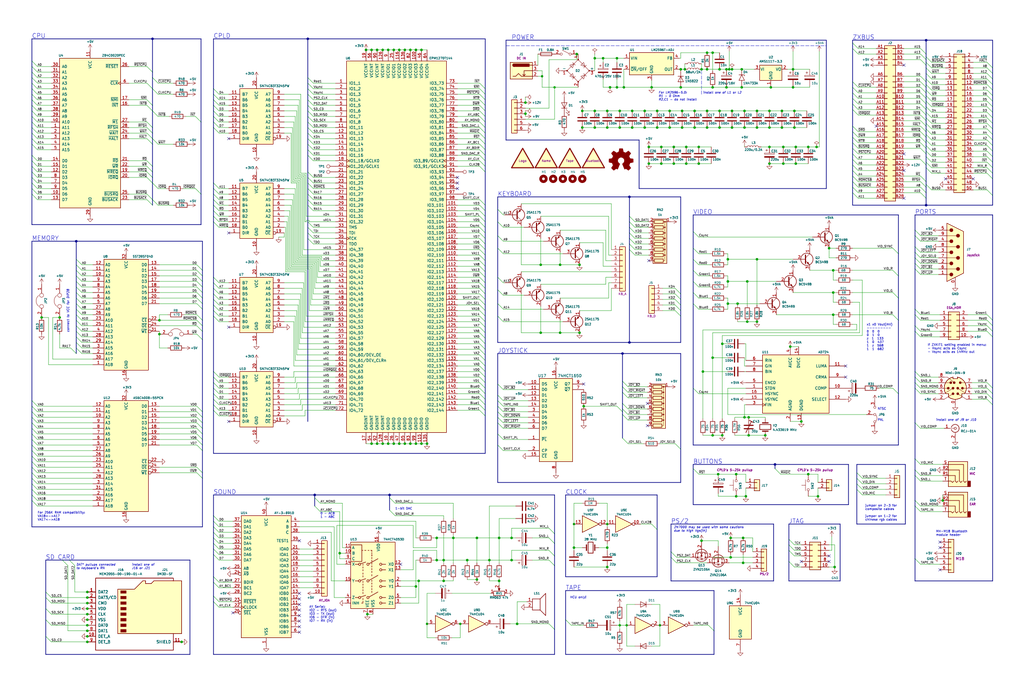
<source format=kicad_sch>
(kicad_sch (version 20211123) (generator eeschema)
  (paper "User" 469.011 316.001)
  (title_block (title "ZX-SIZIF-512") (date "2022-10-01") (rev "E1") (company "Eugene Lozovoy") (comment 4 "Advanced ZX Spectrum clone"))
  (lib_symbols
    (symbol "74xx:74HC04"
      (property "Reference" "U" (at 0 1.27 0))
      (property "Value" "74HC04" (at 0 -1.27 0))
      (symbol "74HC04_1_0"
        (pin input line (at -7.62 0 0) (length 3.81) (name "~") (number "1"))
        (pin output inverted (at 7.62 0 180) (length 3.81) (name "~") (number "2"))
      )
      (symbol "74HC04_2_0"
        (pin input line (at -7.62 0 0) (length 3.81) (name "~") (number "3"))
        (pin output inverted (at 7.62 0 180) (length 3.81) (name "~") (number "4"))
      )
      (symbol "74HC04_3_0"
        (pin input line (at -7.62 0 0) (length 3.81) (name "~") (number "5"))
        (pin output inverted (at 7.62 0 180) (length 3.81) (name "~") (number "6"))
      )
      (symbol "74HC04_4_0"
        (pin output inverted (at 7.62 0 180) (length 3.81) (name "~") (number "8"))
        (pin input line (at -7.62 0 0) (length 3.81) (name "~") (number "9"))
      )
      (symbol "74HC04_5_0"
        (pin output inverted (at 7.62 0 180) (length 3.81) (name "~") (number "10"))
        (pin input line (at -7.62 0 0) (length 3.81) (name "~") (number "11"))
      )
      (symbol "74HC04_6_0"
        (pin output inverted (at 7.62 0 180) (length 3.81) (name "~") (number "12"))
        (pin input line (at -7.62 0 0) (length 3.81) (name "~") (number "13"))
      )
      (symbol "74HC04_7_0"
        (pin power_in line (at 0 12.7 270) (length 5.08) (name "VCC") (number "14"))
        (pin power_in line (at 0 -12.7 90) (length 5.08) (name "GND") (number "7"))
      )
    )
    (symbol "74xx:74LS165" (pin_names (offset 1.016))
      (property "Reference" "U" (at -7.62 19.05 0))
      (property "Value" "74LS165" (at -7.62 -21.59 0))
      (symbol "74LS165_1_0"
        (pin input line (at -12.7 -10.16 0) (length 5.08) (name "~{PL}") (number "1"))
        (pin input line (at -12.7 15.24 0) (length 5.08) (name "DS") (number "10"))
        (pin input line (at -12.7 12.7 0) (length 5.08) (name "D0") (number "11"))
        (pin input line (at -12.7 10.16 0) (length 5.08) (name "D1") (number "12"))
        (pin input line (at -12.7 7.62 0) (length 5.08) (name "D2") (number "13"))
        (pin input line (at -12.7 5.08 0) (length 5.08) (name "D3") (number "14"))
        (pin input line (at -12.7 -17.78 0) (length 5.08) (name "~{CE}") (number "15"))
        (pin power_in line (at 0 22.86 270) (length 5.08) (name "VCC") (number "16"))
        (pin input line (at -12.7 -15.24 0) (length 5.08) (name "CP") (number "2"))
        (pin input line (at -12.7 2.54 0) (length 5.08) (name "D4") (number "3"))
        (pin input line (at -12.7 0 0) (length 5.08) (name "D5") (number "4"))
        (pin input line (at -12.7 -2.54 0) (length 5.08) (name "D6") (number "5"))
        (pin input line (at -12.7 -5.08 0) (length 5.08) (name "D7") (number "6"))
        (pin output line (at 12.7 12.7 180) (length 5.08) (name "~{Q7}") (number "7"))
        (pin power_in line (at 0 -25.4 90) (length 5.08) (name "GND") (number "8"))
        (pin output line (at 12.7 15.24 180) (length 5.08) (name "Q7") (number "9"))
      )
    )
    (symbol "CPU:Z80CPU" (pin_names (offset 1.016))
      (property "Reference" "U" (at -13.97 35.56 0))
      (property "Value" "Z80CPU" (at 6.35 35.56 0))
      (symbol "Z80CPU_1_1"
        (pin output line (at 17.78 2.54 180) (length 3.81) (name "A11") (number "1"))
        (pin bidirectional line (at 17.78 -27.94 180) (length 3.81) (name "D6") (number "10"))
        (pin power_in line (at 0 38.1 270) (length 3.81) (name "VCC") (number "11"))
        (pin bidirectional line (at 17.78 -17.78 180) (length 3.81) (name "D2") (number "12"))
        (pin bidirectional line (at 17.78 -30.48 180) (length 3.81) (name "D7") (number "13"))
        (pin bidirectional line (at 17.78 -12.7 180) (length 3.81) (name "D0") (number "14"))
        (pin bidirectional line (at 17.78 -15.24 180) (length 3.81) (name "D1") (number "15"))
        (pin input line (at -17.78 12.7 0) (length 3.81) (name "~{INT}") (number "16"))
        (pin input line (at -17.78 15.24 0) (length 3.81) (name "~{NMI}") (number "17"))
        (pin output line (at -17.78 -2.54 0) (length 3.81) (name "~{HALT}") (number "18"))
        (pin output line (at -17.78 -17.78 0) (length 3.81) (name "~{MREQ}") (number "19"))
        (pin output line (at 17.78 0 180) (length 3.81) (name "A12") (number "2"))
        (pin output line (at -17.78 -20.32 0) (length 3.81) (name "~{IORQ}") (number "20"))
        (pin output line (at -17.78 -12.7 0) (length 3.81) (name "~{RD}") (number "21"))
        (pin output line (at -17.78 -15.24 0) (length 3.81) (name "~{WR}") (number "22"))
        (pin output line (at -17.78 -30.48 0) (length 3.81) (name "~{BUSACK}") (number "23"))
        (pin input line (at -17.78 0 0) (length 3.81) (name "~{WAIT}") (number "24"))
        (pin input line (at -17.78 -27.94 0) (length 3.81) (name "~{BUSRQ}") (number "25"))
        (pin input line (at -17.78 30.48 0) (length 3.81) (name "~{RESET}") (number "26"))
        (pin output line (at -17.78 5.08 0) (length 3.81) (name "~{M1}") (number "27"))
        (pin output line (at -17.78 2.54 0) (length 3.81) (name "~{RFSH}") (number "28"))
        (pin power_in line (at 0 -38.1 90) (length 3.81) (name "GND") (number "29"))
        (pin output line (at 17.78 -2.54 180) (length 3.81) (name "A13") (number "3"))
        (pin output line (at 17.78 30.48 180) (length 3.81) (name "A0") (number "30"))
        (pin output line (at 17.78 27.94 180) (length 3.81) (name "A1") (number "31"))
        (pin output line (at 17.78 25.4 180) (length 3.81) (name "A2") (number "32"))
        (pin output line (at 17.78 22.86 180) (length 3.81) (name "A3") (number "33"))
        (pin output line (at 17.78 20.32 180) (length 3.81) (name "A4") (number "34"))
        (pin output line (at 17.78 17.78 180) (length 3.81) (name "A5") (number "35"))
        (pin output line (at 17.78 15.24 180) (length 3.81) (name "A6") (number "36"))
        (pin output line (at 17.78 12.7 180) (length 3.81) (name "A7") (number "37"))
        (pin output line (at 17.78 10.16 180) (length 3.81) (name "A8") (number "38"))
        (pin output line (at 17.78 7.62 180) (length 3.81) (name "A9") (number "39"))
        (pin output line (at 17.78 -5.08 180) (length 3.81) (name "A14") (number "4"))
        (pin output line (at 17.78 5.08 180) (length 3.81) (name "A10") (number "40"))
        (pin output line (at 17.78 -7.62 180) (length 3.81) (name "A15") (number "5"))
        (pin input clock (at -17.78 22.86 0) (length 3.81) (name "~{CLK}") (number "6"))
        (pin bidirectional line (at 17.78 -22.86 180) (length 3.81) (name "D4") (number "7"))
        (pin bidirectional line (at 17.78 -20.32 180) (length 3.81) (name "D3") (number "8"))
        (pin bidirectional line (at 17.78 -25.4 180) (length 3.81) (name "D5") (number "9"))
      )
    )
    (symbol "Connector:AudioJack4"
      (property "Reference" "J" (at 0 8.89 0))
      (property "Value" "AudioJack4" (at 0 6.35 0))
      (symbol "AudioJack4_1_1"
        (pin passive line (at 5.08 -2.54 180) (length 2.54) (name "~") (number "R1"))
        (pin passive line (at 5.08 0 180) (length 2.54) (name "~") (number "R2"))
        (pin passive line (at 5.08 2.54 180) (length 2.54) (name "~") (number "S"))
        (pin passive line (at 5.08 -5.08 180) (length 2.54) (name "~") (number "T"))
      )
    )
    (symbol "Connector:Barrel_Jack_Switch" (pin_names hide)
      (property "Reference" "J" (at 0 5.334 0))
      (property "Value" "Barrel_Jack_Switch" (at 0 -5.08 0))
      (symbol "Barrel_Jack_Switch_1_1"
        (pin passive line (at 7.62 2.54 180) (length 2.54) (name "~") (number "1"))
        (pin passive line (at 7.62 -2.54 180) (length 2.54) (name "~") (number "2"))
        (pin passive line (at 7.62 0 180) (length 2.54) (name "~") (number "3"))
      )
    )
    (symbol "Connector:Conn_Coaxial" (pin_names (offset 1.016) hide)
      (property "Reference" "J" (at 0.254 3.048 0))
      (property "Value" "Conn_Coaxial" (at 2.921 0 90))
      (symbol "Conn_Coaxial_1_1"
        (pin passive line (at -5.08 0 0) (length 2.54) (name "In") (number "1"))
        (pin passive line (at 0 -5.08 90) (length 2.54) (name "Ext") (number "2"))
      )
    )
    (symbol "Connector:DB9_Male_MountingHoles" (pin_names (offset 1.016) hide)
      (property "Reference" "J" (at 0 16.51 0))
      (property "Value" "DB9_Male_MountingHoles" (at 0 14.605 0))
      (symbol "DB9_Male_MountingHoles_1_1"
        (pin passive line (at 0 -15.24 90) (length 3.81) (name "PAD") (number "0"))
        (pin passive line (at -7.62 -10.16 0) (length 3.81) (name "1") (number "1"))
        (pin passive line (at -7.62 -5.08 0) (length 3.81) (name "2") (number "2"))
        (pin passive line (at -7.62 0 0) (length 3.81) (name "3") (number "3"))
        (pin passive line (at -7.62 5.08 0) (length 3.81) (name "4") (number "4"))
        (pin passive line (at -7.62 10.16 0) (length 3.81) (name "5") (number "5"))
        (pin passive line (at -7.62 -7.62 0) (length 3.81) (name "6") (number "6"))
        (pin passive line (at -7.62 -2.54 0) (length 3.81) (name "7") (number "7"))
        (pin passive line (at -7.62 2.54 0) (length 3.81) (name "8") (number "8"))
        (pin passive line (at -7.62 7.62 0) (length 3.81) (name "9") (number "9"))
      )
    )
    (symbol "Connector:Micro_SD_Card_Det" (pin_names (offset 1.016))
      (property "Reference" "J" (at -16.51 17.78 0))
      (property "Value" "Micro_SD_Card_Det" (at 16.51 17.78 0))
      (symbol "Micro_SD_Card_Det_1_1"
        (pin bidirectional line (at -22.86 10.16 0) (length 3.81) (name "DAT2") (number "1"))
        (pin passive line (at -22.86 -10.16 0) (length 3.81) (name "DET_A") (number "10"))
        (pin passive line (at 20.32 -12.7 180) (length 3.81) (name "SHIELD") (number "11"))
        (pin bidirectional line (at -22.86 7.62 0) (length 3.81) (name "DAT3/CD") (number "2"))
        (pin input line (at -22.86 5.08 0) (length 3.81) (name "CMD") (number "3"))
        (pin power_in line (at -22.86 2.54 0) (length 3.81) (name "VDD") (number "4"))
        (pin input line (at -22.86 0 0) (length 3.81) (name "CLK") (number "5"))
        (pin power_in line (at -22.86 -2.54 0) (length 3.81) (name "VSS") (number "6"))
        (pin bidirectional line (at -22.86 -5.08 0) (length 3.81) (name "DAT0") (number "7"))
        (pin bidirectional line (at -22.86 -7.62 0) (length 3.81) (name "DAT1") (number "8"))
        (pin passive line (at -22.86 -12.7 0) (length 3.81) (name "DET_B") (number "9"))
      )
    )
    (symbol "Connector:TestPoint" (pin_numbers hide) (pin_names (offset 0.762) hide)
      (property "Reference" "TP" (at 0 6.858 0))
      (property "Value" "TestPoint" (at 0 5.08 0))
      (symbol "TestPoint_1_1"
        (pin passive line (at 0 0 90) (length 2.54) (name "1") (number "1"))
      )
    )
    (symbol "Connector_Generic:Conn_01x02" (pin_names (offset 1.016) hide)
      (property "Reference" "J" (at 0 2.54 0))
      (property "Value" "Conn_01x02" (at 0 -5.08 0))
      (symbol "Conn_01x02_1_1"
        (pin passive line (at -5.08 0 0) (length 3.81) (name "Pin_1") (number "1"))
        (pin passive line (at -5.08 -2.54 0) (length 3.81) (name "Pin_2") (number "2"))
      )
    )
    (symbol "Connector_Generic:Conn_01x04" (pin_names (offset 1.016) hide)
      (property "Reference" "J" (at 0 5.08 0))
      (property "Value" "Conn_01x04" (at 0 -7.62 0))
      (symbol "Conn_01x04_1_1"
        (pin passive line (at -5.08 2.54 0) (length 3.81) (name "Pin_1") (number "1"))
        (pin passive line (at -5.08 0 0) (length 3.81) (name "Pin_2") (number "2"))
        (pin passive line (at -5.08 -2.54 0) (length 3.81) (name "Pin_3") (number "3"))
        (pin passive line (at -5.08 -5.08 0) (length 3.81) (name "Pin_4") (number "4"))
      )
    )
    (symbol "Connector_Generic:Conn_01x05" (pin_names (offset 1.016) hide)
      (property "Reference" "J" (at 0 7.62 0))
      (property "Value" "Conn_01x05" (at 0 -7.62 0))
      (symbol "Conn_01x05_1_1"
        (pin passive line (at -5.08 5.08 0) (length 3.81) (name "Pin_1") (number "1"))
        (pin passive line (at -5.08 2.54 0) (length 3.81) (name "Pin_2") (number "2"))
        (pin passive line (at -5.08 0 0) (length 3.81) (name "Pin_3") (number "3"))
        (pin passive line (at -5.08 -2.54 0) (length 3.81) (name "Pin_4") (number "4"))
        (pin passive line (at -5.08 -5.08 0) (length 3.81) (name "Pin_5") (number "5"))
      )
    )
    (symbol "Connector_Generic:Conn_01x06" (pin_names (offset 1.016) hide)
      (property "Reference" "J" (at 0 7.62 0))
      (property "Value" "Conn_01x06" (at 0 -10.16 0))
      (symbol "Conn_01x06_1_1"
        (pin passive line (at -5.08 5.08 0) (length 3.81) (name "Pin_1") (number "1"))
        (pin passive line (at -5.08 2.54 0) (length 3.81) (name "Pin_2") (number "2"))
        (pin passive line (at -5.08 0 0) (length 3.81) (name "Pin_3") (number "3"))
        (pin passive line (at -5.08 -2.54 0) (length 3.81) (name "Pin_4") (number "4"))
        (pin passive line (at -5.08 -5.08 0) (length 3.81) (name "Pin_5") (number "5"))
        (pin passive line (at -5.08 -7.62 0) (length 3.81) (name "Pin_6") (number "6"))
      )
    )
    (symbol "Connector_Generic:Conn_01x08" (pin_names (offset 1.016) hide)
      (property "Reference" "J" (at 0 10.16 0))
      (property "Value" "Conn_01x08" (at 0 -12.7 0))
      (symbol "Conn_01x08_1_1"
        (pin passive line (at -5.08 7.62 0) (length 3.81) (name "Pin_1") (number "1"))
        (pin passive line (at -5.08 5.08 0) (length 3.81) (name "Pin_2") (number "2"))
        (pin passive line (at -5.08 2.54 0) (length 3.81) (name "Pin_3") (number "3"))
        (pin passive line (at -5.08 0 0) (length 3.81) (name "Pin_4") (number "4"))
        (pin passive line (at -5.08 -2.54 0) (length 3.81) (name "Pin_5") (number "5"))
        (pin passive line (at -5.08 -5.08 0) (length 3.81) (name "Pin_6") (number "6"))
        (pin passive line (at -5.08 -7.62 0) (length 3.81) (name "Pin_7") (number "7"))
        (pin passive line (at -5.08 -10.16 0) (length 3.81) (name "Pin_8") (number "8"))
      )
    )
    (symbol "Connector_Generic:Conn_01x10" (pin_names (offset 1.016) hide)
      (property "Reference" "J" (at 0 12.7 0))
      (property "Value" "Conn_01x10" (at 0 -15.24 0))
      (symbol "Conn_01x10_1_1"
        (pin passive line (at -5.08 10.16 0) (length 3.81) (name "Pin_1") (number "1"))
        (pin passive line (at -5.08 -12.7 0) (length 3.81) (name "Pin_10") (number "10"))
        (pin passive line (at -5.08 7.62 0) (length 3.81) (name "Pin_2") (number "2"))
        (pin passive line (at -5.08 5.08 0) (length 3.81) (name "Pin_3") (number "3"))
        (pin passive line (at -5.08 2.54 0) (length 3.81) (name "Pin_4") (number "4"))
        (pin passive line (at -5.08 0 0) (length 3.81) (name "Pin_5") (number "5"))
        (pin passive line (at -5.08 -2.54 0) (length 3.81) (name "Pin_6") (number "6"))
        (pin passive line (at -5.08 -5.08 0) (length 3.81) (name "Pin_7") (number "7"))
        (pin passive line (at -5.08 -7.62 0) (length 3.81) (name "Pin_8") (number "8"))
        (pin passive line (at -5.08 -10.16 0) (length 3.81) (name "Pin_9") (number "9"))
      )
    )
    (symbol "Connector_Generic:Conn_02x05_Odd_Even" (pin_names (offset 1.016) hide)
      (property "Reference" "J" (at 1.27 7.62 0))
      (property "Value" "Conn_02x05_Odd_Even" (at 1.27 -7.62 0))
      (symbol "Conn_02x05_Odd_Even_1_1"
        (pin passive line (at -5.08 5.08 0) (length 3.81) (name "Pin_1") (number "1"))
        (pin passive line (at 7.62 -5.08 180) (length 3.81) (name "Pin_10") (number "10"))
        (pin passive line (at 7.62 5.08 180) (length 3.81) (name "Pin_2") (number "2"))
        (pin passive line (at -5.08 2.54 0) (length 3.81) (name "Pin_3") (number "3"))
        (pin passive line (at 7.62 2.54 180) (length 3.81) (name "Pin_4") (number "4"))
        (pin passive line (at -5.08 0 0) (length 3.81) (name "Pin_5") (number "5"))
        (pin passive line (at 7.62 0 180) (length 3.81) (name "Pin_6") (number "6"))
        (pin passive line (at -5.08 -2.54 0) (length 3.81) (name "Pin_7") (number "7"))
        (pin passive line (at 7.62 -2.54 180) (length 3.81) (name "Pin_8") (number "8"))
        (pin passive line (at -5.08 -5.08 0) (length 3.81) (name "Pin_9") (number "9"))
      )
    )
    (symbol "Connector_Generic:Conn_02x25_Odd_Even" (pin_names (offset 1.016) hide)
      (property "Reference" "J" (at 1.27 33.02 0))
      (property "Value" "Conn_02x25_Odd_Even" (at 1.27 -33.02 0))
      (symbol "Conn_02x25_Odd_Even_1_1"
        (pin passive line (at -5.08 30.48 0) (length 3.81) (name "Pin_1") (number "1"))
        (pin passive line (at 7.62 20.32 180) (length 3.81) (name "Pin_10") (number "10"))
        (pin passive line (at -5.08 17.78 0) (length 3.81) (name "Pin_11") (number "11"))
        (pin passive line (at 7.62 17.78 180) (length 3.81) (name "Pin_12") (number "12"))
        (pin passive line (at -5.08 15.24 0) (length 3.81) (name "Pin_13") (number "13"))
        (pin passive line (at 7.62 15.24 180) (length 3.81) (name "Pin_14") (number "14"))
        (pin passive line (at -5.08 12.7 0) (length 3.81) (name "Pin_15") (number "15"))
        (pin passive line (at 7.62 12.7 180) (length 3.81) (name "Pin_16") (number "16"))
        (pin passive line (at -5.08 10.16 0) (length 3.81) (name "Pin_17") (number "17"))
        (pin passive line (at 7.62 10.16 180) (length 3.81) (name "Pin_18") (number "18"))
        (pin passive line (at -5.08 7.62 0) (length 3.81) (name "Pin_19") (number "19"))
        (pin passive line (at 7.62 30.48 180) (length 3.81) (name "Pin_2") (number "2"))
        (pin passive line (at 7.62 7.62 180) (length 3.81) (name "Pin_20") (number "20"))
        (pin passive line (at -5.08 5.08 0) (length 3.81) (name "Pin_21") (number "21"))
        (pin passive line (at 7.62 5.08 180) (length 3.81) (name "Pin_22") (number "22"))
        (pin passive line (at -5.08 2.54 0) (length 3.81) (name "Pin_23") (number "23"))
        (pin passive line (at 7.62 2.54 180) (length 3.81) (name "Pin_24") (number "24"))
        (pin passive line (at -5.08 0 0) (length 3.81) (name "Pin_25") (number "25"))
        (pin passive line (at 7.62 0 180) (length 3.81) (name "Pin_26") (number "26"))
        (pin passive line (at -5.08 -2.54 0) (length 3.81) (name "Pin_27") (number "27"))
        (pin passive line (at 7.62 -2.54 180) (length 3.81) (name "Pin_28") (number "28"))
        (pin passive line (at -5.08 -5.08 0) (length 3.81) (name "Pin_29") (number "29"))
        (pin passive line (at -5.08 27.94 0) (length 3.81) (name "Pin_3") (number "3"))
        (pin passive line (at 7.62 -5.08 180) (length 3.81) (name "Pin_30") (number "30"))
        (pin passive line (at -5.08 -7.62 0) (length 3.81) (name "Pin_31") (number "31"))
        (pin passive line (at 7.62 -7.62 180) (length 3.81) (name "Pin_32") (number "32"))
        (pin passive line (at -5.08 -10.16 0) (length 3.81) (name "Pin_33") (number "33"))
        (pin passive line (at 7.62 -10.16 180) (length 3.81) (name "Pin_34") (number "34"))
        (pin passive line (at -5.08 -12.7 0) (length 3.81) (name "Pin_35") (number "35"))
        (pin passive line (at 7.62 -12.7 180) (length 3.81) (name "Pin_36") (number "36"))
        (pin passive line (at -5.08 -15.24 0) (length 3.81) (name "Pin_37") (number "37"))
        (pin passive line (at 7.62 -15.24 180) (length 3.81) (name "Pin_38") (number "38"))
        (pin passive line (at -5.08 -17.78 0) (length 3.81) (name "Pin_39") (number "39"))
        (pin passive line (at 7.62 27.94 180) (length 3.81) (name "Pin_4") (number "4"))
        (pin passive line (at 7.62 -17.78 180) (length 3.81) (name "Pin_40") (number "40"))
        (pin passive line (at -5.08 -20.32 0) (length 3.81) (name "Pin_41") (number "41"))
        (pin passive line (at 7.62 -20.32 180) (length 3.81) (name "Pin_42") (number "42"))
        (pin passive line (at -5.08 -22.86 0) (length 3.81) (name "Pin_43") (number "43"))
        (pin passive line (at 7.62 -22.86 180) (length 3.81) (name "Pin_44") (number "44"))
        (pin passive line (at -5.08 -25.4 0) (length 3.81) (name "Pin_45") (number "45"))
        (pin passive line (at 7.62 -25.4 180) (length 3.81) (name "Pin_46") (number "46"))
        (pin passive line (at -5.08 -27.94 0) (length 3.81) (name "Pin_47") (number "47"))
        (pin passive line (at 7.62 -27.94 180) (length 3.81) (name "Pin_48") (number "48"))
        (pin passive line (at -5.08 -30.48 0) (length 3.81) (name "Pin_49") (number "49"))
        (pin passive line (at -5.08 25.4 0) (length 3.81) (name "Pin_5") (number "5"))
        (pin passive line (at 7.62 -30.48 180) (length 3.81) (name "Pin_50") (number "50"))
        (pin passive line (at 7.62 25.4 180) (length 3.81) (name "Pin_6") (number "6"))
        (pin passive line (at -5.08 22.86 0) (length 3.81) (name "Pin_7") (number "7"))
        (pin passive line (at 7.62 22.86 180) (length 3.81) (name "Pin_8") (number "8"))
        (pin passive line (at -5.08 20.32 0) (length 3.81) (name "Pin_9") (number "9"))
      )
    )
    (symbol "Device:C" (pin_numbers hide) (pin_names (offset 0.254))
      (property "Reference" "C" (at 0.635 2.54 0))
      (property "Value" "C" (at 0.635 -2.54 0))
      (symbol "C_1_1"
        (pin passive line (at 0 3.81 270) (length 2.794) (name "~") (number "1"))
        (pin passive line (at 0 -3.81 90) (length 2.794) (name "~") (number "2"))
      )
    )
    (symbol "Device:CP" (pin_numbers hide) (pin_names (offset 0.254))
      (property "Reference" "C" (at 0.635 2.54 0))
      (property "Value" "CP" (at 0.635 -2.54 0))
      (symbol "CP_1_1"
        (pin passive line (at 0 3.81 270) (length 2.794) (name "~") (number "1"))
        (pin passive line (at 0 -3.81 90) (length 2.794) (name "~") (number "2"))
      )
    )
    (symbol "Device:CTRIM" (pin_numbers hide) (pin_names (offset 0.254) hide)
      (property "Reference" "C" (at 1.524 -2.032 0))
      (property "Value" "CTRIM" (at 3.048 -3.556 0))
      (symbol "CTRIM_1_1"
        (pin passive line (at 0 3.81 270) (length 3.048) (name "~") (number "1"))
        (pin passive line (at 0 -3.81 90) (length 3.048) (name "~") (number "2"))
      )
    )
    (symbol "Device:Crystal" (pin_numbers hide) (pin_names (offset 1.016) hide)
      (property "Reference" "Y" (at 0 3.81 0))
      (property "Value" "Crystal" (at 0 -3.81 0))
      (symbol "Crystal_1_1"
        (pin passive line (at -3.81 0 0) (length 1.27) (name "1") (number "1"))
        (pin passive line (at 3.81 0 180) (length 1.27) (name "2") (number "2"))
      )
    )
    (symbol "Device:D" (pin_numbers hide) (pin_names (offset 1.016) hide)
      (property "Reference" "D" (at 0 2.54 0))
      (property "Value" "D" (at 0 -2.54 0))
      (symbol "D_1_1"
        (pin passive line (at -3.81 0 0) (length 2.54) (name "K") (number "1"))
        (pin passive line (at 3.81 0 180) (length 2.54) (name "A") (number "2"))
      )
    )
    (symbol "Device:D_Bridge_-A+A" (pin_names (offset 0))
      (property "Reference" "D" (at 2.54 6.985 0))
      (property "Value" "D_Bridge_-A+A" (at 2.54 5.08 0))
      (symbol "D_Bridge_-A+A_1_1"
        (pin passive line (at -7.62 0 0) (length 2.54) (name "-") (number "1"))
        (pin passive line (at 0 -7.62 90) (length 2.54) (name "~") (number "2"))
        (pin passive line (at 7.62 0 180) (length 2.54) (name "+") (number "3"))
        (pin passive line (at 0 7.62 270) (length 2.54) (name "~") (number "4"))
      )
    )
    (symbol "Device:Fuse" (pin_numbers hide) (pin_names (offset 0))
      (property "Reference" "F" (at 2.032 0 90))
      (property "Value" "Fuse" (at -1.905 0 90))
      (symbol "Fuse_1_1"
        (pin passive line (at 0 3.81 270) (length 1.27) (name "~") (number "1"))
        (pin passive line (at 0 -3.81 90) (length 1.27) (name "~") (number "2"))
      )
    )
    (symbol "Device:Jumper" (pin_names (offset 0.762) hide)
      (property "Reference" "JP" (at 0 3.81 0))
      (property "Value" "Jumper" (at 0 -2.032 0))
      (symbol "Jumper_0_1"
        (pin passive line (at -7.62 0 0) (length 4.191) (name "1") (number "1"))
        (pin passive line (at 7.62 0 180) (length 4.191) (name "2") (number "2"))
      )
    )
    (symbol "Device:L" (pin_numbers hide) (pin_names (offset 1.016) hide)
      (property "Reference" "L" (at -1.27 0 90))
      (property "Value" "L" (at 1.905 0 90))
      (symbol "L_1_1"
        (pin passive line (at 0 3.81 270) (length 1.27) (name "1") (number "1"))
        (pin passive line (at 0 -3.81 90) (length 1.27) (name "2") (number "2"))
      )
    )
    (symbol "Device:LED" (pin_numbers hide) (pin_names (offset 1.016) hide)
      (property "Reference" "D" (at 0 2.54 0))
      (property "Value" "LED" (at 0 -2.54 0))
      (symbol "LED_1_1"
        (pin passive line (at -3.81 0 0) (length 2.54) (name "K") (number "1"))
        (pin passive line (at 3.81 0 180) (length 2.54) (name "A") (number "2"))
      )
    )
    (symbol "Device:Q_NMOS_SGD" (pin_names (offset 0) hide)
      (property "Reference" "Q" (at 5.08 1.27 0))
      (property "Value" "Q_NMOS_SGD" (at 5.08 -1.27 0))
      (symbol "Q_NMOS_SGD_1_1"
        (pin passive line (at 2.54 -5.08 90) (length 2.54) (name "S") (number "1"))
        (pin input line (at -5.08 0 0) (length 5.08) (name "G") (number "2"))
        (pin passive line (at 2.54 5.08 270) (length 2.54) (name "D") (number "3"))
      )
    )
    (symbol "Device:Q_NPN_CBE" (pin_names (offset 0) hide)
      (property "Reference" "Q" (at 5.08 1.27 0))
      (property "Value" "Q_NPN_CBE" (at 5.08 -1.27 0))
      (symbol "Q_NPN_CBE_1_1"
        (pin passive line (at 2.54 5.08 270) (length 2.54) (name "C") (number "1"))
        (pin input line (at -5.08 0 0) (length 5.715) (name "B") (number "2"))
        (pin passive line (at 2.54 -5.08 90) (length 2.54) (name "E") (number "3"))
      )
    )
    (symbol "Device:R" (pin_numbers hide) (pin_names (offset 0))
      (property "Reference" "R" (at 2.032 0 90))
      (property "Value" "R" (at 0 0 90))
      (symbol "R_1_1"
        (pin passive line (at 0 3.81 270) (length 1.27) (name "~") (number "1"))
        (pin passive line (at 0 -3.81 90) (length 1.27) (name "~") (number "2"))
      )
    )
    (symbol "Device:R_Network08" (pin_names (offset 0) hide)
      (property "Reference" "RN" (at -12.7 0 90))
      (property "Value" "R_Network08" (at 10.16 0 90))
      (symbol "R_Network08_1_1"
        (pin passive line (at -10.16 5.08 270) (length 2.54) (name "common") (number "1"))
        (pin passive line (at -10.16 -5.08 90) (length 2.54) (name "R1") (number "2"))
        (pin passive line (at -7.62 -5.08 90) (length 2.54) (name "R2") (number "3"))
        (pin passive line (at -5.08 -5.08 90) (length 2.54) (name "R3") (number "4"))
        (pin passive line (at -2.54 -5.08 90) (length 2.54) (name "R4") (number "5"))
        (pin passive line (at 0 -5.08 90) (length 2.54) (name "R5") (number "6"))
        (pin passive line (at 2.54 -5.08 90) (length 2.54) (name "R6") (number "7"))
        (pin passive line (at 5.08 -5.08 90) (length 2.54) (name "R7") (number "8"))
        (pin passive line (at 7.62 -5.08 90) (length 2.54) (name "R8") (number "9"))
      )
    )
    (symbol "Device:R_POT" (pin_names (offset 1.016) hide)
      (property "Reference" "RV" (at -4.445 0 90))
      (property "Value" "R_POT" (at -2.54 0 90))
      (symbol "R_POT_1_1"
        (pin passive line (at 0 3.81 270) (length 1.27) (name "1") (number "1"))
        (pin passive line (at 3.81 0 180) (length 1.27) (name "2") (number "2"))
        (pin passive line (at 0 -3.81 90) (length 1.27) (name "3") (number "3"))
      )
    )
    (symbol "Device:Speaker" (pin_names (offset 0) hide)
      (property "Reference" "LS" (at 1.27 5.715 0))
      (property "Value" "Speaker" (at 1.27 3.81 0))
      (symbol "Speaker_1_1"
        (pin input line (at -5.08 0 0) (length 2.54) (name "1") (number "1"))
        (pin input line (at -5.08 -2.54 0) (length 2.54) (name "2") (number "2"))
      )
    )
    (symbol "Diode:1.5KExxA" (pin_numbers hide) (pin_names (offset 1.016) hide)
      (property "Reference" "D" (at 0 2.54 0))
      (property "Value" "1.5KExxA" (at 0 -2.54 0))
      (symbol "1.5KExxA_1_1"
        (pin passive line (at -3.81 0 0) (length 2.54) (name "A1") (number "1"))
        (pin passive line (at 3.81 0 180) (length 2.54) (name "A2") (number "2"))
      )
    )
    (symbol "Graphic:Logo_Open_Hardware_Small" (pin_names (offset 1.016)))
    (symbol "Jumper:Jumper_3_Bridged12" (pin_names (offset 0) hide)
      (property "Reference" "JP" (at -2.54 -2.54 0))
      (property "Value" "Jumper_3_Bridged12" (at 0 2.794 0))
      (symbol "Jumper_3_Bridged12_1_1"
        (pin passive line (at -6.35 0 0) (length 2.54) (name "A") (number "1"))
        (pin input line (at 0 -3.81 90) (length 2.54) (name "C") (number "2"))
        (pin passive line (at 6.35 0 180) (length 2.54) (name "B") (number "3"))
      )
    )
    (symbol "Mechanical:MountingHole" (pin_names (offset 1.016))
      (property "Reference" "H" (at 0 5.08 0))
      (property "Value" "MountingHole" (at 0 3.175 0))
    )
    (symbol "Regulator_Linear:AMS1117-3.3" (pin_names (offset 0.254))
      (property "Reference" "U" (at -3.81 3.175 0))
      (property "Value" "AMS1117-3.3" (at 0 3.175 0))
      (symbol "AMS1117-3.3_1_1"
        (pin power_in line (at 0 -7.62 90) (length 2.54) (name "GND") (number "1"))
        (pin power_out line (at 7.62 0 180) (length 2.54) (name "VO") (number "2"))
        (pin power_in line (at -7.62 0 0) (length 2.54) (name "VI") (number "3"))
      )
    )
    (symbol "Regulator_Switching:LM2596T-ADJ"
      (property "Reference" "U" (at -10.16 6.35 0))
      (property "Value" "LM2596T-ADJ" (at 0 6.35 0))
      (symbol "LM2596T-ADJ_1_1"
        (pin power_in line (at -12.7 2.54 0) (length 2.54) (name "VIN") (number "1"))
        (pin output line (at 12.7 -2.54 180) (length 2.54) (name "OUT") (number "2"))
        (pin power_in line (at 0 -7.62 90) (length 2.54) (name "GND") (number "3"))
        (pin input line (at 12.7 2.54 180) (length 2.54) (name "FB") (number "4"))
        (pin input line (at -12.7 -2.54 0) (length 2.54) (name "~{ON}/OFF") (number "5"))
      )
    )
    (symbol "Switch:SW_Push" (pin_numbers hide) (pin_names (offset 1.016) hide)
      (property "Reference" "SW" (at 1.27 2.54 0))
      (property "Value" "SW_Push" (at 0 -1.524 0))
      (symbol "SW_Push_0_1"
        (pin passive line (at -5.08 0 0) (length 2.54) (name "1") (number "1"))
        (pin passive line (at 5.08 0 180) (length 2.54) (name "2") (number "2"))
      )
    )
    (symbol "Switch:SW_SPST" (pin_names (offset 0) hide)
      (property "Reference" "SW" (at 0 3.175 0))
      (property "Value" "SW_SPST" (at 0 -2.54 0))
      (symbol "SW_SPST_1_1"
        (pin passive line (at -5.08 0 0) (length 2.54) (name "A") (number "1"))
        (pin passive line (at 5.08 0 180) (length 2.54) (name "B") (number "2"))
      )
    )
    (symbol "Transistor_BJT:2SA1015" (pin_names (offset 0) hide)
      (property "Reference" "Q" (at 5.08 1.905 0))
      (property "Value" "2SA1015" (at 5.08 0 0))
      (symbol "2SA1015_1_1"
        (pin passive line (at 2.54 -5.08 90) (length 2.54) (name "E") (number "1"))
        (pin passive line (at 2.54 5.08 270) (length 2.54) (name "C") (number "2"))
        (pin input line (at -5.08 0 0) (length 5.08) (name "B") (number "3"))
      )
    )
    (symbol "my:29C040"
      (property "Reference" "U" (at -10.16 26.67 0))
      (property "Value" "29C040" (at 8.89 26.67 0))
      (symbol "29C040_0_0"
        (pin power_in line (at 0 -27.94 90) (length 2.5146) (name "GND") (number "16"))
        (pin power_in line (at 0 27.94 270) (length 2.5654) (name "VCC") (number "32"))
      )
      (symbol "29C040_1_1"
        (pin input line (at -15.24 -22.86 0) (length 5.08) (name "A18") (number "1"))
        (pin input line (at -15.24 17.78 0) (length 5.08) (name "A2") (number "10"))
        (pin input line (at -15.24 20.32 0) (length 5.08) (name "A1") (number "11"))
        (pin input line (at -15.24 22.86 0) (length 5.08) (name "A0") (number "12"))
        (pin tri_state line (at 15.24 22.86 180) (length 5.08) (name "D0") (number "13"))
        (pin tri_state line (at 15.24 20.32 180) (length 5.08) (name "D1") (number "14"))
        (pin tri_state line (at 15.24 17.78 180) (length 5.08) (name "D2") (number "15"))
        (pin tri_state line (at 15.24 15.24 180) (length 5.08) (name "D3") (number "17"))
        (pin tri_state line (at 15.24 12.7 180) (length 5.08) (name "D4") (number "18"))
        (pin tri_state line (at 15.24 10.16 180) (length 5.08) (name "D5") (number "19"))
        (pin input line (at -15.24 -17.78 0) (length 5.08) (name "A16") (number "2"))
        (pin tri_state line (at 15.24 7.62 180) (length 5.08) (name "D6") (number "20"))
        (pin tri_state line (at 15.24 5.08 180) (length 5.08) (name "D7") (number "21"))
        (pin input inverted (at 15.24 -2.54 180) (length 5.08) (name "~{CE}") (number "22"))
        (pin input line (at -15.24 -2.54 0) (length 5.08) (name "A10") (number "23"))
        (pin input inverted (at 15.24 -5.08 180) (length 5.08) (name "~{OE}") (number "24"))
        (pin input line (at -15.24 -5.08 0) (length 5.08) (name "A11") (number "25"))
        (pin input line (at -15.24 0 0) (length 5.08) (name "A9") (number "26"))
        (pin input line (at -15.24 2.54 0) (length 5.08) (name "A8") (number "27"))
        (pin input line (at -15.24 -10.16 0) (length 5.08) (name "A13") (number "28"))
        (pin input line (at -15.24 -12.7 0) (length 5.08) (name "A14") (number "29"))
        (pin input line (at -15.24 -15.24 0) (length 5.08) (name "A15") (number "3"))
        (pin input line (at -15.24 -20.32 0) (length 5.08) (name "A17") (number "30"))
        (pin input inverted (at 15.24 -7.62 180) (length 5.08) (name "~{WE}") (number "31"))
        (pin input line (at -15.24 -7.62 0) (length 5.08) (name "A12") (number "4"))
        (pin input line (at -15.24 5.08 0) (length 5.08) (name "A7") (number "5"))
        (pin input line (at -15.24 7.62 0) (length 5.08) (name "A6") (number "6"))
        (pin input line (at -15.24 10.16 0) (length 5.08) (name "A5") (number "7"))
        (pin input line (at -15.24 12.7 0) (length 5.08) (name "A4") (number "8"))
        (pin input line (at -15.24 15.24 0) (length 5.08) (name "A3") (number "9"))
      )
    )
    (symbol "my:74LS245_mirrored" (pin_names (offset 1.016))
      (property "Reference" "U" (at -7.62 13.97 0))
      (property "Value" "74LS245_mirrored" (at 10.16 13.97 0))
      (symbol "74LS245_mirrored_1_0"
        (pin input line (at 12.7 -10.16 180) (length 5.08) (name "DIR") (number "1"))
        (pin power_in line (at 0 -17.78 90) (length 5.08) (name "GND") (number "10"))
        (pin tri_state line (at 12.7 10.16 180) (length 5.08) (name "B7") (number "11"))
        (pin tri_state line (at 12.7 7.62 180) (length 5.08) (name "B6") (number "12"))
        (pin tri_state line (at 12.7 5.08 180) (length 5.08) (name "B5") (number "13"))
        (pin tri_state line (at 12.7 2.54 180) (length 5.08) (name "B4") (number "14"))
        (pin tri_state line (at 12.7 0 180) (length 5.08) (name "B3") (number "15"))
        (pin tri_state line (at 12.7 -2.54 180) (length 5.08) (name "B2") (number "16"))
        (pin tri_state line (at 12.7 -5.08 180) (length 5.08) (name "B1") (number "17"))
        (pin tri_state line (at 12.7 -7.62 180) (length 5.08) (name "B0") (number "18"))
        (pin input inverted (at -12.7 -10.16 0) (length 5.08) (name "~{OE}") (number "19"))
        (pin tri_state line (at -12.7 -7.62 0) (length 5.08) (name "A0") (number "2"))
        (pin power_in line (at 0 17.78 270) (length 5.08) (name "VCC") (number "20"))
        (pin tri_state line (at -12.7 -5.08 0) (length 5.08) (name "A1") (number "3"))
        (pin tri_state line (at -12.7 -2.54 0) (length 5.08) (name "A2") (number "4"))
        (pin tri_state line (at -12.7 0 0) (length 5.08) (name "A3") (number "5"))
        (pin tri_state line (at -12.7 2.54 0) (length 5.08) (name "A4") (number "6"))
        (pin tri_state line (at -12.7 5.08 0) (length 5.08) (name "A5") (number "7"))
        (pin tri_state line (at -12.7 7.62 0) (length 5.08) (name "A6") (number "8"))
        (pin tri_state line (at -12.7 10.16 0) (length 5.08) (name "A7") (number "9"))
      )
    )
    (symbol "my:AD724" (pin_names (offset 1.016))
      (property "Reference" "U" (at -13.97 13.97 0))
      (property "Value" "AD724" (at 12.7 13.97 0))
      (symbol "AD724_1_1"
        (pin input line (at -22.86 -2.54 0) (length 7.62) (name "STDN") (number "1"))
        (pin output line (at 22.86 -2.54 180) (length 7.62) (name "COMP") (number "10"))
        (pin output line (at 22.86 7.62 180) (length 7.62) (name "LUMA") (number "11"))
        (pin input line (at 22.86 -7.62 180) (length 7.62) (name "SELECT") (number "12"))
        (pin power_in line (at 2.54 -17.78 90) (length 3.81) (name "DGND") (number "13"))
        (pin power_in line (at 1.27 16.51 270) (length 3.81) (name "DVCC") (number "14"))
        (pin input line (at -22.86 -7.62 0) (length 7.62) (name "VSYNC") (number "15"))
        (pin input line (at -22.86 -5.08 0) (length 7.62) (name "HSYNC") (number "16"))
        (pin power_in line (at -2.54 -17.78 90) (length 3.81) (name "AGND") (number "2"))
        (pin input clock (at -22.86 -10.16 0) (length 7.62) (name "FIN") (number "3"))
        (pin power_in line (at -2.54 16.51 270) (length 3.81) (name "AVCC") (number "4"))
        (pin input line (at -22.86 0 0) (length 7.62) (name "ENCD") (number "5"))
        (pin input line (at -22.86 10.16 0) (length 7.62) (name "RIN") (number "6"))
        (pin input line (at -22.86 7.62 0) (length 7.62) (name "GIN") (number "7"))
        (pin input line (at -22.86 5.08 0) (length 7.62) (name "BIN") (number "8"))
        (pin output line (at 22.86 2.54 180) (length 7.62) (name "CRMA") (number "9"))
      )
    )
    (symbol "my:AS6C4008"
      (property "Reference" "U" (at -10.16 26.035 0))
      (property "Value" "AS6C4008" (at 2.54 26.035 0))
      (symbol "AS6C4008_0_0"
        (pin power_in line (at 0 -27.94 90) (length 2.54) (name "GND") (number "16"))
        (pin power_in line (at 0 27.94 270) (length 2.54) (name "VCC") (number "32"))
      )
      (symbol "AS6C4008_1_1"
        (pin input line (at -15.24 -22.86 0) (length 5.08) (name "A18") (number "1"))
        (pin input line (at -15.24 17.78 0) (length 5.08) (name "A2") (number "10"))
        (pin input line (at -15.24 20.32 0) (length 5.08) (name "A1") (number "11"))
        (pin input line (at -15.24 22.86 0) (length 5.08) (name "A0") (number "12"))
        (pin tri_state line (at 15.24 22.86 180) (length 5.08) (name "D0") (number "13"))
        (pin tri_state line (at 15.24 20.32 180) (length 5.08) (name "D1") (number "14"))
        (pin tri_state line (at 15.24 17.78 180) (length 5.08) (name "D2") (number "15"))
        (pin tri_state line (at 15.24 15.24 180) (length 5.08) (name "D3") (number "17"))
        (pin tri_state line (at 15.24 12.7 180) (length 5.08) (name "D4") (number "18"))
        (pin tri_state line (at 15.24 10.16 180) (length 5.08) (name "D5") (number "19"))
        (pin input line (at -15.24 -17.78 0) (length 5.08) (name "A16") (number "2"))
        (pin tri_state line (at 15.24 7.62 180) (length 5.08) (name "D6") (number "20"))
        (pin tri_state line (at 15.24 5.08 180) (length 5.08) (name "D7") (number "21"))
        (pin input inverted (at 15.24 -2.54 180) (length 5.08) (name "~{CE}") (number "22"))
        (pin input line (at -15.24 -2.54 0) (length 5.08) (name "A10") (number "23"))
        (pin input inverted (at 15.24 -5.08 180) (length 5.08) (name "~{OE}") (number "24"))
        (pin input line (at -15.24 -5.08 0) (length 5.08) (name "A11") (number "25"))
        (pin input line (at -15.24 0 0) (length 5.08) (name "A9") (number "26"))
        (pin input line (at -15.24 2.54 0) (length 5.08) (name "A8") (number "27"))
        (pin input line (at -15.24 -10.16 0) (length 5.08) (name "A13") (number "28"))
        (pin input inverted (at 15.24 -7.62 180) (length 5.08) (name "~{WE}") (number "29"))
        (pin input line (at -15.24 -12.7 0) (length 5.08) (name "A14") (number "3"))
        (pin input line (at -15.24 -20.32 0) (length 5.08) (name "A17") (number "30"))
        (pin input line (at -15.24 -15.24 0) (length 5.08) (name "A15") (number "31"))
        (pin input line (at -15.24 -7.62 0) (length 5.08) (name "A12") (number "4"))
        (pin input line (at -15.24 5.08 0) (length 5.08) (name "A7") (number "5"))
        (pin input line (at -15.24 7.62 0) (length 5.08) (name "A6") (number "6"))
        (pin input line (at -15.24 10.16 0) (length 5.08) (name "A5") (number "7"))
        (pin input line (at -15.24 12.7 0) (length 5.08) (name "A4") (number "8"))
        (pin input line (at -15.24 15.24 0) (length 5.08) (name "A3") (number "9"))
      )
    )
    (symbol "my:CD4053B"
      (property "Reference" "U" (at -10.16 16.51 0))
      (property "Value" "CD4053B" (at 3.81 16.51 0))
      (symbol "CD4053B_1_1"
        (pin bidirectional line (at 12.7 -5.08 180) (length 2.54) (name "Y1") (number "1"))
        (pin input line (at -12.7 10.16 0) (length 2.54) (name "B") (number "10"))
        (pin input line (at -12.7 12.7 0) (length 2.54) (name "A") (number "11"))
        (pin bidirectional line (at 12.7 5.08 180) (length 2.54) (name "X0") (number "12"))
        (pin bidirectional line (at 12.7 2.54 180) (length 2.54) (name "X1") (number "13"))
        (pin bidirectional line (at -12.7 5.08 0) (length 2.54) (name "X") (number "14"))
        (pin bidirectional line (at -12.7 -2.54 0) (length 2.54) (name "Y") (number "15"))
        (pin power_in line (at 2.54 17.78 270) (length 2.54) (name "VDD") (number "16"))
        (pin bidirectional line (at 12.7 -2.54 180) (length 2.54) (name "Y0") (number "2"))
        (pin bidirectional line (at 12.7 -12.7 180) (length 2.54) (name "Z1") (number "3"))
        (pin bidirectional line (at -12.7 -10.16 0) (length 2.54) (name "Z") (number "4"))
        (pin bidirectional line (at 12.7 -10.16 180) (length 2.54) (name "Z0") (number "5"))
        (pin input line (at -12.7 -12.7 0) (length 2.54) (name "INH") (number "6"))
        (pin power_in line (at -2.54 -17.78 90) (length 2.54) (name "VEE") (number "7"))
        (pin power_in line (at 0 -17.78 90) (length 2.54) (name "VSS") (number "8"))
        (pin input line (at -12.7 7.62 0) (length 2.54) (name "C") (number "9"))
      )
    )
    (symbol "my:EPM1270T144" (pin_names (offset 1.016))
      (property "Reference" "U" (at -22.86 86.36 0))
      (property "Value" "EPM1270T144" (at 16.51 86.36 0))
      (symbol "EPM1270T144_1_1"
        (pin bidirectional line (at -27.94 74.93 0) (length 5.08) (name "IO1_1") (number "1"))
        (pin power_in line (at -3.81 -90.17 90) (length 5.08) (name "GNDIO") (number "10"))
        (pin power_in line (at 8.89 90.17 270) (length 5.08) (name "VCCIO3") (number "100"))
        (pin bidirectional line (at 27.94 19.05 180) (length 5.08) (name "IO3_101") (number "101"))
        (pin bidirectional line (at 27.94 16.51 180) (length 5.08) (name "IO3_102") (number "102"))
        (pin bidirectional line (at 27.94 13.97 180) (length 5.08) (name "IO3_103") (number "103"))
        (pin bidirectional line (at 27.94 11.43 180) (length 5.08) (name "IO3_104") (number "104"))
        (pin bidirectional line (at 27.94 8.89 180) (length 5.08) (name "IO3_105") (number "105"))
        (pin bidirectional line (at 27.94 6.35 180) (length 5.08) (name "IO3_106") (number "106"))
        (pin bidirectional line (at 27.94 3.81 180) (length 5.08) (name "IO3_107") (number "107"))
        (pin bidirectional line (at 27.94 1.27 180) (length 5.08) (name "IO3_108") (number "108"))
        (pin bidirectional line (at 27.94 -1.27 180) (length 5.08) (name "IO2_109") (number "109"))
        (pin bidirectional line (at -27.94 54.61 0) (length 5.08) (name "IO1_11") (number "11"))
        (pin bidirectional line (at 27.94 -3.81 180) (length 5.08) (name "IO2_110") (number "110"))
        (pin bidirectional line (at 27.94 -6.35 180) (length 5.08) (name "IO2_111") (number "111"))
        (pin bidirectional line (at 27.94 -8.89 180) (length 5.08) (name "IO2_112") (number "112"))
        (pin bidirectional line (at 27.94 -11.43 180) (length 5.08) (name "IO2_113") (number "113"))
        (pin bidirectional line (at 27.94 -13.97 180) (length 5.08) (name "IO2_114") (number "114"))
        (pin power_in line (at 11.43 -90.17 90) (length 5.08) (name "GNDIO") (number "115"))
        (pin power_in line (at 1.27 90.17 270) (length 5.08) (name "VCCIO2") (number "116"))
        (pin bidirectional line (at 27.94 -16.51 180) (length 5.08) (name "IO2_117") (number "117"))
        (pin bidirectional line (at 27.94 -19.05 180) (length 5.08) (name "IO2_118") (number "118"))
        (pin bidirectional line (at 27.94 -21.59 180) (length 5.08) (name "IO2_119") (number "119"))
        (pin bidirectional line (at -27.94 52.07 0) (length 5.08) (name "IO1_12") (number "12"))
        (pin bidirectional line (at 27.94 -24.13 180) (length 5.08) (name "IO2_120") (number "120"))
        (pin bidirectional line (at 27.94 -26.67 180) (length 5.08) (name "IO2_121") (number "121"))
        (pin bidirectional line (at 27.94 -29.21 180) (length 5.08) (name "IO2_122") (number "122"))
        (pin bidirectional line (at 27.94 -31.75 180) (length 5.08) (name "IO2_123") (number "123"))
        (pin bidirectional line (at 27.94 -34.29 180) (length 5.08) (name "IO2_124") (number "124"))
        (pin bidirectional line (at 27.94 -36.83 180) (length 5.08) (name "IO2_125") (number "125"))
        (pin power_in line (at -6.35 90.17 270) (length 5.08) (name "VCCINT") (number "126"))
        (pin bidirectional line (at 27.94 -39.37 180) (length 5.08) (name "IO2_127") (number "127"))
        (pin power_in line (at -6.35 -90.17 90) (length 5.08) (name "GNDINT") (number "128"))
        (pin bidirectional line (at 27.94 -41.91 180) (length 5.08) (name "IO2_129") (number "129"))
        (pin bidirectional line (at -27.94 49.53 0) (length 5.08) (name "IO1_13") (number "13"))
        (pin bidirectional line (at 27.94 -44.45 180) (length 5.08) (name "IO2_130") (number "130"))
        (pin bidirectional line (at 27.94 -46.99 180) (length 5.08) (name "IO2_131") (number "131"))
        (pin bidirectional line (at 27.94 -49.53 180) (length 5.08) (name "IO2_132") (number "132"))
        (pin bidirectional line (at 27.94 -52.07 180) (length 5.08) (name "IO2_133") (number "133"))
        (pin bidirectional line (at 27.94 -54.61 180) (length 5.08) (name "IO2_134") (number "134"))
        (pin power_in line (at 13.97 -90.17 90) (length 5.08) (name "GNDIO") (number "135"))
        (pin power_in line (at 3.81 90.17 270) (length 5.08) (name "VCCIO2") (number "136"))
        (pin bidirectional line (at 27.94 -57.15 180) (length 5.08) (name "IO2_137") (number "137"))
        (pin bidirectional line (at 27.94 -59.69 180) (length 5.08) (name "IO2_138") (number "138"))
        (pin bidirectional line (at 27.94 -62.23 180) (length 5.08) (name "IO2_139") (number "139"))
        (pin bidirectional line (at -27.94 46.99 0) (length 5.08) (name "IO1_14") (number "14"))
        (pin bidirectional line (at 27.94 -64.77 180) (length 5.08) (name "IO2_140") (number "140"))
        (pin bidirectional line (at 27.94 -67.31 180) (length 5.08) (name "IO2_141") (number "141"))
        (pin bidirectional line (at 27.94 -69.85 180) (length 5.08) (name "IO2_142") (number "142"))
        (pin bidirectional line (at 27.94 -72.39 180) (length 5.08) (name "IO2_143") (number "143"))
        (pin bidirectional line (at 27.94 -74.93 180) (length 5.08) (name "IO2_144") (number "144"))
        (pin bidirectional line (at -27.94 44.45 0) (length 5.08) (name "IO1_15") (number "15"))
        (pin bidirectional line (at -27.94 41.91 0) (length 5.08) (name "IO1_16") (number "16"))
        (pin power_in line (at -13.97 -90.17 90) (length 5.08) (name "GNDINT") (number "17"))
        (pin bidirectional clock (at -27.94 39.37 0) (length 5.08) (name "IO1_18/GCLK0") (number "18"))
        (pin power_in line (at -13.97 90.17 270) (length 5.08) (name "VCCINT") (number "19"))
        (pin bidirectional line (at -27.94 72.39 0) (length 5.08) (name "IO1_2") (number "2"))
        (pin bidirectional clock (at -27.94 36.83 0) (length 5.08) (name "IO1_20/GCLK1") (number "20"))
        (pin bidirectional line (at -27.94 34.29 0) (length 5.08) (name "IO1_21") (number "21"))
        (pin bidirectional line (at -27.94 31.75 0) (length 5.08) (name "IO1_22") (number "22"))
        (pin bidirectional line (at -27.94 29.21 0) (length 5.08) (name "IO1_23") (number "23"))
        (pin bidirectional line (at -27.94 26.67 0) (length 5.08) (name "IO1_24") (number "24"))
        (pin power_in line (at -1.27 90.17 270) (length 5.08) (name "VCCIO1") (number "25"))
        (pin power_in line (at -1.27 -90.17 90) (length 5.08) (name "GNDIO") (number "26"))
        (pin bidirectional line (at -27.94 24.13 0) (length 5.08) (name "IO1_27") (number "27"))
        (pin bidirectional line (at -27.94 21.59 0) (length 5.08) (name "IO1_28") (number "28"))
        (pin bidirectional line (at -27.94 19.05 0) (length 5.08) (name "IO1_29") (number "29"))
        (pin bidirectional line (at -27.94 69.85 0) (length 5.08) (name "IO1_3") (number "3"))
        (pin bidirectional line (at -27.94 16.51 0) (length 5.08) (name "IO1_30") (number "30"))
        (pin bidirectional line (at -27.94 13.97 0) (length 5.08) (name "IO1_31") (number "31"))
        (pin bidirectional line (at -27.94 11.43 0) (length 5.08) (name "IO1_32") (number "32"))
        (pin input line (at -27.94 8.89 0) (length 5.08) (name "TMS") (number "33"))
        (pin input line (at -27.94 6.35 0) (length 5.08) (name "TDI") (number "34"))
        (pin input clock (at -27.94 3.81 0) (length 5.08) (name "TCK") (number "35"))
        (pin output line (at -27.94 1.27 0) (length 5.08) (name "TDO") (number "36"))
        (pin bidirectional line (at -27.94 -1.27 0) (length 5.08) (name "IO4_37") (number "37"))
        (pin bidirectional line (at -27.94 -3.81 0) (length 5.08) (name "IO4_38") (number "38"))
        (pin bidirectional line (at -27.94 -6.35 0) (length 5.08) (name "IO4_39") (number "39"))
        (pin bidirectional line (at -27.94 67.31 0) (length 5.08) (name "IO1_4") (number "4"))
        (pin bidirectional line (at -27.94 -8.89 0) (length 5.08) (name "IO4_40") (number "40"))
        (pin bidirectional line (at -27.94 -11.43 0) (length 5.08) (name "IO4_41") (number "41"))
        (pin bidirectional line (at -27.94 -13.97 0) (length 5.08) (name "IO4_42") (number "42"))
        (pin bidirectional line (at -27.94 -16.51 0) (length 5.08) (name "IO4_43") (number "43"))
        (pin bidirectional line (at -27.94 -19.05 0) (length 5.08) (name "IO4_44") (number "44"))
        (pin bidirectional line (at -27.94 -21.59 0) (length 5.08) (name "IO4_45") (number "45"))
        (pin power_in line (at 11.43 90.17 270) (length 5.08) (name "VCCIO4") (number "46"))
        (pin power_in line (at 1.27 -90.17 90) (length 5.08) (name "GNDIO") (number "47"))
        (pin bidirectional line (at -27.94 -24.13 0) (length 5.08) (name "IO4_48") (number "48"))
        (pin bidirectional line (at -27.94 -26.67 0) (length 5.08) (name "IO4_49") (number "49"))
        (pin bidirectional line (at -27.94 64.77 0) (length 5.08) (name "IO1_5") (number "5"))
        (pin bidirectional line (at -27.94 -29.21 0) (length 5.08) (name "IO4_50") (number "50"))
        (pin bidirectional line (at -27.94 -31.75 0) (length 5.08) (name "IO4_51") (number "51"))
        (pin bidirectional line (at -27.94 -34.29 0) (length 5.08) (name "IO4_52") (number "52"))
        (pin bidirectional line (at -27.94 -36.83 0) (length 5.08) (name "IO4_53") (number "53"))
        (pin power_in line (at -11.43 -90.17 90) (length 5.08) (name "GNDINT") (number "54"))
        (pin bidirectional line (at -27.94 -39.37 0) (length 5.08) (name "IO4_55") (number "55"))
        (pin power_in line (at -11.43 90.17 270) (length 5.08) (name "VCCINT") (number "56"))
        (pin bidirectional line (at -27.94 -41.91 0) (length 5.08) (name "IO4_57") (number "57"))
        (pin bidirectional line (at -27.94 -44.45 0) (length 5.08) (name "IO4_58") (number "58"))
        (pin bidirectional line (at -27.94 -46.99 0) (length 5.08) (name "IO4_59") (number "59"))
        (pin bidirectional line (at -27.94 62.23 0) (length 5.08) (name "IO1_6") (number "6"))
        (pin bidirectional line (at -27.94 -49.53 0) (length 5.08) (name "IO4_60/DEV_OE") (number "60"))
        (pin bidirectional line (at -27.94 -52.07 0) (length 5.08) (name "IO4_61/DEV_CLRn") (number "61"))
        (pin bidirectional line (at -27.94 -54.61 0) (length 5.08) (name "IO4_62") (number "62"))
        (pin bidirectional line (at -27.94 -57.15 0) (length 5.08) (name "IO4_63") (number "63"))
        (pin power_in line (at 13.97 90.17 270) (length 5.08) (name "VCCIO4") (number "64"))
        (pin power_in line (at 3.81 -90.17 90) (length 5.08) (name "GNDIO") (number "65"))
        (pin bidirectional line (at -27.94 -59.69 0) (length 5.08) (name "IO4_66") (number "66"))
        (pin bidirectional line (at -27.94 -62.23 0) (length 5.08) (name "IO4_67") (number "67"))
        (pin bidirectional line (at -27.94 -64.77 0) (length 5.08) (name "IO4_68") (number "68"))
        (pin bidirectional line (at -27.94 -67.31 0) (length 5.08) (name "IO4_69") (number "69"))
        (pin bidirectional line (at -27.94 59.69 0) (length 5.08) (name "IO1_7") (number "7"))
        (pin bidirectional line (at -27.94 -69.85 0) (length 5.08) (name "IO4_70") (number "70"))
        (pin bidirectional line (at -27.94 -72.39 0) (length 5.08) (name "IO4_71") (number "71"))
        (pin bidirectional line (at -27.94 -74.93 0) (length 5.08) (name "IO4_72") (number "72"))
        (pin bidirectional line (at 27.94 74.93 180) (length 5.08) (name "IO3_73") (number "73"))
        (pin bidirectional line (at 27.94 72.39 180) (length 5.08) (name "IO3_74") (number "74"))
        (pin bidirectional line (at 27.94 69.85 180) (length 5.08) (name "IO3_75") (number "75"))
        (pin bidirectional line (at 27.94 67.31 180) (length 5.08) (name "IO3_76") (number "76"))
        (pin bidirectional line (at 27.94 64.77 180) (length 5.08) (name "IO3_77") (number "77"))
        (pin bidirectional line (at 27.94 62.23 180) (length 5.08) (name "IO3_78") (number "78"))
        (pin bidirectional line (at 27.94 59.69 180) (length 5.08) (name "IO3_79") (number "79"))
        (pin bidirectional line (at -27.94 57.15 0) (length 5.08) (name "IO1_8") (number "8"))
        (pin bidirectional line (at 27.94 57.15 180) (length 5.08) (name "IO3_80") (number "80"))
        (pin bidirectional line (at 27.94 54.61 180) (length 5.08) (name "IO3_81") (number "81"))
        (pin power_in line (at 6.35 90.17 270) (length 5.08) (name "VCCIO3") (number "82"))
        (pin power_in line (at 6.35 -90.17 90) (length 5.08) (name "GNDIO") (number "83"))
        (pin bidirectional line (at 27.94 52.07 180) (length 5.08) (name "IO3_84") (number "84"))
        (pin bidirectional line (at 27.94 49.53 180) (length 5.08) (name "IO3_85") (number "85"))
        (pin bidirectional line (at 27.94 46.99 180) (length 5.08) (name "IO3_86") (number "86"))
        (pin bidirectional line (at 27.94 44.45 180) (length 5.08) (name "IO3_87") (number "87"))
        (pin bidirectional line (at 27.94 41.91 180) (length 5.08) (name "IO3_88") (number "88"))
        (pin bidirectional clock (at 27.94 39.37 180) (length 5.08) (name "IO3_89/GCLK2") (number "89"))
        (pin power_in line (at -3.81 90.17 270) (length 5.08) (name "VCCIO1") (number "9"))
        (pin power_in line (at -8.89 90.17 270) (length 5.08) (name "VCCINT") (number "90"))
        (pin bidirectional clock (at 27.94 36.83 180) (length 5.08) (name "IO3_91/GCLK3") (number "91"))
        (pin power_in line (at -8.89 -90.17 90) (length 5.08) (name "GNDINT") (number "92"))
        (pin bidirectional line (at 27.94 34.29 180) (length 5.08) (name "IO3_93") (number "93"))
        (pin bidirectional line (at 27.94 31.75 180) (length 5.08) (name "IO3_94") (number "94"))
        (pin bidirectional line (at 27.94 29.21 180) (length 5.08) (name "IO3_95") (number "95"))
        (pin bidirectional line (at 27.94 26.67 180) (length 5.08) (name "IO3_96") (number "96"))
        (pin bidirectional line (at 27.94 24.13 180) (length 5.08) (name "IO3_97") (number "97"))
        (pin bidirectional line (at 27.94 21.59 180) (length 5.08) (name "IO3_98") (number "98"))
        (pin power_in line (at 8.89 -90.17 90) (length 5.08) (name "GNDIO") (number "99"))
      )
    )
    (symbol "my:Mini-DIN-9" (pin_names (offset 1.016))
      (property "Reference" "J" (at 2.159 6.604 0))
      (property "Value" "Mini-DIN-9" (at 7.366 -6.858 0))
      (symbol "Mini-DIN-9_1_1"
        (pin passive line (at 0 -7.62 90) (length 2.54) (name "~") (number "0"))
        (pin passive line (at 7.62 -5.08 180) (length 2.54) (name "~") (number "1"))
        (pin passive line (at -7.62 -5.08 0) (length 2.54) (name "~") (number "2"))
        (pin passive line (at 7.62 0 180) (length 2.54) (name "~") (number "3"))
        (pin passive line (at 7.62 -2.54 180) (length 2.54) (name "~") (number "4"))
        (pin passive line (at -7.62 -2.54 0) (length 2.54) (name "~") (number "5"))
        (pin passive line (at -7.62 0 0) (length 2.54) (name "~") (number "6"))
        (pin passive line (at 7.62 2.54 180) (length 2.54) (name "~") (number "7"))
        (pin passive line (at -7.62 5.08 0) (length 2.54) (name "~") (number "8"))
        (pin passive line (at -7.62 2.54 0) (length 2.54) (name "~") (number "9"))
      )
    )
    (symbol "my:YM2149" (pin_names (offset 1.016))
      (property "Reference" "U" (at -10.16 33.02 0))
      (property "Value" "YM2149" (at 7.62 33.02 0))
      (symbol "YM2149_1_1"
        (pin power_in line (at 0 -27.94 90) (length 3.81) (name "VSS") (number "1"))
        (pin bidirectional line (at 15.24 -11.43 180) (length 3.81) (name "IOB3") (number "10"))
        (pin bidirectional line (at 15.24 -8.89 180) (length 3.81) (name "IOB2") (number "11"))
        (pin bidirectional line (at 15.24 -6.35 180) (length 3.81) (name "IOB1") (number "12"))
        (pin bidirectional line (at 15.24 -3.81 180) (length 3.81) (name "IOB0") (number "13"))
        (pin bidirectional line (at 15.24 -1.27 180) (length 3.81) (name "IOA7") (number "14"))
        (pin bidirectional line (at 15.24 1.27 180) (length 3.81) (name "IOA6") (number "15"))
        (pin bidirectional line (at 15.24 3.81 180) (length 3.81) (name "IOA5") (number "16"))
        (pin bidirectional line (at 15.24 6.35 180) (length 3.81) (name "IOA4") (number "17"))
        (pin bidirectional line (at 15.24 8.89 180) (length 3.81) (name "IOA3") (number "18"))
        (pin bidirectional line (at 15.24 11.43 180) (length 3.81) (name "IOA2") (number "19"))
        (pin no_connect line (at -15.24 -21.59 0) (length 3.81) hide (name "NC") (number "2"))
        (pin bidirectional line (at 15.24 13.97 180) (length 3.81) (name "IOA1") (number "20"))
        (pin bidirectional line (at 15.24 16.51 180) (length 3.81) (name "IOA0") (number "21"))
        (pin input clock (at -15.24 -10.16 0) (length 3.81) (name "CLOCK") (number "22"))
        (pin input inverted (at -15.24 -7.62 0) (length 3.81) (name "~{RESET}") (number "23"))
        (pin input inverted (at -15.24 5.08 0) (length 3.81) (name "~{A9}") (number "24"))
        (pin input line (at -15.24 7.62 0) (length 3.81) (name "A8") (number "25"))
        (pin input inverted (at -15.24 -12.7 0) (length 3.81) (name "~{SEL}") (number "26"))
        (pin input line (at -15.24 1.27 0) (length 3.81) (name "BDIR") (number "27"))
        (pin input line (at -15.24 -3.81 0) (length 3.81) (name "BC2") (number "28"))
        (pin input line (at -15.24 -1.27 0) (length 3.81) (name "BC1") (number "29"))
        (pin output line (at 15.24 26.67 180) (length 3.81) (name "B") (number "3"))
        (pin bidirectional line (at -15.24 11.43 0) (length 3.81) (name "DA7") (number "30"))
        (pin bidirectional line (at -15.24 13.97 0) (length 3.81) (name "DA6") (number "31"))
        (pin bidirectional line (at -15.24 16.51 0) (length 3.81) (name "DA5") (number "32"))
        (pin bidirectional line (at -15.24 19.05 0) (length 3.81) (name "DA4") (number "33"))
        (pin bidirectional line (at -15.24 21.59 0) (length 3.81) (name "DA3") (number "34"))
        (pin bidirectional line (at -15.24 24.13 0) (length 3.81) (name "DA2") (number "35"))
        (pin bidirectional line (at -15.24 26.67 0) (length 3.81) (name "DA1") (number "36"))
        (pin bidirectional line (at -15.24 29.21 0) (length 3.81) (name "DA0") (number "37"))
        (pin output line (at 15.24 24.13 180) (length 3.81) (name "C") (number "38"))
        (pin output line (at 15.24 20.32 180) (length 3.81) (name "TEST1") (number "39"))
        (pin output line (at 15.24 29.21 180) (length 3.81) (name "A") (number "4"))
        (pin power_in line (at 0 35.56 270) (length 3.81) (name "VCC") (number "40"))
        (pin no_connect line (at -15.24 -19.05 0) (length 3.81) hide (name "NC") (number "5"))
        (pin bidirectional line (at 15.24 -21.59 180) (length 3.81) (name "IOB7") (number "6"))
        (pin bidirectional line (at 15.24 -19.05 180) (length 3.81) (name "IOB6") (number "7"))
        (pin bidirectional line (at 15.24 -16.51 180) (length 3.81) (name "IOB5") (number "8"))
        (pin bidirectional line (at 15.24 -13.97 180) (length 3.81) (name "IOB4") (number "9"))
      )
    )
    (symbol "my:logo" (pin_names (offset 1.016) hide))
    (symbol "my:zx_edge" (pin_names (offset 1.016) hide)
      (property "Reference" "J" (at 1.27 35.56 0))
      (property "Value" "zx_edge" (at 1.27 -38.1 0))
      (symbol "zx_edge_1_1"
        (pin passive line (at -5.08 33.02 0) (length 3.81) (name "Pin_a1") (number "A1"))
        (pin passive line (at -5.08 10.16 0) (length 3.81) (name "Pin_a10") (number "A10"))
        (pin passive line (at -5.08 7.62 0) (length 3.81) (name "Pin_a11") (number "A11"))
        (pin passive line (at -5.08 5.08 0) (length 3.81) (name "Pin_a12") (number "A12"))
        (pin passive line (at -5.08 2.54 0) (length 3.81) (name "Pin_a13") (number "A13"))
        (pin passive line (at -5.08 0 0) (length 3.81) (name "Pin_a14") (number "A14"))
        (pin passive line (at -5.08 -2.54 0) (length 3.81) (name "Pin_a15") (number "A15"))
        (pin passive line (at -5.08 -5.08 0) (length 3.81) (name "Pin_a16") (number "A16"))
        (pin passive line (at -5.08 -7.62 0) (length 3.81) (name "Pin_a17") (number "A17"))
        (pin passive line (at -5.08 -10.16 0) (length 3.81) (name "Pin_a18") (number "A18"))
        (pin passive line (at -5.08 -12.7 0) (length 3.81) (name "Pin_a19") (number "A19"))
        (pin passive line (at -5.08 30.48 0) (length 3.81) (name "Pin_a2") (number "A2"))
        (pin passive line (at -5.08 -15.24 0) (length 3.81) (name "Pin_a20") (number "A20"))
        (pin passive line (at -5.08 -17.78 0) (length 3.81) (name "Pin_a21") (number "A21"))
        (pin passive line (at -5.08 -20.32 0) (length 3.81) (name "Pin_a22") (number "A22"))
        (pin passive line (at -5.08 -22.86 0) (length 3.81) (name "Pin_a23") (number "A23"))
        (pin passive line (at -5.08 -25.4 0) (length 3.81) (name "Pin_a24") (number "A24"))
        (pin passive line (at -5.08 -27.94 0) (length 3.81) (name "Pin_a25") (number "A25"))
        (pin passive line (at -5.08 -30.48 0) (length 3.81) (name "Pin_a26") (number "A26"))
        (pin passive line (at -5.08 -33.02 0) (length 3.81) (name "Pin_a27") (number "A27"))
        (pin passive line (at -5.08 -35.56 0) (length 3.81) (name "Pin_a28") (number "A28"))
        (pin passive line (at -5.08 27.94 0) (length 3.81) (name "Pin_a3") (number "A3"))
        (pin passive line (at -5.08 25.4 0) (length 3.81) (name "Pin_a4") (number "A4"))
        (pin passive line (at -5.08 20.32 0) (length 3.81) (name "Pin_a6") (number "A6"))
        (pin passive line (at -5.08 17.78 0) (length 3.81) (name "Pin_a7") (number "A7"))
        (pin passive line (at -5.08 15.24 0) (length 3.81) (name "Pin_a8") (number "A8"))
        (pin passive line (at -5.08 12.7 0) (length 3.81) (name "Pin_a9") (number "A9"))
        (pin passive line (at 7.62 33.02 180) (length 3.81) (name "Pin_b1") (number "B1"))
        (pin passive line (at 7.62 10.16 180) (length 3.81) (name "Pin_b10") (number "B10"))
        (pin passive line (at 7.62 7.62 180) (length 3.81) (name "Pin_b11") (number "B11"))
        (pin passive line (at 7.62 5.08 180) (length 3.81) (name "Pin_b12") (number "B12"))
        (pin passive line (at 7.62 2.54 180) (length 3.81) (name "Pin_b13") (number "B13"))
        (pin passive line (at 7.62 0 180) (length 3.81) (name "Pin_b14") (number "B14"))
        (pin passive line (at 7.62 -2.54 180) (length 3.81) (name "Pin_b15") (number "B15"))
        (pin passive line (at 7.62 -5.08 180) (length 3.81) (name "Pin_b16") (number "B16"))
        (pin passive line (at 7.62 -7.62 180) (length 3.81) (name "Pin_b17") (number "B17"))
        (pin passive line (at 7.62 -10.16 180) (length 3.81) (name "Pin_b18") (number "B18"))
        (pin passive line (at 7.62 -12.7 180) (length 3.81) (name "Pin_b19") (number "B19"))
        (pin passive line (at 7.62 30.48 180) (length 3.81) (name "Pin_b2") (number "B2"))
        (pin passive line (at 7.62 -15.24 180) (length 3.81) (name "Pin_b20") (number "B20"))
        (pin passive line (at 7.62 -17.78 180) (length 3.81) (name "Pin_b21") (number "B21"))
        (pin passive line (at 7.62 -20.32 180) (length 3.81) (name "Pin_b22") (number "B22"))
        (pin passive line (at 7.62 -22.86 180) (length 3.81) (name "Pin_b23") (number "B23"))
        (pin passive line (at 7.62 -25.4 180) (length 3.81) (name "Pin_b24") (number "B24"))
        (pin passive line (at 7.62 -27.94 180) (length 3.81) (name "Pin_b25") (number "B25"))
        (pin passive line (at 7.62 -30.48 180) (length 3.81) (name "Pin_b26") (number "B26"))
        (pin passive line (at 7.62 -33.02 180) (length 3.81) (name "Pin_b27") (number "B27"))
        (pin passive line (at 7.62 -35.56 180) (length 3.81) (name "Pin_b28") (number "B28"))
        (pin passive line (at 7.62 27.94 180) (length 3.81) (name "Pin_b3") (number "B3"))
        (pin passive line (at 7.62 25.4 180) (length 3.81) (name "Pin_b4") (number "B4"))
        (pin passive line (at 7.62 20.32 180) (length 3.81) (name "Pin_b6") (number "B6"))
        (pin passive line (at 7.62 17.78 180) (length 3.81) (name "Pin_b7") (number "B7"))
        (pin passive line (at 7.62 15.24 180) (length 3.81) (name "Pin_b8") (number "B8"))
        (pin passive line (at 7.62 12.7 180) (length 3.81) (name "Pin_b9") (number "B9"))
      )
    )
    (symbol "power:+12V" (power) (pin_names (offset 0))
      (property "Value" "+12V" (at 0 3.556 0))
      (symbol "+12V_1_1"
        (pin power_in line (at 0 0 90) (length 0) hide (name "+12V") (number "1"))
      )
    )
    (symbol "power:+3.3V" (power) (pin_names (offset 0))
      (property "Value" "+3.3V" (at 0 3.556 0))
      (symbol "+3.3V_1_1"
        (pin power_in line (at 0 0 90) (length 0) hide (name "+3V3") (number "1"))
      )
    )
    (symbol "power:+5V" (power) (pin_names (offset 0))
      (property "Value" "+5V" (at 0 3.556 0))
      (symbol "+5V_1_1"
        (pin power_in line (at 0 0 90) (length 0) hide (name "+5V") (number "1"))
      )
    )
    (symbol "power:+5VA" (power) (pin_names (offset 0))
      (property "Value" "+5VA" (at 0 3.556 0))
      (symbol "+5VA_1_1"
        (pin power_in line (at 0 0 90) (length 0) hide (name "+5VA") (number "1"))
      )
    )
    (symbol "power:+9V" (power) (pin_names (offset 0))
      (property "Value" "+9V" (at 0 3.556 0))
      (symbol "+9V_1_1"
        (pin power_in line (at 0 0 90) (length 0) hide (name "+9V") (number "1"))
      )
    )
    (symbol "power:GND" (power) (pin_names (offset 0))
      (property "Value" "GND" (at 0 -3.81 0))
      (symbol "GND_1_1"
        (pin power_in line (at 0 0 270) (length 0) hide (name "GND") (number "1"))
      )
    )
    (symbol "power:PWR_FLAG" (power) (pin_numbers hide) (pin_names (offset 0) hide)
      (property "Value" "PWR_FLAG" (at 0 3.81 0))
      (symbol "PWR_FLAG_0_0"
        (pin power_out line (at 0 0 90) (length 0) (name "pwr") (number "1"))
      )
    )
  )
  (junction (at 370.205 67.31) (diameter 1.016))
  (junction (at 352.425 74.93) (diameter 1.016))
  (junction (at 342.9 191.135) (diameter 1.016))
  (junction (at 381.635 144.145) (diameter 1.016))
  (junction (at 40.005 291.465) (diameter 1.016))
  (junction (at 185.42 22.86) (diameter 1.016))
  (junction (at 40.005 273.685) (diameter 1.016))
  (junction (at 318.135 50.8) (diameter 1.016))
  (junction (at 167.64 22.86) (diameter 1.016))
  (junction (at 339.725 40.005) (diameter 1.016))
  (junction (at 337.185 217.17) (diameter 1.016))
  (junction (at 200.025 246.38) (diameter 1.016))
  (junction (at 73.025 146.685) (diameter 1.016))
  (junction (at 172.72 22.86) (diameter 1.016))
  (junction (at 297.18 67.31) (diameter 1.016))
  (junction (at 326.39 199.39) (diameter 1.016))
  (junction (at 381.635 133.985) (diameter 1.016))
  (junction (at 247.65 152.4) (diameter 1.016))
  (junction (at 168.275 281.305) (diameter 1.016))
  (junction (at 190.5 268.605) (diameter 1.016))
  (junction (at 326.39 163.83) (diameter 1.016))
  (junction (at 352.425 50.8) (diameter 1.016))
  (junction (at 346.71 147.32) (diameter 1.016))
  (junction (at 342.265 128.905) (diameter 1.016))
  (junction (at 175.26 22.86) (diameter 1.016))
  (junction (at 40.005 281.305) (diameter 1.016))
  (junction (at 182.88 203.2) (diameter 1.016))
  (junction (at 312.42 58.42) (diameter 1.016))
  (junction (at 326.39 40.005) (diameter 1.016))
  (junction (at 321.945 170.18) (diameter 1.016))
  (junction (at 431.8 229.235) (diameter 1.016))
  (junction (at 19.05 145.415) (diameter 1.016))
  (junction (at 175.26 203.2) (diameter 1.016))
  (junction (at 346.71 50.8) (diameter 1.016))
  (junction (at 278.13 58.42) (diameter 1.016))
  (junction (at 333.375 118.745) (diameter 1.016))
  (junction (at 334.645 255.27) (diameter 1.016))
  (junction (at 40.005 286.385) (diameter 1.016))
  (junction (at 213.995 256.54) (diameter 1.016))
  (junction (at 228.6 246.38) (diameter 1.016))
  (junction (at 240.665 46.99) (diameter 1.016))
  (junction (at 364.49 67.31) (diameter 1.016))
  (junction (at 358.14 50.8) (diameter 1.016))
  (junction (at 337.185 227.33) (diameter 1.016))
  (junction (at 306.705 58.42) (diameter 1.016))
  (junction (at 285.115 161.925) (diameter 1.016))
  (junction (at 424.18 93.98) (diameter 1.016))
  (junction (at 278.13 259.715) (diameter 1.016))
  (junction (at 234.315 246.38) (diameter 1.016))
  (junction (at 335.28 50.8) (diameter 1.016))
  (junction (at 191.77 266.065) (diameter 1.016))
  (junction (at 306.705 50.8) (diameter 1.016))
  (junction (at 370.205 217.17) (diameter 1.016))
  (junction (at 272.415 58.42) (diameter 1.016))
  (junction (at 218.44 265.43) (diameter 1.016))
  (junction (at 267.335 186.055) (diameter 1.016))
  (junction (at 352.425 67.31) (diameter 1.016))
  (junction (at 193.04 22.86) (diameter 1.016))
  (junction (at 332.74 40.005) (diameter 1.016))
  (junction (at 311.785 31.75) (diameter 1.016))
  (junction (at 363.855 58.42) (diameter 1.016))
  (junction (at 187.96 203.2) (diameter 1.016))
  (junction (at 320.04 67.31) (diameter 1.016))
  (junction (at 333.375 128.905) (diameter 1.016))
  (junction (at 224.155 256.54) (diameter 1.016))
  (junction (at 285.75 40.005) (diameter 1.016))
  (junction (at 254 40.005))
  (junction (at 40.005 271.145) (diameter 1.016))
  (junction (at 276.225 26.67) (diameter 1.016))
  (junction (at 323.85 58.42) (diameter 1.016))
  (junction (at 382.27 259.715) (diameter 1.016))
  (junction (at 40.005 294.005) (diameter 1.016))
  (junction (at 313.69 31.75) (diameter 1.016))
  (junction (at 240.665 52.07) (diameter 1.016))
  (junction (at 323.85 31.75) (diameter 1.016))
  (junction (at 321.31 247.65) (diameter 1.016))
  (junction (at 329.565 50.8) (diameter 1.016))
  (junction (at 367.03 193.04) (diameter 1.016))
  (junction (at 190.5 22.86) (diameter 1.016))
  (junction (at 300.99 58.42) (diameter 1.016))
  (junction (at 329.565 58.42) (diameter 1.016))
  (junction (at 177.8 22.86) (diameter 1.016))
  (junction (at 262.89 240.03))
  (junction (at 69.85 17.78) (diameter 1.016))
  (junction (at 40.005 278.765) (diameter 1.016))
  (junction (at 337.82 139.065) (diameter 1.016))
  (junction (at 207.645 246.38) (diameter 1.016))
  (junction (at 318.135 58.42) (diameter 1.016))
  (junction (at 228.6 266.065) (diameter 1.016))
  (junction (at 203.2 256.54) (diameter 1.016))
  (junction (at 381.635 123.825) (diameter 1.016))
  (junction (at 363.22 31.75) (diameter 1.016))
  (junction (at 341.63 227.33) (diameter 1.016))
  (junction (at 320.04 74.93) (diameter 1.016))
  (junction (at 180.34 203.2) (diameter 1.016))
  (junction (at 283.845 286.385))
  (junction (at 302.26 286.385))
  (junction (at 326.39 24.13) (diameter 1.016))
  (junction (at 312.42 50.8) (diameter 1.016))
  (junction (at 352.425 58.42) (diameter 1.016))
  (junction (at 266.7 50.8) (diameter 1.016))
  (junction (at 256.54 121.285) (diameter 1.016))
  (junction (at 340.36 246.38) (diameter 1.016))
  (junction (at 256.54 152.4) (diameter 1.016))
  (junction (at 283.845 50.8) (diameter 1.016))
  (junction (at 288.29 90.17) (diameter 1.016))
  (junction (at 278.13 50.8) (diameter 1.016))
  (junction (at 178.435 226.695) (diameter 1.016))
  (junction (at 350.52 199.39) (diameter 1.016))
  (junction (at 308.61 74.93) (diameter 1.016))
  (junction (at 297.18 74.93) (diameter 1.016))
  (junction (at 332.74 31.75) (diameter 1.016))
  (junction (at 289.56 50.8) (diameter 1.016))
  (junction (at 361.95 158.75) (diameter 1.016))
  (junction (at 262.89 250.825) (diameter 1.016))
  (junction (at 334.01 31.75) (diameter 1.016))
  (junction (at 288.29 156.845) (diameter 1.016))
  (junction (at 27.305 145.415) (diameter 1.016))
  (junction (at 374.65 227.33) (diameter 1.016))
  (junction (at 287.02 286.385))
  (junction (at 358.775 67.31) (diameter 1.016))
  (junction (at 265.43 152.4) (diameter 1.016))
  (junction (at 314.325 74.93) (diameter 1.016))
  (junction (at 328.93 217.17) (diameter 1.016))
  (junction (at 302.895 74.93) (diameter 1.016))
  (junction (at 195.58 203.2) (diameter 1.016))
  (junction (at 170.18 203.2) (diameter 1.016))
  (junction (at 177.8 203.2) (diameter 1.016))
  (junction (at 340.995 191.135) (diameter 1.016))
  (junction (at 265.43 121.285) (diameter 1.016))
  (junction (at 187.96 22.86) (diameter 1.016))
  (junction (at 340.995 50.8) (diameter 1.016))
  (junction (at 236.855 285.75) (diameter 1.016))
  (junction (at 342.9 199.39) (diameter 1.016))
  (junction (at 73.025 153.035) (diameter 1.016))
  (junction (at 180.34 22.86) (diameter 1.016))
  (junction (at 264.16 24.765) (diameter 1.016))
  (junction (at 314.325 67.31) (diameter 1.016))
  (junction (at 278.13 240.03))
  (junction (at 172.72 203.2) (diameter 1.016))
  (junction (at 342.265 147.32) (diameter 1.016))
  (junction (at 283.845 58.42) (diameter 1.016))
  (junction (at 40.005 288.925) (diameter 1.016))
  (junction (at 335.28 31.75) (diameter 1.016))
  (junction (at 321.31 31.75) (diameter 1.016))
  (junction (at 329.565 31.75) (diameter 1.016))
  (junction (at 353.06 40.005) (diameter 1.016))
  (junction (at 234.315 256.54) (diameter 1.016))
  (junction (at 272.415 26.67) (diameter 1.016))
  (junction (at 182.88 22.86) (diameter 1.016))
  (junction (at 364.49 74.93) (diameter 1.016))
  (junction (at 248.285 34.925))
  (junction (at 247.65 121.285) (diameter 1.016))
  (junction (at 210.82 285.75))
  (junction (at 295.275 58.42) (diameter 1.016))
  (junction (at 334.645 246.38) (diameter 1.016))
  (junction (at 298.45 40.005) (diameter 1.016))
  (junction (at 193.04 203.2) (diameter 1.016))
  (junction (at 195.58 285.75))
  (junction (at 358.14 58.42) (diameter 1.016))
  (junction (at 279.4 40.005) (diameter 1.016))
  (junction (at 155.575 253.365) (diameter 1.016))
  (junction (at 308.61 67.31) (diameter 1.016))
  (junction (at 40.005 283.845) (diameter 1.016))
  (junction (at 323.85 24.13) (diameter 1.016))
  (junction (at 300.99 50.8) (diameter 1.016))
  (junction (at 335.28 58.42) (diameter 1.016))
  (junction (at 330.835 157.48) (diameter 1.016))
  (junction (at 170.18 22.86) (diameter 1.016))
  (junction (at 266.7 58.42) (diameter 1.016))
  (junction (at 218.44 246.38) (diameter 1.016))
  (junction (at 339.725 31.75) (diameter 1.016))
  (junction (at 363.22 40.005) (diameter 1.016))
  (junction (at 282.575 40.005) (diameter 1.016))
  (junction (at 295.275 50.8) (diameter 1.016))
  (junction (at 346.71 118.745) (diameter 1.016))
  (junction (at 302.895 67.31) (diameter 1.016))
  (junction (at 200.025 256.54) (diameter 1.016))
  (junction (at 272.415 50.8) (diameter 1.016))
  (junction (at 83.185 294.005) (diameter 1.016))
  (junction (at 185.42 203.2) (diameter 1.016))
  (junction (at 424.18 18.415) (diameter 1.016))
  (junction (at 340.36 257.81) (diameter 1.016))
  (junction (at 278.13 250.825) (diameter 1.016))
  (junction (at 374.015 67.31) (diameter 1.016))
  (junction (at 40.005 276.225) (diameter 1.016))
  (junction (at 346.71 58.42) (diameter 1.016))
  (junction (at 140.97 17.78) (diameter 1.016))
  (junction (at 190.5 203.2) (diameter 1.016))
  (junction (at 363.855 50.8) (diameter 1.016))
  (junction (at 354.965 212.725) (diameter 1.016))
  (junction (at 323.85 50.8) (diameter 1.016))
  (junction (at 144.145 226.695) (diameter 1.016))
  (junction (at 203.2 266.065) (diameter 1.016))
  (junction (at 340.995 58.42) (diameter 1.016))
  (junction (at 358.775 74.93) (diameter 1.016))
  (junction (at 379.73 113.665) (diameter 1.016))
  (junction (at 289.56 58.42) (diameter 1.016))
  (junction (at 330.835 199.39) (diameter 1.016))
  (junction (at 282.575 26.67) (diameter 1.016))
  (junction (at 311.785 40.005) (diameter 1.016))
  (junction (at 333.375 139.065) (diameter 1.016))
  (junction (at 34.925 110.49) (diameter 1.016))
  (no_connect (at 209.55 81.28))
  (no_connect (at 414.02 29.845))
  (no_connect (at 445.77 81.915))
  (no_connect (at 137.16 274.32))
  (no_connect (at 137.16 281.94))
  (no_connect (at 430.53 260.985))
  (no_connect (at 137.16 284.48))
  (no_connect (at 209.55 83.82))
  (no_connect (at 104.775 149.86))
  (no_connect (at 387.35 167.64))
  (no_connect (at 414.02 70.485))
  (no_connect (at 367.03 257.175))
  (no_connect (at 137.16 276.86))
  (no_connect (at 104.775 106.68))
  (no_connect (at 183.515 258.445))
  (no_connect (at 267.335 175.895))
  (no_connect (at 414.02 90.805))
  (no_connect (at 296.545 184.785))
  (no_connect (at 104.775 63.5))
  (no_connect (at 379.73 257.175))
  (no_connect (at 297.18 119.38))
  (no_connect (at 106.68 280.67))
  (no_connect (at 137.16 279.4))
  (no_connect (at 430.53 248.285))
  (no_connect (at 296.545 194.945))
  (no_connect (at 430.53 250.825))
  (no_connect (at 414.02 78.105))
  (no_connect (at 379.73 254.635))
  (no_connect (at 209.55 86.36))
  (no_connect (at 387.35 172.72))
  (no_connect (at 137.16 271.78))
  (no_connect (at 433.07 81.915))
  (no_connect (at 401.32 57.785))
  (no_connect (at 137.16 287.02))
  (no_connect (at 104.775 193.04))
  (no_connect (at 137.16 289.56))
  (no_connect (at 137.16 247.65))
  (bus_entry (at 222.25 185.42) (size -2.54 -2.54) (stroke (width 0.1524)))
  (bus_entry (at 454.66 59.055) (size -2.54 -2.54) (stroke (width 0.1524)))
  (bus_entry (at 287.655 177.165) (size -2.54 -2.54) (stroke (width 0.1524)))
  (bus_entry (at 424.18 64.135) (size 2.54 2.54) (stroke (width 0.1524)))
  (bus_entry (at 90.17 153.035) (size 2.54 2.54) (stroke (width 0.1524)))
  (bus_entry (at 178.435 233.68) (size 2.54 2.54) (stroke (width 0.1524)))
  (bus_entry (at 421.64 22.225) (size 2.54 2.54) (stroke (width 0.1524)))
  (bus_entry (at 361.315 247.015) (size 2.54 2.54) (stroke (width 0.1524)))
  (bus_entry (at 140.97 48.26) (size 2.54 2.54) (stroke (width 0.1524)))
  (bus_entry (at 140.97 83.82) (size 2.54 2.54) (stroke (width 0.1524)))
  (bus_entry (at 17.145 86.36) (size -2.54 -2.54) (stroke (width 0.1524)))
  (bus_entry (at 140.97 106.68) (size 2.54 2.54) (stroke (width 0.1524)))
  (bus_entry (at 140.97 63.5) (size 2.54 2.54) (stroke (width 0.1524)))
  (bus_entry (at 390.525 42.545) (size 2.54 2.54) (stroke (width 0.1524)))
  (bus_entry (at 90.17 136.525) (size 2.54 2.54) (stroke (width 0.1524)))
  (bus_entry (at 222.25 165.1) (size -2.54 -2.54) (stroke (width 0.1524)))
  (bus_entry (at 285.115 184.785) (size 2.54 2.54) (stroke (width 0.1524)))
  (bus_entry (at 421.64 62.865) (size 2.54 2.54) (stroke (width 0.1524)))
  (bus_entry (at 178.435 227.965) (size 2.54 2.54) (stroke (width 0.1524)))
  (bus_entry (at 34.925 139.065) (size 2.54 2.54) (stroke (width 0.1524)))
  (bus_entry (at 454.66 71.755) (size -2.54 -2.54) (stroke (width 0.1524)))
  (bus_entry (at 90.17 201.295) (size 2.54 2.54) (stroke (width 0.1524)))
  (bus_entry (at 14.605 206.375) (size 2.54 2.54) (stroke (width 0.1524)))
  (bus_entry (at 424.18 51.435) (size 2.54 2.54) (stroke (width 0.1524)))
  (bus_entry (at 69.85 40.64) (size 2.54 2.54) (stroke (width 0.1524)))
  (bus_entry (at 97.79 83.82) (size 2.54 2.54) (stroke (width 0.1524)))
  (bus_entry (at 14.605 48.26) (size 2.54 2.54) (stroke (width 0.1524)))
  (bus_entry (at 219.71 172.72) (size 2.54 2.54) (stroke (width 0.1524)))
  (bus_entry (at 219.71 50.8) (size 2.54 2.54) (stroke (width 0.1524)))
  (bus_entry (at 14.605 196.215) (size 2.54 2.54) (stroke (width 0.1524)))
  (bus_entry (at 317.5 113.665) (size 2.54 2.54) (stroke (width 0.1524)))
  (bus_entry (at 14.605 183.515) (size 2.54 2.54) (stroke (width 0.1524)))
  (bus_entry (at 90.17 186.055) (size 2.54 2.54) (stroke (width 0.1524)))
  (bus_entry (at 14.605 219.075) (size 2.54 2.54) (stroke (width 0.1524)))
  (bus_entry (at 90.17 121.285) (size 2.54 2.54) (stroke (width 0.1524)))
  (bus_entry (at 14.605 221.615) (size 2.54 2.54) (stroke (width 0.1524)))
  (bus_entry (at 392.43 224.155) (size 2.54 2.54) (stroke (width 0.1524)))
  (bus_entry (at 219.71 101.6) (size 2.54 2.54) (stroke (width 0.1524)))
  (bus_entry (at 140.97 35.56) (size 2.54 2.54) (stroke (width 0.1524)))
  (bus_entry (at 285.115 189.865) (size 2.54 2.54) (stroke (width 0.1524)))
  (bus_entry (at 100.33 248.92) (size -2.54 -2.54) (stroke (width 0.1524)))
  (bus_entry (at 100.33 50.8) (size -2.54 -2.54) (stroke (width 0.1524)))
  (bus_entry (at 419.1 231.775) (size 2.54 2.54) (stroke (width 0.1524)))
  (bus_entry (at 419.1 172.72) (size 2.54 2.54) (stroke (width 0.1524)))
  (bus_entry (at 392.43 219.075) (size 2.54 2.54) (stroke (width 0.1524)))
  (bus_entry (at 408.94 177.8) (size 2.54 2.54) (stroke (width 0.1524)))
  (bus_entry (at 290.83 106.68) (size -2.54 -2.54) (stroke (width 0.1524)))
  (bus_entry (at 452.12 177.8) (size 2.54 2.54) (stroke (width 0.1524)))
  (bus_entry (at 28.575 256.54) (size 2.54 2.54) (stroke (width 0.1524)))
  (bus_entry (at 14.605 45.72) (size 2.54 2.54) (stroke (width 0.1524)))
  (bus_entry (at 140.97 93.98) (size 2.54 2.54) (stroke (width 0.1524)))
  (bus_entry (at 317.5 118.745) (size 2.54 2.54) (stroke (width 0.1524)))
  (bus_entry (at 14.605 43.18) (size 2.54 2.54) (stroke (width 0.1524)))
  (bus_entry (at 227.965 101.6) (size 2.54 2.54) (stroke (width 0.1524)))
  (bus_entry (at 222.25 152.4) (size -2.54 -2.54) (stroke (width 0.1524)))
  (bus_entry (at 390.525 45.085) (size 2.54 2.54) (stroke (width 0.1524)))
  (bus_entry (at 421.64 24.765) (size 2.54 2.54) (stroke (width 0.1524)))
  (bus_entry (at 14.605 50.8) (size 2.54 2.54) (stroke (width 0.1524)))
  (bus_entry (at 20.955 283.845) (size 2.54 2.54) (stroke (width 0.1524)))
  (bus_entry (at 222.25 50.8) (size -2.54 -2.54) (stroke (width 0.1524)))
  (bus_entry (at 227.965 188.595) (size 2.54 2.54) (stroke (width 0.1524)))
  (bus_entry (at 144.145 231.775) (size 2.54 2.54) (stroke (width 0.1524)))
  (bus_entry (at 230.505 206.375) (size -2.54 -2.54) (stroke (width 0.1524)))
  (bus_entry (at 219.71 71.12) (size 2.54 2.54) (stroke (width 0.1524)))
  (bus_entry (at 34.925 151.765) (size 2.54 2.54) (stroke (width 0.1524)))
  (bus_entry (at 421.64 83.185) (size 2.54 2.54) (stroke (width 0.1524)))
  (bus_entry (at 100.33 238.76) (size -2.54 -2.54) (stroke (width 0.1524)))
  (bus_entry (at 390.525 75.565) (size 2.54 2.54) (stroke (width 0.1524)))
  (bus_entry (at 14.605 35.56) (size 2.54 2.54) (stroke (width 0.1524)))
  (bus_entry (at 144.145 227.965) (size 2.54 2.54) (stroke (width 0.1524)))
  (bus_entry (at 311.785 137.16) (size -2.54 -2.54) (stroke (width 0.1524)))
  (bus_entry (at 424.18 74.295) (size 2.54 2.54) (stroke (width 0.1524)))
  (bus_entry (at 392.43 216.535) (size 2.54 2.54) (stroke (width 0.1524)))
  (bus_entry (at 97.79 275.59) (size 2.54 2.54) (stroke (width 0.1524)))
  (bus_entry (at 390.525 60.325) (size 2.54 2.54) (stroke (width 0.1524)))
  (bus_entry (at 454.66 46.355) (size -2.54 -2.54) (stroke (width 0.1524)))
  (bus_entry (at 34.925 146.685) (size 2.54 2.54) (stroke (width 0.1524)))
  (bus_entry (at 421.64 85.725) (size 2.54 2.54) (stroke (width 0.1524)))
  (bus_entry (at 227.965 183.515) (size 2.54 2.54) (stroke (width 0.1524)))
  (bus_entry (at 14.605 208.915) (size 2.54 2.54) (stroke (width 0.1524)))
  (bus_entry (at 452.12 36.195) (size 2.54 2.54) (stroke (width 0.1524)))
  (bus_entry (at 454.66 79.375) (size -2.54 -2.54) (stroke (width 0.1524)))
  (bus_entry (at 219.71 96.52) (size 2.54 2.54) (stroke (width 0.1524)))
  (bus_entry (at 69.85 60.96) (size -2.54 -2.54) (stroke (width 0.1524)))
  (bus_entry (at 454.66 64.135) (size -2.54 -2.54) (stroke (width 0.1524)))
  (bus_entry (at 69.85 35.56) (size 2.54 2.54) (stroke (width 0.1524)))
  (bus_entry (at 34.925 159.385) (size 2.54 2.54) (stroke (width 0.1524)))
  (bus_entry (at 309.245 142.24) (size 2.54 2.54) (stroke (width 0.1524)))
  (bus_entry (at 290.83 101.6) (size -2.54 -2.54) (stroke (width 0.1524)))
  (bus_entry (at 100.33 251.46) (size -2.54 -2.54) (stroke (width 0.1524)))
  (bus_entry (at 90.17 198.755) (size 2.54 2.54) (stroke (width 0.1524)))
  (bus_entry (at 34.925 154.305) (size 2.54 2.54) (stroke (width 0.1524)))
  (bus_entry (at 259.08 283.845) (size 2.54 2.54))
  (bus_entry (at 361.315 252.095) (size 2.54 2.54) (stroke (width 0.1524)))
  (bus_entry (at 421.64 42.545) (size 2.54 2.54) (stroke (width 0.1524)))
  (bus_entry (at 317.5 128.905) (size 2.54 2.54) (stroke (width 0.1524)))
  (bus_entry (at 222.25 167.64) (size -2.54 -2.54) (stroke (width 0.1524)))
  (bus_entry (at 34.925 123.825) (size 2.54 2.54) (stroke (width 0.1524)))
  (bus_entry (at 100.33 177.8) (size -2.54 -2.54) (stroke (width 0.1524)))
  (bus_entry (at 454.66 41.275) (size -2.54 -2.54) (stroke (width 0.1524)))
  (bus_entry (at 222.25 149.86) (size -2.54 -2.54) (stroke (width 0.1524)))
  (bus_entry (at 421.64 47.625) (size 2.54 2.54) (stroke (width 0.1524)))
  (bus_entry (at 140.97 86.36) (size 2.54 2.54) (stroke (width 0.1524)))
  (bus_entry (at 230.505 183.515) (size -2.54 -2.54) (stroke (width 0.1524)))
  (bus_entry (at 227.965 113.665) (size 2.54 2.54) (stroke (width 0.1524)))
  (bus_entry (at 454.66 76.835) (size -2.54 -2.54) (stroke (width 0.1524)))
  (bus_entry (at 419.1 123.19) (size 2.54 2.54) (stroke (width 0.1524)))
  (bus_entry (at 285.115 177.165) (size 2.54 2.54) (stroke (width 0.1524)))
  (bus_entry (at 69.85 50.8) (size 2.54 2.54) (stroke (width 0.1524)))
  (bus_entry (at 14.605 27.94) (size 2.54 2.54) (stroke (width 0.1524)))
  (bus_entry (at 354.965 214.63) (size 2.54 2.54) (stroke (width 0.1524)))
  (bus_entry (at 317.5 214.63) (size 2.54 2.54) (stroke (width 0.1524)))
  (bus_entry (at 90.17 128.905) (size 2.54 2.54) (stroke (width 0.1524)))
  (bus_entry (at 140.97 66.04) (size 2.54 2.54) (stroke (width 0.1524)))
  (bus_entry (at 421.64 65.405) (size 2.54 2.54) (stroke (width 0.1524)))
  (bus_entry (at 90.17 193.675) (size 2.54 2.54) (stroke (width 0.1524)))
  (bus_entry (at 97.79 129.54) (size 2.54 2.54) (stroke (width 0.1524)))
  (bus_entry (at 14.605 188.595) (size 2.54 2.54) (stroke (width 0.1524)))
  (bus_entry (at 452.12 146.685) (size 2.54 2.54) (stroke (width 0.1524)))
  (bus_entry (at 421.64 73.025) (size 2.54 2.54) (stroke (width 0.1524)))
  (bus_entry (at 222.25 127) (size -2.54 -2.54) (stroke (width 0.1524)))
  (bus_entry (at 140.97 81.28) (size 2.54 2.54) (stroke (width 0.1524)))
  (bus_entry (at 67.31 38.1) (size 2.54 2.54) (stroke (width 0.1524)))
  (bus_entry (at 454.66 89.535) (size -2.54 -2.54) (stroke (width 0.1524)))
  (bus_entry (at 90.17 216.535) (size 2.54 2.54) (stroke (width 0.1524)))
  (bus_entry (at 219.71 106.68) (size 2.54 2.54) (stroke (width 0.1524)))
  (bus_entry (at 219.71 68.58) (size 2.54 2.54) (stroke (width 0.1524)))
  (bus_entry (at 454.66 66.675) (size -2.54 -2.54) (stroke (width 0.1524)))
  (bus_entry (at 452.12 33.655) (size 2.54 2.54) (stroke (width 0.1524)))
  (bus_entry (at 34.925 144.145) (size 2.54 2.54) (stroke (width 0.1524)))
  (bus_entry (at 421.64 67.945) (size 2.54 2.54) (stroke (width 0.1524)))
  (bus_entry (at 100.33 43.18) (size -2.54 -2.54) (stroke (width 0.1524)))
  (bus_entry (at 408.94 144.145) (size 2.54 2.54) (stroke (width 0.1524)))
  (bus_entry (at 419.1 144.145) (size 2.54 2.54) (stroke (width 0.1524)))
  (bus_entry (at 390.525 85.725) (size 2.54 2.54) (stroke (width 0.1524)))
  (bus_entry (at 17.145 81.28) (size -2.54 -2.54) (stroke (width 0.1524)))
  (bus_entry (at 227.965 139.065) (size 2.54 2.54) (stroke (width 0.1524)))
  (bus_entry (at 452.12 151.765) (size 2.54 2.54) (stroke (width 0.1524)))
  (bus_entry (at 72.39 93.98) (size -2.54 -2.54) (stroke (width 0.1524)))
  (bus_entry (at 100.33 175.26) (size -2.54 -2.54) (stroke (width 0.1524)))
  (bus_entry (at 290.83 109.22) (size -2.54 -2.54) (stroke (width 0.1524)))
  (bus_entry (at 89.535 53.34) (size 2.54 2.54) (stroke (width 0.1524)))
  (bus_entry (at 17.145 78.74) (size -2.54 -2.54) (stroke (width 0.1524)))
  (bus_entry (at 34.925 141.605) (size 2.54 2.54) (stroke (width 0.1524)))
  (bus_entry (at 17.145 91.44) (size -2.54 -2.54) (stroke (width 0.1524)))
  (bus_entry (at 392.43 221.615) (size 2.54 2.54) (stroke (width 0.1524)))
  (bus_entry (at 390.525 62.865) (size 2.54 2.54) (stroke (width 0.1524)))
  (bus_entry (at 408.94 113.665) (size 2.54 2.54) (stroke (width 0.1524)))
  (bus_entry (at 90.17 123.825) (size 2.54 2.54) (stroke (width 0.1524)))
  (bus_entry (at 222.25 116.84) (size -2.54 -2.54) (stroke (width 0.1524)))
  (bus_entry (at 140.97 109.22) (size 2.54 2.54) (stroke (width 0.1524)))
  (bus_entry (at 424.18 38.735) (size 2.54 2.54) (stroke (width 0.1524)))
  (bus_entry (at 140.97 60.96) (size 2.54 2.54) (stroke (width 0.1524)))
  (bus_entry (at 17.145 88.9) (size -2.54 -2.54) (stroke (width 0.1524)))
  (bus_entry (at 419.1 229.235) (size 2.54 2.54) (stroke (width 0.1524)))
  (bus_entry (at 140.97 53.34) (size 2.54 2.54) (stroke (width 0.1524)))
  (bus_entry (at 288.29 114.3) (size 2.54 2.54) (stroke (width 0.1524)))
  (bus_entry (at 251.46 285.75) (size 2.54 2.54) (stroke (width 0.1524)))
  (bus_entry (at 424.18 43.815) (size 2.54 2.54) (stroke (width 0.1524)))
  (bus_entry (at 100.33 190.5) (size -2.54 -2.54) (stroke (width 0.1524)))
  (bus_entry (at 100.33 246.38) (size -2.54 -2.54) (stroke (width 0.1524)))
  (bus_entry (at 69.85 81.28) (size -2.54 -2.54) (stroke (width 0.1524)))
  (bus_entry (at 34.925 128.905) (size 2.54 2.54) (stroke (width 0.1524)))
  (bus_entry (at 230.505 201.295) (size -2.54 -2.54) (stroke (width 0.1524)))
  (bus_entry (at 34.925 133.985) (size 2.54 2.54) (stroke (width 0.1524)))
  (bus_entry (at 227.965 107.95) (size 2.54 2.54) (stroke (width 0.1524)))
  (bus_entry (at 251.46 241.935) (size 2.54 2.54) (stroke (width 0.1524)))
  (bus_entry (at 426.72 33.655) (size -2.54 -2.54) (stroke (width 0.1524)))
  (bus_entry (at 219.71 129.54) (size 2.54 2.54) (stroke (width 0.1524)))
  (bus_entry (at 72.39 86.36) (size -2.54 -2.54) (stroke (width 0.1524)))
  (bus_entry (at 219.71 93.98) (size 2.54 2.54) (stroke (width 0.1524)))
  (bus_entry (at 69.85 93.98) (size -2.54 -2.54) (stroke (width 0.1524)))
  (bus_entry (at 34.925 156.845) (size 2.54 2.54) (stroke (width 0.1524)))
  (bus_entry (at 426.72 36.195) (size -2.54 -2.54) (stroke (width 0.1524)))
  (bus_entry (at 390.525 65.405) (size 2.54 2.54) (stroke (width 0.1524)))
  (bus_entry (at 97.79 91.44) (size 2.54 2.54) (stroke (width 0.1524)))
  (bus_entry (at 317.5 106.045) (size 2.54 2.54) (stroke (width 0.1524)))
  (bus_entry (at 140.97 58.42) (size 2.54 2.54) (stroke (width 0.1524)))
  (bus_entry (at 309.245 139.7) (size 2.54 2.54) (stroke (width 0.1524)))
  (bus_entry (at 454.66 43.815) (size -2.54 -2.54) (stroke (width 0.1524)))
  (bus_entry (at 100.33 60.96) (size -2.54 -2.54) (stroke (width 0.1524)))
  (bus_entry (at 424.18 36.195) (size 2.54 2.54) (stroke (width 0.1524)))
  (bus_entry (at 452.12 28.575) (size 2.54 2.54) (stroke (width 0.1524)))
  (bus_entry (at 14.605 198.755) (size 2.54 2.54) (stroke (width 0.1524)))
  (bus_entry (at 219.71 73.66) (size 2.54 2.54) (stroke (width 0.1524)))
  (bus_entry (at 317.5 133.985) (size 2.54 2.54) (stroke (width 0.1524)))
  (bus_entry (at 390.525 70.485) (size 2.54 2.54) (stroke (width 0.1524)))
  (bus_entry (at 222.25 124.46) (size -2.54 -2.54) (stroke (width 0.1524)))
  (bus_entry (at 219.71 142.24) (size 2.54 2.54) (stroke (width 0.1524)))
  (bus_entry (at 140.97 71.12) (size 2.54 2.54) (stroke (width 0.1524)))
  (bus_entry (at 140.97 50.8) (size 2.54 2.54) (stroke (width 0.1524)))
  (bus_entry (at 288.29 111.76) (size 2.54 2.54) (stroke (width 0.1524)))
  (bus_entry (at 230.505 193.675) (size -2.54 -2.54) (stroke (width 0.1524)))
  (bus_entry (at 317.5 139.065) (size 2.54 2.54) (stroke (width 0.1524)))
  (bus_entry (at 14.605 60.96) (size 2.54 2.54) (stroke (width 0.1524)))
  (bus_entry (at 251.46 246.38) (size 2.54 2.54) (stroke (width 0.1524)))
  (bus_entry (at 100.33 55.88) (size -2.54 -2.54) (stroke (width 0.1524)))
  (bus_entry (at 14.605 191.135) (size 2.54 2.54) (stroke (width 0.1524)))
  (bus_entry (at 424.18 69.215) (size 2.54 2.54) (stroke (width 0.1524)))
  (bus_entry (at 14.605 33.02) (size 2.54 2.54) (stroke (width 0.1524)))
  (bus_entry (at 290.83 111.76) (size -2.54 -2.54) (stroke (width 0.1524)))
  (bus_entry (at 421.64 50.165) (size 2.54 2.54) (stroke (width 0.1524)))
  (bus_entry (at 419.1 118.11) (size 2.54 2.54) (stroke (width 0.1524)))
  (bus_entry (at 454.66 81.915) (size -2.54 -2.54) (stroke (width 0.1524)))
  (bus_entry (at 69.85 63.5) (size 2.54 2.54) (stroke (width 0.1524)))
  (bus_entry (at 227.965 144.78) (size 2.54 2.54) (stroke (width 0.1524)))
  (bus_entry (at 14.605 53.34) (size 2.54 2.54) (stroke (width 0.1524)))
  (bus_entry (at 219.71 66.04) (size 2.54 2.54) (stroke (width 0.1524)))
  (bus_entry (at 14.605 213.995) (size 2.54 2.54) (stroke (width 0.1524)))
  (bus_entry (at 14.605 58.42) (size 2.54 2.54) (stroke (width 0.1524)))
  (bus_entry (at 90.17 213.995) (size 2.54 2.54) (stroke (width 0.1524)))
  (bus_entry (at 390.525 83.185) (size 2.54 2.54) (stroke (width 0.1524)))
  (bus_entry (at 219.71 55.88) (size 2.54 2.54) (stroke (width 0.1524)))
  (bus_entry (at 219.71 132.08) (size 2.54 2.54) (stroke (width 0.1524)))
  (bus_entry (at 20.955 278.765) (size 2.54 2.54) (stroke (width 0.1524)))
  (bus_entry (at 219.71 177.8) (size 2.54 2.54) (stroke (width 0.1524)))
  (bus_entry (at 97.79 99.06) (size 2.54 2.54) (stroke (width 0.1524)))
  (bus_entry (at 285.115 187.325) (size 2.54 2.54) (stroke (width 0.1524)))
  (bus_entry (at 67.31 30.48) (size 2.54 2.54) (stroke (width 0.1524)))
  (bus_entry (at 219.71 175.26) (size 2.54 2.54) (stroke (width 0.1524)))
  (bus_entry (at 97.79 127) (size 2.54 2.54) (stroke (width 0.1524)))
  (bus_entry (at 421.64 55.245) (size 2.54 2.54) (stroke (width 0.1524)))
  (bus_entry (at 143.51 43.18) (size -2.54 -2.54) (stroke (width 0.1524)))
  (bus_entry (at 452.12 180.34) (size 2.54 2.54) (stroke (width 0.1524)))
  (bus_entry (at 69.85 83.82) (size -2.54 -2.54) (stroke (width 0.1524)))
  (bus_entry (at 100.33 53.34) (size -2.54 -2.54) (stroke (width 0.1524)))
  (bus_entry (at 311.785 139.7) (size -2.54 -2.54) (stroke (width 0.1524)))
  (bus_entry (at 14.605 211.455) (size 2.54 2.54) (stroke (width 0.1524)))
  (bus_entry (at 219.71 60.96) (size 2.54 2.54) (stroke (width 0.1524)))
  (bus_entry (at 14.605 40.64) (size 2.54 2.54) (stroke (width 0.1524)))
  (bus_entry (at 90.17 126.365) (size 2.54 2.54) (stroke (width 0.1524)))
  (bus_entry (at 419.1 115.57) (size 2.54 2.54) (stroke (width 0.1524)))
  (bus_entry (at 219.71 134.62) (size 2.54 2.54) (stroke (width 0.1524)))
  (bus_entry (at 14.605 66.04) (size 2.54 2.54) (stroke (width 0.1524)))
  (bus_entry (at 419.1 120.65) (size 2.54 2.54) (stroke (width 0.1524)))
  (bus_entry (at 454.66 74.295) (size -2.54 -2.54) (stroke (width 0.1524)))
  (bus_entry (at 454.66 51.435) (size -2.54 -2.54) (stroke (width 0.1524)))
  (bus_entry (at 90.17 191.135) (size 2.54 2.54) (stroke (width 0.1524)))
  (bus_entry (at 227.965 193.675) (size 2.54 2.54) (stroke (width 0.1524)))
  (bus_entry (at 69.85 91.44) (size -2.54 -2.54) (stroke (width 0.1524)))
  (bus_entry (at 419.1 177.8) (size 2.54 2.54) (stroke (width 0.1524)))
  (bus_entry (at 219.71 139.7) (size 2.54 2.54) (stroke (width 0.1524)))
  (bus_entry (at 143.51 40.64) (size -2.54 -2.54) (stroke (width 0.1524)))
  (bus_entry (at 97.79 132.08) (size 2.54 2.54) (stroke (width 0.1524)))
  (bus_entry (at 408.94 123.825) (size 2.54 2.54) (stroke (width 0.1524)))
  (bus_entry (at 14.605 55.88) (size 2.54 2.54) (stroke (width 0.1524)))
  (bus_entry (at 419.1 105.41) (size 2.54 2.54) (stroke (width 0.1524)))
  (bus_entry (at 408.94 133.985) (size 2.54 2.54) (stroke (width 0.1524)))
  (bus_entry (at 390.525 80.645) (size 2.54 2.54) (stroke (width 0.1524)))
  (bus_entry (at 285.115 200.66) (size 2.54 2.54) (stroke (width 0.1524)))
  (bus_entry (at 227.965 186.055) (size 2.54 2.54) (stroke (width 0.1524)))
  (bus_entry (at 219.71 38.1) (size 2.54 2.54) (stroke (width 0.1524)))
  (bus_entry (at 222.25 157.48) (size -2.54 -2.54) (stroke (width 0.1524)))
  (bus_entry (at 454.66 48.895) (size -2.54 -2.54) (stroke (width 0.1524)))
  (bus_entry (at 222.25 121.92) (size -2.54 -2.54) (stroke (width 0.1524)))
  (bus_entry (at 69.85 76.2) (size -2.54 -2.54) (stroke (width 0.1524)))
  (bus_entry (at 97.79 134.62) (size 2.54 2.54) (stroke (width 0.1524)))
  (bus_entry (at 452.12 144.145) (size 2.54 2.54) (stroke (width 0.1524)))
  (bus_entry (at 219.71 58.42) (size 2.54 2.54) (stroke (width 0.1524)))
  (bus_entry (at 90.17 196.215) (size 2.54 2.54) (stroke (width 0.1524)))
  (bus_entry (at 90.17 203.835) (size 2.54 2.54) (stroke (width 0.1524)))
  (bus_entry (at 97.79 139.7) (size 2.54 2.54) (stroke (width 0.1524)))
  (bus_entry (at 421.64 88.265) (size 2.54 2.54) (stroke (width 0.1524)))
  (bus_entry (at 324.485 286.385) (size 2.54 2.54))
  (bus_entry (at 100.33 243.84) (size -2.54 -2.54) (stroke (width 0.1524)))
  (bus_entry (at 140.97 88.9) (size 2.54 2.54) (stroke (width 0.1524)))
  (bus_entry (at 251.46 256.54) (size 2.54 2.54) (stroke (width 0.1524)))
  (bus_entry (at 390.525 47.625) (size 2.54 2.54) (stroke (width 0.1524)))
  (bus_entry (at 424.18 28.575) (size 2.54 2.54) (stroke (width 0.1524)))
  (bus_entry (at 143.51 48.26) (size -2.54 -2.54) (stroke (width 0.1524)))
  (bus_entry (at 390.525 67.945) (size 2.54 2.54) (stroke (width 0.1524)))
  (bus_entry (at 20.955 271.145) (size 2.54 2.54) (stroke (width 0.1524)))
  (bus_entry (at 421.64 37.465) (size 2.54 2.54) (stroke (width 0.1524)))
  (bus_entry (at 421.64 60.325) (size 2.54 2.54) (stroke (width 0.1524)))
  (bus_entry (at 227.965 132.715) (size 2.54 2.54) (stroke (width 0.1524)))
  (bus_entry (at 32.385 159.385) (size 2.54 2.54) (stroke (width 0.1524)))
  (bus_entry (at 97.79 142.24) (size 2.54 2.54) (stroke (width 0.1524)))
  (bus_entry (at 31.75 256.54) (size 2.54 2.54) (stroke (width 0.1524)))
  (bus_entry (at 390.525 19.685) (size 2.54 2.54) (stroke (width 0.1524)))
  (bus_entry (at 419.1 210.185) (size 2.54 2.54) (stroke (width 0.1524)))
  (bus_entry (at 14.605 229.235) (size 2.54 2.54) (stroke (width 0.1524)))
  (bus_entry (at 100.33 48.26) (size -2.54 -2.54) (stroke (width 0.1524)))
  (bus_entry (at 419.1 141.605) (size 2.54 2.54) (stroke (width 0.1524)))
  (bus_entry (at 311.785 134.62) (size -2.54 -2.54) (stroke (width 0.1524)))
  (bus_entry (at 419.1 151.765) (size 2.54 2.54) (stroke (width 0.1524)))
  (bus_entry (at 100.33 182.88) (size -2.54 -2.54) (stroke (width 0.1524)))
  (bus_entry (at 100.33 187.96) (size -2.54 -2.54) (stroke (width 0.1524)))
  (bus_entry (at 390.525 50.165) (size 2.54 2.54) (stroke (width 0.1524)))
  (bus_entry (at 140.97 101.6) (size 2.54 2.54) (stroke (width 0.1524)))
  (bus_entry (at 14.605 201.295) (size 2.54 2.54) (stroke (width 0.1524)))
  (bus_entry (at 100.33 172.72) (size -2.54 -2.54) (stroke (width 0.1524)))
  (bus_entry (at 90.17 133.985) (size 2.54 2.54) (stroke (width 0.1524)))
  (bus_entry (at 140.97 104.14) (size 2.54 2.54) (stroke (width 0.1524)))
  (bus_entry (at 421.64 52.705) (size 2.54 2.54) (stroke (width 0.1524)))
  (bus_entry (at 219.71 53.34) (size 2.54 2.54) (stroke (width 0.1524)))
  (bus_entry (at 34.925 118.745) (size 2.54 2.54) (stroke (width 0.1524)))
  (bus_entry (at 290.83 104.14) (size -2.54 -2.54) (stroke (width 0.1524)))
  (bus_entry (at 219.71 45.72) (size 2.54 2.54) (stroke (width 0.1524)))
  (bus_entry (at 424.18 76.835) (size 2.54 2.54) (stroke (width 0.1524)))
  (bus_entry (at 421.64 80.645) (size 2.54 2.54) (stroke (width 0.1524)))
  (bus_entry (at 219.71 167.64) (size 2.54 2.54) (stroke (width 0.1524)))
  (bus_entry (at 20.955 273.685) (size 2.54 2.54) (stroke (width 0.1524)))
  (bus_entry (at 69.85 66.04) (size -2.54 -2.54) (stroke (width 0.1524)))
  (bus_entry (at 219.71 99.06) (size 2.54 2.54) (stroke (width 0.1524)))
  (bus_entry (at 298.45 240.03) (size 2.54 2.54) (stroke (width 0.1524)))
  (bus_entry (at 424.18 48.895) (size 2.54 2.54) (stroke (width 0.1524)))
  (bus_entry (at 14.605 30.48) (size 2.54 2.54) (stroke (width 0.1524)))
  (bus_entry (at 419.1 149.225) (size 2.54 2.54) (stroke (width 0.1524)))
  (bus_entry (at 20.955 291.465) (size 2.54 2.54) (stroke (width 0.1524)))
  (bus_entry (at 14.605 226.695) (size 2.54 2.54) (stroke (width 0.1524)))
  (bus_entry (at 419.1 107.95) (size 2.54 2.54) (stroke (width 0.1524)))
  (bus_entry (at 219.71 63.5) (size 2.54 2.54) (stroke (width 0.1524)))
  (bus_entry (at 421.64 57.785) (size 2.54 2.54) (stroke (width 0.1524)))
  (bus_entry (at 421.64 27.305) (size 2.54 2.54) (stroke (width 0.1524)))
  (bus_entry (at 452.12 59.055) (size 2.54 2.54) (stroke (width 0.1524)))
  (bus_entry (at 227.965 127) (size 2.54 2.54) (stroke (width 0.1524)))
  (bus_entry (at 222.25 182.88) (size -2.54 -2.54) (stroke (width 0.1524)))
  (bus_entry (at 390.525 73.025) (size 2.54 2.54) (stroke (width 0.1524)))
  (bus_entry (at 97.79 101.6) (size 2.54 2.54) (stroke (width 0.1524)))
  (bus_entry (at 100.33 58.42) (size -2.54 -2.54) (stroke (width 0.1524)))
  (bus_entry (at 424.18 61.595) (size 2.54 2.54) (stroke (width 0.1524)))
  (bus_entry (at 454.66 33.655) (size -2.54 -2.54) (stroke (width 0.1524)))
  (bus_entry (at 97.79 96.52) (size 2.54 2.54) (stroke (width 0.1524)))
  (bus_entry (at 419.1 170.18) (size 2.54 2.54) (stroke (width 0.1524)))
  (bus_entry (at 69.85 58.42) (size -2.54 -2.54) (stroke (width 0.1524)))
  (bus_entry (at 424.18 53.975) (size 2.54 2.54) (stroke (width 0.1524)))
  (bus_entry (at 222.25 147.32) (size -2.54 -2.54) (stroke (width 0.1524)))
  (bus_entry (at 424.18 59.055) (size 2.54 2.54) (stroke (width 0.1524)))
  (bus_entry (at 219.71 111.76) (size 2.54 2.54) (stroke (width 0.1524)))
  (bus_entry (at 34.925 149.225) (size 2.54 2.54) (stroke (width 0.1524)))
  (bus_entry (at 419.1 255.905) (size 2.54 2.54) (stroke (width 0.1524)))
  (bus_entry (at 424.18 71.755) (size 2.54 2.54) (stroke (width 0.1524)))
  (bus_entry (at 227.965 95.885) (size 2.54 2.54) (stroke (width 0.1524)))
  (bus_entry (at 90.17 146.685) (size 2.54 2.54) (stroke (width 0.1524)))
  (bus_entry (at 219.71 137.16) (size 2.54 2.54) (stroke (width 0.1524)))
  (bus_entry (at 140.97 43.18) (size 2.54 2.54) (stroke (width 0.1524)))
  (bus_entry (at 421.64 34.925) (size 2.54 2.54) (stroke (width 0.1524)))
  (bus_entry (at 100.33 180.34) (size -2.54 -2.54) (stroke (width 0.1524)))
  (bus_entry (at 424.18 84.455) (size 2.54 2.54) (stroke (width 0.1524)))
  (bus_entry (at 90.17 188.595) (size 2.54 2.54) (stroke (width 0.1524)))
  (bus_entry (at 219.71 104.14) (size 2.54 2.54) (stroke (width 0.1524)))
  (bus_entry (at 251.46 252.095) (size 2.54 2.54) (stroke (width 0.1524)))
  (bus_entry (at 140.97 91.44) (size 2.54 2.54) (stroke (width 0.1524)))
  (bus_entry (at 100.33 254) (size -2.54 -2.54) (stroke (width 0.1524)))
  (bus_entry (at 390.525 78.105) (size 2.54 2.54) (stroke (width 0.1524)))
  (bus_entry (at 361.315 257.175) (size 2.54 2.54) (stroke (width 0.1524)))
  (bus_entry (at 97.79 93.98) (size 2.54 2.54) (stroke (width 0.1524)))
  (bus_entry (at 311.785 205.74) (size -2.54 -2.54) (stroke (width 0.1524)))
  (bus_entry (at 90.17 144.145) (size 2.54 2.54) (stroke (width 0.1524)))
  (bus_entry (at 222.25 162.56) (size -2.54 -2.54) (stroke (width 0.1524)))
  (bus_entry (at 390.525 40.005) (size 2.54 2.54) (stroke (width 0.1524)))
  (bus_entry (at 219.71 76.2) (size 2.54 2.54) (stroke (width 0.1524)))
  (bus_entry (at 317.5 123.825) (size 2.54 2.54) (stroke (width 0.1524)))
  (bus_entry (at 100.33 256.54) (size -2.54 -2.54) (stroke (width 0.1524)))
  (bus_entry (at 454.66 69.215) (size -2.54 -2.54) (stroke (width 0.1524)))
  (bus_entry (at 452.12 175.26) (size 2.54 2.54) (stroke (width 0.1524)))
  (bus_entry (at 14.605 63.5) (size 2.54 2.54) (stroke (width 0.1524)))
  (bus_entry (at 390.525 37.465) (size 2.54 2.54) (stroke (width 0.1524)))
  (bus_entry (at 69.85 78.74) (size -2.54 -2.54) (stroke (width 0.1524)))
  (bus_entry (at 361.315 249.555) (size 2.54 2.54) (stroke (width 0.1524)))
  (bus_entry (at 454.66 56.515) (size -2.54 -2.54) (stroke (width 0.1524)))
  (bus_entry (at 97.79 264.16) (size 2.54 2.54) (stroke (width 0.1524)))
  (bus_entry (at 97.79 273.05) (size 2.54 2.54) (stroke (width 0.1524)))
  (bus_entry (at 419.1 175.26) (size 2.54 2.54) (stroke (width 0.1524)))
  (bus_entry (at 452.12 149.225) (size 2.54 2.54) (stroke (width 0.1524)))
  (bus_entry (at 69.85 63.5) (size -2.54 -2.54) (stroke (width 0.1524)))
  (bus_entry (at 222.25 45.72) (size -2.54 -2.54) (stroke (width 0.1524)))
  (bus_entry (at 140.97 55.88) (size 2.54 2.54) (stroke (width 0.1524)))
  (bus_entry (at 97.79 144.78) (size 2.54 2.54) (stroke (width 0.1524)))
  (bus_entry (at 424.18 56.515) (size 2.54 2.54) (stroke (width 0.1524)))
  (bus_entry (at 222.25 119.38) (size -2.54 -2.54) (stroke (width 0.1524)))
  (bus_entry (at 14.605 38.1) (size 2.54 2.54) (stroke (width 0.1524)))
  (bus_entry (at 140.97 68.58) (size 2.54 2.54) (stroke (width 0.1524)))
  (bus_entry (at 90.17 149.225) (size 2.54 2.54) (stroke (width 0.1524)))
  (bus_entry (at 419.1 193.675) (size 2.54 2.54) (stroke (width 0.1524)))
  (bus_entry (at 17.145 83.82) (size -2.54 -2.54) (stroke (width 0.1524)))
  (bus_entry (at 67.31 45.72) (size 2.54 2.54) (stroke (width 0.1524)))
  (bus_entry (at 89.535 86.36) (size 2.54 2.54) (stroke (width 0.1524)))
  (bus_entry (at 222.25 154.94) (size -2.54 -2.54) (stroke (width 0.1524)))
  (bus_entry (at 14.605 216.535) (size 2.54 2.54) (stroke (width 0.1524)))
  (bus_entry (at 17.145 76.2) (size -2.54 -2.54) (stroke (width 0.1524)))
  (bus_entry (at 419.1 113.03) (size 2.54 2.54) (stroke (width 0.1524)))
  (bus_entry (at 222.25 190.5) (size -2.54 -2.54) (stroke (width 0.1524)))
  (bus_entry (at 14.605 224.155) (size 2.54 2.54) (stroke (width 0.1524)))
  (bus_entry (at 227.965 175.895) (size 2.54 2.54) (stroke (width 0.1524)))
  (bus_entry (at 140.97 78.74) (size 2.54 2.54) (stroke (width 0.1524)))
  (bus_entry (at 419.1 217.805) (size 2.54 2.54) (stroke (width 0.1524)))
  (bus_entry (at 67.31 48.26) (size 2.54 2.54) (stroke (width 0.1524)))
  (bus_entry (at 390.525 22.225) (size 2.54 2.54) (stroke (width 0.1524)))
  (bus_entry (at 317.5 177.8) (size 2.54 2.54) (stroke (width 0.1524)))
  (bus_entry (at 14.605 193.675) (size 2.54 2.54) (stroke (width 0.1524)))
  (bus_entry (at 97.79 86.36) (size 2.54 2.54) (stroke (width 0.1524)))
  (bus_entry (at 34.925 136.525) (size 2.54 2.54) (stroke (width 0.1524)))
  (bus_entry (at 100.33 45.72) (size -2.54 -2.54) (stroke (width 0.1524)))
  (bus_entry (at 421.64 45.085) (size 2.54 2.54) (stroke (width 0.1524)))
  (bus_entry (at 219.71 109.22) (size 2.54 2.54) (stroke (width 0.1524)))
  (bus_entry (at 222.25 43.18) (size -2.54 -2.54) (stroke (width 0.1524)))
  (bus_entry (at 454.66 53.975) (size -2.54 -2.54) (stroke (width 0.1524)))
  (bus_entry (at 307.34 252.73) (size 2.54 2.54) (stroke (width 0.1524)))
  (bus_entry (at 97.79 266.7) (size 2.54 2.54) (stroke (width 0.1524)))
  (bus_entry (at 222.25 160.02) (size -2.54 -2.54) (stroke (width 0.1524)))
  (bus_entry (at 34.925 126.365) (size 2.54 2.54) (stroke (width 0.1524)))
  (bus_entry (at 219.71 170.18) (size 2.54 2.54) (stroke (width 0.1524)))
  (bus_entry (at 282.575 186.055) (size 2.54 2.54) (stroke (width 0.1524)))
  (bus_entry (at 424.18 41.275) (size 2.54 2.54) (stroke (width 0.1524)))
  (bus_entry (at 452.12 182.88) (size 2.54 2.54) (stroke (width 0.1524)))
  (bus_entry (at 424.18 46.355) (size 2.54 2.54) (stroke (width 0.1524)))
  (bus_entry (at 34.925 131.445) (size 2.54 2.54) (stroke (width 0.1524)))
  (bus_entry (at 14.605 203.835) (size 2.54 2.54) (stroke (width 0.1524)))
  (bus_entry (at 421.64 40.005) (size 2.54 2.54) (stroke (width 0.1524)))
  (bus_entry (at 424.18 66.675) (size 2.54 2.54) (stroke (width 0.1524)))
  (bus_entry (at 14.605 186.055) (size 2.54 2.54) (stroke (width 0.1524)))
  (bus_entry (at 90.17 139.065) (size 2.54 2.54) (stroke (width 0.1524)))
  (bus_entry (at 219.71 127) (size 2.54 2.54) (stroke (width 0.1524)))
  (bus_entry (at 34.925 121.285) (size 2.54 2.54) (stroke (width 0.1524)))
  (bus_entry (at 219.71 185.42) (size 2.54 2.54) (stroke (width 0.1524)))
  (bus_entry (at 97.79 88.9) (size 2.54 2.54) (stroke (width 0.1524)))
  (bus_entry (at 390.525 57.785) (size 2.54 2.54) (stroke (width 0.1524)))
  (bus_entry (at 90.17 131.445) (size 2.54 2.54) (stroke (width 0.1524)))
  (bus_entry (at 424.18 26.035) (size 2.54 2.54) (stroke (width 0.1524)))
  (bus_entry (at 100.33 241.3) (size -2.54 -2.54) (stroke (width 0.1524)))
  (bus_entry (at 17.145 73.66) (size -2.54 -2.54) (stroke (width 0.1524)))
  (bus_entry (at 307.34 255.27) (size 2.54 2.54) (stroke (width 0.1524)))
  (bus_entry (at 100.33 185.42) (size -2.54 -2.54) (stroke (width 0.1524)))
  (bus_entry (at 285.115 179.705) (size 2.54 2.54) (stroke (width 0.1524)))
  (bus_entry (at 219.71 91.44) (size 2.54 2.54) (stroke (width 0.1524)))
  (bus_entry (at 97.79 137.16) (size 2.54 2.54) (stroke (width 0.1524)))
  (bus_entry (at 390.525 88.265) (size 2.54 2.54) (stroke (width 0.1524)))
  (bus_entry (at 419.1 215.265) (size 2.54 2.54) (stroke (width 0.1524)))
  (wire (pts (xy 379.73 249.555) (xy 382.27 249.555)))
  (bus (pts (xy 285.115 188.595) (xy 285.115 189.865)))
  (bus (pts (xy 92.075 55.88) (xy 92.075 88.9)))
  (wire (pts (xy 137.16 256.54) (xy 143.51 256.54)))
  (wire (pts (xy 342.265 139.7) (xy 342.265 128.905)))
  (wire (pts (xy 209.55 167.64) (xy 219.71 167.64)))
  (wire (pts (xy 59.055 78.74) (xy 67.31 78.74)))
  (wire (pts (xy 133.35 93.98) (xy 130.175 93.98)))
  (bus (pts (xy 222.25 134.62) (xy 222.25 137.16)))
  (wire (pts (xy 219.71 91.44) (xy 209.55 91.44)))
  (wire (pts (xy 22.225 167.005) (xy 42.545 167.005)))
  (wire (pts (xy 421.64 42.545) (xy 414.02 42.545)))
  (bus (pts (xy 14.605 53.34) (xy 14.605 55.88)))
  (wire (pts (xy 153.67 66.04) (xy 143.51 66.04)))
  (wire (pts (xy 340.995 163.83) (xy 340.995 167.64)))
  (wire (pts (xy 219.71 109.22) (xy 209.55 109.22)))
  (wire (pts (xy 394.97 221.615) (xy 405.765 221.615)))
  (bus (pts (xy 424.18 61.595) (xy 424.18 62.865)))
  (wire (pts (xy 346.71 50.8) (xy 340.995 50.8)))
  (wire (pts (xy 381.635 133.985) (xy 382.905 133.985)))
  (bus (pts (xy 14.605 30.48) (xy 14.605 33.02)))
  (bus (pts (xy 92.71 136.525) (xy 92.71 139.065)))
  (wire (pts (xy 137.795 81.915) (xy 137.795 117.475)))
  (bus (pts (xy 222.25 60.96) (xy 222.25 63.5)))
  (wire (pts (xy 248.285 34.925) (xy 248.285 40.005)))
  (wire (pts (xy 246.38 32.385) (xy 248.285 32.385)))
  (wire (pts (xy 73.025 146.685) (xy 90.17 146.685)))
  (wire (pts (xy 236.22 237.49) (xy 228.6 237.49)))
  (wire (pts (xy 266.7 50.8) (xy 272.415 50.8)))
  (bus (pts (xy 390.525 78.105) (xy 390.525 80.645)))
  (wire (pts (xy 393.065 75.565) (xy 401.32 75.565)))
  (wire (pts (xy 363.22 40.005) (xy 363.22 39.37)))
  (wire (pts (xy 137.795 134.62) (xy 137.795 154.94)))
  (bus (pts (xy 227.965 180.975) (xy 227.965 183.515)))
  (bus (pts (xy 390.525 42.545) (xy 390.525 45.085)))
  (wire (pts (xy 100.33 278.13) (xy 106.68 278.13)))
  (bus (pts (xy 307.34 252.73) (xy 307.34 255.27)))
  (wire (pts (xy 219.71 129.54) (xy 209.55 129.54)))
  (bus (pts (xy 285.115 177.165) (xy 285.115 179.705)))
  (bus (pts (xy 227.965 90.17) (xy 288.29 90.17)))
  (wire (pts (xy 135.89 81.28) (xy 138.43 81.28)))
  (wire (pts (xy 346.71 58.42) (xy 340.995 58.42)))
  (bus (pts (xy 254 259.08) (xy 254 288.29)))
  (wire (pts (xy 207.645 237.49) (xy 207.645 230.505)))
  (wire (pts (xy 274.32 250.825) (xy 278.13 250.825)))
  (wire (pts (xy 341.63 217.17) (xy 337.185 217.17)))
  (wire (pts (xy 333.375 121.285) (xy 333.375 118.745)))
  (wire (pts (xy 443.23 144.145) (xy 452.12 144.145)))
  (wire (pts (xy 90.17 126.365) (xy 73.025 126.365)))
  (wire (pts (xy 314.325 67.31) (xy 320.04 67.31)))
  (wire (pts (xy 73.025 133.985) (xy 90.17 133.985)))
  (wire (pts (xy 421.64 172.72) (xy 429.895 172.72)))
  (wire (pts (xy 133.35 60.96) (xy 130.175 60.96)))
  (bus (pts (xy 97.79 99.06) (xy 97.79 101.6)))
  (bus (pts (xy 97.79 275.59) (xy 97.79 299.72)))
  (wire (pts (xy 106.68 266.7) (xy 100.33 266.7)))
  (bus (pts (xy 14.605 183.515) (xy 14.605 186.055)))
  (bus (pts (xy 390.525 62.865) (xy 390.525 65.405)))
  (wire (pts (xy 421.64 52.705) (xy 414.02 52.705)))
  (bus (pts (xy 140.97 83.82) (xy 140.97 86.36)))
  (wire (pts (xy 278.765 99.06) (xy 278.765 116.84)))
  (wire (pts (xy 393.065 22.225) (xy 401.32 22.225)))
  (wire (pts (xy 290.83 106.68) (xy 297.18 106.68)))
  (bus (pts (xy 307.34 240.03) (xy 354.33 240.03)))
  (bus (pts (xy 454.66 53.975) (xy 454.66 56.515)))
  (wire (pts (xy 358.14 50.8) (xy 352.425 50.8)))
  (wire (pts (xy 393.065 67.945) (xy 401.32 67.945)))
  (wire (pts (xy 374.65 227.33) (xy 374.65 223.52)))
  (bus (pts (xy 140.97 40.64) (xy 140.97 43.18)))
  (bus (pts (xy 222.25 154.94) (xy 222.25 157.48)))
  (wire (pts (xy 73.025 193.675) (xy 90.17 193.675)))
  (wire (pts (xy 135.255 144.78) (xy 135.255 165.1)))
  (wire (pts (xy 137.16 45.72) (xy 137.16 80.01)))
  (wire (pts (xy 318.135 58.42) (xy 323.85 58.42)))
  (wire (pts (xy 334.645 255.27) (xy 326.39 255.27)))
  (wire (pts (xy 393.065 40.005) (xy 401.32 40.005)))
  (wire (pts (xy 133.35 93.98) (xy 133.35 121.92)))
  (wire (pts (xy 203.2 257.81) (xy 203.2 256.54)))
  (bus (pts (xy 34.925 118.745) (xy 34.925 121.285)))
  (wire (pts (xy 42.545 219.075) (xy 17.145 219.075)))
  (bus (pts (xy 222.25 144.78) (xy 222.25 147.32)))
  (wire (pts (xy 278.13 230.505) (xy 278.13 240.03)))
  (bus (pts (xy 454.66 182.88) (xy 454.66 185.42)))
  (wire (pts (xy 130.175 139.7) (xy 136.525 139.7)))
  (bus (pts (xy 317.5 128.905) (xy 317.5 133.985)))
  (bus (pts (xy 307.34 240.03) (xy 307.34 252.73)))
  (wire (pts (xy 298.45 276.86) (xy 302.26 276.86)))
  (bus (pts (xy 411.48 180.34) (xy 411.48 203.835)))
  (bus (pts (xy 361.315 249.555) (xy 361.315 252.095)))
  (wire (pts (xy 321.945 151.13) (xy 392.43 151.13)))
  (wire (pts (xy 445.77 53.975) (xy 452.12 53.975)))
  (bus (pts (xy 424.18 24.765) (xy 424.18 26.035)))
  (wire (pts (xy 278.765 99.06) (xy 247.65 99.06)))
  (wire (pts (xy 219.71 149.86) (xy 209.55 149.86)))
  (wire (pts (xy 185.42 22.86) (xy 187.96 22.86)))
  (wire (pts (xy 137.16 82.55) (xy 137.16 118.11)))
  (wire (pts (xy 17.145 83.82) (xy 23.495 83.82)))
  (wire (pts (xy 363.855 249.555) (xy 367.03 249.555)))
  (bus (pts (xy 419.1 151.765) (xy 419.1 170.18)))
  (wire (pts (xy 238.76 121.285) (xy 238.76 103.505)))
  (wire (pts (xy 17.145 191.135) (xy 42.545 191.135)))
  (bus (pts (xy 392.43 216.535) (xy 392.43 219.075)))
  (bus (pts (xy 227.965 107.95) (xy 227.965 113.665)))
  (wire (pts (xy 334.01 23.495) (xy 334.01 31.75)))
  (wire (pts (xy 133.985 83.185) (xy 133.985 58.42)))
  (wire (pts (xy 393.065 90.805) (xy 401.32 90.805)))
  (wire (pts (xy 138.43 132.08) (xy 138.43 152.4)))
  (bus (pts (xy 419.1 123.19) (xy 419.1 141.605)))
  (wire (pts (xy 230.505 191.135) (xy 241.935 191.135)))
  (wire (pts (xy 247.65 152.4) (xy 238.76 152.4)))
  (bus (pts (xy 20.955 256.54) (xy 20.955 271.145)))
  (wire (pts (xy 219.71 114.3) (xy 209.55 114.3)))
  (wire (pts (xy 230.505 186.055) (xy 241.935 186.055)))
  (wire (pts (xy 282.575 40.005) (xy 282.575 36.195)))
  (wire (pts (xy 358.775 67.31) (xy 364.49 67.31)))
  (wire (pts (xy 431.8 231.775) (xy 421.64 231.775)))
  (bus (pts (xy 222.25 187.96) (xy 222.25 190.5)))
  (wire (pts (xy 421.64 65.405) (xy 414.02 65.405)))
  (bus (pts (xy 454.66 81.915) (xy 454.66 89.535)))
  (wire (pts (xy 421.64 144.145) (xy 430.53 144.145)))
  (wire (pts (xy 452.12 56.515) (xy 445.77 56.515)))
  (wire (pts (xy 421.64 110.49) (xy 429.895 110.49)))
  (wire (pts (xy 207.645 266.065) (xy 207.645 265.43)))
  (wire (pts (xy 247.65 121.285) (xy 247.65 109.22)))
  (wire (pts (xy 326.39 152.4) (xy 326.39 163.83)))
  (bus (pts (xy 222.25 93.98) (xy 222.25 96.52)))
  (bus (pts (xy 14.605 81.28) (xy 14.605 83.82)))
  (bus (pts (xy 454.66 154.305) (xy 454.66 177.8)))
  (wire (pts (xy 135.255 86.36) (xy 135.255 120.015)))
  (wire (pts (xy 390.525 128.27) (xy 394.97 128.27)))
  (wire (pts (xy 219.71 53.34) (xy 209.55 53.34)))
  (wire (pts (xy 265.43 121.285) (xy 256.54 121.285)))
  (bus (pts (xy 140.97 60.96) (xy 140.97 63.5)))
  (bus (pts (xy 14.605 17.78) (xy 14.605 27.94)))
  (wire (pts (xy 452.12 86.995) (xy 445.77 86.995)))
  (wire (pts (xy 187.96 22.86) (xy 190.5 22.86)))
  (bus (pts (xy 140.97 86.36) (xy 140.97 88.9)))
  (wire (pts (xy 27.305 145.415) (xy 24.13 145.415)))
  (wire (pts (xy 382.905 138.43) (xy 381.635 138.43)))
  (bus (pts (xy 14.605 63.5) (xy 14.605 66.04)))
  (wire (pts (xy 279.4 40.005) (xy 276.225 40.005)))
  (bus (pts (xy 419.1 98.425) (xy 454.66 98.425)))
  (wire (pts (xy 421.64 67.945) (xy 414.02 67.945)))
  (bus (pts (xy 227.965 113.665) (xy 227.965 127)))
  (wire (pts (xy 180.34 203.2) (xy 182.88 203.2)))
  (wire (pts (xy 333.375 157.48) (xy 330.835 157.48)))
  (wire (pts (xy 209.55 132.08) (xy 219.71 132.08)))
  (bus (pts (xy 424.18 64.135) (xy 424.18 65.405)))
  (bus (pts (xy 140.97 38.1) (xy 140.97 40.64)))
  (wire (pts (xy 340.995 185.42) (xy 340.995 191.135)))
  (bus (pts (xy 34.925 154.305) (xy 34.925 156.845)))
  (bus (pts (xy 227.965 198.755) (xy 227.965 203.835)))
  (wire (pts (xy 138.43 81.28) (xy 138.43 116.84)))
  (bus (pts (xy 69.85 81.28) (xy 69.85 83.82)))
  (wire (pts (xy 363.22 133.985) (xy 381.635 133.985)))
  (wire (pts (xy 287.655 203.2) (xy 294.64 203.2)))
  (wire (pts (xy 445.77 64.135) (xy 452.12 64.135)))
  (wire (pts (xy 280.035 132.08) (xy 280.035 142.24)))
  (wire (pts (xy 336.55 199.39) (xy 342.9 199.39)))
  (bus (pts (xy 20.955 256.54) (xy 28.575 256.54)))
  (wire (pts (xy 42.545 224.155) (xy 17.145 224.155)))
  (bus (pts (xy 92.075 17.78) (xy 92.075 55.88)))
  (wire (pts (xy 280.035 93.345) (xy 280.035 114.3)))
  (wire (pts (xy 297.18 67.31) (xy 302.895 67.31)))
  (wire (pts (xy 134.62 147.32) (xy 134.62 167.64)))
  (bus (pts (xy 411.48 136.525) (xy 411.48 146.685)))
  (wire (pts (xy 100.33 93.98) (xy 104.775 93.98)))
  (bus (pts (xy 419.1 231.775) (xy 419.1 255.905)))
  (wire (pts (xy 210.82 285.75) (xy 210.82 292.1)))
  (wire (pts (xy 320.04 131.445) (xy 325.12 131.445)))
  (bus (pts (xy 424.18 33.655) (xy 424.18 36.195)))
  (wire (pts (xy 155.575 253.365) (xy 158.115 253.365)))
  (wire (pts (xy 137.16 266.7) (xy 143.51 266.7)))
  (wire (pts (xy 285.75 31.75) (xy 285.75 40.005)))
  (wire (pts (xy 134.62 170.18) (xy 134.62 172.72)))
  (wire (pts (xy 134.62 172.72) (xy 130.175 172.72)))
  (wire (pts (xy 153.67 170.18) (xy 134.62 170.18)))
  (bus (pts (xy 222.25 147.32) (xy 222.25 149.86)))
  (wire (pts (xy 17.145 186.055) (xy 42.545 186.055)))
  (bus (pts (xy 69.85 91.44) (xy 69.85 93.98)))
  (wire (pts (xy 332.74 126.365) (xy 333.375 126.365)))
  (wire (pts (xy 153.67 137.16) (xy 142.875 137.16)))
  (bus (pts (xy 424.18 37.465) (xy 424.18 38.735)))
  (wire (pts (xy 195.58 285.75) (xy 195.58 292.1)))
  (wire (pts (xy 426.72 79.375) (xy 433.07 79.375)))
  (wire (pts (xy 240.665 44.45) (xy 240.665 46.99)))
  (wire (pts (xy 340.36 254) (xy 340.36 257.81)))
  (bus (pts (xy 140.97 43.18) (xy 140.97 45.72)))
  (wire (pts (xy 189.23 252.095) (xy 200.025 252.095)))
  (bus (pts (xy 222.25 137.16) (xy 222.25 139.7)))
  (wire (pts (xy 130.175 190.5) (xy 139.7 190.5)))
  (wire (pts (xy 138.43 185.42) (xy 138.43 187.96)))
  (wire (pts (xy 138.43 187.96) (xy 130.175 187.96)))
  (wire (pts (xy 153.67 185.42) (xy 138.43 185.42)))
  (wire (pts (xy 189.23 240.665) (xy 154.305 240.665)))
  (wire (pts (xy 370.205 217.17) (xy 374.65 217.17)))
  (wire (pts (xy 340.995 167.64) (xy 341.63 167.64)))
  (wire (pts (xy 42.545 198.755) (xy 17.145 198.755)))
  (wire (pts (xy 240.665 49.53) (xy 251.46 49.53)))
  (wire (pts (xy 153.67 45.72) (xy 143.51 45.72)))
  (wire (pts (xy 433.07 66.675) (xy 426.72 66.675)))
  (wire (pts (xy 334.01 257.81) (xy 340.36 257.81)))
  (bus (pts (xy 144.145 227.965) (xy 144.145 231.775)))
  (bus (pts (xy 227.965 161.925) (xy 285.115 161.925)))
  (wire (pts (xy 73.025 144.145) (xy 76.835 144.145)))
  (wire (pts (xy 230.505 116.205) (xy 257.81 116.205)))
  (wire (pts (xy 100.33 238.76) (xy 106.68 238.76)))
  (wire (pts (xy 42.545 156.845) (xy 37.465 156.845)))
  (wire (pts (xy 328.93 250.19) (xy 328.93 247.65)))
  (wire (pts (xy 311.15 26.67) (xy 311.785 26.67)))
  (bus (pts (xy 419.1 118.11) (xy 419.1 120.65)))
  (wire (pts (xy 320.04 141.605) (xy 325.12 141.605)))
  (bus (pts (xy 231.775 18.415) (xy 231.775 64.135)))
  (bus (pts (xy 292.735 86.36) (xy 378.46 86.36)))
  (wire (pts (xy 264.16 24.765) (xy 264.795 24.765)))
  (wire (pts (xy 213.995 257.81) (xy 213.995 256.54)))
  (wire (pts (xy 287.655 177.165) (xy 296.545 177.165)))
  (wire (pts (xy 342.265 147.32) (xy 346.71 147.32)))
  (wire (pts (xy 333.375 128.905) (xy 333.375 126.365)))
  (wire (pts (xy 330.835 153.67) (xy 394.97 153.67)))
  (wire (pts (xy 421.64 154.305) (xy 430.53 154.305)))
  (bus (pts (xy 14.605 43.18) (xy 14.605 45.72)))
  (bus (pts (xy 222.25 78.74) (xy 222.25 93.98)))
  (wire (pts (xy 340.36 246.38) (xy 344.805 246.38)))
  (wire (pts (xy 17.145 78.74) (xy 23.495 78.74)))
  (wire (pts (xy 59.055 45.72) (xy 67.31 45.72)))
  (wire (pts (xy 308.61 74.93) (xy 314.325 74.93)))
  (wire (pts (xy 363.855 58.42) (xy 358.14 58.42)))
  (wire (pts (xy 219.71 180.34) (xy 209.55 180.34)))
  (wire (pts (xy 17.145 231.775) (xy 42.545 231.775)))
  (wire (pts (xy 302.26 295.91) (xy 302.26 286.385)))
  (wire (pts (xy 153.67 132.08) (xy 144.145 132.08)))
  (bus (pts (xy 14.605 66.04) (xy 14.605 71.12)))
  (wire (pts (xy 224.155 231.775) (xy 224.155 256.54)))
  (bus (pts (xy 14.605 229.235) (xy 14.605 241.3)))
  (wire (pts (xy 100.33 91.44) (xy 104.775 91.44)))
  (wire (pts (xy 326.39 152.4) (xy 393.7 152.4)))
  (bus (pts (xy 231.775 64.135) (xy 292.735 64.135)))
  (bus (pts (xy 292.735 64.135) (xy 292.735 86.36)))
  (wire (pts (xy 172.72 203.2) (xy 175.26 203.2)))
  (bus (pts (xy 288.29 111.76) (xy 288.29 114.3)))
  (bus (pts (xy 424.18 67.945) (xy 424.18 69.215)))
  (wire (pts (xy 153.67 147.32) (xy 139.7 147.32)))
  (bus (pts (xy 140.97 63.5) (xy 140.97 66.04)))
  (wire (pts (xy 290.83 114.3) (xy 297.18 114.3)))
  (wire (pts (xy 219.71 127) (xy 209.55 127)))
  (bus (pts (xy 140.97 66.04) (xy 140.97 68.58)))
  (bus (pts (xy 14.605 186.055) (xy 14.605 188.595)))
  (bus (pts (xy 227.965 186.055) (xy 227.965 188.595)))
  (bus (pts (xy 227.965 90.17) (xy 227.965 95.885)))
  (wire (pts (xy 302.26 276.86) (xy 302.26 286.385)))
  (bus (pts (xy 424.18 47.625) (xy 424.18 48.895)))
  (wire (pts (xy 230.505 188.595) (xy 241.935 188.595)))
  (bus (pts (xy 254 248.92) (xy 254 254.635)))
  (bus (pts (xy 424.18 52.705) (xy 424.18 53.975)))
  (bus (pts (xy 222.25 106.68) (xy 222.25 109.22)))
  (wire (pts (xy 340.995 191.135) (xy 342.9 191.135)))
  (bus (pts (xy 20.955 283.845) (xy 20.955 291.465)))
  (bus (pts (xy 454.66 46.355) (xy 454.66 48.895)))
  (bus (pts (xy 97.79 93.98) (xy 97.79 96.52)))
  (wire (pts (xy 153.67 152.4) (xy 138.43 152.4)))
  (wire (pts (xy 394.97 224.155) (xy 405.765 224.155)))
  (bus (pts (xy 288.29 114.3) (xy 288.29 156.845)))
  (wire (pts (xy 134.62 55.88) (xy 134.62 82.55)))
  (bus (pts (xy 222.25 190.5) (xy 222.25 207.645)))
  (bus (pts (xy 311.785 137.16) (xy 311.785 139.7)))
  (wire (pts (xy 104.775 104.14) (xy 100.33 104.14)))
  (bus (pts (xy 69.85 66.04) (xy 69.85 76.2)))
  (wire (pts (xy 421.64 40.005) (xy 414.02 40.005)))
  (wire (pts (xy 209.55 134.62) (xy 219.71 134.62)))
  (bus (pts (xy 227.965 161.925) (xy 227.965 175.895)))
  (bus (pts (xy 227.965 220.98) (xy 311.785 220.98)))
  (bus (pts (xy 222.25 96.52) (xy 222.25 99.06)))
  (wire (pts (xy 452.12 59.055) (xy 445.77 59.055)))
  (bus (pts (xy 140.97 93.98) (xy 140.97 101.6)))
  (wire (pts (xy 421.64 88.265) (xy 414.02 88.265)))
  (wire (pts (xy 298.45 40.005) (xy 311.785 40.005)))
  (wire (pts (xy 445.77 31.115) (xy 452.12 31.115)))
  (wire (pts (xy 137.16 238.76) (xy 190.5 238.76)))
  (bus (pts (xy 411.48 98.425) (xy 411.48 116.205)))
  (bus (pts (xy 140.97 45.72) (xy 140.97 48.26)))
  (bus (pts (xy 454.66 59.055) (xy 454.66 61.595)))
  (wire (pts (xy 143.51 88.9) (xy 153.67 88.9)))
  (bus (pts (xy 285.115 187.325) (xy 285.115 188.595)))
  (wire (pts (xy 230.505 104.14) (xy 240.03 104.14)))
  (wire (pts (xy 73.025 198.755) (xy 90.17 198.755)))
  (wire (pts (xy 130.175 137.16) (xy 137.16 137.16)))
  (wire (pts (xy 183.515 268.605) (xy 190.5 268.605)))
  (wire (pts (xy 23.495 294.005) (xy 40.005 294.005)))
  (wire (pts (xy 190.5 203.2) (xy 193.04 203.2)))
  (bus (pts (xy 288.29 104.14) (xy 288.29 106.68)))
  (polyline (pts (xy 321.31 32.385) (xy 321.31 43.18)) (stroke (width 0) (type dash)))
  (wire (pts (xy 246.38 34.925) (xy 248.285 34.925)))
  (wire (pts (xy 130.175 132.08) (xy 138.43 132.08)))
  (bus (pts (xy 285.115 174.625) (xy 285.115 177.165)))
  (wire (pts (xy 144.145 120.65) (xy 144.145 132.08)))
  (wire (pts (xy 353.06 39.37) (xy 353.06 40.005)))
  (bus (pts (xy 419.1 105.41) (xy 419.1 107.95)))
  (wire (pts (xy 352.425 67.31) (xy 358.775 67.31)))
  (bus (pts (xy 97.79 86.36) (xy 97.79 88.9)))
  (wire (pts (xy 209.55 142.24) (xy 219.71 142.24)))
  (wire (pts (xy 219.71 165.1) (xy 209.55 165.1)))
  (bus (pts (xy 20.955 278.765) (xy 20.955 283.845)))
  (wire (pts (xy 17.145 50.8) (xy 23.495 50.8)))
  (wire (pts (xy 262.89 240.03) (xy 262.89 250.825)))
  (bus (pts (xy 34.925 110.49) (xy 34.925 118.745)))
  (wire (pts (xy 370.84 39.37) (xy 370.84 40.005)))
  (bus (pts (xy 97.79 139.7) (xy 97.79 142.24)))
  (wire (pts (xy 135.255 81.915) (xy 137.795 81.915)))
  (wire (pts (xy 265.43 152.4) (xy 256.54 152.4)))
  (bus (pts (xy 69.85 60.96) (xy 69.85 63.5)))
  (bus (pts (xy 222.25 104.14) (xy 222.25 106.68)))
  (wire (pts (xy 73.025 188.595) (xy 90.17 188.595)))
  (wire (pts (xy 429.895 175.26) (xy 421.64 175.26)))
  (bus (pts (xy 97.79 254) (xy 97.79 264.16)))
  (wire (pts (xy 452.12 69.215) (xy 445.77 69.215)))
  (bus (pts (xy 288.29 101.6) (xy 288.29 104.14)))
  (bus (pts (xy 97.79 96.52) (xy 97.79 99.06)))
  (bus (pts (xy 222.25 73.66) (xy 222.25 76.2)))
  (wire (pts (xy 332.74 136.525) (xy 333.375 136.525)))
  (bus (pts (xy 424.18 48.895) (xy 424.18 50.165)))
  (bus (pts (xy 222.25 116.84) (xy 222.25 119.38)))
  (wire (pts (xy 298.45 295.91) (xy 302.26 295.91)))
  (bus (pts (xy 454.66 36.195) (xy 454.66 38.735)))
  (bus (pts (xy 14.605 35.56) (xy 14.605 38.1)))
  (wire (pts (xy 262.89 230.505) (xy 266.7 230.505)))
  (bus (pts (xy 419.1 193.675) (xy 419.1 210.185)))
  (bus (pts (xy 222.25 180.34) (xy 222.25 182.88)))
  (bus (pts (xy 424.18 46.355) (xy 424.18 47.625)))
  (bus (pts (xy 69.85 35.56) (xy 69.85 40.64)))
  (wire (pts (xy 445.77 51.435) (xy 452.12 51.435)))
  (bus (pts (xy 34.925 151.765) (xy 34.925 154.305)))
  (wire (pts (xy 379.73 252.095) (xy 381 252.095)))
  (wire (pts (xy 42.545 123.825) (xy 37.465 123.825)))
  (wire (pts (xy 17.145 196.215) (xy 42.545 196.215)))
  (wire (pts (xy 306.705 58.42) (xy 312.42 58.42)))
  (bus (pts (xy 92.71 126.365) (xy 92.71 128.905)))
  (bus (pts (xy 424.18 51.435) (xy 424.18 52.705)))
  (bus (pts (xy 285.115 161.925) (xy 311.785 161.925)))
  (wire (pts (xy 59.055 48.26) (xy 67.31 48.26)))
  (wire (pts (xy 264.16 27.305) (xy 251.46 27.305)))
  (bus (pts (xy 424.18 41.275) (xy 424.18 42.545)))
  (bus (pts (xy 222.25 58.42) (xy 222.25 60.96)))
  (bus (pts (xy 97.79 83.82) (xy 97.79 86.36)))
  (bus (pts (xy 390.525 18.415) (xy 390.525 19.685)))
  (bus (pts (xy 390.525 93.98) (xy 424.18 93.98)))
  (bus (pts (xy 424.18 93.98) (xy 454.66 93.98)))
  (wire (pts (xy 230.505 98.425) (xy 231.14 98.425)))
  (bus (pts (xy 424.18 26.035) (xy 424.18 27.305)))
  (wire (pts (xy 131.445 101.6) (xy 131.445 123.825)))
  (wire (pts (xy 433.07 31.115) (xy 426.72 31.115)))
  (wire (pts (xy 382.905 128.27) (xy 381.635 128.27)))
  (wire (pts (xy 333.375 189.865) (xy 396.875 189.865)))
  (bus (pts (xy 424.18 65.405) (xy 424.18 66.675)))
  (wire (pts (xy 309.245 203.2) (xy 302.26 203.2)))
  (bus (pts (xy 419.1 144.145) (xy 419.1 149.225)))
  (wire (pts (xy 130.175 185.42) (xy 137.795 185.42)))
  (wire (pts (xy 137.795 182.88) (xy 153.67 182.88)))
  (wire (pts (xy 137.795 185.42) (xy 137.795 182.88)))
  (wire (pts (xy 298.45 40.005) (xy 298.45 36.83)))
  (bus (pts (xy 227.965 127) (xy 227.965 132.715)))
  (wire (pts (xy 332.74 40.005) (xy 332.74 39.37)))
  (wire (pts (xy 219.71 157.48) (xy 209.55 157.48)))
  (wire (pts (xy 452.12 33.655) (xy 445.77 33.655)))
  (wire (pts (xy 140.335 123.825) (xy 140.335 144.78)))
  (wire (pts (xy 219.71 40.64) (xy 209.55 40.64)))
  (bus (pts (xy 254 254.635) (xy 254 259.08)))
  (wire (pts (xy 72.39 38.1) (xy 79.375 38.1)))
  (wire (pts (xy 421.64 118.11) (xy 429.895 118.11)))
  (wire (pts (xy 200.025 256.54) (xy 203.2 256.54)))
  (bus (pts (xy 454.66 18.415) (xy 454.66 31.115)))
  (wire (pts (xy 421.64 24.765) (xy 414.02 24.765)))
  (bus (pts (xy 14.605 76.2) (xy 14.605 78.74)))
  (bus (pts (xy 20.955 271.145) (xy 20.955 273.685)))
  (bus (pts (xy 97.79 236.22) (xy 97.79 238.76)))
  (bus (pts (xy 34.925 159.385) (xy 34.925 161.925)))
  (wire (pts (xy 426.72 46.355) (xy 433.07 46.355)))
  (wire (pts (xy 337.82 147.32) (xy 342.265 147.32)))
  (wire (pts (xy 246.38 24.765) (xy 246.38 29.845)))
  (wire (pts (xy 350.52 191.77) (xy 350.52 191.135)))
  (wire (pts (xy 358.14 58.42) (xy 352.425 58.42)))
  (wire (pts (xy 203.2 245.11) (xy 203.2 256.54)))
  (wire (pts (xy 100.33 139.7) (xy 104.775 139.7)))
  (wire (pts (xy 130.175 175.26) (xy 135.255 175.26)))
  (wire (pts (xy 135.255 172.72) (xy 153.67 172.72)))
  (wire (pts (xy 135.255 175.26) (xy 135.255 172.72)))
  (wire (pts (xy 200.025 246.38) (xy 207.645 246.38)))
  (bus (pts (xy 254 288.29) (xy 254 299.72)))
  (wire (pts (xy 290.83 104.14) (xy 297.18 104.14)))
  (bus (pts (xy 454.66 149.225) (xy 454.66 151.765)))
  (wire (pts (xy 443.23 146.685) (xy 452.12 146.685)))
  (wire (pts (xy 139.065 114.3) (xy 153.67 114.3)))
  (bus (pts (xy 140.97 55.88) (xy 140.97 58.42)))
  (wire (pts (xy 100.33 60.96) (xy 104.775 60.96)))
  (bus (pts (xy 222.25 165.1) (xy 222.25 167.64)))
  (bus (pts (xy 424.18 29.845) (xy 424.18 31.115)))
  (wire (pts (xy 146.685 234.315) (xy 155.575 234.315)))
  (wire (pts (xy 146.685 118.11) (xy 146.685 121.92)))
  (wire (pts (xy 300.99 58.42) (xy 306.705 58.42)))
  (wire (pts (xy 445.135 182.88) (xy 452.12 182.88)))
  (wire (pts (xy 198.755 256.54) (xy 200.025 256.54)))
  (bus (pts (xy 227.965 188.595) (xy 227.965 191.135)))
  (wire (pts (xy 146.05 118.745) (xy 136.525 118.745)))
  (bus (pts (xy 222.25 66.04) (xy 222.25 68.58)))
  (bus (pts (xy 454.66 51.435) (xy 454.66 53.975)))
  (wire (pts (xy 190.5 268.605) (xy 190.5 273.685)))
  (wire (pts (xy 143.51 109.22) (xy 153.67 109.22)))
  (wire (pts (xy 139.7 187.96) (xy 139.7 190.5)))
  (wire (pts (xy 153.67 187.96) (xy 139.7 187.96)))
  (wire (pts (xy 100.33 101.6) (xy 104.775 101.6)))
  (wire (pts (xy 185.42 203.2) (xy 187.96 203.2)))
  (wire (pts (xy 277.495 105.41) (xy 277.495 119.38)))
  (wire (pts (xy 219.71 58.42) (xy 209.55 58.42)))
  (bus (pts (xy 34.925 110.49) (xy 14.605 110.49)))
  (wire (pts (xy 290.83 111.76) (xy 297.18 111.76)))
  (wire (pts (xy 360.68 31.75) (xy 363.22 31.75)))
  (wire (pts (xy 139.065 129.54) (xy 139.065 149.86)))
  (wire (pts (xy 295.275 58.42) (xy 300.99 58.42)))
  (wire (pts (xy 143.51 60.96) (xy 153.67 60.96)))
  (wire (pts (xy 42.545 159.385) (xy 37.465 159.385)))
  (wire (pts (xy 17.145 38.1) (xy 23.495 38.1)))
  (wire (pts (xy 309.245 132.08) (xy 303.53 132.08)))
  (bus (pts (xy 14.605 193.675) (xy 14.605 196.215)))
  (bus (pts (xy 97.79 241.3) (xy 97.79 243.84)))
  (wire (pts (xy 236.22 231.775) (xy 224.155 231.775)))
  (wire (pts (xy 256.54 121.285) (xy 256.54 115.57)))
  (wire (pts (xy 324.485 286.385) (xy 317.5 286.385)))
  (bus (pts (xy 144.145 226.695) (xy 178.435 226.695)))
  (wire (pts (xy 313.69 29.21) (xy 313.69 31.75)))
  (wire (pts (xy 381 252.095) (xy 381 245.745)))
  (wire (pts (xy 238.76 152.4) (xy 238.76 134.62)))
  (bus (pts (xy 424.18 76.835) (xy 424.18 83.185)))
  (wire (pts (xy 72.39 66.04) (xy 79.375 66.04)))
  (wire (pts (xy 230.505 206.375) (xy 241.935 206.375)))
  (wire (pts (xy 104.775 185.42) (xy 100.33 185.42)))
  (wire (pts (xy 344.805 255.27) (xy 334.645 255.27)))
  (wire (pts (xy 219.71 185.42) (xy 209.55 185.42)))
  (bus (pts (xy 14.605 55.88) (xy 14.605 58.42)))
  (bus (pts (xy 390.525 70.485) (xy 390.525 73.025)))
  (bus (pts (xy 390.525 50.165) (xy 390.525 57.785)))
  (wire (pts (xy 137.16 241.3) (xy 153.035 241.3)))
  (bus (pts (xy 411.48 116.205) (xy 411.48 126.365)))
  (bus (pts (xy 222.25 121.92) (xy 222.25 124.46)))
  (wire (pts (xy 431.8 226.695) (xy 431.8 229.235)))
  (wire (pts (xy 219.71 55.88) (xy 209.55 55.88)))
  (wire (pts (xy 143.51 96.52) (xy 153.67 96.52)))
  (wire (pts (xy 153.67 71.12) (xy 143.51 71.12)))
  (wire (pts (xy 230.505 147.32) (xy 257.81 147.32)))
  (wire (pts (xy 100.33 241.3) (xy 106.68 241.3)))
  (wire (pts (xy 228.6 266.065) (xy 228.6 265.43)))
  (wire (pts (xy 89.535 53.34) (xy 85.09 53.34)))
  (wire (pts (xy 207.645 246.38) (xy 207.645 245.11)))
  (wire (pts (xy 320.04 217.17) (xy 328.93 217.17)))
  (wire (pts (xy 393.065 83.185) (xy 401.32 83.185)))
  (wire (pts (xy 130.175 45.72) (xy 137.16 45.72)))
  (wire (pts (xy 104.775 172.72) (xy 100.33 172.72)))
  (wire (pts (xy 37.465 121.285) (xy 42.545 121.285)))
  (bus (pts (xy 222.25 170.18) (xy 222.25 172.72)))
  (bus (pts (xy 390.525 85.725) (xy 390.525 88.265)))
  (wire (pts (xy 392.43 148.59) (xy 390.525 148.59)))
  (wire (pts (xy 182.88 203.2) (xy 185.42 203.2)))
  (wire (pts (xy 73.025 146.685) (xy 73.025 144.145)))
  (wire (pts (xy 282.575 28.575) (xy 282.575 26.67)))
  (bus (pts (xy 97.79 53.34) (xy 97.79 55.88)))
  (wire (pts (xy 341.63 177.8) (xy 333.375 177.8)))
  (wire (pts (xy 393.065 70.485) (xy 401.32 70.485)))
  (bus (pts (xy 97.79 91.44) (xy 97.79 93.98)))
  (wire (pts (xy 183.515 276.225) (xy 191.77 276.225)))
  (wire (pts (xy 433.07 76.835) (xy 426.72 76.835)))
  (bus (pts (xy 392.43 224.155) (xy 392.43 240.03)))
  (bus (pts (xy 317.5 203.835) (xy 411.48 203.835)))
  (wire (pts (xy 209.55 93.98) (xy 219.71 93.98)))
  (wire (pts (xy 190.5 238.76) (xy 190.5 246.38)))
  (wire (pts (xy 190.5 256.54) (xy 190.5 268.605)))
  (wire (pts (xy 136.525 83.185) (xy 133.985 83.185)))
  (wire (pts (xy 190.5 22.86) (xy 193.04 22.86)))
  (wire (pts (xy 24.13 164.465) (xy 42.545 164.465)))
  (wire (pts (xy 153.035 273.685) (xy 158.115 273.685)))
  (wire (pts (xy 143.51 68.58) (xy 153.67 68.58)))
  (wire (pts (xy 155.575 255.905) (xy 158.115 255.905)))
  (wire (pts (xy 100.33 147.32) (xy 104.775 147.32)))
  (wire (pts (xy 243.84 246.38) (xy 251.46 246.38)))
  (wire (pts (xy 421.64 120.65) (xy 429.895 120.65)))
  (wire (pts (xy 452.12 38.735) (xy 445.77 38.735)))
  (bus (pts (xy 390.525 88.265) (xy 390.525 93.98)))
  (bus (pts (xy 34.925 156.845) (xy 34.925 159.385)))
  (wire (pts (xy 137.16 261.62) (xy 143.51 261.62)))
  (wire (pts (xy 219.71 187.96) (xy 209.55 187.96)))
  (wire (pts (xy 445.77 79.375) (xy 452.12 79.375)))
  (wire (pts (xy 136.525 118.745) (xy 136.525 83.185)))
  (bus (pts (xy 227.965 193.675) (xy 227.965 198.755)))
  (bus (pts (xy 311.785 161.925) (xy 311.785 205.74)))
  (wire (pts (xy 153.67 157.48) (xy 137.16 157.48)))
  (bus (pts (xy 97.79 207.645) (xy 222.25 207.645)))
  (wire (pts (xy 421.64 73.025) (xy 414.02 73.025)))
  (bus (pts (xy 92.71 146.685) (xy 92.71 149.225)))
  (wire (pts (xy 136.525 80.645) (xy 139.065 80.645)))
  (wire (pts (xy 431.8 220.345) (xy 421.64 220.345)))
  (wire (pts (xy 309.88 257.81) (xy 323.85 257.81)))
  (wire (pts (xy 73.025 121.285) (xy 90.17 121.285)))
  (wire (pts (xy 100.33 251.46) (xy 106.68 251.46)))
  (wire (pts (xy 209.55 175.26) (xy 219.71 175.26)))
  (wire (pts (xy 209.55 68.58) (xy 219.71 68.58)))
  (wire (pts (xy 321.945 199.39) (xy 326.39 199.39)))
  (wire (pts (xy 130.175 129.54) (xy 139.065 129.54)))
  (wire (pts (xy 267.335 186.055) (xy 282.575 186.055)))
  (bus (pts (xy 14.605 17.78) (xy 69.85 17.78)))
  (wire (pts (xy 355.6 144.145) (xy 381.635 144.145)))
  (wire (pts (xy 352.425 74.93) (xy 358.775 74.93)))
  (wire (pts (xy 426.72 74.295) (xy 433.07 74.295)))
  (wire (pts (xy 138.43 116.84) (xy 153.67 116.84)))
  (wire (pts (xy 230.505 183.515) (xy 241.935 183.515)))
  (wire (pts (xy 170.18 203.2) (xy 172.72 203.2)))
  (bus (pts (xy 222.25 55.88) (xy 222.25 58.42)))
  (wire (pts (xy 421.64 37.465) (xy 414.02 37.465)))
  (wire (pts (xy 236.855 285.75) (xy 233.68 285.75)))
  (wire (pts (xy 320.04 116.205) (xy 325.12 116.205)))
  (wire (pts (xy 381.635 123.825) (xy 382.905 123.825)))
  (wire (pts (xy 209.55 182.88) (xy 219.71 182.88)))
  (wire (pts (xy 59.055 81.28) (xy 67.31 81.28)))
  (bus (pts (xy 97.79 187.96) (xy 97.79 207.645)))
  (wire (pts (xy 100.33 96.52) (xy 104.775 96.52)))
  (wire (pts (xy 328.93 217.17) (xy 337.185 217.17)))
  (bus (pts (xy 354.965 212.725) (xy 354.965 214.63)))
  (wire (pts (xy 363.855 50.8) (xy 358.14 50.8)))
  (wire (pts (xy 379.73 118.11) (xy 379.73 113.665)))
  (wire (pts (xy 381.635 123.825) (xy 381.635 128.27)))
  (bus (pts (xy 424.18 56.515) (xy 424.18 57.785)))
  (bus (pts (xy 419.1 170.18) (xy 419.1 172.72)))
  (bus (pts (xy 454.66 177.8) (xy 454.66 180.34)))
  (bus (pts (xy 14.605 221.615) (xy 14.605 224.155)))
  (wire (pts (xy 155.575 234.315) (xy 155.575 253.365)))
  (bus (pts (xy 419.1 229.235) (xy 419.1 231.775)))
  (wire (pts (xy 153.67 134.62) (xy 143.51 134.62)))
  (bus (pts (xy 288.29 109.22) (xy 288.29 111.76)))
  (wire (pts (xy 266.7 250.825) (xy 262.89 250.825)))
  (bus (pts (xy 259.08 270.51) (xy 259.08 283.845)))
  (bus (pts (xy 259.08 299.72) (xy 327.025 299.72)))
  (wire (pts (xy 277.495 127) (xy 277.495 130.175)))
  (bus (pts (xy 390.525 40.005) (xy 390.525 42.545)))
  (wire (pts (xy 278.13 58.42) (xy 283.845 58.42)))
  (bus (pts (xy 14.605 83.82) (xy 14.605 86.36)))
  (wire (pts (xy 238.76 124.46) (xy 280.035 124.46)))
  (bus (pts (xy 69.85 40.64) (xy 69.85 48.26)))
  (bus (pts (xy 317.5 118.745) (xy 317.5 123.825)))
  (wire (pts (xy 321.945 170.18) (xy 321.945 191.77)))
  (wire (pts (xy 332.74 131.445) (xy 333.375 131.445)))
  (bus (pts (xy 424.18 69.215) (xy 424.18 70.485)))
  (bus (pts (xy 222.25 99.06) (xy 222.25 101.6)))
  (wire (pts (xy 143.51 48.26) (xy 153.67 48.26)))
  (bus (pts (xy 390.525 65.405) (xy 390.525 67.945)))
  (wire (pts (xy 363.855 50.8) (xy 369.57 50.8)))
  (wire (pts (xy 278.765 116.84) (xy 280.035 116.84)))
  (wire (pts (xy 153.67 38.1) (xy 143.51 38.1)))
  (wire (pts (xy 300.99 50.8) (xy 306.705 50.8)))
  (wire (pts (xy 130.175 147.32) (xy 134.62 147.32)))
  (wire (pts (xy 130.175 142.24) (xy 135.89 142.24)))
  (bus (pts (xy 259.08 226.695) (xy 259.08 264.16)))
  (bus (pts (xy 222.25 124.46) (xy 222.25 127)))
  (bus (pts (xy 97.79 144.78) (xy 97.79 170.18)))
  (wire (pts (xy 90.17 139.065) (xy 73.025 139.065)))
  (wire (pts (xy 73.025 191.135) (xy 90.17 191.135)))
  (bus (pts (xy 14.605 203.835) (xy 14.605 206.375)))
  (wire (pts (xy 379.73 113.665) (xy 382.905 113.665)))
  (wire (pts (xy 142.875 121.92) (xy 142.875 137.16)))
  (wire (pts (xy 22.225 145.415) (xy 19.05 145.415)))
  (wire (pts (xy 430.53 258.445) (xy 421.64 258.445)))
  (wire (pts (xy 200.025 250.825) (xy 200.025 246.38)))
  (wire (pts (xy 203.2 256.54) (xy 213.995 256.54)))
  (wire (pts (xy 445.77 48.895) (xy 452.12 48.895)))
  (bus (pts (xy 390.525 19.685) (xy 390.525 22.225)))
  (wire (pts (xy 309.245 134.62) (xy 303.53 134.62)))
  (wire (pts (xy 381.635 148.59) (xy 381.635 144.145)))
  (wire (pts (xy 243.84 256.54) (xy 251.46 256.54)))
  (bus (pts (xy 424.18 75.565) (xy 424.18 76.835)))
  (wire (pts (xy 137.16 118.11) (xy 146.685 118.11)))
  (bus (pts (xy 424.18 70.485) (xy 424.18 71.755)))
  (wire (pts (xy 352.425 50.8) (xy 346.71 50.8)))
  (wire (pts (xy 42.545 154.305) (xy 37.465 154.305)))
  (wire (pts (xy 100.33 144.78) (xy 104.775 144.78)))
  (wire (pts (xy 426.72 43.815) (xy 433.07 43.815)))
  (bus (pts (xy 34.925 136.525) (xy 34.925 139.065)))
  (wire (pts (xy 191.77 266.065) (xy 203.2 266.065)))
  (wire (pts (xy 341.63 185.42) (xy 340.995 185.42)))
  (bus (pts (xy 14.605 71.12) (xy 14.605 73.66)))
  (wire (pts (xy 251.46 27.305) (xy 251.46 49.53)))
  (bus (pts (xy 424.18 60.325) (xy 424.18 61.595)))
  (wire (pts (xy 34.29 259.08) (xy 34.29 271.145)))
  (wire (pts (xy 426.72 41.275) (xy 433.07 41.275)))
  (wire (pts (xy 421.64 123.19) (xy 429.895 123.19)))
  (wire (pts (xy 59.055 63.5) (xy 67.31 63.5)))
  (wire (pts (xy 219.71 106.68) (xy 209.55 106.68)))
  (bus (pts (xy 285.115 184.785) (xy 285.115 187.325)))
  (wire (pts (xy 17.145 58.42) (xy 23.495 58.42)))
  (bus (pts (xy 454.66 48.895) (xy 454.66 51.435)))
  (wire (pts (xy 100.33 182.88) (xy 104.775 182.88)))
  (wire (pts (xy 329.565 31.75) (xy 332.74 31.75)))
  (wire (pts (xy 332.74 31.75) (xy 334.01 31.75)))
  (wire (pts (xy 426.72 64.135) (xy 433.07 64.135)))
  (wire (pts (xy 247.65 152.4) (xy 247.65 140.335)))
  (bus (pts (xy 69.85 58.42) (xy 69.85 60.96)))
  (bus (pts (xy 311.785 139.7) (xy 311.785 142.24)))
  (bus (pts (xy 14.605 198.755) (xy 14.605 201.295)))
  (bus (pts (xy 300.99 226.695) (xy 300.99 242.57)))
  (wire (pts (xy 130.175 43.18) (xy 137.795 43.18)))
  (wire (pts (xy 290.83 101.6) (xy 297.18 101.6)))
  (wire (pts (xy 59.055 60.96) (xy 67.31 60.96)))
  (wire (pts (xy 106.68 256.54) (xy 100.33 256.54)))
  (bus (pts (xy 285.115 189.865) (xy 285.115 200.66)))
  (wire (pts (xy 144.78 120.015) (xy 144.78 129.54)))
  (bus (pts (xy 140.97 48.26) (xy 140.97 50.8)))
  (wire (pts (xy 333.375 139.065) (xy 337.82 139.065)))
  (wire (pts (xy 282.575 26.67) (xy 285.75 26.67)))
  (wire (pts (xy 421.64 62.865) (xy 414.02 62.865)))
  (wire (pts (xy 228.6 237.49) (xy 228.6 246.38)))
  (bus (pts (xy 390.525 75.565) (xy 390.525 78.105)))
  (bus (pts (xy 140.97 91.44) (xy 140.97 93.98)))
  (bus (pts (xy 227.965 101.6) (xy 227.965 107.95)))
  (wire (pts (xy 193.04 22.86) (xy 195.58 22.86)))
  (bus (pts (xy 34.925 123.825) (xy 34.925 126.365)))
  (wire (pts (xy 23.495 286.385) (xy 40.005 286.385)))
  (wire (pts (xy 340.995 170.18) (xy 341.63 170.18)))
  (wire (pts (xy 100.33 254) (xy 106.68 254)))
  (wire (pts (xy 143.51 58.42) (xy 153.67 58.42)))
  (wire (pts (xy 382.27 259.715) (xy 382.27 260.35)))
  (wire (pts (xy 219.71 38.1) (xy 209.55 38.1)))
  (wire (pts (xy 346.71 118.745) (xy 363.22 118.745)))
  (wire (pts (xy 137.16 264.16) (xy 143.51 264.16)))
  (bus (pts (xy 454.66 33.655) (xy 454.66 36.195)))
  (bus (pts (xy 424.18 55.245) (xy 424.18 56.515)))
  (wire (pts (xy 17.145 43.18) (xy 23.495 43.18)))
  (wire (pts (xy 342.9 191.135) (xy 350.52 191.135)))
  (bus (pts (xy 140.97 109.22) (xy 140.97 193.04)))
  (wire (pts (xy 251.46 241.935) (xy 234.315 241.935)))
  (wire (pts (xy 452.12 71.755) (xy 445.77 71.755)))
  (bus (pts (xy 34.925 141.605) (xy 34.925 144.145)))
  (wire (pts (xy 426.72 56.515) (xy 433.07 56.515)))
  (wire (pts (xy 228.6 266.065) (xy 228.6 267.97)))
  (bus (pts (xy 288.29 99.06) (xy 288.29 101.6)))
  (wire (pts (xy 262.89 230.505) (xy 262.89 240.03)))
  (bus (pts (xy 97.79 134.62) (xy 97.79 137.16)))
  (wire (pts (xy 272.415 58.42) (xy 266.7 58.42)))
  (wire (pts (xy 132.08 99.06) (xy 132.08 123.19)))
  (wire (pts (xy 402.59 177.8) (xy 408.94 177.8)))
  (bus (pts (xy 222.25 127) (xy 222.25 129.54)))
  (wire (pts (xy 285.75 40.005) (xy 298.45 40.005)))
  (bus (pts (xy 97.79 88.9) (xy 97.79 91.44)))
  (bus (pts (xy 259.08 264.16) (xy 300.99 264.16)))
  (bus (pts (xy 424.18 36.195) (xy 424.18 37.465)))
  (wire (pts (xy 143.51 50.8) (xy 153.67 50.8)))
  (bus (pts (xy 14.605 58.42) (xy 14.605 60.96)))
  (wire (pts (xy 289.56 50.8) (xy 295.275 50.8)))
  (wire (pts (xy 421.64 50.165) (xy 414.02 50.165)))
  (wire (pts (xy 382.905 148.59) (xy 381.635 148.59)))
  (bus (pts (xy 34.925 139.065) (xy 34.925 141.605)))
  (bus (pts (xy 222.25 48.26) (xy 222.25 50.8)))
  (bus (pts (xy 34.925 149.225) (xy 34.925 151.765)))
  (wire (pts (xy 104.775 137.16) (xy 100.33 137.16)))
  (wire (pts (xy 209.55 71.12) (xy 219.71 71.12)))
  (wire (pts (xy 59.055 30.48) (xy 67.31 30.48)))
  (bus (pts (xy 454.66 151.765) (xy 454.66 154.305)))
  (wire (pts (xy 289.56 58.42) (xy 295.275 58.42)))
  (wire (pts (xy 89.535 86.36) (xy 83.82 86.36)))
  (bus (pts (xy 97.79 17.78) (xy 140.97 17.78)))
  (wire (pts (xy 139.7 124.46) (xy 139.7 147.32)))
  (wire (pts (xy 332.74 141.605) (xy 333.375 141.605)))
  (bus (pts (xy 222.25 152.4) (xy 222.25 154.94)))
  (bus (pts (xy 14.605 191.135) (xy 14.605 193.675)))
  (bus (pts (xy 92.71 219.075) (xy 92.71 241.3)))
  (bus (pts (xy 259.08 226.695) (xy 300.99 226.695)))
  (wire (pts (xy 421.64 217.805) (xy 431.8 217.805)))
  (wire (pts (xy 203.2 237.49) (xy 203.2 236.22)))
  (wire (pts (xy 236.855 285.75) (xy 251.46 285.75)))
  (bus (pts (xy 300.99 242.57) (xy 300.99 264.16)))
  (bus (pts (xy 92.71 131.445) (xy 92.71 133.985)))
  (wire (pts (xy 135.255 86.36) (xy 130.175 86.36)))
  (wire (pts (xy 363.855 252.095) (xy 367.03 252.095)))
  (wire (pts (xy 24.13 145.415) (xy 24.13 164.465)))
  (wire (pts (xy 312.42 58.42) (xy 318.135 58.42)))
  (bus (pts (xy 92.71 128.905) (xy 92.71 131.445)))
  (wire (pts (xy 143.51 104.14) (xy 153.67 104.14)))
  (bus (pts (xy 92.71 206.375) (xy 92.71 216.535)))
  (wire (pts (xy 247.65 121.285) (xy 238.76 121.285)))
  (bus (pts (xy 92.71 188.595) (xy 92.71 191.135)))
  (wire (pts (xy 311.785 40.005) (xy 326.39 40.005)))
  (wire (pts (xy 326.39 163.83) (xy 326.39 191.77)))
  (bus (pts (xy 140.97 58.42) (xy 140.97 60.96)))
  (bus (pts (xy 14.605 78.74) (xy 14.605 81.28)))
  (wire (pts (xy 330.835 157.48) (xy 330.835 191.77)))
  (bus (pts (xy 14.605 206.375) (xy 14.605 208.915)))
  (polyline (pts (xy 231.775 20.955) (xy 378.46 20.955)) (stroke (width 0) (type dash)))
  (wire (pts (xy 73.025 128.905) (xy 90.17 128.905)))
  (wire (pts (xy 316.23 255.27) (xy 309.88 255.27)))
  (wire (pts (xy 73.025 216.535) (xy 90.17 216.535)))
  (wire (pts (xy 130.175 106.68) (xy 130.175 108.585)))
  (bus (pts (xy 311.785 134.62) (xy 311.785 137.16)))
  (wire (pts (xy 141.605 100.965) (xy 140.335 100.965)))
  (wire (pts (xy 293.37 240.03) (xy 298.45 240.03)))
  (wire (pts (xy 37.465 131.445) (xy 42.545 131.445)))
  (bus (pts (xy 92.71 193.675) (xy 92.71 196.215)))
  (wire (pts (xy 153.67 119.38) (xy 147.32 119.38)))
  (wire (pts (xy 17.145 40.64) (xy 23.495 40.64)))
  (wire (pts (xy 104.775 177.8) (xy 100.33 177.8)))
  (bus (pts (xy 411.48 126.365) (xy 411.48 136.525)))
  (wire (pts (xy 104.775 88.9) (xy 100.33 88.9)))
  (wire (pts (xy 100.33 180.34) (xy 104.775 180.34)))
  (wire (pts (xy 73.025 159.385) (xy 76.835 159.385)))
  (bus (pts (xy 454.66 66.675) (xy 454.66 69.215)))
  (wire (pts (xy 90.17 149.225) (xy 73.025 149.225)))
  (wire (pts (xy 321.945 151.13) (xy 321.945 170.18)))
  (wire (pts (xy 104.775 132.08) (xy 100.33 132.08)))
  (bus (pts (xy 14.605 60.96) (xy 14.605 63.5)))
  (wire (pts (xy 219.71 170.18) (xy 209.55 170.18)))
  (bus (pts (xy 20.955 299.72) (xy 86.995 299.72)))
  (bus (pts (xy 419.1 215.265) (xy 419.1 217.805)))
  (wire (pts (xy 137.16 137.16) (xy 137.16 157.48)))
  (wire (pts (xy 180.975 230.505) (xy 207.645 230.505)))
  (wire (pts (xy 452.12 177.8) (xy 445.135 177.8)))
  (bus (pts (xy 227.965 95.885) (xy 227.965 101.6)))
  (wire (pts (xy 100.33 48.26) (xy 104.775 48.26)))
  (wire (pts (xy 369.57 58.42) (xy 363.855 58.42)))
  (bus (pts (xy 92.71 139.065) (xy 92.71 141.605)))
  (wire (pts (xy 17.145 76.2) (xy 23.495 76.2)))
  (wire (pts (xy 241.3 275.59) (xy 236.855 275.59)))
  (wire (pts (xy 17.145 45.72) (xy 23.495 45.72)))
  (bus (pts (xy 20.955 273.685) (xy 20.955 278.765)))
  (bus (pts (xy 259.08 270.51) (xy 327.025 270.51)))
  (wire (pts (xy 443.23 151.765) (xy 452.12 151.765)))
  (wire (pts (xy 133.985 91.44) (xy 130.175 91.44)))
  (wire (pts (xy 17.145 55.88) (xy 23.495 55.88)))
  (wire (pts (xy 332.74 116.205) (xy 333.375 116.205)))
  (bus (pts (xy 419.1 177.8) (xy 419.1 193.675)))
  (wire (pts (xy 133.985 121.285) (xy 143.51 121.285)))
  (wire (pts (xy 285.75 40.005) (xy 282.575 40.005)))
  (bus (pts (xy 317.5 214.63) (xy 317.5 231.14)))
  (wire (pts (xy 277.495 105.41) (xy 256.54 105.41)))
  (wire (pts (xy 278.13 248.92) (xy 278.13 250.825)))
  (wire (pts (xy 100.33 129.54) (xy 104.775 129.54)))
  (wire (pts (xy 261.62 286.385) (xy 267.335 286.385)))
  (wire (pts (xy 393.065 24.765) (xy 401.32 24.765)))
  (wire (pts (xy 142.24 122.555) (xy 142.24 139.7)))
  (wire (pts (xy 130.175 108.585) (xy 127.635 108.585)))
  (bus (pts (xy 424.18 88.265) (xy 424.18 90.805)))
  (wire (pts (xy 421.64 151.765) (xy 430.53 151.765)))
  (wire (pts (xy 134.62 88.9) (xy 130.175 88.9)))
  (wire (pts (xy 42.545 188.595) (xy 17.145 188.595)))
  (wire (pts (xy 234.315 252.095) (xy 234.315 256.54)))
  (wire (pts (xy 390.525 133.985) (xy 408.94 133.985)))
  (wire (pts (xy 421.64 22.225) (xy 414.02 22.225)))
  (wire (pts (xy 90.17 136.525) (xy 73.025 136.525)))
  (bus (pts (xy 227.965 156.845) (xy 288.29 156.845)))
  (bus (pts (xy 288.29 156.845) (xy 311.785 156.845)))
  (bus (pts (xy 97.79 43.18) (xy 97.79 45.72)))
  (bus (pts (xy 222.25 182.88) (xy 222.25 185.42)))
  (wire (pts (xy 42.545 128.905) (xy 37.465 128.905)))
  (bus (pts (xy 222.25 114.3) (xy 222.25 116.84)))
  (bus (pts (xy 361.315 252.095) (xy 361.315 257.175)))
  (bus (pts (xy 424.18 59.055) (xy 424.18 60.325)))
  (bus (pts (xy 424.18 53.975) (xy 424.18 55.245)))
  (wire (pts (xy 130.175 180.34) (xy 136.525 180.34)))
  (wire (pts (xy 136.525 177.8) (xy 153.67 177.8)))
  (wire (pts (xy 136.525 180.34) (xy 136.525 177.8)))
  (bus (pts (xy 222.25 175.26) (xy 222.25 177.8)))
  (wire (pts (xy 133.985 58.42) (xy 130.175 58.42)))
  (wire (pts (xy 372.11 108.585) (xy 320.04 108.585)))
  (wire (pts (xy 100.33 246.38) (xy 106.68 246.38)))
  (wire (pts (xy 135.89 83.82) (xy 133.35 83.82)))
  (wire (pts (xy 323.85 50.8) (xy 329.565 50.8)))
  (wire (pts (xy 156.845 250.825) (xy 158.115 250.825)))
  (bus (pts (xy 424.18 42.545) (xy 424.18 43.815)))
  (wire (pts (xy 143.51 53.34) (xy 153.67 53.34)))
  (bus (pts (xy 288.29 90.17) (xy 288.29 99.06)))
  (wire (pts (xy 190.5 256.54) (xy 191.135 256.54)))
  (wire (pts (xy 100.33 50.8) (xy 104.775 50.8)))
  (bus (pts (xy 288.29 106.68) (xy 288.29 109.22)))
  (wire (pts (xy 153.67 144.78) (xy 140.335 144.78)))
  (wire (pts (xy 445.77 74.295) (xy 452.12 74.295)))
  (wire (pts (xy 17.145 226.695) (xy 42.545 226.695)))
  (wire (pts (xy 280.035 127) (xy 277.495 127)))
  (wire (pts (xy 445.77 61.595) (xy 452.12 61.595)))
  (wire (pts (xy 326.39 32.385) (xy 326.39 24.13)))
  (bus (pts (xy 97.79 185.42) (xy 97.79 187.96)))
  (wire (pts (xy 143.51 40.64) (xy 153.67 40.64)))
  (wire (pts (xy 198.755 246.38) (xy 200.025 246.38)))
  (bus (pts (xy 454.66 146.685) (xy 454.66 149.225)))
  (wire (pts (xy 421.64 212.725) (xy 431.8 212.725)))
  (bus (pts (xy 411.48 146.685) (xy 411.48 180.34)))
  (bus (pts (xy 69.85 48.26) (xy 69.85 50.8)))
  (bus (pts (xy 140.97 17.78) (xy 140.97 35.56)))
  (bus (pts (xy 140.97 88.9) (xy 140.97 91.44)))
  (wire (pts (xy 337.82 139.065) (xy 337.82 139.7)))
  (bus (pts (xy 222.25 162.56) (xy 222.25 165.1)))
  (wire (pts (xy 282.575 40.005) (xy 279.4 40.005)))
  (wire (pts (xy 151.765 243.84) (xy 151.765 266.065)))
  (wire (pts (xy 137.795 43.18) (xy 137.795 79.375)))
  (wire (pts (xy 90.17 123.825) (xy 73.025 123.825)))
  (wire (pts (xy 37.465 161.925) (xy 42.545 161.925)))
  (wire (pts (xy 421.64 60.325) (xy 414.02 60.325)))
  (wire (pts (xy 230.505 110.49) (xy 248.92 110.49)))
  (wire (pts (xy 433.07 48.895) (xy 426.72 48.895)))
  (wire (pts (xy 143.51 83.82) (xy 153.67 83.82)))
  (bus (pts (xy 222.25 119.38) (xy 222.25 121.92)))
  (bus (pts (xy 14.605 226.695) (xy 14.605 229.235)))
  (bus (pts (xy 222.25 160.02) (xy 222.25 162.56)))
  (wire (pts (xy 72.39 43.18) (xy 79.375 43.18)))
  (wire (pts (xy 320.04 74.93) (xy 325.755 74.93)))
  (wire (pts (xy 193.04 203.2) (xy 195.58 203.2)))
  (bus (pts (xy 222.25 129.54) (xy 222.25 132.08)))
  (bus (pts (xy 419.1 172.72) (xy 419.1 175.26)))
  (wire (pts (xy 326.39 40.005) (xy 332.74 40.005)))
  (wire (pts (xy 332.74 40.005) (xy 339.725 40.005)))
  (wire (pts (xy 339.725 40.005) (xy 353.06 40.005)))
  (wire (pts (xy 382.27 249.555) (xy 382.27 259.715)))
  (wire (pts (xy 262.89 259.715) (xy 278.13 259.715)))
  (wire (pts (xy 146.05 118.745) (xy 146.05 124.46)))
  (bus (pts (xy 92.71 191.135) (xy 92.71 193.675)))
  (bus (pts (xy 361.315 240.03) (xy 361.315 247.015)))
  (wire (pts (xy 330.835 153.67) (xy 330.835 157.48)))
  (bus (pts (xy 454.66 71.755) (xy 454.66 74.295)))
  (wire (pts (xy 135.89 175.26) (xy 135.89 177.8)))
  (wire (pts (xy 135.89 177.8) (xy 130.175 177.8)))
  (wire (pts (xy 153.67 175.26) (xy 135.89 175.26)))
  (wire (pts (xy 340.995 66.675) (xy 340.995 67.31)))
  (wire (pts (xy 342.9 191.77) (xy 342.9 191.135)))
  (wire (pts (xy 264.16 24.765) (xy 264.16 27.305)))
  (bus (pts (xy 97.79 266.7) (xy 97.79 273.05)))
  (wire (pts (xy 133.985 91.44) (xy 133.985 121.285)))
  (wire (pts (xy 17.145 66.04) (xy 23.495 66.04)))
  (wire (pts (xy 342.9 199.39) (xy 350.52 199.39)))
  (bus (pts (xy 454.66 79.375) (xy 454.66 81.915)))
  (bus (pts (xy 390.525 73.025) (xy 390.525 75.565)))
  (wire (pts (xy 195.58 271.78) (xy 195.58 285.75)))
  (wire (pts (xy 426.72 33.655) (xy 433.07 33.655)))
  (wire (pts (xy 209.55 124.46) (xy 219.71 124.46)))
  (bus (pts (xy 97.79 132.08) (xy 97.79 134.62)))
  (wire (pts (xy 139.065 80.645) (xy 139.065 114.3)))
  (wire (pts (xy 332.74 121.285) (xy 333.375 121.285)))
  (wire (pts (xy 153.67 129.54) (xy 144.78 129.54)))
  (wire (pts (xy 287.655 179.705) (xy 296.545 179.705)))
  (wire (pts (xy 452.12 41.275) (xy 445.77 41.275)))
  (bus (pts (xy 97.79 273.05) (xy 97.79 275.59)))
  (wire (pts (xy 392.43 148.59) (xy 392.43 151.13)))
  (wire (pts (xy 153.67 93.98) (xy 143.51 93.98)))
  (wire (pts (xy 203.2 265.43) (xy 203.2 266.065)))
  (wire (pts (xy 323.85 31.75) (xy 329.565 31.75)))
  (bus (pts (xy 454.66 76.835) (xy 454.66 79.375)))
  (wire (pts (xy 37.465 151.765) (xy 42.545 151.765)))
  (wire (pts (xy 153.67 160.02) (xy 136.525 160.02)))
  (wire (pts (xy 42.545 208.915) (xy 17.145 208.915)))
  (wire (pts (xy 17.145 91.44) (xy 23.495 91.44)))
  (wire (pts (xy 183.515 266.065) (xy 191.77 266.065)))
  (wire (pts (xy 34.29 271.145) (xy 40.005 271.145)))
  (wire (pts (xy 17.145 203.835) (xy 42.545 203.835)))
  (bus (pts (xy 317.5 123.825) (xy 317.5 128.905)))
  (wire (pts (xy 445.77 36.195) (xy 452.12 36.195)))
  (wire (pts (xy 209.55 73.66) (xy 219.71 73.66)))
  (wire (pts (xy 365.76 158.75) (xy 361.95 158.75)))
  (bus (pts (xy 390.525 57.785) (xy 390.525 60.325)))
  (wire (pts (xy 340.995 50.8) (xy 335.28 50.8)))
  (wire (pts (xy 135.255 165.1) (xy 153.67 165.1)))
  (wire (pts (xy 139.7 80.01) (xy 139.7 101.6)))
  (wire (pts (xy 280.035 142.24) (xy 265.43 142.24)))
  (wire (pts (xy 155.575 253.365) (xy 155.575 255.905)))
  (wire (pts (xy 426.72 69.215) (xy 433.07 69.215)))
  (bus (pts (xy 92.71 149.225) (xy 92.71 151.765)))
  (wire (pts (xy 370.84 40.005) (xy 363.22 40.005)))
  (wire (pts (xy 230.505 178.435) (xy 241.935 178.435)))
  (wire (pts (xy 290.83 116.84) (xy 297.18 116.84)))
  (wire (pts (xy 390.525 138.43) (xy 393.7 138.43)))
  (bus (pts (xy 419.1 149.225) (xy 419.1 151.765)))
  (wire (pts (xy 295.275 50.8) (xy 300.99 50.8)))
  (wire (pts (xy 234.315 246.38) (xy 236.22 246.38)))
  (wire (pts (xy 132.715 122.555) (xy 142.24 122.555)))
  (wire (pts (xy 154.305 258.445) (xy 158.115 258.445)))
  (wire (pts (xy 363.22 23.495) (xy 363.22 31.75)))
  (bus (pts (xy 97.79 251.46) (xy 97.79 254)))
  (wire (pts (xy 143.51 121.285) (xy 143.51 134.62)))
  (bus (pts (xy 92.71 155.575) (xy 92.71 188.595)))
  (bus (pts (xy 140.97 101.6) (xy 140.97 104.14)))
  (wire (pts (xy 311.785 24.13) (xy 323.85 24.13)))
  (wire (pts (xy 276.225 26.67) (xy 276.225 28.575)))
  (wire (pts (xy 31.115 288.925) (xy 40.005 288.925)))
  (wire (pts (xy 17.145 86.36) (xy 23.495 86.36)))
  (bus (pts (xy 222.25 111.76) (xy 222.25 114.3)))
  (wire (pts (xy 195.58 271.78) (xy 199.39 271.78)))
  (bus (pts (xy 327.025 288.925) (xy 327.025 299.72)))
  (wire (pts (xy 364.49 74.93) (xy 370.205 74.93)))
  (bus (pts (xy 14.605 211.455) (xy 14.605 213.995)))
  (wire (pts (xy 132.715 96.52) (xy 130.175 96.52)))
  (wire (pts (xy 153.67 63.5) (xy 143.51 63.5)))
  (wire (pts (xy 140.335 79.375) (xy 140.335 99.06)))
  (bus (pts (xy 14.605 224.155) (xy 14.605 226.695)))
  (wire (pts (xy 224.155 266.065) (xy 224.155 265.43)))
  (wire (pts (xy 59.055 88.9) (xy 67.31 88.9)))
  (wire (pts (xy 219.71 144.78) (xy 209.55 144.78)))
  (bus (pts (xy 97.79 101.6) (xy 97.79 127)))
  (wire (pts (xy 130.175 55.88) (xy 134.62 55.88)))
  (wire (pts (xy 190.5 273.685) (xy 183.515 273.685)))
  (wire (pts (xy 133.35 121.92) (xy 142.875 121.92)))
  (wire (pts (xy 143.51 55.88) (xy 153.67 55.88)))
  (wire (pts (xy 73.025 213.995) (xy 90.17 213.995)))
  (wire (pts (xy 318.135 50.8) (xy 323.85 50.8)))
  (wire (pts (xy 209.55 76.2) (xy 219.71 76.2)))
  (wire (pts (xy 106.68 275.59) (xy 100.33 275.59)))
  (bus (pts (xy 222.25 45.72) (xy 222.25 48.26)))
  (wire (pts (xy 17.145 216.535) (xy 42.545 216.535)))
  (wire (pts (xy 278.13 250.825) (xy 278.13 252.095)))
  (wire (pts (xy 100.33 134.62) (xy 104.775 134.62)))
  (wire (pts (xy 177.8 203.2) (xy 180.34 203.2)))
  (wire (pts (xy 272.415 58.42) (xy 278.13 58.42)))
  (bus (pts (xy 92.71 216.535) (xy 92.71 219.075)))
  (bus (pts (xy 222.25 185.42) (xy 222.25 187.96)))
  (wire (pts (xy 367.03 193.04) (xy 361.95 193.04)))
  (bus (pts (xy 14.605 196.215) (xy 14.605 198.755)))
  (wire (pts (xy 421.64 47.625) (xy 414.02 47.625)))
  (wire (pts (xy 240.665 50.8) (xy 240.665 52.07)))
  (wire (pts (xy 240.665 52.07) (xy 240.665 53.34)))
  (wire (pts (xy 132.08 99.06) (xy 130.175 99.06)))
  (wire (pts (xy 276.225 111.125) (xy 276.225 121.92)))
  (wire (pts (xy 189.23 250.825) (xy 189.23 240.665)))
  (bus (pts (xy 317.5 98.425) (xy 317.5 106.045)))
  (wire (pts (xy 23.495 276.225) (xy 40.005 276.225)))
  (wire (pts (xy 426.72 71.755) (xy 433.07 71.755)))
  (bus (pts (xy 31.75 256.54) (xy 86.995 256.54)))
  (wire (pts (xy 323.85 24.13) (xy 326.39 24.13)))
  (wire (pts (xy 146.685 230.505) (xy 156.845 230.505)))
  (bus (pts (xy 288.29 90.17) (xy 311.785 90.17)))
  (wire (pts (xy 336.55 191.135) (xy 340.995 191.135)))
  (wire (pts (xy 187.96 203.2) (xy 190.5 203.2)))
  (wire (pts (xy 141.605 123.19) (xy 141.605 142.24)))
  (bus (pts (xy 97.79 40.64) (xy 97.79 43.18)))
  (bus (pts (xy 227.965 139.065) (xy 227.965 144.78)))
  (wire (pts (xy 421.64 27.305) (xy 414.02 27.305)))
  (wire (pts (xy 183.515 260.985) (xy 189.23 260.985)))
  (bus (pts (xy 378.46 18.415) (xy 378.46 86.36)))
  (wire (pts (xy 104.775 99.06) (xy 100.33 99.06)))
  (bus (pts (xy 454.66 89.535) (xy 454.66 93.98)))
  (wire (pts (xy 328.93 247.65) (xy 321.31 247.65)))
  (bus (pts (xy 424.18 66.675) (xy 424.18 67.945)))
  (wire (pts (xy 170.18 203.2) (xy 167.64 203.2)))
  (wire (pts (xy 445.135 175.26) (xy 452.12 175.26)))
  (wire (pts (xy 37.465 126.365) (xy 42.545 126.365)))
  (wire (pts (xy 106.68 248.92) (xy 100.33 248.92)))
  (wire (pts (xy 42.545 193.675) (xy 17.145 193.675)))
  (wire (pts (xy 209.55 152.4) (xy 219.71 152.4)))
  (wire (pts (xy 333.375 170.18) (xy 321.945 170.18)))
  (wire (pts (xy 421.64 57.785) (xy 414.02 57.785)))
  (bus (pts (xy 317.5 212.725) (xy 317.5 214.63)))
  (bus (pts (xy 317.5 212.725) (xy 354.965 212.725)))
  (bus (pts (xy 354.965 212.725) (xy 388.62 212.725)))
  (bus (pts (xy 388.62 212.725) (xy 388.62 231.14)))
  (bus (pts (xy 388.62 231.14) (xy 317.5 231.14)))
  (wire (pts (xy 209.55 119.38) (xy 219.71 119.38)))
  (wire (pts (xy 337.185 227.33) (xy 328.93 227.33)))
  (wire (pts (xy 393.065 45.085) (xy 401.32 45.085)))
  (wire (pts (xy 333.375 118.745) (xy 346.71 118.745)))
  (wire (pts (xy 209.55 162.56) (xy 219.71 162.56)))
  (bus (pts (xy 317.5 177.8) (xy 317.5 203.835)))
  (wire (pts (xy 213.995 256.54) (xy 224.155 256.54)))
  (wire (pts (xy 426.72 51.435) (xy 433.07 51.435)))
  (bus (pts (xy 317.5 139.065) (xy 317.5 177.8)))
  (bus (pts (xy 14.605 50.8) (xy 14.605 53.34)))
  (bus (pts (xy 307.34 266.065) (xy 354.33 266.065)))
  (wire (pts (xy 31.115 259.08) (xy 31.115 288.925)))
  (wire (pts (xy 333.375 139.065) (xy 333.375 136.525)))
  (bus (pts (xy 424.18 18.415) (xy 424.18 24.765)))
  (bus (pts (xy 222.25 40.64) (xy 222.25 43.18)))
  (wire (pts (xy 134.62 167.64) (xy 153.67 167.64)))
  (wire (pts (xy 355.6 128.905) (xy 342.265 128.905)))
  (wire (pts (xy 230.505 201.295) (xy 241.935 201.295)))
  (bus (pts (xy 140.97 17.78) (xy 222.25 17.78)))
  (bus (pts (xy 97.79 264.16) (xy 97.79 266.7)))
  (bus (pts (xy 424.18 45.085) (xy 424.18 46.355)))
  (wire (pts (xy 32.385 159.385) (xy 27.305 159.385)))
  (bus (pts (xy 454.66 56.515) (xy 454.66 59.055)))
  (wire (pts (xy 334.645 254) (xy 334.645 255.27)))
  (wire (pts (xy 209.55 96.52) (xy 219.71 96.52)))
  (wire (pts (xy 347.98 139.065) (xy 337.82 139.065)))
  (wire (pts (xy 287.655 187.325) (xy 296.545 187.325)))
  (wire (pts (xy 341.63 227.33) (xy 337.185 227.33)))
  (bus (pts (xy 424.18 90.805) (xy 424.18 93.98)))
  (bus (pts (xy 390.525 60.325) (xy 390.525 62.865)))
  (wire (pts (xy 381.635 144.145) (xy 382.905 144.145)))
  (bus (pts (xy 222.25 172.72) (xy 222.25 175.26)))
  (wire (pts (xy 219.71 154.94) (xy 209.55 154.94)))
  (wire (pts (xy 328.93 218.44) (xy 328.93 217.17)))
  (wire (pts (xy 132.715 96.52) (xy 132.715 122.555)))
  (bus (pts (xy 317.5 113.665) (xy 317.5 118.745)))
  (wire (pts (xy 100.33 175.26) (xy 104.775 175.26)))
  (wire (pts (xy 276.225 111.125) (xy 265.43 111.125)))
  (wire (pts (xy 247.65 121.285) (xy 256.54 121.285)))
  (bus (pts (xy 222.25 68.58) (xy 222.25 71.12)))
  (wire (pts (xy 73.025 153.035) (xy 73.025 151.765)))
  (bus (pts (xy 311.785 205.74) (xy 311.785 220.98)))
  (wire (pts (xy 312.42 50.8) (xy 318.135 50.8)))
  (wire (pts (xy 140.335 101.6) (xy 139.7 101.6)))
  (wire (pts (xy 100.33 43.18) (xy 104.775 43.18)))
  (bus (pts (xy 97.79 142.24) (xy 97.79 144.78)))
  (bus (pts (xy 419.1 210.185) (xy 419.1 215.265)))
  (wire (pts (xy 137.16 180.34) (xy 137.16 182.88)))
  (wire (pts (xy 137.16 182.88) (xy 130.175 182.88)))
  (wire (pts (xy 153.67 180.34) (xy 137.16 180.34)))
  (bus (pts (xy 14.605 73.66) (xy 14.605 76.2)))
  (wire (pts (xy 311.785 32.385) (xy 311.785 31.75)))
  (wire (pts (xy 353.06 40.005) (xy 363.22 40.005)))
  (bus (pts (xy 424.18 38.735) (xy 424.18 40.005)))
  (bus (pts (xy 97.79 170.18) (xy 97.79 172.72)))
  (wire (pts (xy 200.025 250.825) (xy 189.23 250.825)))
  (wire (pts (xy 326.39 24.13) (xy 329.565 24.13)))
  (wire (pts (xy 59.055 73.66) (xy 67.31 73.66)))
  (wire (pts (xy 421.64 80.645) (xy 414.02 80.645)))
  (bus (pts (xy 222.25 53.34) (xy 222.25 55.88)))
  (wire (pts (xy 283.845 50.8) (xy 289.56 50.8)))
  (wire (pts (xy 219.71 66.04) (xy 209.55 66.04)))
  (wire (pts (xy 282.575 286.385) (xy 283.845 286.385)))
  (wire (pts (xy 153.67 124.46) (xy 146.05 124.46)))
  (wire (pts (xy 230.505 135.255) (xy 240.03 135.255)))
  (bus (pts (xy 454.66 185.42) (xy 454.66 266.065)))
  (wire (pts (xy 209.55 147.32) (xy 219.71 147.32)))
  (wire (pts (xy 146.685 121.92) (xy 153.67 121.92)))
  (wire (pts (xy 59.055 55.88) (xy 67.31 55.88)))
  (wire (pts (xy 375.285 67.31) (xy 375.285 23.495)))
  (wire (pts (xy 393.065 47.625) (xy 401.32 47.625)))
  (wire (pts (xy 59.055 58.42) (xy 67.31 58.42)))
  (bus (pts (xy 140.97 104.14) (xy 140.97 106.68)))
  (wire (pts (xy 17.145 60.96) (xy 23.495 60.96)))
  (wire (pts (xy 340.36 257.81) (xy 344.805 257.81)))
  (wire (pts (xy 276.225 26.67) (xy 282.575 26.67)))
  (wire (pts (xy 130.175 144.78) (xy 135.255 144.78)))
  (wire (pts (xy 59.055 91.44) (xy 67.31 91.44)))
  (bus (pts (xy 97.79 58.42) (xy 97.79 83.82)))
  (bus (pts (xy 222.25 132.08) (xy 222.25 134.62)))
  (wire (pts (xy 73.025 203.835) (xy 90.17 203.835)))
  (wire (pts (xy 352.425 58.42) (xy 346.71 58.42)))
  (wire (pts (xy 137.16 82.55) (xy 134.62 82.55)))
  (wire (pts (xy 100.33 86.36) (xy 104.775 86.36)))
  (wire (pts (xy 290.83 109.22) (xy 297.18 109.22)))
  (bus (pts (xy 419.1 217.805) (xy 419.1 229.235)))
  (wire (pts (xy 180.975 236.22) (xy 203.2 236.22)))
  (wire (pts (xy 104.775 45.72) (xy 100.33 45.72)))
  (bus (pts (xy 307.34 255.27) (xy 307.34 266.065)))
  (wire (pts (xy 219.71 60.96) (xy 209.55 60.96)))
  (wire (pts (xy 370.205 227.33) (xy 374.65 227.33)))
  (bus (pts (xy 419.1 120.65) (xy 419.1 123.19)))
  (bus (pts (xy 222.25 142.24) (xy 222.25 144.78)))
  (bus (pts (xy 454.66 64.135) (xy 454.66 66.675)))
  (wire (pts (xy 408.94 123.825) (xy 390.525 123.825)))
  (wire (pts (xy 17.145 30.48) (xy 23.495 30.48)))
  (bus (pts (xy 222.25 76.2) (xy 222.25 78.74)))
  (wire (pts (xy 218.44 246.38) (xy 228.6 246.38)))
  (bus (pts (xy 419.1 141.605) (xy 419.1 144.145)))
  (bus (pts (xy 97.79 55.88) (xy 97.79 58.42)))
  (wire (pts (xy 394.97 226.695) (xy 405.765 226.695)))
  (wire (pts (xy 42.545 149.225) (xy 37.465 149.225)))
  (wire (pts (xy 189.23 260.985) (xy 189.23 252.095)))
  (wire (pts (xy 135.89 162.56) (xy 153.67 162.56)))
  (wire (pts (xy 88.265 153.035) (xy 90.17 153.035)))
  (wire (pts (xy 278.765 129.54) (xy 280.035 129.54)))
  (bus (pts (xy 97.79 180.34) (xy 97.79 182.88)))
  (wire (pts (xy 341.63 220.98) (xy 341.63 217.17)))
  (wire (pts (xy 256.54 152.4) (xy 256.54 146.685)))
  (bus (pts (xy 140.97 106.68) (xy 140.97 109.22)))
  (bus (pts (xy 140.97 35.56) (xy 140.97 38.1)))
  (wire (pts (xy 393.065 78.105) (xy 401.32 78.105)))
  (bus (pts (xy 97.79 175.26) (xy 97.79 177.8)))
  (wire (pts (xy 381.635 133.985) (xy 381.635 138.43)))
  (wire (pts (xy 228.6 266.065) (xy 224.155 266.065)))
  (wire (pts (xy 219.71 116.84) (xy 209.55 116.84)))
  (wire (pts (xy 137.795 117.475) (xy 147.32 117.475)))
  (wire (pts (xy 390.525 113.665) (xy 408.94 113.665)))
  (bus (pts (xy 311.785 90.17) (xy 311.785 134.62)))
  (wire (pts (xy 210.82 292.1) (xy 207.01 292.1)))
  (wire (pts (xy 104.775 190.5) (xy 100.33 190.5)))
  (wire (pts (xy 277.495 119.38) (xy 280.035 119.38)))
  (wire (pts (xy 140.335 100.965) (xy 140.335 101.6)))
  (wire (pts (xy 333.375 128.905) (xy 342.265 128.905)))
  (wire (pts (xy 340.36 246.38) (xy 334.645 246.38)))
  (wire (pts (xy 234.315 256.54) (xy 236.22 256.54)))
  (wire (pts (xy 445.135 180.34) (xy 452.12 180.34)))
  (wire (pts (xy 143.51 269.24) (xy 137.16 269.24)))
  (wire (pts (xy 262.89 250.825) (xy 262.89 252.095)))
  (wire (pts (xy 240.665 54.61) (xy 254 54.61)))
  (wire (pts (xy 302.895 67.31) (xy 308.61 67.31)))
  (bus (pts (xy 69.85 50.8) (xy 69.85 58.42)))
  (bus (pts (xy 454.66 266.065) (xy 419.1 266.065)))
  (bus (pts (xy 454.66 69.215) (xy 454.66 71.755)))
  (bus (pts (xy 454.66 74.295) (xy 454.66 76.835)))
  (wire (pts (xy 433.07 28.575) (xy 426.72 28.575)))
  (wire (pts (xy 241.935 196.215) (xy 230.505 196.215)))
  (bus (pts (xy 424.18 85.725) (xy 424.18 88.265)))
  (wire (pts (xy 153.035 241.3) (xy 153.035 273.685)))
  (wire (pts (xy 429.895 115.57) (xy 421.64 115.57)))
  (wire (pts (xy 321.31 29.21) (xy 321.31 31.75)))
  (bus (pts (xy 69.85 63.5) (xy 69.85 66.04)))
  (wire (pts (xy 219.71 101.6) (xy 209.55 101.6)))
  (wire (pts (xy 73.025 196.215) (xy 90.17 196.215)))
  (bus (pts (xy 69.85 17.78) (xy 92.075 17.78)))
  (bus (pts (xy 227.965 175.895) (xy 227.965 180.975)))
  (wire (pts (xy 209.55 104.14) (xy 219.71 104.14)))
  (wire (pts (xy 135.89 119.38) (xy 135.89 83.82)))
  (wire (pts (xy 433.07 53.975) (xy 426.72 53.975)))
  (wire (pts (xy 145.415 119.38) (xy 145.415 127)))
  (bus (pts (xy 97.79 238.76) (xy 97.79 241.3)))
  (wire (pts (xy 335.28 58.42) (xy 329.565 58.42)))
  (bus (pts (xy 69.85 78.74) (xy 69.85 81.28)))
  (bus (pts (xy 419.1 113.03) (xy 419.1 115.57)))
  (wire (pts (xy 156.845 230.505) (xy 156.845 250.825)))
  (bus (pts (xy 424.18 18.415) (xy 390.525 18.415)))
  (bus (pts (xy 454.66 43.815) (xy 454.66 46.355)))
  (bus (pts (xy 69.85 17.78) (xy 69.85 33.02)))
  (bus (pts (xy 28.575 256.54) (xy 31.75 256.54)))
  (wire (pts (xy 278.765 136.525) (xy 278.765 129.54)))
  (wire (pts (xy 421.64 83.185) (xy 414.02 83.185)))
  (bus (pts (xy 424.18 31.115) (xy 424.18 33.655)))
  (wire (pts (xy 370.84 123.825) (xy 381.635 123.825)))
  (bus (pts (xy 424.18 74.295) (xy 424.18 75.565)))
  (bus (pts (xy 14.605 45.72) (xy 14.605 48.26)))
  (wire (pts (xy 393.065 42.545) (xy 401.32 42.545)))
  (bus (pts (xy 92.075 88.9) (xy 92.075 102.87)))
  (bus (pts (xy 419.1 115.57) (xy 419.1 118.11)))
  (wire (pts (xy 393.7 152.4) (xy 393.7 138.43)))
  (bus (pts (xy 97.79 50.8) (xy 97.79 53.34)))
  (wire (pts (xy 421.64 85.725) (xy 414.02 85.725)))
  (wire (pts (xy 139.065 149.86) (xy 153.67 149.86)))
  (wire (pts (xy 421.64 196.215) (xy 432.435 196.215)))
  (wire (pts (xy 309.245 142.24) (xy 303.53 142.24)))
  (wire (pts (xy 130.81 104.14) (xy 130.175 104.14)))
  (wire (pts (xy 84.455 144.145) (xy 90.17 144.145)))
  (wire (pts (xy 393.065 52.705) (xy 401.32 52.705)))
  (bus (pts (xy 14.605 102.87) (xy 92.075 102.87)))
  (bus (pts (xy 392.43 221.615) (xy 392.43 224.155)))
  (bus (pts (xy 227.965 132.715) (xy 227.965 139.065)))
  (wire (pts (xy 334.01 31.75) (xy 335.28 31.75)))
  (wire (pts (xy 175.26 22.86) (xy 177.8 22.86)))
  (wire (pts (xy 230.505 129.54) (xy 231.14 129.54)))
  (bus (pts (xy 390.525 37.465) (xy 390.525 40.005)))
  (bus (pts (xy 390.525 47.625) (xy 390.525 50.165)))
  (bus (pts (xy 311.785 142.24) (xy 311.785 144.78)))
  (wire (pts (xy 200.025 252.095) (xy 200.025 256.54)))
  (wire (pts (xy 140.335 79.375) (xy 137.795 79.375)))
  (wire (pts (xy 429.895 125.73) (xy 421.64 125.73)))
  (bus (pts (xy 14.605 241.3) (xy 92.71 241.3)))
  (bus (pts (xy 92.71 110.49) (xy 92.71 123.825)))
  (wire (pts (xy 309.245 137.16) (xy 303.53 137.16)))
  (bus (pts (xy 222.25 109.22) (xy 222.25 111.76)))
  (wire (pts (xy 100.33 55.88) (xy 104.775 55.88)))
  (wire (pts (xy 130.81 124.46) (xy 139.7 124.46)))
  (wire (pts (xy 302.895 74.93) (xy 308.61 74.93)))
  (wire (pts (xy 320.04 180.34) (xy 341.63 180.34)))
  (wire (pts (xy 209.55 111.76) (xy 219.71 111.76)))
  (bus (pts (xy 419.1 175.26) (xy 419.1 177.8)))
  (wire (pts (xy 429.895 107.95) (xy 421.64 107.95)))
  (wire (pts (xy 17.145 53.34) (xy 23.495 53.34)))
  (wire (pts (xy 143.51 259.08) (xy 137.16 259.08)))
  (wire (pts (xy 27.305 159.385) (xy 27.305 153.035)))
  (bus (pts (xy 92.71 203.835) (xy 92.71 206.375)))
  (wire (pts (xy 248.285 40.005) (xy 254 40.005)))
  (wire (pts (xy 341.63 157.48) (xy 341.63 165.1)))
  (bus (pts (xy 222.25 71.12) (xy 222.25 73.66)))
  (wire (pts (xy 154.305 240.665) (xy 154.305 258.445)))
  (wire (pts (xy 363.22 31.75) (xy 370.84 31.75)))
  (wire (pts (xy 274.32 230.505) (xy 278.13 230.505)))
  (wire (pts (xy 287.655 189.865) (xy 296.545 189.865)))
  (bus (pts (xy 424.18 83.185) (xy 424.18 84.455)))
  (bus (pts (xy 97.79 45.72) (xy 97.79 48.26)))
  (wire (pts (xy 283.845 286.385) (xy 283.845 288.29)))
  (bus (pts (xy 317.5 133.985) (xy 317.5 139.065)))
  (wire (pts (xy 224.155 256.54) (xy 234.315 256.54)))
  (bus (pts (xy 97.79 246.38) (xy 97.79 248.92)))
  (wire (pts (xy 234.315 241.935) (xy 234.315 246.38)))
  (wire (pts (xy 37.465 139.065) (xy 42.545 139.065)))
  (wire (pts (xy 17.145 33.02) (xy 23.495 33.02)))
  (bus (pts (xy 392.43 219.075) (xy 392.43 221.615)))
  (wire (pts (xy 346.71 139.7) (xy 346.71 118.745)))
  (bus (pts (xy 354.33 240.03) (xy 354.33 266.065)))
  (bus (pts (xy 14.605 27.94) (xy 14.605 30.48)))
  (wire (pts (xy 339.725 39.37) (xy 339.725 40.005)))
  (bus (pts (xy 361.315 257.175) (xy 361.315 266.065)))
  (bus (pts (xy 92.71 196.215) (xy 92.71 198.755)))
  (bus (pts (xy 454.66 61.595) (xy 454.66 64.135)))
  (wire (pts (xy 344.805 246.38) (xy 344.805 252.73)))
  (bus (pts (xy 14.605 201.295) (xy 14.605 203.835)))
  (wire (pts (xy 203.2 266.065) (xy 207.645 266.065)))
  (wire (pts (xy 209.55 172.72) (xy 219.71 172.72)))
  (wire (pts (xy 333.375 177.8) (xy 333.375 189.865)))
  (wire (pts (xy 228.6 246.38) (xy 234.315 246.38)))
  (wire (pts (xy 90.17 131.445) (xy 73.025 131.445)))
  (bus (pts (xy 97.79 226.695) (xy 144.145 226.695)))
  (wire (pts (xy 73.025 201.295) (xy 90.17 201.295)))
  (wire (pts (xy 172.72 22.86) (xy 175.26 22.86)))
  (wire (pts (xy 340.995 58.42) (xy 335.28 58.42)))
  (bus (pts (xy 14.605 33.02) (xy 14.605 35.56)))
  (bus (pts (xy 14.605 110.49) (xy 14.605 183.515)))
  (wire (pts (xy 421.64 55.245) (xy 414.02 55.245)))
  (wire (pts (xy 133.35 83.82) (xy 133.35 60.96)))
  (wire (pts (xy 238.76 93.345) (xy 280.035 93.345)))
  (bus (pts (xy 34.925 133.985) (xy 34.925 136.525)))
  (wire (pts (xy 106.68 243.84) (xy 100.33 243.84)))
  (wire (pts (xy 219.71 121.92) (xy 209.55 121.92)))
  (wire (pts (xy 177.8 22.86) (xy 180.34 22.86)))
  (wire (pts (xy 141.605 101.6) (xy 141.605 100.965)))
  (wire (pts (xy 272.415 50.8) (xy 278.13 50.8)))
  (bus (pts (xy 14.605 216.535) (xy 14.605 219.075)))
  (wire (pts (xy 17.145 35.56) (xy 23.495 35.56)))
  (bus (pts (xy 384.81 240.03) (xy 384.81 266.065)))
  (bus (pts (xy 222.25 101.6) (xy 222.25 104.14)))
  (bus (pts (xy 222.25 43.18) (xy 222.25 45.72)))
  (wire (pts (xy 168.275 281.305) (xy 170.815 281.305)))
  (bus (pts (xy 222.25 139.7) (xy 222.25 142.24)))
  (wire (pts (xy 130.81 104.14) (xy 130.81 124.46)))
  (bus (pts (xy 390.525 83.185) (xy 390.525 85.725)))
  (bus (pts (xy 86.995 256.54) (xy 86.995 299.72)))
  (wire (pts (xy 37.465 146.685) (xy 42.545 146.685)))
  (wire (pts (xy 433.07 38.735) (xy 426.72 38.735)))
  (wire (pts (xy 137.16 80.01) (xy 139.7 80.01)))
  (wire (pts (xy 364.49 67.31) (xy 370.205 67.31)))
  (wire (pts (xy 219.71 50.8) (xy 209.55 50.8)))
  (wire (pts (xy 272.415 24.765) (xy 272.415 26.67)))
  (wire (pts (xy 272.415 26.67) (xy 272.415 32.385)))
  (wire (pts (xy 382.905 118.11) (xy 379.73 118.11)))
  (bus (pts (xy 140.97 71.12) (xy 140.97 78.74)))
  (wire (pts (xy 394.97 219.075) (xy 405.765 219.075)))
  (wire (pts (xy 42.545 221.615) (xy 17.145 221.615)))
  (wire (pts (xy 130.175 134.62) (xy 137.795 134.62)))
  (bus (pts (xy 178.435 226.695) (xy 254 226.695)))
  (bus (pts (xy 92.71 198.755) (xy 92.71 201.295)))
  (wire (pts (xy 17.145 211.455) (xy 42.545 211.455)))
  (wire (pts (xy 393.065 88.265) (xy 401.32 88.265)))
  (wire (pts (xy 180.34 22.86) (xy 182.88 22.86)))
  (bus (pts (xy 419.1 98.425) (xy 419.1 105.41)))
  (wire (pts (xy 320.04 121.285) (xy 325.12 121.285)))
  (wire (pts (xy 37.465 141.605) (xy 42.545 141.605)))
  (bus (pts (xy 454.66 180.34) (xy 454.66 182.88)))
  (bus (pts (xy 97.79 248.92) (xy 97.79 251.46)))
  (wire (pts (xy 153.67 142.24) (xy 141.605 142.24)))
  (bus (pts (xy 14.605 208.915) (xy 14.605 211.455)))
  (wire (pts (xy 287.655 192.405) (xy 296.545 192.405)))
  (wire (pts (xy 153.67 127) (xy 145.415 127)))
  (wire (pts (xy 209.55 99.06) (xy 219.71 99.06)))
  (wire (pts (xy 452.12 28.575) (xy 445.77 28.575)))
  (bus (pts (xy 92.71 151.765) (xy 92.71 155.575)))
  (bus (pts (xy 454.66 38.735) (xy 454.66 41.275)))
  (wire (pts (xy 379.73 259.715) (xy 382.27 259.715)))
  (wire (pts (xy 76.2 86.36) (xy 72.39 86.36)))
  (bus (pts (xy 34.925 144.145) (xy 34.925 146.685)))
  (wire (pts (xy 17.145 81.28) (xy 23.495 81.28)))
  (wire (pts (xy 182.88 22.86) (xy 185.42 22.86)))
  (wire (pts (xy 297.18 74.93) (xy 302.895 74.93)))
  (wire (pts (xy 363.855 259.715) (xy 367.03 259.715)))
  (wire (pts (xy 336.55 191.77) (xy 336.55 191.135)))
  (bus (pts (xy 97.79 129.54) (xy 97.79 132.08)))
  (wire (pts (xy 135.255 53.34) (xy 135.255 81.915)))
  (wire (pts (xy 77.47 53.34) (xy 72.39 53.34)))
  (bus (pts (xy 97.79 182.88) (xy 97.79 185.42)))
  (wire (pts (xy 213.995 265.43) (xy 218.44 265.43)))
  (wire (pts (xy 363.855 254.635) (xy 367.03 254.635)))
  (wire (pts (xy 219.71 160.02) (xy 209.55 160.02)))
  (wire (pts (xy 219.71 137.16) (xy 209.55 137.16)))
  (wire (pts (xy 17.145 48.26) (xy 23.495 48.26)))
  (bus (pts (xy 14.605 38.1) (xy 14.605 40.64)))
  (bus (pts (xy 390.525 67.945) (xy 390.525 70.485)))
  (wire (pts (xy 144.78 120.015) (xy 135.255 120.015)))
  (wire (pts (xy 153.67 139.7) (xy 142.24 139.7)))
  (wire (pts (xy 153.67 154.94) (xy 137.795 154.94)))
  (bus (pts (xy 424.18 27.305) (xy 424.18 28.575)))
  (wire (pts (xy 100.33 269.24) (xy 106.68 269.24)))
  (wire (pts (xy 421.64 146.685) (xy 430.53 146.685)))
  (wire (pts (xy 280.035 121.92) (xy 276.225 121.92)))
  (wire (pts (xy 309.245 139.7) (xy 303.53 139.7)))
  (wire (pts (xy 374.65 217.17) (xy 374.65 220.98)))
  (wire (pts (xy 314.325 74.93) (xy 320.04 74.93)))
  (wire (pts (xy 207.645 246.38) (xy 218.44 246.38)))
  (bus (pts (xy 34.925 146.685) (xy 34.925 149.225)))
  (wire (pts (xy 104.775 187.96) (xy 100.33 187.96)))
  (wire (pts (xy 433.07 59.055) (xy 426.72 59.055)))
  (wire (pts (xy 431.8 234.315) (xy 421.64 234.315)))
  (wire (pts (xy 272.415 26.67) (xy 276.225 26.67)))
  (wire (pts (xy 132.08 123.19) (xy 141.605 123.19)))
  (wire (pts (xy 426.72 86.995) (xy 433.07 86.995)))
  (bus (pts (xy 222.25 50.8) (xy 222.25 53.34)))
  (bus (pts (xy 390.525 45.085) (xy 390.525 47.625)))
  (wire (pts (xy 73.025 153.035) (xy 73.025 159.385)))
  (wire (pts (xy 134.62 88.9) (xy 134.62 120.65)))
  (wire (pts (xy 276.225 40.005) (xy 276.225 36.195)))
  (bus (pts (xy 231.775 18.415) (xy 378.46 18.415)))
  (wire (pts (xy 136.525 48.26) (xy 136.525 80.645)))
  (wire (pts (xy 130.175 101.6) (xy 131.445 101.6)))
  (wire (pts (xy 137.16 243.84) (xy 151.765 243.84)))
  (bus (pts (xy 178.435 226.695) (xy 178.435 227.965)))
  (bus (pts (xy 69.85 33.02) (xy 69.85 35.56)))
  (bus (pts (xy 14.605 219.075) (xy 14.605 221.615)))
  (bus (pts (xy 97.79 243.84) (xy 97.79 246.38)))
  (wire (pts (xy 283.845 286.385) (xy 283.845 284.48)))
  (wire (pts (xy 452.12 149.225) (xy 443.23 149.225)))
  (wire (pts (xy 358.775 74.93) (xy 364.49 74.93)))
  (bus (pts (xy 424.18 18.415) (xy 454.66 18.415)))
  (bus (pts (xy 69.85 76.2) (xy 69.85 78.74)))
  (wire (pts (xy 153.67 43.18) (xy 143.51 43.18)))
  (wire (pts (xy 333.375 163.83) (xy 326.39 163.83)))
  (wire (pts (xy 325.12 136.525) (xy 320.04 136.525)))
  (wire (pts (xy 290.83 276.86) (xy 287.02 276.86)))
  (bus (pts (xy 361.315 266.065) (xy 384.81 266.065)))
  (wire (pts (xy 153.67 101.6) (xy 141.605 101.6)))
  (wire (pts (xy 59.055 38.1) (xy 67.31 38.1)))
  (wire (pts (xy 100.33 53.34) (xy 104.775 53.34)))
  (wire (pts (xy 321.31 31.75) (xy 323.85 31.75)))
  (wire (pts (xy 137.16 254) (xy 143.51 254)))
  (wire (pts (xy 290.83 295.91) (xy 287.02 295.91)))
  (wire (pts (xy 130.175 48.26) (xy 136.525 48.26)))
  (wire (pts (xy 278.765 136.525) (xy 256.54 136.525)))
  (wire (pts (xy 325.12 126.365) (xy 320.04 126.365)))
  (bus (pts (xy 311.785 144.78) (xy 311.785 156.845)))
  (wire (pts (xy 191.77 266.065) (xy 191.77 276.225)))
  (wire (pts (xy 209.55 48.26) (xy 219.71 48.26)))
  (wire (pts (xy 308.61 67.31) (xy 314.325 67.31)))
  (wire (pts (xy 17.145 229.235) (xy 42.545 229.235)))
  (wire (pts (xy 306.705 50.8) (xy 312.42 50.8)))
  (wire (pts (xy 357.505 217.17) (xy 370.205 217.17)))
  (wire (pts (xy 144.145 120.65) (xy 134.62 120.65)))
  (wire (pts (xy 143.51 111.76) (xy 153.67 111.76)))
  (bus (pts (xy 254 226.695) (xy 254 244.475)))
  (wire (pts (xy 218.44 257.81) (xy 218.44 246.38)))
  (bus (pts (xy 97.79 172.72) (xy 97.79 175.26)))
  (bus (pts (xy 254 244.475) (xy 254 248.92)))
  (wire (pts (xy 340.995 157.48) (xy 341.63 157.48)))
  (wire (pts (xy 348.615 67.31) (xy 352.425 67.31)))
  (wire (pts (xy 393.065 62.865) (xy 401.32 62.865)))
  (wire (pts (xy 433.07 61.595) (xy 426.72 61.595)))
  (wire (pts (xy 219.71 43.18) (xy 209.55 43.18)))
  (wire (pts (xy 283.845 58.42) (xy 289.56 58.42)))
  (wire (pts (xy 251.46 252.095) (xy 234.315 252.095)))
  (wire (pts (xy 131.445 123.825) (xy 140.335 123.825)))
  (wire (pts (xy 230.505 141.605) (xy 248.92 141.605)))
  (bus (pts (xy 97.79 17.78) (xy 97.79 40.64)))
  (bus (pts (xy 97.79 226.695) (xy 97.79 236.22)))
  (bus (pts (xy 140.97 81.28) (xy 140.97 83.82)))
  (wire (pts (xy 195.58 292.1) (xy 199.39 292.1)))
  (wire (pts (xy 277.495 130.175) (xy 247.65 130.175)))
  (bus (pts (xy 411.48 98.425) (xy 317.5 98.425)))
  (wire (pts (xy 17.145 73.66) (xy 23.495 73.66)))
  (bus (pts (xy 140.97 78.74) (xy 140.97 81.28)))
  (bus (pts (xy 97.79 177.8) (xy 97.79 180.34)))
  (bus (pts (xy 20.955 291.465) (xy 20.955 299.72)))
  (bus (pts (xy 454.66 31.115) (xy 454.66 33.655)))
  (wire (pts (xy 394.97 153.67) (xy 394.97 128.27)))
  (wire (pts (xy 207.01 271.78) (xy 224.79 271.78)))
  (wire (pts (xy 130.175 50.8) (xy 135.89 50.8)))
  (bus (pts (xy 361.315 240.03) (xy 384.81 240.03)))
  (bus (pts (xy 140.97 50.8) (xy 140.97 53.34)))
  (wire (pts (xy 254 40.005) (xy 254 54.61)))
  (wire (pts (xy 296.545 182.245) (xy 287.655 182.245)))
  (wire (pts (xy 287.02 276.86) (xy 287.02 286.385)))
  (wire (pts (xy 278.13 240.03) (xy 278.13 241.3)))
  (wire (pts (xy 170.18 22.86) (xy 172.72 22.86)))
  (wire (pts (xy 333.375 116.205) (xy 333.375 118.745)))
  (wire (pts (xy 207.645 257.81) (xy 207.645 246.38)))
  (bus (pts (xy 424.18 62.865) (xy 424.18 64.135)))
  (bus (pts (xy 14.605 188.595) (xy 14.605 191.135)))
  (wire (pts (xy 426.72 36.195) (xy 433.07 36.195)))
  (bus (pts (xy 92.71 110.49) (xy 34.925 110.49)))
  (bus (pts (xy 34.925 121.285) (xy 34.925 123.825)))
  (wire (pts (xy 104.775 142.24) (xy 100.33 142.24)))
  (wire (pts (xy 393.065 73.025) (xy 401.32 73.025)))
  (wire (pts (xy 311.785 26.67) (xy 311.785 24.13)))
  (bus (pts (xy 424.18 50.165) (xy 424.18 51.435)))
  (wire (pts (xy 421.64 45.085) (xy 414.02 45.085)))
  (wire (pts (xy 17.145 68.58) (xy 23.495 68.58)))
  (wire (pts (xy 219.71 45.72) (xy 209.55 45.72)))
  (bus (pts (xy 140.97 68.58) (xy 140.97 71.12)))
  (bus (pts (xy 222.25 167.64) (xy 222.25 170.18)))
  (wire (pts (xy 135.89 50.8) (xy 135.89 81.28)))
  (bus (pts (xy 227.965 183.515) (xy 227.965 186.055)))
  (bus (pts (xy 454.66 41.275) (xy 454.66 43.815)))
  (wire (pts (xy 130.175 53.34) (xy 135.255 53.34)))
  (wire (pts (xy 143.51 86.36) (xy 153.67 86.36)))
  (bus (pts (xy 92.71 123.825) (xy 92.71 126.365)))
  (wire (pts (xy 147.32 119.38) (xy 147.32 117.475)))
  (wire (pts (xy 329.565 50.8) (xy 335.28 50.8)))
  (wire (pts (xy 228.6 257.81) (xy 228.6 246.38)))
  (bus (pts (xy 424.18 28.575) (xy 424.18 29.845)))
  (wire (pts (xy 219.71 177.8) (xy 209.55 177.8)))
  (wire (pts (xy 326.39 199.39) (xy 330.835 199.39)))
  (bus (pts (xy 14.605 88.9) (xy 14.605 102.87)))
  (wire (pts (xy 153.67 99.06) (xy 140.335 99.06)))
  (wire (pts (xy 421.64 34.925) (xy 414.02 34.925)))
  (wire (pts (xy 320.04 67.31) (xy 325.755 67.31)))
  (bus (pts (xy 454.66 98.425) (xy 454.66 146.685)))
  (bus (pts (xy 227.965 203.835) (xy 227.965 220.98)))
  (wire (pts (xy 452.12 76.835) (xy 445.77 76.835)))
  (wire (pts (xy 153.67 73.66) (xy 143.51 73.66)))
  (bus (pts (xy 259.08 283.845) (xy 259.08 299.72)))
  (bus (pts (xy 69.85 83.82) (xy 69.85 91.44)))
  (wire (pts (xy 175.26 203.2) (xy 177.8 203.2)))
  (wire (pts (xy 323.85 58.42) (xy 329.565 58.42)))
  (wire (pts (xy 151.765 266.065) (xy 158.115 266.065)))
  (wire (pts (xy 224.155 257.81) (xy 224.155 256.54)))
  (bus (pts (xy 97.79 127) (xy 97.79 129.54)))
  (bus (pts (xy 92.71 141.605) (xy 92.71 146.685)))
  (wire (pts (xy 23.495 273.685) (xy 40.005 273.685)))
  (wire (pts (xy 17.145 63.5) (xy 23.495 63.5)))
  (bus (pts (xy 390.525 80.645) (xy 390.525 83.185)))
  (bus (pts (xy 361.315 247.015) (xy 361.315 249.555)))
  (bus (pts (xy 227.965 144.78) (xy 227.965 156.845)))
  (wire (pts (xy 333.375 141.605) (xy 333.375 139.065)))
  (wire (pts (xy 370.205 67.31) (xy 374.015 67.31)))
  (wire (pts (xy 452.12 66.675) (xy 445.77 66.675)))
  (wire (pts (xy 236.855 275.59) (xy 236.855 285.75)))
  (bus (pts (xy 424.18 57.785) (xy 424.18 59.055)))
  (bus (pts (xy 34.925 131.445) (xy 34.925 133.985)))
  (wire (pts (xy 219.71 139.7) (xy 209.55 139.7)))
  (wire (pts (xy 374.015 67.31) (xy 375.285 67.31)))
  (bus (pts (xy 424.18 43.815) (xy 424.18 45.085)))
  (wire (pts (xy 17.145 201.295) (xy 42.545 201.295)))
  (bus (pts (xy 227.965 191.135) (xy 227.965 193.675)))
  (bus (pts (xy 34.925 126.365) (xy 34.925 128.905)))
  (bus (pts (xy 140.97 53.34) (xy 140.97 55.88)))
  (bus (pts (xy 97.79 48.26) (xy 97.79 50.8)))
  (wire (pts (xy 42.545 133.985) (xy 37.465 133.985)))
  (wire (pts (xy 408.94 144.145) (xy 390.525 144.145)))
  (wire (pts (xy 393.065 60.325) (xy 401.32 60.325)))
  (wire (pts (xy 254 40.005) (xy 264.795 40.005)))
  (wire (pts (xy 393.065 85.725) (xy 401.32 85.725)))
  (bus (pts (xy 285.115 179.705) (xy 285.115 184.785)))
  (bus (pts (xy 14.605 213.995) (xy 14.605 216.535)))
  (wire (pts (xy 191.135 246.38) (xy 190.5 246.38)))
  (bus (pts (xy 424.18 71.755) (xy 424.18 74.295)))
  (wire (pts (xy 247.65 152.4) (xy 256.54 152.4)))
  (bus (pts (xy 419.1 255.905) (xy 419.1 266.065)))
  (wire (pts (xy 393.065 80.645) (xy 401.32 80.645)))
  (wire (pts (xy 287.02 295.91) (xy 287.02 286.385)))
  (bus (pts (xy 222.25 17.78) (xy 222.25 40.64)))
  (wire (pts (xy 230.505 193.675) (xy 241.935 193.675)))
  (wire (pts (xy 248.285 32.385) (xy 248.285 34.925)))
  (bus (pts (xy 144.145 226.695) (xy 144.145 227.965)))
  (wire (pts (xy 22.225 145.415) (xy 22.225 167.005)))
  (bus (pts (xy 392.43 212.725) (xy 392.43 216.535)))
  (bus (pts (xy 392.43 212.725) (xy 414.655 212.725)))
  (bus (pts (xy 414.655 212.725) (xy 414.655 240.03)))
  (bus (pts (xy 414.655 240.03) (xy 392.43 240.03)))
  (wire (pts (xy 73.025 186.055) (xy 90.17 186.055)))
  (wire (pts (xy 283.845 286.385) (xy 287.02 286.385)))
  (wire (pts (xy 143.51 91.44) (xy 153.67 91.44)))
  (wire (pts (xy 17.145 206.375) (xy 42.545 206.375)))
  (wire (pts (xy 421.64 180.34) (xy 429.895 180.34)))
  (bus (pts (xy 178.435 227.965) (xy 178.435 233.68)))
  (bus (pts (xy 222.25 149.86) (xy 222.25 152.4)))
  (wire (pts (xy 17.145 88.9) (xy 23.495 88.9)))
  (bus (pts (xy 34.925 128.905) (xy 34.925 131.445)))
  (bus (pts (xy 92.71 201.295) (xy 92.71 203.835)))
  (wire (pts (xy 311.15 31.75) (xy 311.785 31.75)))
  (wire (pts (xy 104.775 58.42) (xy 100.33 58.42)))
  (wire (pts (xy 136.525 139.7) (xy 136.525 160.02)))
  (wire (pts (xy 145.415 119.38) (xy 135.89 119.38)))
  (bus (pts (xy 222.25 157.48) (xy 222.25 160.02)))
  (bus (pts (xy 97.79 299.72) (xy 254 299.72)))
  (bus (pts (xy 424.18 84.455) (xy 424.18 85.725)))
  (wire (pts (xy 137.16 251.46) (xy 143.51 251.46)))
  (bus (pts (xy 419.1 107.95) (xy 419.1 113.03)))
  (wire (pts (xy 135.89 142.24) (xy 135.89 162.56)))
  (wire (pts (xy 278.13 50.8) (xy 283.845 50.8)))
  (wire (pts (xy 335.28 31.75) (xy 339.725 31.75)))
  (wire (pts (xy 339.725 31.75) (xy 345.44 31.75)))
  (bus (pts (xy 14.605 86.36) (xy 14.605 88.9)))
  (wire (pts (xy 333.375 131.445) (xy 333.375 128.905)))
  (bus (pts (xy 390.525 22.225) (xy 390.525 37.465)))
  (bus (pts (xy 317.5 106.045) (xy 317.5 113.665)))
  (bus (pts (xy 14.605 48.26) (xy 14.605 50.8)))
  (wire (pts (xy 143.51 81.28) (xy 153.67 81.28)))
  (wire (pts (xy 445.77 43.815) (xy 452.12 43.815)))
  (wire (pts (xy 143.51 106.68) (xy 153.67 106.68)))
  (wire (pts (xy 167.64 22.86) (xy 170.18 22.86)))
  (bus (pts (xy 97.79 137.16) (xy 97.79 139.7)))
  (wire (pts (xy 209.55 63.5) (xy 219.71 63.5)))
  (wire (pts (xy 42.545 144.145) (xy 37.465 144.145)))
  (wire (pts (xy 421.64 177.8) (xy 429.895 177.8)))
  (wire (pts (xy 341.63 223.52) (xy 341.63 227.33)))
  (bus (pts (xy 92.71 133.985) (xy 92.71 136.525)))
  (wire (pts (xy 42.545 213.995) (xy 17.145 213.995)))
  (bus (pts (xy 285.115 161.925) (xy 285.115 174.625)))
  (bus (pts (xy 424.18 40.005) (xy 424.18 41.275)))
  (bus (pts (xy 222.25 63.5) (xy 222.25 66.04)))
  (wire (pts (xy 452.12 46.355) (xy 445.77 46.355)))
  (bus (pts (xy 222.25 177.8) (xy 222.25 180.34)))
  (wire (pts (xy 328.93 227.33) (xy 328.93 226.06)))
  (wire (pts (xy 37.465 136.525) (xy 42.545 136.525)))
  (wire (pts (xy 393.065 50.165) (xy 401.32 50.165)))
  (wire (pts (xy 23.495 281.305) (xy 40.005 281.305)))
  (wire (pts (xy 59.055 76.2) (xy 67.31 76.2)))
  (wire (pts (xy 393.065 65.405) (xy 401.32 65.405)))
  (wire (pts (xy 72.39 93.98) (xy 79.375 93.98)))
  (bus (pts (xy 14.605 40.64) (xy 14.605 43.18)))
  (wire (pts (xy 311.785 31.75) (xy 313.69 31.75)))
  (bus (pts (xy 327.025 270.51) (xy 327.025 288.925)))
  (text "AY Serial:\nIO2 - RTS (out)\nIO3 - TX (out)\nIO6 - DTR (in)\nIO7 - RX (in)\n" (at 141.605 285.115 0) (effects (font (size 1 1)) (justify left bottom)))
  (text "For 256K RAM compatibility:\nVA18<->A17\nVA17<->A18" (at 17.145 238.76 0) (effects (font (size 1 1)) (justify left bottom)))
  (text "JOYSTICK" (at 227.965 161.925 0) (effects (font (size 2 2)) (justify left bottom)))
  (text "MEMORY" (at 14.605 110.49 0) (effects (font (size 2 2)) (justify left bottom)))
  (text "HCU only!" (at 260.985 274.32 0) (effects (font (size 0.9906 0.9906) italic) (justify left bottom)))
  (text "2N7000 may be used with some cautions\ndue to high Vgs(th)" (at 308.61 243.84 0) (effects (font (size 1 1) italic) (justify left bottom)))
  (text "For LM2596-5.0:\nR1 - 0 Ohm\nR2,C1 - do not install\n" (at 301.625 46.355 0) (effects (font (size 0.9906 0.9906) italic) (justify left bottom)))
  (text "NTSC" (at 401.955 187.96 0) (effects (font (size 1 1)) (justify left bottom)))
  (text "jumper on 2-3 for\ncomposite cables\n\njumper on 1-2 for\nchinese rgb cables" (at 396.24 238.76 0) (effects (font (size 1 1)) (justify left bottom)))
  (text "VIDEO" (at 317.5 98.425 0) (effects (font (size 2 2)) (justify left bottom)))
  (text "POWER" (at 234.315 18.415 0) (effects (font (size 2 2)) (justify left bottom)))
  (text "install one of J9 or J10" (at 428.625 193.04 0) (effects (font (size 0.9906 0.9906) italic) (justify left bottom)))
  (text "1-bit DAC" (at 180.975 233.68 0) (effects (font (size 0.9906 0.9906)) (justify left bottom)))
  (text "PS/2" (at 307.34 240.03 0) (effects (font (size 2 2)) (justify left bottom)))
  (text "install one of L1 or L2" (at 321.945 43.18 0) (effects (font (size 0.9906 0.9906) italic) (justify left bottom)))
  (text "PORTS" (at 419.1 98.425 0) (effects (font (size 2 2)) (justify left bottom)))
  (text "x1 x0 Vout(mV)\n---------\n0  0  0\n0  1  0\nz  1  133\n1  0  437\n1  z  568\n1  1  682" (at 396.875 160.655 0) (effects (font (size 1 1)) (justify left bottom)))
  (text "CPLD" (at 97.79 17.78 0) (effects (font (size 2 2)) (justify left bottom)))
  (text "If ZXKIT1 setting enabled in menu:\n- Hsync acts as Csync\n- Vsync acts as 14MHz out" (at 424.815 161.925 0) (effects (font (size 1 1)) (justify left bottom)))
  (text "install one of\nJ16 or J21" (at 60.325 260.985 0) (effects (font (size 0.9906 0.9906) italic) (justify left bottom)))
  (text "CPU" (at 14.605 17.78 0) (effects (font (size 2 2)) (justify left bottom)))
  (text "DAT* pullups connected\nto keyboard's RN" (at 34.925 260.985 0) (effects (font (size 0.9906 0.9906) italic) (justify left bottom)))
  (text "ZXBUS" (at 390.525 18.415 0) (effects (font (size 2 2)) (justify left bottom)))
  (text "0 - ACB\n1 - ABC\n" (at 146.685 237.49 0) (effects (font (size 0.9906 0.9906)) (justify left bottom)))
  (text "SD CARD" (at 20.955 256.54 0) (effects (font (size 2 2)) (justify left bottom)))
  (text "KEYBOARD" (at 227.965 90.17 0) (effects (font (size 2 2)) (justify left bottom)))
  (text "JTAG" (at 361.315 240.03 0) (effects (font (size 2 2)) (justify left bottom)))
  (text "PAL" (at 401.955 193.04 0) (effects (font (size 1 1)) (justify left bottom)))
  (text "BUTTONS" (at 317.5 212.725 0) (effects (font (size 2 2)) (justify left bottom)))
  (text "SOUND" (at 97.79 226.695 0) (effects (font (size 2 2)) (justify left bottom)))
  (text "connect to VCC for DIP28" (at 31.75 152.4 90) (effects (font (size 1 1) italic) (justify left bottom)))
  (text "TAPE" (at 259.08 270.51 0) (effects (font (size 2 2)) (justify left bottom)))
  (text "MH-M18 Bluetooth\nmodule header" (at 428.625 245.745 0) (effects (font (size 1 1)) (justify left bottom)))
  (text "CLOCK" (at 259.08 226.695 0) (effects (font (size 2 2)) (justify left bottom)))
  (label "D7" (at 100.33 256.54 0) (effects (font (size 1 1))))
  (label "D2" (at 426.72 74.295 0) (effects (font (size 1 1))))
  (label "A7" (at 393.065 73.025 0) (effects (font (size 1 1))))
  (label "TAPE_IN0" (at 230.505 186.055 0) (effects (font (size 0.9906 0.9906))))
  (label "A14" (at 393.065 22.225 0) (effects (font (size 1 1))))
  (label "SND_MONO" (at 421.64 177.8 0) (effects (font (size 1 1))))
  (label "~{RST}" (at 219.71 63.5 180) (effects (font (size 1 1))))
  (label "~{WAIT}" (at 421.64 73.025 180) (effects (font (size 1 1))))
  (label "D3" (at 421.64 47.625 180) (effects (font (size 1 1))))
  (label "D7" (at 90.17 139.065 180) (effects (font (size 1 1))))
  (label "~{WR}" (at 90.17 153.035 180) (effects (font (size 1 1))))
  (label "A2" (at 452.12 64.135 180) (effects (font (size 1 1))))
  (label "RA15" (at 143.51 93.98 0) (effects (font (size 1 1))))
  (label "D7" (at 421.64 27.305 180) (effects (font (size 1 1))))
  (label "VA3" (at 17.145 193.675 0) (effects (font (size 1 1))))
  (label "A13" (at 37.465 154.305 0) (effects (font (size 1 1))))
  (label "D5" (at 421.64 45.085 180) (effects (font (size 1 1))))
  (label "A15" (at 230.505 147.32 0) (effects (font (size 1 1))))
  (label "PS2_DAT" (at 143.51 48.26 0) (effects (font (size 1 1))))
  (label "A5" (at 37.465 133.985 0) (effects (font (size 1 1))))
  (label "D2" (at 90.17 126.365 180) (effects (font (size 1 1))))
  (label "Red1" (at 320.04 116.205 0) (effects (font (size 1 1))))
  (label "Green0" (at 219.71 180.34 180) (effects (font (size 1 1))))
  (label "VD1" (at 90.17 188.595 180) (effects (font (size 1 1))))
  (label "~{JOY_B1}" (at 287.655 189.865 0) (effects (font (size 1 1))))
  (label "Csync" (at 219.71 104.14 180) (effects (font (size 1 1))))
  (label "SND_DAC_R" (at 180.975 236.22 0) (effects (font (size 1 1))))
  (label "TAPE_IN" (at 421.64 258.445 0) (effects (font (size 1 1))))
  (label "VID_SYNC" (at 394.97 219.075 0) (effects (font (size 1 1))))
  (label "~{INTB}" (at 72.39 53.34 0) (effects (font (size 1 1))))
  (label "A12" (at 100.33 129.54 0) (effects (font (size 1 1))))
  (label "~{RSTCPU}" (at 219.71 43.18 180) (effects (font (size 1 1))))
  (label "A12" (at 230.505 116.205 0) (effects (font (size 1 1))))
  (label "A15" (at 421.64 22.225 180) (effects (font (size 1 1))))
  (label "TDI" (at 143.51 106.68 0) (effects (font (size 1 1))))
  (label "~{JOY_LEFT}" (at 287.655 182.245 0) (effects (font (size 1 1))))
  (label "SND_MONO" (at 251.46 285.75 180) (effects (font (size 1 1))))
  (label "BUS1" (at 452.12 86.995 180) (effects (font (size 1 1))))
  (label "~{NMI}" (at 421.64 55.245 180) (effects (font (size 1 1))))
  (label "A10" (at 230.505 104.14 0) (effects (font (size 1 1))))
  (label "A1" (at 37.465 123.825 0) (effects (font (size 1 1))))
  (label "D6" (at 100.33 254 0) (effects (font (size 1 1))))
  (label "Green0" (at 421.64 154.305 0) (effects (font (size 1 1))))
  (label "TMS" (at 363.855 254.635 0) (effects (font (size 1 1))))
  (label "~{ROMCSB}" (at 452.12 38.735 180) (effects (font (size 1 1))))
  (label "SD_CD" (at 23.495 294.005 0) (effects (font (size 1 1))))
  (label "A14" (at 100.33 45.72 0) (effects (font (size 1 1))))
  (label "VD4" (at 90.17 196.215 180) (effects (font (size 1 1))))
  (label "~{RFSH}" (at 421.64 83.185 180) (effects (font (size 1 1))))
  (label "SD_SCK" (at 23.495 281.305 0) (effects (font (size 1 1))))
  (label "A12" (at 452.12 33.655 180) (effects (font (size 1 1))))
  (label "RA15" (at 37.465 159.385 0) (effects (font (size 1 1))))
  (label "~{M1}" (at 426.72 56.515 0) (effects (font (size 1 1))))
  (label "VD4" (at 219.71 96.52 180) (effects (font (size 1 1))))
  (label "A12" (at 17.145 60.96 0) (effects (font (size 1 1))))
  (label "CLKCPU" (at 67.31 38.1 180) (effects (font (size 1 1))))
  (label "~{INT}" (at 452.12 74.295 180) (effects (font (size 1 1))))
  (label "JOY_SEL" (at 219.71 139.7 180) (effects (font (size 1 1))))
  (label "~{JOY_B1}" (at 230.505 188.595 0) (effects (font (size 1 1))))
  (label "D0" (at 100.33 238.76 0) (effects (font (size 1 1))))
  (label "RA17" (at 143.51 88.9 0) (effects (font (size 1 1))))
  (label "VA10" (at 17.145 211.455 0) (effects (font (size 1 1))))
  (label "~{CLKCPU}" (at 100.33 190.5 0) (effects (font (size 1 1))))
  (label "A6" (at 17.145 45.72 0) (effects (font (size 1 1))))
  (label "~{RFSH}" (at 100.33 101.6 0) (effects (font (size 1 1))))
  (label "D0" (at 17.145 73.66 0) (effects (font (size 1 1))))
  (label "Blue1" (at 421.64 144.145 0) (effects (font (size 1 1))))
  (label "SND_L" (at 421.64 172.72 0) (effects (font (size 1 1))))
  (label "RA14" (at 143.51 96.52 0) (effects (font (size 1 1))))
  (label "A2" (at 100.33 142.24 0) (effects (font (size 1 1))))
  (label "~{JOY_RIGHT}" (at 287.655 179.705 0) (effects (font (size 1 1))))
  (label "~{xMREQ}" (at 147.955 147.32 0) (effects (font (size 1 1))))
  (label "A1" (at 393.065 45.085 0) (effects (font (size 1 1))))
  (label "BUS0" (at 426.72 86.995 0) (effects (font (size 1 1))))
  (label "SD_CD" (at 143.51 50.8 0) (effects (font (size 1 1))))
  (label "~{HALT}" (at 67.31 63.5 180) (effects (font (size 1 1))))
  (label "SHIFT_PL" (at 230.505 201.295 0) (effects (font (size 0.9906 0.9906))))
  (label "MIX_L" (at 251.46 241.935 180) (effects (font (size 1 1))))
  (label "xA13" (at 147.955 185.42 0) (effects (font (size 1 1))))
  (label "KD0" (at 290.8929 106.68 0) (effects (font (size 1 1))))
  (label "SD_DAT1" (at 31.115 259.08 270) (effects (font (size 1 1))))
  (label "A9" (at 17.145 53.34 0) (effects (font (size 1 1))))
  (label "Hsync" (at 143.51 43.18 0) (effects (font (size 1 1))))
  (label "Csync" (at 320.04 180.34 0) (effects (font (size 1 1))))
  (label "SD_DAT2" (at 34.29 259.08 270) (effects (font (size 1 1))))
  (label "~{JOY_B1}" (at 421.64 123.19 0) (effects (font (size 1 1))))
  (label "VA15" (at 219.71 132.08 180) (effects (font (size 1 1))))
  (label "D6" (at 17.145 88.9 0) (effects (font (size 1 1))))
  (label "VID_DIN" (at 394.97 221.615 0) (effects (font (size 1 1))))
  (label "D3" (at 452.12 51.435 180) (effects (font (size 1 1))))
  (label "~{xCLKCPU}" (at 147.955 187.96 0) (effects (font (size 1 1))))
  (label "KD1" (at 290.8929 109.22 0) (effects (font (size 1 1))))
  (label "~{DWR}" (at 393.065 62.865 0) (effects (font (size 1 1))))
  (label "PS2_CLK" (at 309.88 257.81 0) (effects (font (size 1 1))))
  (label "Hsync" (at 421.64 151.765 0) (effects (font (size 1 1))))
  (label "VD0" (at 219.71 170.18 180) (effects (font (size 1 1))))
  (label "A4" (at 393.065 80.645 0) (effects (font (size 1 1))))
  (label "~{xRD}" (at 147.955 139.7 0) (effects (font (size 1 1))))
  (label "~{IORQ}" (at 421.64 62.865 180) (effects (font (size 1 1))))
  (label "Vsync" (at 452.12 149.225 180) (effects (font (size 1 1))))
  (label "~{VWR}" (at 219.71 127 180) (effects (font (size 1 1))))
  (label "A7" (at 452.12 59.055 180) (effects (font (size 1 1))))
  (label "A3" (at 426.72 64.135 0) (effects (font (size 1 1))))
  (label "Green1" (at 452.12 144.145 180) (effects (font (size 1 1))))
  (label "VD7" (at 219.71 109.22 180) (effects (font (size 1 1))))
  (label "VA6" (at 219.71 152.4 180) (effects (font (size 1 1))))
  (label "A6" (at 100.33 134.62 0) (effects (font (size 1 1))))
  (label "xD5" (at 147.955 119.38 0) (effects (font (size 1 1))))
  (label "~{RSTCPU}" (at 393.065 70.485 0) (effects (font (size 1 1))))
  (label "VD1" (at 219.71 175.26 180) (effects (font (size 1 1))))
  (label "KD1" (at 309.245 139.7 180) (effects (font (size 1 1))))
  (label "~{IORQ}" (at 72.39 86.36 0) (effects (font (size 1 1))))
  (label "TAPE_IN" (at 421.64 234.315 0) (effects (font (size 1 1))))
  (label "~{IORQ}" (at 67.31 81.28 180) (effects (font (size 1 1))))
  (label "xA0" (at 147.955 167.64 0) (effects (font (size 1 1))))
  (label "A11" (at 17.145 58.42 0) (effects (font (size 1 1))))
  (label "VA5" (at 219.71 154.94 180) (effects (font (size 1 1))))
  (label "AY_CLK" (at 219.71 73.66 180) (effects (font (size 1 1))))
  (label "VD2" (at 219.71 172.72 180) (effects (font (size 1 1))))
  (label "~{JOY_RIGHT}" (at 230.505 196.215 0) (effects (font (size 1 1))))
  (label "A3" (at 393.065 50.165 0) (effects (font (size 1 1))))
  (label "VA12" (at 219.71 147.32 180) (effects (font (size 1 1))))
  (label "A2" (at 393.065 47.625 0) (effects (font (size 1 1))))
  (label "SND_DAC_R" (at 219.71 71.12 180) (effects (font (size 1 1))))
  (label "~{BUSACK}" (at 426.72 28.575 0) (effects (font (size 1 1))))
  (label "VA17" (at 219.71 134.62 180) (effects (font (size 1 1))))
  (label "VA3" (at 219.71 160.02 180) (effects (font (size 1 1))))
  (label "VA1" (at 17.145 188.595 0) (effects (font (size 1 1))))
  (label "xA14" (at 147.955 101.6 0) (effects (font (size 1 1))))
  (label "CLKCPU" (at 72.39 43.18 0) (effects (font (size 1 1))))
  (label "SD_DAT2" (at 290.8929 104.14 0) (effects (font (size 1 1))))
  (label "A4" (at 37.465 131.445 0) (effects (font (size 1 1))))
  (label "A3" (at 37.465 128.905 0) (effects (font (size 1 1))))
  (label "VA0" (at 219.71 167.64 180) (effects (font (size 1 1))))
  (label "Blue0" (at 320.04 141.605 0) (effects (font (size 1 1))))
  (label "A8" (at 100.33 91.44 0) (effects (font (size 1 1))))
  (label "A5" (at 452.12 69.215 180) (effects (font (size 1 1))))
  (label "VA6" (at 17.145 201.295 0) (effects (font (size 1 1))))
  (label "~{BUSACK}" (at 393.065 85.725 0) (effects (font (size 1 1))))
  (label "TMS" (at 143.51 104.14 0) (effects (font (size 1 1))))
  (label "A10" (at 100.33 60.96 0) (effects (font (size 1 1))))
  (label "~{M1}" (at 100.33 93.98 0) (effects (font (size 1 1))))
  (label "xA1" (at 147.955 165.1 0) (effects (font (size 1 1))))
  (label "VD3" (at 90.17 193.675 180) (effects (font (size 1 1))))
  (label "xD0" (at 147.955 175.26 0) (effects (font (size 1 1))))
  (label "~{JOY_UP}" (at 230.505 183.515 0) (effects (font (size 1 1))))
  (label "xD3" (at 147.955 116.84 0) (effects (font (size 1 1))))
  (label "TAPE_IN0" (at 324.485 286.385 180) (effects (font (size 0.9906 0.9906))))
  (label "VA13" (at 17.145 219.075 0) (effects (font (size 1 1))))
  (label "TDO" (at 363.855 252.095 0) (effects (font (size 1 1))))
  (label "SND_R" (at 421.64 175.26 0) (effects (font (size 1 1))))
  (label "xA3" (at 147.955 160.02 0) (effects (font (size 1 1))))
  (label "~{MREQ}" (at 100.33 104.14 0) (effects (font (size 1 1))))
  (label "A0" (at 37.465 121.285 0) (effects (font (size 1 1))))
  (label "D1" (at 452.12 71.755 180) (effects (font (size 1 1))))
  (label "D6" (at 90.17 136.525 180) (effects (font (size 1 1))))
  (label "D1" (at 100.33 180.34 0) (effects (font (size 1 1))))
  (label "A14" (at 17.145 66.04 0) (effects (font (size 1 1))))
  (label "A7" (at 100.33 132.08 0) (effects (font (size 1 1))))
  (label "D5" (at 452.12 46.355 180) (effects (font (size 1 1))))
  (label "~{MAGIC}" (at 219.71 60.96 180) (effects (font (size 1 1))))
  (label "~{ROMCS}" (at 90.17 144.145 180) (effects (font (size 1 1))))
  (label "A1" (at 100.33 144.78 0) (effects (font (size 1 1))))
  (label "SD_DAT1" (at 290.8929 101.6 0) (effects (font (size 1 1))))
  (label "~{NMI}" (at 219.71 40.64 180) (effects (font (size 1 1))))
  (label "VD3" (at 219.71 93.98 180) (effects (font (size 1 1))))
  (label "A8" (at 17.145 50.8 0) (effects (font (size 1 1))))
  (label "VA4" (at 219.71 157.48 180) (effects (font (size 1 1))))
  (label "~{VRD}" (at 90.17 213.995 180) (effects (font (size 1 1))))
  (label "~{IORQGE}" (at 100.33 172.72 0) (effects (font (size 1 1))))
  (label "VA15" (at 17.145 224.155 0) (effects (font (size 1 1))))
  (label "A0" (at 100.33 147.32 0) (effects (font (size 1 1))))
  (label "A13" (at 421.64 24.765 180) (effects (font (size 1 1))))
  (label "D2" (at 100.33 243.84 0) (effects (font (size 1 1))))
  (label "A11" (at 37.465 149.225 0) (effects (font (size 1 1))))
  (label "D4" (at 100.33 248.92 0) (effects (font (size 1 1))))
  (label "VD6" (at 219.71 111.76 180) (effects (font (size 1 1))))
  (label "D3" (at 100.33 50.8 0) (effects (font (size 1 1))))
  (label "SND_R" (at 251.46 256.54 180) (effects (font (size 1 1))))
  (label "~{IORQGE}" (at 426.72 48.895 0) (effects (font (size 1 1))))
  (label "A11" (at 393.065 90.805 0) (effects (font (size 1 1))))
  (label "D2" (at 421.64 40.005 180) (effects (font (size 1 1))))
  (label "Blue1" (at 320.04 136.525 0) (effects (font (size 1 1))))
  (label "xA11" (at 147.955 129.54 0) (effects (font (size 1 1))))
  (label "VA11" (at 17.145 213.995 0) (effects (font (size 1 1))))
  (label "A10" (at 37.465 146.685 0) (effects (font (size 1 1))))
  (label "AY_ABC" (at 219.71 53.34 180) (effects (font (size 1 1))))
  (label "SD_SCK" (at 143.51 55.88 0) (effects (font (size 1 1))))
  (label "~{xIORQGE}" (at 147.955 170.18 0) (effects (font (size 1 1))))
  (label "SHIFT_CLK" (at 230.505 206.375 0) (effects (font (size 1 1))))
  (label "VA2" (at 17.145 191.135 0) (effects (font (size 1 1))))
  (label "~{WR}" (at 67.31 76.2 180) (effects (font (size 1 1))))
  (label "~{BUSRQ}" (at 72.39 93.98 0) (effects (font (size 1 1))))
  (label "xD7" (at 147.955 124.46 0) (effects (font (size 1 1))))
  (label "RA16" (at 143.51 91.44 0) (effects (font (size 1 1))))
  (label "~{JOY_DOWN}" (at 287.655 187.325 0) (effects (font (size 1 1))))
  (label "PS2_CLK" (at 143.51 45.72 0) (effects (font (size 1 1))))
  (label "~{RST}" (at 320.04 217.17 0) (effects (font (size 1 1))))
  (label "VA7" (at 17.145 203.835 0) (effects (font (size 1 1))))
  (label "D1" (at 90.17 123.825 180) (effects (font (size 1 1))))
  (label "Green1" (at 219.71 187.96 180) (effects (font (size 1 1))))
  (label "SHIFT_OUT" (at 219.71 137.16 180) (effects (font (size 0.9906 0.9906))))
  (label "A10" (at 17.145 55.88 0) (effects (font (size 1 1))))
  (label "VA11" (at 219.71 116.84 180) (effects (font (size 1 1))))
  (label "~{VRD}" (at 219.71 114.3 180) (effects (font (size 1 1))))
  (label "~{JOY_UP}" (at 287.655 192.405 0) (effects (font (size 1 1))))
  (label "~{JOY_LEFT}" (at 421.64 115.57 0) (effects (font (size 1 1))))
  (label "SND_R" (at 421.64 217.805 0) (effects (font (size 1 1))))
  (label "A10" (at 421.64 88.265 180) (effects (font (size 1 1))))
  (label "~{RD}" (at 100.33 96.52 0) (effects (font (size 1 1))))
  (label "D3" (at 90.17 128.905 180) (effects (font (size 1 1))))
  (label "VID_COMP" (at 408.94 177.8 180) (effects (font (size 1 1))))
  (label "VID_R" (at 408.94 123.825 180) (effects (font (size 1 1))))
  (label "VA8" (at 17.145 206.375 0) (effects (font (size 1 1))))
  (label "SND_L" (at 251.46 246.38 180) (effects (font (size 1 1))))
  (label "~{RFSH}" (at 452.12 56.515 180) (effects (font (size 1 1))))
  (label "~{MAGIC}" (at 357.505 217.17 0) (effects (font (size 1 1))))
  (label "Blue1" (at 219.71 185.42 180) (effects (font (size 1 1))))
  (label "A5" (at 17.145 43.18 0) (effects (font (size 1 1))))
  (label "~{JOY_DOWN}" (at 230.505 191.135 0) (effects (font (size 1 1))))
  (label "~{MREQ}" (at 421.64 60.325 180) (effects (font (size 1 1))))
  (label "~{MTR}" (at 393.065 65.405 0) (effects (font (size 1 1))))
  (label "D5" (at 17.145 86.36 0) (effects (font (size 1 1))))
  (label "A4" (at 452.12 61.595 180) (effects (font (size 1 1))))
  (label "CLKCPU" (at 452.12 66.675 180) (effects (font (size 1 1))))
  (label "MIX_L" (at 426.72 79.375 0) (effects (font (size 1 1))))
  (label "AY_MONO" (at 219.71 55.88 180) (effects (font (size 1 1))))
  (label "VA18" (at 17.145 229.235 0) (effects (font (size 1 1))))
  (label "KD0" (at 309.245 142.24 180) (effects (font (size 1 1))))
  (label "~{NMI}" (at 426.72 76.835 0) (effects (font (size 1 1))))
  (label "AY_ABC" (at 146.685 234.315 0) (effects (font (size 1 1))))
  (label "AY_BDIR" (at 100.33 266.7 0) (effects (font (size 1 1))))
  (label "D2" (at 17.145 78.74 0) (effects (font (size 1 1))))
  (label "A9" (at 393.065 88.265 0) (effects (font (size 1 1))))
  (label "~{RFSH}" (at 67.31 58.42 180) (effects (font (size 1 1))))
  (label "A6" (at 426.72 61.595 0) (effects (font (size 1 1))))
  (label "D4" (at 426.72 51.435 0) (effects (font (size 1 1))))
  (label "VD0" (at 90.17 186.055 180) (effects (font (size 1 1))))
  (label "Red0" (at 320.04 121.285 0) (effects (font (size 1 1))))
  (label "xA4" (at 147.955 157.48 0) (effects (font (size 1 1))))
  (label "CLK28" (at 219.71 76.2 180) (effects (font (size 1 1))))
  (label "A13" (at 230.505 129.54 0) (effects (font (size 1 1))))
  (label "~{IORQGE}" (at 393.065 52.705 0) (effects (font (size 1 1))))
  (label "D6" (at 100.33 55.88 0) (effects (font (size 1 1))))
  (label "VA13" (at 219.71 124.46 180) (effects (font (size 1 1))))
  (label "RA14" (at 37.465 156.845 0) (effects (font (size 1 1))))
  (label "KD2" (at 309.245 137.16 180) (effects (font (size 1 1))))
  (label "~{WAIT}" (at 72.39 66.04 0) (effects (font (size 1 1))))
  (label "KD2" (at 143.51 68.58 0) (effects (font (size 1 1))))
  (label "VD5" (at 219.71 101.6 180) (effects (font (size 1 1))))
  (label "SD_CS" (at 23.495 273.685 0) (effects (font (size 1 1))))
  (label "xD6" (at 147.955 121.92 0) (effects (font (size 1 1))))
  (label "D5" (at 100.33 53.34 0) (effects (font (size 1 1))))
  (label "Red1" (at 421.64 146.685 0) (effects (font (size 1 1))))
  (label "~{DWR}" (at 219.71 48.26 180) (effects (font (size 1 1))))
  (label "D7" (at 17.145 91.44 0) (effects (font (size 1 1))))
  (label "~{ROMCSB}" (at 393.065 83.185 0) (effects (font (size 1 1))))
  (label "VA14" (at 219.71 144.78 180) (effects (font (size 1 1))))
  (label "A7" (at 17.145 48.26 0) (effects (font (size 1 1))))
  (label "VID_R" (at 452.12 175.26 180) (effects (font (size 1 1))))
  (label "Red1" (at 143.51 38.1 0) (effects (font (size 1 1))))
  (label "D3" (at 100.33 246.38 0) (effects (font (size 1 1))))
  (label "D1" (at 421.64 37.465 180) (effects (font (size 1 1))))
  (label "Vsync" (at 143.51 40.64 0) (effects (font (size 1 1))))
  (label "~{CLKCPU}" (at 393.065 40.005 0) (effects (font (size 1 1))))
  (label "~{MTR}" (at 219.71 45.72 180) (effects (font (size 1 1))))
  (label "Csync" (at 320.04 108.585 0) (effects (font (size 1 1))))
  (label "A14" (at 230.505 141.605 0) (effects (font (size 1 1))))
  (label "~{BUSRQ}" (at 426.72 31.115 0) (effects (font (size 1 1))))
  (label "~{WR}" (at 100.33 99.06 0) (effects (font (size 1 1))))
  (label "Blue0" (at 219.71 177.8 180) (effects (font (size 1 1))))
  (label "A3" (at 100.33 139.7 0) (effects (font (size 1 1))))
  (label "VA9" (at 17.145 208.915 0) (effects (font (size 1 1))))
  (label "~{M1}" (at 67.31 55.88 180) (effects (font (size 1 1))))
  (label "D1" (at 100.33 241.3 0) (effects (font (size 1 1))))
  (label "VID_SYNC" (at 408.94 113.665 180) (effects (font (size 1 1))))
  (label "A0" (at 393.065 42.545 0) (effects (font (size 1 1))))
  (label "xA12" (at 147.955 149.86 0) (effects (font (size 1 1))))
  (label "KD2" (at 290.8929 111.76 0) (effects (font (size 1 1))))
  (label "VA14" (at 17.145 221.615 0) (effects (font (size 1 1))))
  (label "KD3" (at 309.245 134.62 180) (effects (font (size 1 1))))
  (label "~{WAIT}" (at 426.72 33.655 0) (effects (font (size 1 1))))
  (label "A0" (at 17.145 30.48 0) (effects (font (size 1 1))))
  (label "xA7" (at 147.955 152.4 0) (effects (font (size 1 1))))
  (label "A11" (at 452.12 36.195 180) (effects (font (size 1 1))))
  (label "AY_BC1" (at 100.33 269.24 0) (effects (font (size 1 1))))
  (label "D0" (at 421.64 34.925 180) (effects (font (size 1 1))))
  (label "A11" (at 100.33 86.36 0) (effects (font (size 1 1))))
  (label "D6" (at 452.12 43.815 180) (effects (font (size 1 1))))
  (label "~{M1}" (at 421.64 80.645 180) (effects (font (size 1 1))))
  (label "D4" (at 17.145 83.82 0) (effects (font (size 1 1))))
  (label "~{JOY_B2}" (at 230.505 178.435 0) (effects (font (size 1 1))))
  (label "RA17" (at 32.385 159.385 180) (effects (font (size 1 1))))
  (label "BUS1" (at 143.51 83.82 0) (effects (font (size 1 1))))
  (label "~{DRD}" (at 219.71 50.8 180) (effects (font (size 1 1))))
  (label "AY_BDIR" (at 219.71 68.58 180) (effects (font (size 1 1))))
  (label "A9" (at 230.505 110.49 0) (effects (font (size 1 1))))
  (label "A8" (at 421.64 85.725 180) (effects (font (size 1 1))))
  (label "VD7" (at 90.17 203.835 180) (effects (font (size 1 1))))
  (label "~{xWR}" (at 147.955 142.24 0) (effects (font (size 1 1))))
  (label "AY_CLK" (at 100.33 278.13 0) (effects (font (size 1 1))))
  (label "A3" (at 17.145 38.1 0) (effects (font (size 1 1))))
  (label "~{JOY_RIGHT}" (at 421.64 110.49 0) (effects (font (size 1 1))))
  (label "AY_BC1" (at 219.71 66.04 180) (effects (font (size 1 1))))
  (label "~{ROMCSB}" (at 90.17 146.685 180) (effects (font (size 1 1))))
  (label "~{WR}" (at 426.72 43.815 0) (effects (font (size 1 1))))
  (label "KD0" (at 143.51 73.66 0) (effects (font (size 1 1))))
  (label "~{WAIT}" (at 67.31 60.96 180) (effects (font (size 1 1))))
  (label "A14" (at 452.12 53.975 180) (effects (font (size 1 1))))
  (label "BUS0" (at 143.51 81.28 0) (effects (font (size 1 1))))
  (label "VID_DIN" (at 452.12 180.34 180) (effects (font (size 1 1))))
  (label "VA16" (at 219.71 142.24 180) (effects (font (size 1 1))))
  (label "VA1" (at 219.71 165.1 180) (effects (font (size 1 1))))
  (label "SD_CS" (at 143.51 60.96 0) (effects (font (size 1 1))))
  (label "A8" (at 37.465 141.605 0) (effects (font (size 1 1))))
  (label "D3" (at 17.145 81.28 0) (effects (font (size 1 1))))
  (label "xD4" (at 147.955 99.06 0) (effects (font (size 1 1))))
  (label "TCK" (at 363.855 249.555 0) (effects (font (size 1 1))))
  (label "SD_MISO" (at 143.51 53.34 0) (effects (font (size 1 1))))
  (label "JOY_SEL0" (at 309.245 203.2 180) (effects (font (size 1 1))))
  (label "VID_MIC" (at 421.64 212.725 0) (effects (font (size 1 1))))
  (label "VA12" (at 17.145 216.535 0) (effects (font (size 1 1))))
  (label "A2" (at 17.145 35.56 0) (effects (font (size 1 1))))
  (label "A15" (at 100.33 48.26 0) (effects (font (size 1 1))))
  (label "D0" (at 90.17 121.285 180) (effects (font (size 1 1))))
  (label "~{RD}" (at 67.31 73.66 180) (effects (font (size 1 1))))
  (label "xA10" (at 147.955 127 0) (effects (font (size 1 1))))
  (label "Red0" (at 219.71 182.88 180) (effects (font (size 1 1))))
  (label "VID_G" (at 408.94 133.985 180) (effects (font (size 1 1))))
  (label "KD4" (at 309.245 132.08 180) (effects (font (size 1 1))))
  (label "~{HALT}" (at 452.12 28.575 180) (effects (font (size 1 1))))
  (label "SHIFT_OUT" (at 282.575 186.055 180) (effects (font (size 0.9906 0.9906))))
  (label "VID_COMP" (at 421.64 196.215 0) (effects (font (size 1 1))))
  (label "A15" (at 17.145 68.58 0) (effects (font (size 1 1))))
  (label "SND_L" (at 421.64 220.345 0) (effects (font (size 1 1))))
  (label "xA8" (at 147.955 134.62 0) (effects (font (size 1 1))))
  (label "VA4" (at 17.145 196.215 0) (effects (font (size 1 1))))
  (label "D5" (at 90.17 133.985 180) (effects (font (size 1 1))))
  (label "D5" (at 100.33 251.46 0) (effects (font (size 1 1))))
  (label "~{INT}" (at 89.535 53.34 180) (effects (font (size 1 1))))
  (label "~{xM1}" (at 147.955 137.16 0) (effects (font (size 1 1))))
  (label "A8" (at 452.12 31.115 180) (effects (font (size 1 1))))
  (label "VA16" (at 17.145 226.695 0) (effects (font (size 1 1))))
  (label "A1" (at 426.72 66.675 0) (effects (font (size 1 1))))
  (label "~{BUSACK}" (at 67.31 91.44 180) (effects (font (size 1 1))))
  (label "A15" (at 426.72 53.975 0) (effects (font (size 1 1))))
  (label "D4" (at 100.33 43.18 0) (effects (font (size 1 1))))
  (label "A2" (at 37.465 126.365 0) (effects (font (size 1 1))))
  (label "VID_G" (at 452.12 177.8 180) (effects (font (size 1 1))))
  (label "~{IORQGE}" (at 89.535 86.36 180) (effects (font (size 1 1))))
  (label "~{DRD}" (at 393.065 60.325 0) (effects (font (size 1 1))))
  (label "xA5" (at 147.955 172.72 0) (effects (font (size 1 1))))
  (label "A11" (at 230.505 98.425 0) (effects (font (size 1 1))))
  (label "A8" (at 230.505 135.255 0) (effects (font (size 1 1))))
  (label "~{HALT}" (at 421.64 57.785 180) (effects (font (size 1 1))))
  (label "~{WR}" (at 421.64 67.945 180) (effects (font (size 1 1))))
  (label "xA6" (at 147.955 154.94 0) (effects (font (size 1 1))))
  (label "MIX_R" (at 251.46 252.095 180) (effects (font (size 1 1))))
  (label "D7" (at 452.12 41.275 180) (effects (font (size 1 1))))
  (label "A9" (at 37.465 144.145 0) (effects (font (size 1 1))))
  (label "A13" (at 452.12 48.895 180) (effects (font (size 1 1))))
  (label "TDO" (at 143.51 111.76 0) (effects (font (size 1 1))))
  (label "VA0" (at 17.145 186.055 0) (effects (font (size 1 1))))
  (label "~{RSTCPU}" (at 67.31 30.48 180) (effects (font (size 1 1))))
  (label "A0" (at 426.72 69.215 0) (effects (font (size 1 1))))
  (label "~{NMI}" (at 67.31 45.72 180) (effects (font (size 1 1))))
  (label "A4" (at 100.33 137.16 0) (effects (font (size 1 1))))
  (label "A6" (at 37.465 136.525 0) (effects (font (size 1 1))))
  (label "CLKCPU" (at 100.33 185.42 0) (effects (font (size 1 1))))
  (label "A5" (at 393.065 78.105 0) (effects (font (size 1 1))))
  (label "D4" (at 90.17 131.445 180) (effects (font (size 1 1))))
  (label "RA16" (at 37.465 161.925 0) (effects (font (size 1 1))))
  (label "xA2" (at 147.955 162.56 0) (effects (font (size 1 1))))
  (label "VID_SYNC" (at 421.64 180.34 0) (effects (font (size 1 1))))
  (label "~{VWR}" (at 90.17 216.535 180) (effects (font (size 1 1))))
  (label "TDI" (at 363.855 259.715 0) (effects (font (size 1 1))))
  (label "D1" (at 17.145 76.2 0) (effects (font (size 1 1))))
  (label "Green0" (at 320.04 131.445 0) (effects (font (size 1 1))))
  (label "A4" (at 17.145 40.64 0) (effects (font (size 1 1))))
  (label "KD3" (at 290.8929 114.3 0) (effects (font (size 1 1))))
  (label "~{JOY_B2}" (at 421.64 107.95 0) (effects (font (size 1 1))))
  (label "AY_MONO" (at 146.685 230.505 0) (effects (font (size 1 1))))
  (label "~{BUSRQ}" (at 393.065 67.945 0) (effects (font (size 1 1))))
  (label "KD1" (at 143.51 71.12 0) (effects (font (size 1 1))))
  (label "SD_MISO" (at 23.495 286.385 0) (effects (font (size 1 1))))
  (label "A7" (at 37.465 139.065 0) (effects (font (size 1 1))))
  (label "KD4" (at 143.51 63.5 0) (effects (font (size 1 1))))
  (label "TAPE_IN" (at 261.62 286.385 0) (effects (font (size 0.9906 0.9906))))
  (label "SD_MOSI" (at 23.495 276.225 0) (effects (font (size 1 1))))
  (label "SND_DAC_L" (at 219.71 58.42 180) (effects (font (size 1 1))))
  (label "CLK28" (at 298.45 240.03 180) (effects (font (size 1 1))))
  (label "~{JOY_B2}" (at 287.655 177.165 0) (effects (font (size 1 1))))
  (label "~{MREQ}" (at 67.31 78.74 180) (effects (font (size 1 1))))
  (label "A9" (at 426.72 36.195 0) (effects (font (size 1 1))))
  (label "A12" (at 393.065 24.765 0) (effects (font (size 1 1))))
  (label "A9" (at 100.33 88.9 0) (effects (font (size 1 1))))
  (label "A13" (at 100.33 187.96 0) (effects (font (size 1 1))))
  (label "~{MREQ}" (at 426.72 59.055 0) (effects (font (size 1 1))))
  (label "SHIFT_PL" (at 219.71 99.06 180) (effects (font (size 0.9906 0.9906))))
  (label "~{CLKCPU}" (at 72.39 38.1 0) (effects (font (size 1 1))))
  (label "~{INT}" (at 219.71 38.1 180) (effects (font (size 1 1))))
  (label "~{JOY_LEFT}" (at 230.505 193.675 0) (effects (font (size 1 1))))
  (label "VA10" (at 219.71 106.68 180) (effects (font (size 1 1))))
  (label "VID_B" (at 408.94 144.145 180) (effects (font (size 1 1))))
  (label "A6" (at 393.065 75.565 0) (effects (font (size 1 1))))
  (label "VID_B" (at 452.12 182.88 180) (effects (font (size 1 1))))
  (label "JOY_SEL" (at 287.655 203.2 0) (effects (font (size 1 1))))
  (label "VA2" (at 219.71 162.56 180) (effects (font (size 1 1))))
  (label "~{xRFSH}" (at 147.955 144.78 0) (effects (font (size 1 1))))
  (label "VA5" (at 17.145 198.755 0) (effects (font (size 1 1))))
  (label "D2" (at 100.33 182.88 0) (effects (font (size 1 1))))
  (label "~{RD}" (at 421.64 65.405 180) (effects (font (size 1 1))))
  (label "SD_MOSI" (at 143.51 58.42 0) (effects (font (size 1 1))))
  (label "A12" (at 37.465 151.765 0) (effects (font (size 1 1))))
  (label "SND_DAC_L" (at 180.975 230.505 0) (effects (font (size 1 1))))
  (label "KD4" (at 290.8929 116.84 0) (effects (font (size 1 1))))
  (label "D6" (at 421.64 42.545 180) (effects (font (size 1 1))))
  (label "A13" (at 17.145 63.5 0) (effects (font (size 1 1))))
  (label "VD5" (at 90.17 198.755 180) (effects (font (size 1 1))))
  (label "A5" (at 100.33 175.26 0) (effects (font (size 1 1))))
  (label "xCLKCPU" (at 147.955 182.88 0) (effects (font (size 1 1))))
  (label "A1" (at 17.145 33.02 0) (effects (font (size 1 1))))
  (label "~{RSTCPU}" (at 452.12 79.375 180) (effects (font (size 1 1))))
  (label "xA15" (at 147.955 114.3 0) (effects (font (size 1 1))))
  (label "xA9" (at 147.955 132.08 0) (effects (font (size 1 1))))
  (label "TCK" (at 143.51 109.22 0) (effects (font (size 1 1))))
  (label "VD6" (at 90.17 201.295 180) (effects (font (size 1 1))))
  (label "KD3" (at 143.51 66.04 0) (effects (font (size 1 1))))
  (label "MIX_R" (at 452.12 76.835 180) (effects (font (size 1 1))))
  (label "~{RD}" (at 426.72 46.355 0) (effects (font (size 1 1))))
  (label "VA9" (at 219.71 119.38 180) (effects (font (size 1 1))))
  (label "VA7" (at 219.71 149.86 180) (effects (font (size 1 1))))
  (label "SHIFT_CLK" (at 219.71 91.44 180) (effects (font (size 1 1))))
  (label "VID_MIC" (at 394.97 226.695 0) (effects (font (size 1 1))))
  (label "PS2_DAT" (at 309.88 255.27 0) (effects (font (size 1 1))))
  (label "VA17" (at 17.145 231.775 0) (effects (font (size 1 1))))
  (label "D7" (at 100.33 58.42 0) (effects (font (size 1 1))))
  (label "~{RD}" (at 90.17 149.225 180) (effects (font (size 1 1))))
  (label "VID_COMP" (at 394.97 224.155 0) (effects (font (size 1 1))))
  (label "VA8" (at 219.71 121.92 180) (effects (font (size 1 1))))
  (label "Green1" (at 320.04 126.365 0) (effects (font (size 1 1))))
  (label "VA18" (at 219.71 129.54 180) (effects (font (size 1 1))))
  (label "~{RSTCPU}" (at 100.33 275.59 0) (effects (font (size 1 1))))
  (label "A10" (at 426.72 38.735 0) (effects (font (size 1 1))))
  (label "SND_MONO" (at 421.64 231.775 0) (effects (font (size 1 1))))
  (label "Red0" (at 452.12 146.685 180) (effects (font (size 1 1))))
  (label "~{IORQ}" (at 426.72 41.275 0) (effects (font (size 1 1))))
  (label "~{BUSRQ}" (at 67.31 88.9 180) (effects (font (size 1 1))))
  (label "JOY_SEL0" (at 421.64 118.11 0) (effects (font (size 1 1))))
  (label "D0" (at 426.72 71.755 0) (effects (font (size 1 1))))
  (label "Blue0" (at 452.12 151.765 180) (effects (font (size 1 1))))
  (label "~{JOY_DOWN}" (at 421.64 120.65 0) (effects (font (size 1 1))))
  (label "~{INTB}" (at 67.31 48.26 180) (effects (font (size 1 1))))
  (label "~{JOY_UP}" (at 421.64 125.73 0) (effects (font (size 1 1))))
  (label "xD2" (at 147.955 180.34 0) (effects (font (size 1 1))))
  (label "~{ROMCS}" (at 143.51 86.36 0) (effects (font (size 1 1))))
  (label "xD1" (at 147.955 177.8 0) (effects (font (size 1 1))))
  (label "VD2" (at 90.17 191.135 180) (effects (font (size 1 1))))
  (label "D0" (at 100.33 177.8 0) (effects (font (size 1 1))))
  (label "~{INTB}" (at 421.64 52.705 180) (effects (font (size 1 1))))
  (label "D4" (at 421.64 50.165 180) (effects (font (size 1 1))))
  (symbol (lib_id "power:+5V") (at 41.275 22.86 0) (mirror y) (unit 1)
    (property "Reference" "#PWR02" (effects hide))
    (property "Value" "+5V" (at 41.275 19.05 0) (effects (font (size 1 1))))
  )
  (symbol (lib_id "power:GND") (at 57.785 172.085 0) (unit 1)
    (property "Reference" "#PWR063" (effects hide))
    (property "Value" "GND" (effects hide))
  )
  (symbol (lib_id "power:+5V") (at 57.785 116.205 0) (unit 1)
    (property "Reference" "#PWR039" (effects hide))
    (property "Value" "+5V" (at 57.785 112.395 0) (effects (font (size 1 1))))
  )
  (symbol (lib_id "CPU:Z80CPU") (at 41.275 60.96 0) (mirror y) (unit 1)
    (property "Reference" "U4" (at 27.94 25.4 0) (effects (font (size 1 1))))
    (property "Value" "Z84C0020PEC " (at 52.07 25.4 0) (effects (font (size 1 1))))
    (property "Footprint" "Package_DIP:DIP-40_W15.24mm_Socket" (effects hide))
    (property "Datasheet" "www.zilog.com/manage_directlink.php?filepath=docs/z80/um0080" (effects hide))
  )
  (symbol (lib_id "power:GND") (at 57.785 236.855 0) (unit 1)
    (property "Reference" "#PWR0100" (effects hide))
    (property "Value" "GND" (effects hide))
  )
  (symbol (lib_id "Device:Crystal") (at 350.52 195.58 270) (unit 1)
    (property "Reference" "Y2" (at 354.965 194.945 90) (effects (font (size 1 1))))
    (property "Value" "4.433619 MHz" (at 359.41 196.85 90) (effects (font (size 1 1))))
    (property "Footprint" "Crystal:Crystal_HC49-U_Vertical" (effects hide))
  )
  (symbol (lib_id "my:YM2149") (at 121.92 267.97 0) (unit 1)
    (property "Reference" "U14" (at 111.76 234.95 0) (effects (font (size 1 1))))
    (property "Value" "AY-3-8910" (at 130.175 234.95 0) (effects (font (size 1 1))))
    (property "Footprint" "Package_DIP:DIP-40_W15.24mm_Socket" (effects hide))
  )
  (symbol (lib_id "power:+5V") (at 121.92 232.41 0) (unit 1)
    (property "Reference" "#PWR087" (effects hide))
    (property "Value" "+5V" (at 121.92 228.6 0) (effects (font (size 1 1))))
  )
  (symbol (lib_id "power:+5V") (at 106.68 260.35 90) (unit 1)
    (property "Reference" "#PWR0105" (effects hide))
    (property "Value" "+5V" (at 102.235 260.35 90) (effects (font (size 1 1))))
  )
  (symbol (lib_id "power:GND") (at 106.68 262.89 270) (unit 1)
    (property "Reference" "#PWR0106" (effects hide))
    (property "Value" "GND" (effects hide))
  )
  (symbol (lib_id "power:GND") (at 437.515 130.81 0) (unit 1)
    (property "Reference" "#PWR060" (effects hide))
    (property "Value" "GND" (at 437.515 134.62 0) (effects (font (size 1 1))))
  )
  (symbol (lib_id "Connector:Barrel_Jack_Switch") (at 238.76 32.385 0) (unit 1)
    (property "Reference" "J1" (at 238.76 24.765 0) (effects (font (size 1 1))))
    (property "Value" "DS-210" (effects hide))
    (property "Footprint" "Connector_BarrelJack:BarrelJack_Horizontal" (effects hide))
    (property "Desc" "DC IN" (at 238.76 26.67 0) (effects (font (size 0.9906 0.9906))))
  )
  (symbol (lib_id "Connector:DB9_Male_MountingHoles") (at 437.515 115.57 0) (unit 1)
    (property "Reference" "J7" (at 442.6966 114.2238 0) (effects (font (size 1 1)) (justify left)))
    (property "Value" "DB9-M" (effects hide))
    (property "Footprint" "Connector_Dsub:DSUB-9_Male_Horizontal_P2.77x2.84mm_EdgePinOffset4.94mm_Housed_MountingHolesOffset7.48mm" (effects hide))
    (property "Desc" "Joystick" (at 445.77 116.84 0) (effects (font (size 1 1))))
  )
  (symbol (lib_id "Device:LED") (at 258.445 48.26 90) (unit 1)
    (property "Reference" "D1" (at 260.35 48.26 90) (effects (font (size 1 1)) (justify right)))
    (property "Value" "LED" (effects hide))
    (property "Footprint" "LED_THT:LED_D4.0mm" (effects hide))
  )
  (symbol (lib_id "power:+5V") (at 334.01 23.495 0) (unit 1)
    (property "Reference" "#PWR04" (effects hide))
    (property "Value" "+5V" (at 334.01 19.685 0) (effects (font (size 1 1))))
  )
  (symbol (lib_id "Device:R") (at 258.445 55.88 0) (unit 1)
    (property "Reference" "R3" (at 256.54 57.15 90) (effects (font (size 1 1)) (justify left)))
    (property "Value" "470" (at 258.445 57.15 90) (effects (font (size 1 1)) (justify left)))
    (property "Footprint" "Resistor_THT:R_Axial_DIN0207_L6.3mm_D2.5mm_P2.54mm_Vertical" (effects hide))
  )
  (symbol (lib_id "power:GND") (at 429.895 113.03 270) (unit 1)
    (property "Reference" "#PWR050" (effects hide))
    (property "Value" "GND" (at 425.45 113.03 90) (effects (font (size 1 1))))
  )
  (symbol (lib_id "Switch:SW_Push") (at 337.185 222.25 90) (unit 1)
    (property "Reference" "SW3" (at 339.09 224.155 0) (effects (font (size 1 1)) (justify left)))
    (property "Value" "Button THT" (effects hide))
    (property "Footprint" "Button_Switch_THT:SW_Tactile_SPST_Angled_PTS645Vx83-2LFS" (effects hide))
    (property "Desc" "RST" (effects hide))
    (property "Comment" "CPLD's 5-25k pullup" (at 336.55 215.265 90) (effects (font (size 1 1) italic)))
  )
  (symbol (lib_id "power:GND") (at 341.63 227.33 0) (mirror y) (unit 1)
    (property "Reference" "#PWR0123" (effects hide))
    (property "Value" "GND" (effects hide))
  )
  (symbol (lib_id "power:GND") (at 431.8 215.265 270) (unit 1)
    (property "Reference" "#PWR0102" (effects hide))
    (property "Value" "GND" (at 427.355 215.265 90) (effects (font (size 1 1))))
  )
  (symbol (lib_id "Device:CP") (at 240.03 246.38 90) (unit 1)
    (property "Reference" "C44" (at 238.76 243.205 90) (effects (font (size 1 1)) (justify right)))
    (property "Value" "10u" (at 238.76 249.555 90) (effects (font (size 1 1)) (justify right)))
    (property "Footprint" "Capacitor_THT:CP_Radial_D5.0mm_P2.00mm" (effects hide))
  )
  (symbol (lib_id "power:+5V") (at 429.895 182.88 90) (mirror x) (unit 1)
    (property "Reference" "#PWR080" (effects hide))
    (property "Value" "+5V" (at 424.815 182.88 90) (effects (font (size 1 1))))
  )
  (symbol (lib_id "my:zx_edge") (at 406.4 55.245 0) (unit 1) (in_bom no)
    (property "Reference" "J2" (at 407.67 19.685 0) (effects (font (size 1 1))))
    (property "Value" "Conn_02x28_Row_Letter_First" (effects hide))
    (property "Footprint" "my:ZX_EDGE" (effects hide))
    (property "Desc" "EDGE_CONNECTOR" (effects hide))
  )
  (symbol (lib_id "power:GND") (at 401.32 34.925 270) (unit 1)
    (property "Reference" "#PWR013" (effects hide))
    (property "Value" "GND" (effects hide))
  )
  (symbol (lib_id "power:GND") (at 401.32 37.465 270) (unit 1)
    (property "Reference" "#PWR014" (effects hide))
    (property "Value" "GND" (effects hide))
  )
  (symbol (lib_id "Device:C") (at 262.89 255.905 180) (unit 1)
    (property "Reference" "C35" (at 265.43 254 0) (effects (font (size 1 1))))
    (property "Value" "22p" (at 265.43 258.445 0) (effects (font (size 1 1))))
    (property "Footprint" "Capacitor_THT:C_Disc_D3.8mm_W2.6mm_P2.50mm" (effects hide))
  )
  (symbol (lib_id "power:GND") (at 278.13 259.715 0) (unit 1)
    (property "Reference" "#PWR070" (effects hide))
    (property "Value" "GND" (effects hide))
  )
  (symbol (lib_id "Device:C") (at 278.13 255.905 180) (unit 1)
    (property "Reference" "C36" (at 280.67 254 0) (effects (font (size 1 1))))
    (property "Value" "22p" (at 280.67 258.445 0) (effects (font (size 1 1))))
    (property "Footprint" "Capacitor_THT:C_Disc_D3.8mm_W2.6mm_P2.50mm" (effects hide))
  )
  (symbol (lib_id "power:+12V") (at 414.02 75.565 270) (unit 1)
    (property "Reference" "#PWR034" (effects hide))
    (property "Value" "+12V" (at 417.195 75.565 90) (effects (font (size 1 1)) (justify left)))
  )
  (symbol (lib_id "power:GND") (at 437.515 185.42 0) (unit 1)
    (property "Reference" "#PWR082" (effects hide))
    (property "Value" "GND" (at 437.515 189.23 0) (effects (font (size 1 1))))
  )
  (symbol (lib_id "Connector_Generic:Conn_02x05_Odd_Even") (at 372.11 254.635 0) (unit 1)
    (property "Reference" "J11" (at 373.38 246.38 0) (effects (font (size 1 1))))
    (property "Value" "Pin header 2x5 Pitch=2.54mm" (effects hide))
    (property "Footprint" "Connector_PinHeader_2.54mm:PinHeader_2x05_P2.54mm_Vertical" (effects hide))
    (property "Desc" "JTAG" (effects hide))
  )
  (symbol (lib_id "power:GND") (at 382.27 260.35 0) (unit 1)
    (property "Reference" "#PWR0103" (effects hide))
    (property "Value" "GND" (at 382.397 264.7442 0) (effects (font (size 1 1))))
  )
  (symbol (lib_id "Connector:Micro_SD_Card_Det") (at 62.865 281.305 0) (unit 1)
    (property "Reference" "J16" (at 55.245 260.985 0) (effects (font (size 1 1))))
    (property "Value" "MEM2055-00-190-01-A" (at 55.245 262.89 0) (effects (font (size 1 1))))
    (property "Footprint" "my:GCT-MEM2055-00-190-01-A" (effects hide))
    (property "Datasheet" "https://www.hirose.com/product/en/download_file/key_name/DM3/category/Catalog/doc_file_id/49662/?file_category_id=4&item_id=195&is_series=1" (effects hide))
  )
  (symbol (lib_id "Device:R") (at 207.645 241.3 180) (unit 1)
    (property "Reference" "R38" (at 205.74 240.03 90) (effects (font (size 1 1)) (justify left)))
    (property "Value" "1k" (at 207.645 240.665 90) (effects (font (size 1 1)) (justify left)))
    (property "Footprint" "Resistor_THT:R_Axial_DIN0207_L6.3mm_D2.5mm_P7.62mm_Horizontal" (effects hide))
  )
  (symbol (lib_id "Device:R") (at 194.945 246.38 270) (unit 1)
    (property "Reference" "R39" (at 193.04 244.475 90) (effects (font (size 1 1)) (justify left)))
    (property "Value" "1k" (at 193.675 246.38 90) (effects (font (size 1 1)) (justify left)))
    (property "Footprint" "Resistor_THT:R_Axial_DIN0207_L6.3mm_D2.5mm_P7.62mm_Horizontal" (effects hide))
  )
  (symbol (lib_id "Device:R") (at 203.2 241.3 180) (unit 1)
    (property "Reference" "R37" (at 201.295 240.03 90) (effects (font (size 1 1)) (justify left)))
    (property "Value" "1k" (at 203.2 240.665 90) (effects (font (size 1 1)) (justify left)))
    (property "Footprint" "Resistor_THT:R_Axial_DIN0207_L6.3mm_D2.5mm_P7.62mm_Horizontal" (effects hide))
  )
  (symbol (lib_id "Device:R") (at 194.945 256.54 270) (unit 1)
    (property "Reference" "R40" (at 193.04 254.635 90) (effects (font (size 1 1)) (justify left)))
    (property "Value" "1k" (at 193.675 256.54 90) (effects (font (size 1 1)) (justify left)))
    (property "Footprint" "Resistor_THT:R_Axial_DIN0207_L6.3mm_D2.5mm_P7.62mm_Horizontal" (effects hide))
  )
  (symbol (lib_id "Mechanical:MountingHole") (at 253.365 81.915 90) (unit 1) (in_bom no)
    (property "Reference" "H2" (at 254.635 78.74 90) (effects (font (size 1 1)) (justify left)))
    (property "Value" "MountingHole" (effects hide))
    (property "Footprint" "my:MountingHole_5mm_7mm_fence" (effects hide))
  )
  (symbol (lib_id "Mechanical:MountingHole") (at 248.92 81.915 90) (unit 1) (in_bom no)
    (property "Reference" "H1" (at 250.19 78.74 90) (effects (font (size 1 1)) (justify left)))
    (property "Value" "MountingHole" (effects hide))
    (property "Footprint" "my:MountingHole_5mm_7mm_fence" (effects hide))
  )
  (symbol (lib_id "power:GND") (at 431.8 229.235 270) (unit 1)
    (property "Reference" "#PWR0107" (effects hide))
    (property "Value" "GND" (at 427.355 229.235 90) (effects (font (size 1 1))))
  )
  (symbol (lib_id "Mechanical:MountingHole") (at 257.81 81.915 90) (unit 1) (in_bom no)
    (property "Reference" "H3" (at 259.08 78.74 90) (effects (font (size 1 1)) (justify left)))
    (property "Value" "MountingHole" (effects hide))
    (property "Footprint" "MountingHole:MountingHole_3mm" (effects hide))
  )
  (symbol (lib_id "Mechanical:MountingHole") (at 262.255 81.915 90) (unit 1) (in_bom no)
    (property "Reference" "H4" (at 263.525 78.74 90) (effects (font (size 1 1)) (justify left)))
    (property "Value" "MountingHole" (effects hide))
    (property "Footprint" "MountingHole:MountingHole_3mm" (effects hide))
  )
  (symbol (lib_id "Mechanical:MountingHole") (at 266.7 81.915 90) (unit 1) (in_bom no)
    (property "Reference" "H5" (at 267.97 78.74 90) (effects (font (size 1 1)) (justify left)))
    (property "Value" "MountingHole" (effects hide))
    (property "Footprint" "MountingHole:MountingHole_3mm" (effects hide))
  )
  (symbol (lib_id "power:PWR_FLAG") (at 272.415 24.765 0) (unit 1)
    (property "Reference" "#FLG02" (effects hide))
    (property "Value" "PWR_FLAG" (effects hide))
  )
  (symbol (lib_id "Connector:Conn_Coaxial") (at 437.515 196.215 0) (unit 1)
    (property "Reference" "J10" (at 440.055 194.945 0) (effects (font (size 1 1)) (justify left)))
    (property "Value" "RCJ-014" (at 440.055 197.485 0) (effects (font (size 1 1)) (justify left)))
    (property "Footprint" "my:CUI_RCJ-01X-WIDE" (effects hide))
    (property "Datasheet" " ~" (effects hide))
  )
  (symbol (lib_id "Device:C") (at 272.415 54.61 0) (mirror y) (unit 1)
    (property "Reference" "C8" (at 273.685 52.705 0) (effects (font (size 1 1))))
    (property "Value" "100n" (at 274.955 56.515 0) (effects (font (size 1 1))))
    (property "Footprint" "Capacitor_SMD:C_0805_2012Metric_Pad1.15x1.40mm_HandSolder" (effects hide))
  )
  (symbol (lib_id "power:GND") (at 297.18 74.93 0) (unit 1)
    (property "Reference" "#PWR032" (effects hide))
    (property "Value" "GND" (effects hide))
  )
  (symbol (lib_id "power:+5V") (at 297.18 67.31 0) (unit 1)
    (property "Reference" "#PWR025" (effects hide))
    (property "Value" "+5V" (at 297.18 63.5 0) (effects (font (size 1 1))))
  )
  (symbol (lib_id "Device:C") (at 302.895 71.12 180) (unit 1)
    (property "Reference" "C27" (at 304.8 69.215 0) (effects (font (size 1 1))))
    (property "Value" "100n" (at 305.435 73.025 0) (effects (font (size 1 1))))
    (property "Footprint" "Capacitor_SMD:C_0805_2012Metric_Pad1.15x1.40mm_HandSolder" (effects hide))
  )
  (symbol (lib_id "power:GND") (at 437.515 201.295 0) (unit 1)
    (property "Reference" "#PWR093" (effects hide))
    (property "Value" "GND" (at 437.515 205.105 0) (effects (font (size 1 1))))
  )
  (symbol (lib_id "power:GND") (at 83.185 294.005 90) (unit 1)
    (property "Reference" "#PWR0121" (effects hide))
    (property "Value" "GND" (effects hide))
  )
  (symbol (lib_id "power:GND") (at 40.005 283.845 270) (unit 1)
    (property "Reference" "#PWR0118" (effects hide))
    (property "Value" "GND" (effects hide))
  )
  (symbol (lib_id "power:+3.3V") (at 40.005 278.765 90) (unit 1)
    (property "Reference" "#PWR0113" (effects hide))
    (property "Value" "+3.3V" (at 34.925 278.765 90) (effects (font (size 1 1))))
  )
  (symbol (lib_id "my:logo") (at 239.395 71.755 0) (unit 1) (in_bom no)
    (property "Reference" "LOGO1" (effects hide))
    (property "Value" "graphic" (effects hide))
    (property "Footprint" "mygraphic:black-mage-12.5x8.6-r" (effects hide))
    (property "Desc" "Logo" (at 239.395 73.66 0) (effects (font (size 1 1))))
  )
  (symbol (lib_id "Device:C") (at 289.56 54.61 0) (mirror y) (unit 1)
    (property "Reference" "C11" (at 291.465 52.705 0) (effects (font (size 1 1))))
    (property "Value" "100n" (at 292.1 56.515 0) (effects (font (size 1 1))))
    (property "Footprint" "Capacitor_SMD:C_0805_2012Metric_Pad1.15x1.40mm_HandSolder" (effects hide))
  )
  (symbol (lib_id "Device:C") (at 295.275 54.61 0) (mirror y) (unit 1)
    (property "Reference" "C12" (at 297.18 52.705 0) (effects (font (size 1 1))))
    (property "Value" "100n" (at 297.815 56.515 0) (effects (font (size 1 1))))
    (property "Footprint" "Capacitor_SMD:C_0805_2012Metric_Pad1.15x1.40mm_HandSolder" (effects hide))
  )
  (symbol (lib_id "my:AD724") (at 364.49 175.26 0) (unit 1)
    (property "Reference" "U11" (at 350.52 161.29 0) (effects (font (size 1 1))))
    (property "Value" "AD724" (at 377.19 161.29 0) (effects (font (size 1 1))))
    (property "Footprint" "Package_SO:SOIC-16W_7.5x10.3mm_P1.27mm" (effects hide))
  )
  (symbol (lib_id "power:GND") (at 367.03 193.04 0) (unit 1)
    (property "Reference" "#PWR088" (effects hide))
    (property "Value" "GND" (effects hide))
  )
  (symbol (lib_id "power:GND") (at 387.35 182.88 90) (unit 1)
    (property "Reference" "#PWR084" (effects hide))
    (property "Value" "GND" (effects hide))
  )
  (symbol (lib_id "Device:C") (at 300.99 54.61 0) (mirror y) (unit 1)
    (property "Reference" "C13" (at 302.895 52.705 0) (effects (font (size 1 1))))
    (property "Value" "100n" (at 303.53 56.515 0) (effects (font (size 1 1))))
    (property "Footprint" "Capacitor_SMD:C_0805_2012Metric_Pad1.15x1.40mm_HandSolder" (effects hide))
  )
  (symbol (lib_id "Device:C") (at 306.705 54.61 0) (mirror y) (unit 1)
    (property "Reference" "C14" (at 308.61 52.705 0) (effects (font (size 1 1))))
    (property "Value" "100n" (at 309.245 56.515 0) (effects (font (size 1 1))))
    (property "Footprint" "Capacitor_SMD:C_0805_2012Metric_Pad1.15x1.40mm_HandSolder" (effects hide))
  )
  (symbol (lib_id "Device:C") (at 308.61 71.12 180) (unit 1)
    (property "Reference" "C28" (at 310.515 69.215 0) (effects (font (size 1 1))))
    (property "Value" "100n" (at 311.15 73.025 0) (effects (font (size 1 1))))
    (property "Footprint" "Capacitor_THT:C_Disc_D5.0mm_W2.5mm_P2.50mm" (effects hide))
  )
  (symbol (lib_id "power:+3.3V") (at 381 245.745 0) (unit 1)
    (property "Reference" "#PWR091" (effects hide))
    (property "Value" "+3.3V" (at 381 241.935 0) (effects (font (size 1 1))))
  )
  (symbol (lib_id "Device:R") (at 398.78 177.8 270) (mirror x) (unit 1)
    (property "Reference" "R31" (at 397.51 175.895 90) (effects (font (size 1 1)) (justify left)))
    (property "Value" "75" (at 398.145 177.8 90) (effects (font (size 1 1)) (justify left)))
    (property "Footprint" "Resistor_THT:R_Axial_DIN0207_L6.3mm_D2.5mm_P2.54mm_Vertical" (effects hide))
  )
  (symbol (lib_id "power:GND") (at 257.175 32.385 270) (unit 1)
    (property "Reference" "#PWR011" (effects hide))
    (property "Value" "GND" (effects hide))
  )
  (symbol (lib_id "Device:C") (at 370.205 71.12 180) (unit 1)
    (property "Reference" "C34" (at 372.11 69.215 0) (effects (font (size 1 1))))
    (property "Value" "100n" (at 372.745 73.025 0) (effects (font (size 1 1))))
    (property "Footprint" "Capacitor_THT:C_Disc_D5.0mm_W2.5mm_P2.50mm" (effects hide))
  )
  (symbol (lib_id "Device:Crystal") (at 270.51 250.825 0) (mirror y) (unit 1)
    (property "Reference" "Y1" (at 270.51 245.11 0) (effects (font (size 1 1))))
    (property "Value" "28 MHz" (at 270.51 247.015 0) (effects (font (size 1 1))))
    (property "Footprint" "Crystal:Crystal_HC49-U_Vertical" (effects hide))
  )
  (symbol (lib_id "Connector_Generic:Conn_02x05_Odd_Even") (at 435.61 149.225 0) (unit 1)
    (property "Reference" "J8" (at 436.88 139.2682 0) (effects (font (size 1 1))))
    (property "Value" "Pin header 2x5 Pitch=2.54mm" (effects hide))
    (property "Footprint" "Connector_PinHeader_2.54mm:PinHeader_2x05_P2.54mm_Vertical" (effects hide))
    (property "Desc" "EGA_HDR" (at 436.88 140.9446 0) (effects (font (size 1 1))))
  )
  (symbol (lib_id "Device:R") (at 80.645 144.145 270) (mirror x) (unit 1)
    (property "Reference" "R8" (at 79.375 142.24 90) (effects (font (size 1 1)) (justify left)))
    (property "Value" "470" (at 79.375 144.145 90) (effects (font (size 1 1)) (justify left)))
    (property "Footprint" "Resistor_THT:R_Axial_DIN0207_L6.3mm_D2.5mm_P7.62mm_Horizontal" (effects hide))
  )
  (symbol (lib_id "Device:CP") (at 391.16 177.8 90) (unit 1)
    (property "Reference" "C40" (at 392.43 174.625 90) (effects (font (size 1 1)) (justify left)))
    (property "Value" "220u" (at 393.065 180.975 90) (effects (font (size 1 1)) (justify left)))
    (property "Footprint" "Capacitor_THT:CP_Radial_D6.3mm_P2.50mm" (effects hide))
  )
  (symbol (lib_id "power:GND") (at 430.53 149.225 270) (unit 1)
    (property "Reference" "#PWR067" (effects hide))
    (property "Value" "GND" (at 426.085 149.225 90) (effects (font (size 1 1))))
  )
  (symbol (lib_id "Device:C") (at 240.03 231.775 270) (mirror x) (unit 1)
    (property "Reference" "C41" (at 243.205 230.505 90) (effects (font (size 1 1))))
    (property "Value" "4.7n" (at 243.205 233.045 90) (effects (font (size 1 1))))
    (property "Footprint" "Capacitor_THT:C_Disc_D5.0mm_W2.5mm_P2.50mm" (effects hide))
  )
  (symbol (lib_id "my:EPM1270T144") (at 181.61 113.03 0) (unit 1)
    (property "Reference" "U6" (at 159.385 26.67 0) (effects (font (size 1 1))))
    (property "Value" "EPM1270T144" (at 201.93 26.67 0) (effects (font (size 1 1))))
    (property "Footprint" "Package_QFP:LQFP-144_20x20mm_P0.5mm" (effects hide))
    (property "Datasheet" "https://www.altera.com/content/dam/altera-www/global/en_US/pdfs/literature/hb/max2/max2_mii5v1.pdf" (effects hide))
  )
  (symbol (lib_id "power:+5VA") (at 375.285 23.495 0) (unit 1)
    (property "Reference" "#PWR06" (effects hide))
    (property "Value" "+5VA" (at 375.285 19.685 0) (effects (font (size 1 1))))
  )
  (symbol (lib_id "Device:CP") (at 352.425 71.12 0) (unit 1)
    (property "Reference" "C31" (at 356.235 69.215 0) (effects (font (size 1 1)) (justify right)))
    (property "Value" "220u" (at 356.87 73.025 0) (effects (font (size 1 1)) (justify right)))
    (property "Footprint" "Capacitor_THT:CP_Radial_D6.3mm_P2.50mm" (effects hide))
  )
  (symbol (lib_id "Device:C") (at 358.775 71.12 180) (unit 1)
    (property "Reference" "C32" (at 360.68 69.215 0) (effects (font (size 1 1))))
    (property "Value" "100n" (at 361.315 73.025 0) (effects (font (size 1 1))))
    (property "Footprint" "Capacitor_THT:C_Disc_D5.0mm_W2.5mm_P2.50mm" (effects hide))
  )
  (symbol (lib_id "power:+5V") (at 340.995 66.675 0) (unit 1)
    (property "Reference" "#PWR023" (effects hide))
    (property "Value" "+5V" (at 340.995 62.865 0) (effects (font (size 1 1))))
  )
  (symbol (lib_id "Device:L") (at 344.805 67.31 90) (unit 1)
    (property "Reference" "L3" (at 344.17 65.405 90) (effects (font (size 1 1)) (justify right)))
    (property "Value" "220u/0.2A" (at 340.995 68.58 90) (effects (font (size 1 1)) (justify right)))
    (property "Footprint" "Inductor_THT:L_Radial_D8.7mm_P5.00mm_Fastron_07HCP" (effects hide))
  )
  (symbol (lib_id "Device:Jumper") (at 27.305 137.795 90) (mirror x) (unit 1)
    (property "Reference" "JP3" (at 29.21 137.795 0) (effects (font (size 1 1))))
    (property "Value" "Jumper / Pin header 1x2 Pitch=2.54mm" (effects hide))
    (property "Footprint" "Connector_PinHeader_2.54mm:PinHeader_1x02_P2.54mm_Vertical" (effects hide))
  )
  (symbol (lib_id "Device:Jumper") (at 80.645 153.035 0) (mirror y) (unit 1)
    (property "Reference" "JP4" (at 80.645 154.94 0) (effects (font (size 1 1))))
    (property "Value" "Jumper / Pin header 1x2 Pitch=2.54mm" (effects hide))
    (property "Footprint" "Connector_PinHeader_2.54mm:PinHeader_1x02_P2.54mm_Vertical" (effects hide))
  )
  (symbol (lib_id "power:+3.3V") (at 57.785 180.975 0) (unit 1)
    (property "Reference" "#PWR068" (effects hide))
    (property "Value" "+3.3V" (at 58.166 177.419 0) (effects (font (size 1 1))))
  )
  (symbol (lib_id "Graphic:Logo_Open_Hardware_Small") (at 284.48 73.66 0) (unit 1) (in_bom no)
    (property "Reference" "LOGO2" (effects hide))
    (property "Value" "Logo_Open_Hardware_Small" (effects hide))
    (property "Footprint" "Symbol:OSHW-Symbol_6.7x6mm_SilkScreen" (effects hide))
  )
  (symbol (lib_id "my:74LS245_mirrored") (at 117.475 139.7 0) (mirror y) (unit 1)
    (property "Reference" "U7" (at 110.49 125.73 0) (effects (font (size 1 1))))
    (property "Value" "SN74CB3T3245PW" (at 125.73 125.73 0) (effects (font (size 1 1))))
    (property "Footprint" "Package_SO:TSSOP-20_4.4x6.5mm_P0.65mm" (effects hide))
    (property "Datasheet" "http://www.ti.com/lit/gpn/sn74LS245" (effects hide))
  )
  (symbol (lib_id "my:74LS245_mirrored") (at 117.475 96.52 0) (mirror y) (unit 1)
    (property "Reference" "U5" (at 110.49 82.55 0) (effects (font (size 1 1))))
    (property "Value" "SN74CB3T3245PW" (at 125.73 82.55 0) (effects (font (size 1 1))))
    (property "Footprint" "Package_SO:TSSOP-20_4.4x6.5mm_P0.65mm" (effects hide))
    (property "Datasheet" "http://www.ti.com/lit/gpn/sn74LS245" (effects hide))
  )
  (symbol (lib_id "my:74LS245_mirrored") (at 117.475 182.88 0) (mirror y) (unit 1)
    (property "Reference" "U10" (at 111.125 168.91 0) (effects (font (size 1 1))))
    (property "Value" "SN74CB3T3245PW" (at 125.73 168.91 0) (effects (font (size 1 1))))
    (property "Footprint" "Package_SO:TSSOP-20_4.4x6.5mm_P0.65mm" (effects hide))
    (property "Datasheet" "http://www.ti.com/lit/gpn/sn74LS245" (effects hide))
  )
  (symbol (lib_id "my:74LS245_mirrored") (at 117.475 53.34 0) (mirror y) (unit 1)
    (property "Reference" "U3" (at 110.49 39.37 0) (effects (font (size 1 1))))
    (property "Value" "SN74CB3T3245PW" (at 125.73 39.37 0) (effects (font (size 1 1))))
    (property "Footprint" "Package_SO:TSSOP-20_4.4x6.5mm_P0.65mm" (effects hide))
    (property "Datasheet" "http://www.ti.com/lit/gpn/sn74LS245" (effects hide))
    (property "Comment" "No-delay level translator" (effects hide))
  )
  (symbol (lib_id "my:29C040") (at 57.785 144.145 0) (unit 1)
    (property "Reference" "U8" (at 48.26 117.475 0) (effects (font (size 1 1))))
    (property "Value" "SST39SF040" (at 65.405 117.475 0) (effects (font (size 1 1))))
    (property "Footprint" "Package_DIP:DIP-32_W15.24mm_Socket" (effects hide))
    (property "Datasheet" "http://ww1.microchip.com/downloads/en/DeviceDoc/25022B.pdf" (effects hide))
  )
  (symbol (lib_id "Device:R") (at 19.05 149.225 180) (unit 1)
    (property "Reference" "R13" (at 17.145 147.955 90) (effects (font (size 1 1)) (justify left)))
    (property "Value" "10k" (at 19.05 147.955 90) (effects (font (size 1 1)) (justify left)))
    (property "Footprint" "Resistor_THT:R_Axial_DIN0207_L6.3mm_D2.5mm_P7.62mm_Horizontal" (effects hide))
  )
  (symbol (lib_id "Device:R") (at 27.305 149.225 180) (unit 1)
    (property "Reference" "R14" (at 25.4 147.955 90) (effects (font (size 1 1)) (justify left)))
    (property "Value" "4.7k" (at 27.305 147.955 90) (effects (font (size 1 1)) (justify left)))
    (property "Footprint" "Resistor_THT:R_Axial_DIN0207_L6.3mm_D2.5mm_P7.62mm_Horizontal" (effects hide))
  )
  (symbol (lib_id "Connector:TestPoint") (at 153.67 78.74 90) (unit 1) (in_bom no)
    (property "Reference" "TP2" (at 147.32 78.74 90) (effects (font (size 1 1))))
    (property "Value" "TestPoint" (effects hide))
    (property "Footprint" "TestPoint:TestPoint_Pad_D1.0mm" (effects hide))
  )
  (symbol (lib_id "power:+9V") (at 240.665 53.34 270) (mirror x) (unit 1)
    (property "Reference" "#PWR0126" (effects hide))
    (property "Value" "+9V" (at 243.84 53.34 90) (effects (font (size 1 1)) (justify left)))
  )
  (symbol (lib_id "Connector_Generic:Conn_01x10") (at 148.59 259.08 0) (unit 1)
    (property "Reference" "J13" (at 146.685 246.38 0) (effects (font (size 1 1)) (justify left)))
    (property "Value" "Pin header 1x10 Pitch=2.54mm" (effects hide))
    (property "Footprint" "Connector_PinHeader_2.54mm:PinHeader_1x10_P2.54mm_Vertical" (effects hide))
    (property "Desc" "AY_IOA" (at 146.05 274.955 0) (effects (font (size 1 1)) (justify left)))
  )
  (symbol (lib_id "Device:R") (at 336.55 195.58 0) (mirror x) (unit 1)
    (property "Reference" "R56" (at 338.455 194.31 90) (effects (font (size 1 1)) (justify left)))
    (property "Value" "4.7M" (at 336.55 193.675 90) (effects (font (size 1 1)) (justify left)))
    (property "Footprint" "Resistor_SMD:R_0805_2012Metric_Pad1.15x1.40mm_HandSolder" (effects hide))
  )
  (symbol (lib_id "power:GND") (at 352.425 74.93 0) (unit 1)
    (property "Reference" "#PWR033" (effects hide))
    (property "Value" "GND" (effects hide))
  )
  (symbol (lib_id "Device:CTRIM") (at 342.9 195.58 0) (unit 1)
    (property "Reference" "C43" (at 344.805 193.04 0) (effects (font (size 1 1)) (justify left)))
    (property "Value" "30p" (at 344.17 197.485 0) (effects (font (size 1 1)) (justify left)))
    (property "Footprint" "my:C_Trim_D6.3mm_P5.50mm" (effects hide))
  )
  (symbol (lib_id "power:GND") (at 266.7 58.42 0) (unit 1)
    (property "Reference" "#PWR019" (effects hide))
    (property "Value" "GND" (effects hide))
  )
  (symbol (lib_id "power:+3.3V") (at 266.7 50.8 0) (unit 1)
    (property "Reference" "#PWR017" (effects hide))
    (property "Value" "+3.3V" (at 267.081 46.609 0) (effects (font (size 1 1))))
  )
  (symbol (lib_id "Connector_Generic:Conn_01x06") (at 435.61 253.365 0) (unit 1)
    (property "Reference" "J20" (at 437.642 253.5682 0) (effects (font (size 1 1)) (justify left)))
    (property "Value" "Pin header 1x6 Pitch=2.54mm" (effects hide))
    (property "Footprint" "Connector_PinHeader_2.54mm:PinHeader_1x06_P2.54mm_Vertical" (effects hide))
    (property "Desc" "M18" (at 437.642 255.8796 0) (effects (justify left)))
  )
  (symbol (lib_id "power:+5V") (at 430.53 253.365 90) (unit 1)
    (property "Reference" "#PWR0137" (effects hide))
    (property "Value" "+5V" (at 425.45 253.365 90) (effects (font (size 1 1))))
  )
  (symbol (lib_id "power:+5V") (at 433.07 26.035 90) (unit 1)
    (property "Reference" "#PWR0134" (effects hide))
    (property "Value" "+5V" (at 429.895 26.035 90) (effects (font (size 1 1)) (justify left)))
  )
  (symbol (lib_id "power:+5VA") (at 379.73 103.505 0) (unit 1)
    (property "Reference" "#PWR048" (effects hide))
    (property "Value" "+5VA" (at 379.73 99.695 0) (effects (font (size 1 1))))
  )
  (symbol (lib_id "Device:CP") (at 203.2 271.78 270) (unit 1)
    (property "Reference" "C47" (at 204.47 268.605 90) (effects (font (size 1 1)) (justify right)))
    (property "Value" "1u" (at 203.835 274.955 90) (effects (font (size 1 1)) (justify right)))
    (property "Footprint" "Capacitor_THT:CP_Radial_D4.0mm_P2.00mm" (effects hide))
  )
  (symbol (lib_id "power:GND") (at 298.45 40.005 0) (unit 1)
    (property "Reference" "#PWR015" (effects hide))
    (property "Value" "GND" (effects hide))
  )
  (symbol (lib_id "Device:R") (at 80.645 159.385 270) (unit 1)
    (property "Reference" "R18" (at 79.375 157.48 90) (effects (font (size 1 1)) (justify left)))
    (property "Value" "10k" (at 79.375 159.385 90) (effects (font (size 1 1)) (justify left)))
    (property "Footprint" "Resistor_THT:R_Axial_DIN0207_L6.3mm_D2.5mm_P7.62mm_Horizontal" (effects hide))
  )
  (symbol (lib_id "power:+5V") (at 84.455 159.385 270) (unit 1)
    (property "Reference" "#PWR058" (effects hide))
    (property "Value" "+5V" (at 88.9 159.385 90) (effects (font (size 1 1))))
  )
  (symbol (lib_id "power:GND") (at 430.53 255.905 270) (unit 1)
    (property "Reference" "#PWR0138" (effects hide))
    (property "Value" "GND" (at 426.085 255.905 90) (effects (font (size 1 1))))
  )
  (symbol (lib_id "Connector:Micro_SD_Card_Det") (at 62.865 281.305 0) (unit 1)
    (property "Reference" "J21" (at 75.565 260.985 0) (effects (font (size 1 1))))
    (property "Value" "DM3D-SF" (at 75.565 262.89 0) (effects (font (size 1 1))))
    (property "Footprint" "Connector_Card:microSD_HC_Hirose_DM3D-SF" (effects hide))
    (property "Datasheet" "https://www.hirose.com/product/en/download_file/key_name/DM3/category/Catalog/doc_file_id/49662/?file_category_id=4&item_id=195&is_series=1" (effects hide))
  )
  (symbol (lib_id "power:GND") (at 40.005 291.465 270) (unit 1)
    (property "Reference" "#PWR0139" (effects hide))
    (property "Value" "GND" (effects hide))
  )
  (symbol (lib_id "power:GND") (at 195.58 203.2 0) (unit 1)
    (property "Reference" "#PWR076" (effects hide))
    (property "Value" "GND" (effects hide))
  )
  (symbol (lib_id "power:+5V") (at 143.51 271.78 90) (unit 1)
    (property "Reference" "#PWR0112" (effects hide))
    (property "Value" "+5V" (at 142.24 273.685 90) (effects (font (size 1 1))))
  )
  (symbol (lib_id "power:GND") (at 143.51 248.92 270) (unit 1)
    (property "Reference" "#PWR0101" (effects hide))
    (property "Value" "GND" (effects hide))
  )
  (symbol (lib_id "power:+5V") (at 106.68 271.78 90) (unit 1)
    (property "Reference" "#PWR0111" (effects hide))
    (property "Value" "+5V" (at 102.235 271.78 90) (effects (font (size 1 1))))
  )
  (symbol (lib_id "Device:R") (at 224.155 261.62 0) (mirror y) (unit 1)
    (property "Reference" "R45" (at 222.25 263.525 90) (effects (font (size 1 1)) (justify left)))
    (property "Value" "4.7k" (at 224.155 263.525 90) (effects (font (size 1 1)) (justify left)))
    (property "Footprint" "Resistor_THT:R_Axial_DIN0207_L6.3mm_D2.5mm_P7.62mm_Horizontal" (effects hide))
  )
  (symbol (lib_id "power:+5V") (at 19.05 130.175 0) (unit 1)
    (property "Reference" "#PWR046" (effects hide))
    (property "Value" "+5V" (at 19.05 126.365 0) (effects (font (size 1 1))))
  )
  (symbol (lib_id "power:+5V") (at 27.305 130.175 0) (unit 1)
    (property "Reference" "#PWR047" (effects hide))
    (property "Value" "+5V" (at 27.305 126.365 0) (effects (font (size 1 1))))
  )
  (symbol (lib_id "Connector_Generic:Conn_01x08") (at 285.115 121.92 0) (unit 1)
    (property "Reference" "J4" (at 283.845 111.76 0) (effects (font (size 1 1)) (justify left)))
    (property "Value" "DS1020-08" (effects hide))
    (property "Footprint" "my:FFC_FPC_1x08" (effects hide))
    (property "Desc" "KB_A" (at 283.21 134.62 0) (effects (font (size 0.9906 0.9906)) (justify left)))
  )
  (symbol (lib_id "Device:C") (at 240.03 237.49 270) (mirror x) (unit 1)
    (property "Reference" "C42" (at 243.205 236.22 90) (effects (font (size 1 1))))
    (property "Value" "4.7n" (at 243.205 238.76 90) (effects (font (size 1 1))))
    (property "Footprint" "Capacitor_THT:C_Disc_D5.0mm_W2.5mm_P2.50mm" (effects hide))
  )
  (symbol (lib_id "Connector_Generic:Conn_01x05") (at 298.45 137.16 0) (mirror y) (unit 1)
    (property "Reference" "J5" (at 299.085 129.54 0) (effects (font (size 1 1)) (justify left)))
    (property "Value" "DS1020-05" (effects hide))
    (property "Footprint" "my:FFC_FPC_1x05" (effects hide))
    (property "Desc" "KB_D" (at 300.355 144.78 0) (effects (font (size 0.9906 0.9906)) (justify left)))
  )
  (symbol (lib_id "Device:R") (at 83.185 38.1 90) (unit 1)
    (property "Reference" "R48" (at 83.185 36.195 90) (effects (font (size 1 1))))
    (property "Value" "470" (at 83.185 38.1 90) (effects (font (size 1 1))))
    (property "Footprint" "Resistor_THT:R_Axial_DIN0207_L6.3mm_D2.5mm_P7.62mm_Horizontal" (effects hide))
  )
  (symbol (lib_id "power:+5V") (at 86.995 38.1 270) (unit 1)
    (property "Reference" "#PWR0108" (effects hide))
    (property "Value" "+5V" (at 88.265 36.195 90) (effects (font (size 1 1))))
  )
  (symbol (lib_id "power:PWR_FLAG") (at 335.28 31.75 0) (unit 1)
    (property "Reference" "#FLG03" (effects hide))
    (property "Value" "PWR_FLAG" (effects hide))
  )
  (symbol (lib_id "power:PWR_FLAG") (at 374.015 67.31 0) (unit 1)
    (property "Reference" "#FLG04" (effects hide))
    (property "Value" "PWR_FLAG" (effects hide))
  )
  (symbol (lib_id "Regulator_Switching:LM2596T-ADJ") (at 298.45 29.21 0) (unit 1)
    (property "Reference" "U1" (at 289.56 22.86 0) (effects (font (size 1 1))))
    (property "Value" "LM2596T-ADJ" (at 303.53 22.86 0) (effects (font (size 1 1))))
    (property "Footprint" "my:TO-220-263-5_Horizontal_TabDown" (effects hide))
    (property "Datasheet" "http://www.ti.com/lit/ds/symlink/lm2596.pdf" (effects hide))
  )
  (symbol (lib_id "Device:D") (at 311.785 36.195 270) (unit 1)
    (property "Reference" "D3" (at 313.69 35.56 90) (effects (font (size 1 1)) (justify left)))
    (property "Value" "1N5822" (at 313.7916 37.1348 90) (effects (font (size 1 1)) (justify left)))
    (property "Footprint" "Diode_THT:D_DO-201AD_P5.08mm_Vertical_AnodeUp" (effects hide))
  )
  (symbol (lib_id "power:GND") (at 41.275 99.06 0) (unit 1)
    (property "Reference" "#PWR037" (effects hide))
    (property "Value" "GND" (effects hide))
  )
  (symbol (lib_id "power:GND") (at 401.32 55.245 270) (unit 1)
    (property "Reference" "#PWR018" (effects hide))
    (property "Value" "GND" (effects hide))
  )
  (symbol (lib_id "Device:L") (at 317.5 31.75 90) (unit 1)
    (property "Reference" "L1" (at 317.5 29.845 90) (effects (font (size 1 1))))
    (property "Value" "68uH/2A" (at 317.5 33.02 90) (effects (font (size 1 1))))
    (property "Footprint" "Inductor_THT:L_Radial_D8.7mm_P5.00mm_Fastron_07HCP" (effects hide))
  )
  (symbol (lib_id "Device:L") (at 317.5 29.21 90) (unit 1)
    (property "Reference" "L2" (at 317.5 27.305 90) (effects (font (size 1 1))))
    (property "Value" "68uH/2A" (effects hide))
    (property "Footprint" "Inductor_SMD:L_12x12mm_H8mm" (effects hide))
  )
  (symbol (lib_id "Device:R") (at 323.85 27.94 0) (mirror x) (unit 1)
    (property "Reference" "R1" (at 321.945 26.67 90) (effects (font (size 1 1)) (justify left)))
    (property "Value" "3k" (at 323.85 26.67 90) (effects (font (size 1 1)) (justify left)))
    (property "Footprint" "Resistor_THT:R_Axial_DIN0207_L6.3mm_D2.5mm_P2.54mm_Vertical" (effects hide))
  )
  (symbol (lib_id "Device:R") (at 326.39 36.195 0) (mirror x) (unit 1)
    (property "Reference" "R2" (at 324.485 34.925 90) (effects (font (size 1 1)) (justify left)))
    (property "Value" "1k" (at 326.39 34.925 90) (effects (font (size 1 1)) (justify left)))
    (property "Footprint" "Resistor_THT:R_Axial_DIN0207_L6.3mm_D2.5mm_P2.54mm_Vertical" (effects hide))
  )
  (symbol (lib_id "Device:R") (at 81.28 53.34 90) (unit 1)
    (property "Reference" "R49" (at 81.28 51.435 90) (effects (font (size 1 1))))
    (property "Value" "470" (at 81.28 53.34 90) (effects (font (size 1 1))))
    (property "Footprint" "Resistor_THT:R_Axial_DIN0207_L6.3mm_D2.5mm_P7.62mm_Horizontal" (effects hide))
  )
  (symbol (lib_id "power:PWR_FLAG") (at 279.4 40.005 180) (unit 1)
    (property "Reference" "#FLG0101" (effects hide))
    (property "Value" "PWR_FLAG" (effects hide))
  )
  (symbol (lib_id "power:GND") (at 400.685 196.215 0) (unit 1)
    (property "Reference" "#PWR092" (effects hide))
    (property "Value" "GND" (effects hide))
  )
  (symbol (lib_id "Connector:AudioJack4") (at 436.88 215.265 0) (mirror y) (unit 1)
    (property "Reference" "J12" (at 443.992 214.63 0) (effects (font (size 1 1)) (justify right)))
    (property "Value" "PJ-322" (effects hide))
    (property "Footprint" "my:PJ-322" (effects hide))
    (property "Desc" "MIC" (at 443.992 216.9414 0) (effects (font (size 1 1)) (justify right)))
  )
  (symbol (lib_id "my:AS6C4008") (at 57.785 208.915 0) (unit 1)
    (property "Reference" "U12" (at 48.895 182.245 0) (effects (font (size 1 1))))
    (property "Value" "AS6C4008-55PCN" (at 67.945 182.245 0) (effects (font (size 1 1))))
    (property "Footprint" "Package_DIP:DIP-32_W15.24mm_Socket" (effects hide))
    (property "Datasheet" "https://www.alliancememory.com/wp-content/uploads/pdf/AS6C4008.pdf" (effects hide))
  )
  (symbol (lib_id "my:Mini-DIN-9") (at 437.515 177.8 0) (unit 1)
    (property "Reference" "J9" (at 437.515 168.91 0) (effects (font (size 1 1))))
    (property "Value" "Mini-DIN-9" (at 437.515 170.815 0) (effects (font (size 1 1))))
    (property "Footprint" "my:minidin-9" (effects hide))
    (property "Datasheet" "http://service.powerdynamics.com/ec/Catalog17/Section%2011.pdf" (effects hide))
  )
  (symbol (lib_id "Connector:AudioJack4") (at 436.88 229.235 0) (mirror y) (unit 1)
    (property "Reference" "J15" (at 443.992 228.6 0) (effects (font (size 1 1)) (justify right)))
    (property "Value" "PJ-322" (effects hide))
    (property "Footprint" "my:PJ-322" (effects hide))
    (property "Desc" "EAR" (at 443.992 230.9114 0) (effects (font (size 1 1)) (justify right)))
  )
  (symbol (lib_id "Device:C") (at 329.565 27.94 180) (unit 1)
    (property "Reference" "C1" (at 330.835 26.035 0) (effects (font (size 1 1))))
    (property "Value" "10n" (at 331.47 29.845 0) (effects (font (size 1 1))))
    (property "Footprint" "Capacitor_THT:C_Disc_D5.0mm_W2.5mm_P2.50mm" (effects hide))
  )
  (symbol (lib_id "Device:Q_NMOS_SGD") (at 321.31 252.73 270) (unit 1)
    (property "Reference" "Q13" (at 321.31 258.9022 90) (effects (font (size 1 1))))
    (property "Value" "ZVN2106A" (at 321.31 260.8072 90) (effects (font (size 1 1))))
    (property "Footprint" "Package_TO_SOT_THT:TO-92" (effects hide))
  )
  (symbol (lib_id "power:+5VA") (at 361.95 158.75 0) (unit 1)
    (property "Reference" "#PWR072" (effects hide))
    (property "Value" "+5VA" (at 365.125 156.845 0) (effects (font (size 1 1))))
  )
  (symbol (lib_id "Device:C") (at 282.575 32.385 0) (mirror y) (unit 1)
    (property "Reference" "C3" (at 284.48 29.845 0) (effects (font (size 1 1))))
    (property "Value" "100n" (at 282.575 34.925 0) (effects (font (size 1 1))))
    (property "Footprint" "Capacitor_THT:C_Disc_D5.0mm_W2.5mm_P2.50mm" (effects hide))
  )
  (symbol (lib_id "power:+5V") (at 443.23 154.305 270) (mirror x) (unit 1)
    (property "Reference" "#PWR071" (effects hide))
    (property "Value" "+5V" (at 447.675 154.305 90) (effects (font (size 1 1))))
  )
  (symbol (lib_id "Device:C") (at 318.135 54.61 0) (mirror y) (unit 1)
    (property "Reference" "C16" (at 320.04 52.705 0) (effects (font (size 1 1))))
    (property "Value" "100n" (at 320.675 56.515 0) (effects (font (size 1 1))))
    (property "Footprint" "Capacitor_SMD:C_0805_2012Metric_Pad1.15x1.40mm_HandSolder" (effects hide))
  )
  (symbol (lib_id "power:GND") (at 243.84 237.49 90) (unit 1)
    (property "Reference" "#PWR090" (effects hide))
    (property "Value" "GND" (effects hide))
  )
  (symbol (lib_id "power:GND") (at 121.92 295.91 0) (unit 1)
    (property "Reference" "#PWR0124" (effects hide))
    (property "Value" "GND" (effects hide))
  )
  (symbol (lib_id "power:GND") (at 73.025 211.455 90) (unit 1)
    (property "Reference" "#PWR081" (effects hide))
    (property "Value" "GND" (effects hide))
  )
  (symbol (lib_id "Device:Speaker") (at 246.38 275.59 0) (unit 1)
    (property "Reference" "LS1" (at 244.475 271.78 0) (effects (font (size 1 1)) (justify left)))
    (property "Value" "Pin header 1x2 Pitch=2.54mm" (effects hide))
    (property "Footprint" "Connector_PinHeader_2.54mm:PinHeader_1x02_P2.54mm_Vertical" (effects hide))
  )
  (symbol (lib_id "Device:C") (at 323.85 54.61 0) (mirror y) (unit 1)
    (property "Reference" "C17" (at 325.755 52.705 0) (effects (font (size 1 1))))
    (property "Value" "100n" (at 326.39 56.515 0) (effects (font (size 1 1))))
    (property "Footprint" "Capacitor_SMD:C_0805_2012Metric_Pad1.15x1.40mm_HandSolder" (effects hide))
  )
  (symbol (lib_id "Device:Q_NMOS_SGD") (at 328.93 255.27 270) (unit 1)
    (property "Reference" "Q14" (at 328.93 261.4422 90) (effects (font (size 1 1))))
    (property "Value" "ZVN2106A" (at 328.93 263.3472 90) (effects (font (size 1 1))))
    (property "Footprint" "Package_TO_SOT_THT:TO-92" (effects hide))
  )
  (symbol (lib_id "power:+5V") (at 86.995 93.98 270) (unit 1)
    (property "Reference" "#PWR010" (effects hide))
    (property "Value" "+5V" (at 88.265 92.075 90) (effects (font (size 1 1))))
  )
  (symbol (lib_id "Device:C") (at 329.565 54.61 0) (mirror y) (unit 1)
    (property "Reference" "C18" (at 331.47 52.705 0) (effects (font (size 1 1))))
    (property "Value" "100n" (at 332.105 56.515 0) (effects (font (size 1 1))))
    (property "Footprint" "Capacitor_SMD:C_0805_2012Metric_Pad1.15x1.40mm_HandSolder" (effects hide))
  )
  (symbol (lib_id "Device:C") (at 363.855 54.61 180) (unit 1)
    (property "Reference" "C24" (at 365.76 52.705 0) (effects (font (size 1 1))))
    (property "Value" "100n" (at 366.395 56.515 0) (effects (font (size 1 1))))
    (property "Footprint" "Capacitor_SMD:C_0805_2012Metric_Pad1.15x1.40mm_HandSolder" (effects hide))
  )
  (symbol (lib_id "Device:CP") (at 276.225 32.385 0) (unit 1)
    (property "Reference" "C2" (at 276.86 29.845 0) (effects (font (size 1 1)) (justify left)))
    (property "Value" "470u/25V" (at 272.415 34.925 0) (effects (font (size 1 1)) (justify left)))
    (property "Footprint" "Capacitor_THT:CP_Radial_D10.0mm_P5.00mm" (effects hide))
  )
  (symbol (lib_id "power:+5VA") (at 341.63 175.26 90) (unit 1)
    (property "Reference" "#PWR079" (effects hide))
    (property "Value" "+5VA" (at 336.55 175.26 90) (effects (font (size 1 1))))
  )
  (symbol (lib_id "power:+5VA") (at 341.63 182.88 90) (unit 1)
    (property "Reference" "#PWR083" (effects hide))
    (property "Value" "+5VA" (at 336.55 182.88 90) (effects (font (size 1 1))))
  )
  (symbol (lib_id "Device:C") (at 364.49 71.12 180) (unit 1)
    (property "Reference" "C33" (at 366.395 69.215 0) (effects (font (size 1 1))))
    (property "Value" "100n" (at 367.03 73.025 0) (effects (font (size 1 1))))
    (property "Footprint" "Capacitor_THT:C_Disc_D5.0mm_W2.5mm_P2.50mm" (effects hide))
  )
  (symbol (lib_id "Device:C") (at 278.13 54.61 0) (mirror y) (unit 1)
    (property "Reference" "C9" (at 279.4 52.705 0) (effects (font (size 1 1))))
    (property "Value" "100n" (at 280.67 56.515 0) (effects (font (size 1 1))))
    (property "Footprint" "Capacitor_SMD:C_0805_2012Metric_Pad1.15x1.40mm_HandSolder" (effects hide))
  )
  (symbol (lib_id "Device:R") (at 203.2 261.62 0) (mirror y) (unit 1)
    (property "Reference" "R41" (at 201.295 263.525 90) (effects (font (size 1 1)) (justify left)))
    (property "Value" "2k" (at 203.2 262.89 90) (effects (font (size 1 1)) (justify left)))
    (property "Footprint" "Resistor_THT:R_Axial_DIN0207_L6.3mm_D2.5mm_P7.62mm_Horizontal" (effects hide))
  )
  (symbol (lib_id "Device:R") (at 207.645 261.62 0) (mirror y) (unit 1)
    (property "Reference" "R42" (at 205.74 263.525 90) (effects (font (size 1 1)) (justify left)))
    (property "Value" "2k" (at 207.645 262.89 90) (effects (font (size 1 1)) (justify left)))
    (property "Footprint" "Resistor_THT:R_Axial_DIN0207_L6.3mm_D2.5mm_P7.62mm_Horizontal" (effects hide))
  )
  (symbol (lib_id "Device:C") (at 283.845 54.61 0) (mirror y) (unit 1)
    (property "Reference" "C10" (at 285.75 52.705 0) (effects (font (size 1 1))))
    (property "Value" "100n" (at 286.385 56.515 0) (effects (font (size 1 1))))
    (property "Footprint" "Capacitor_SMD:C_0805_2012Metric_Pad1.15x1.40mm_HandSolder" (effects hide))
  )
  (symbol (lib_id "Device:C") (at 312.42 54.61 0) (mirror y) (unit 1)
    (property "Reference" "C15" (at 314.325 52.705 0) (effects (font (size 1 1))))
    (property "Value" "100n" (at 314.96 56.515 0) (effects (font (size 1 1))))
    (property "Footprint" "Capacitor_SMD:C_0805_2012Metric_Pad1.15x1.40mm_HandSolder" (effects hide))
  )
  (symbol (lib_id "Device:C") (at 297.18 71.12 180) (unit 1)
    (property "Reference" "C26" (at 299.085 69.215 0) (effects (font (size 1 1))))
    (property "Value" "100n" (at 299.72 73.025 0) (effects (font (size 1 1))))
    (property "Footprint" "Capacitor_THT:C_Disc_D5.0mm_W2.5mm_P2.50mm" (effects hide))
  )
  (symbol (lib_id "Device:R_Network08") (at 301.625 187.325 270) (unit 1)
    (property "Reference" "RN3" (at 301.625 171.6532 90) (effects (font (size 1 1))))
    (property "Value" "10k" (at 301.625 173.9646 90) (effects (font (size 1 1))))
    (property "Footprint" "Resistor_THT:R_Array_SIP9" (effects hide))
    (property "Datasheet" "http://www.vishay.com/docs/31509/csc.pdf" (effects hide))
  )
  (symbol (lib_id "power:+5V") (at 86.995 43.18 270) (unit 1)
    (property "Reference" "#PWR022" (effects hide))
    (property "Value" "+5V" (at 88.265 41.275 90) (effects (font (size 1 1))))
  )
  (symbol (lib_id "Device:CP") (at 240.03 256.54 90) (unit 1)
    (property "Reference" "C45" (at 238.76 253.365 90) (effects (font (size 1 1)) (justify right)))
    (property "Value" "10u" (at 238.76 259.715 90) (effects (font (size 1 1)) (justify right)))
    (property "Footprint" "Capacitor_THT:CP_Radial_D5.0mm_P2.00mm" (effects hide))
  )
  (symbol (lib_id "Device:R") (at 228.6 261.62 0) (unit 1)
    (property "Reference" "R46" (at 226.695 263.525 90) (effects (font (size 1 1)) (justify left)))
    (property "Value" "4.7k" (at 228.6 263.525 90) (effects (font (size 1 1)) (justify left)))
    (property "Footprint" "Resistor_THT:R_Axial_DIN0207_L6.3mm_D2.5mm_P7.62mm_Horizontal" (effects hide))
  )
  (symbol (lib_id "power:GND") (at 218.44 265.43 0) (unit 1)
    (property "Reference" "#PWR0109" (effects hide))
    (property "Value" "GND" (effects hide))
  )
  (symbol (lib_id "Device:R") (at 83.185 93.98 90) (unit 1)
    (property "Reference" "R32" (at 83.185 92.075 90) (effects (font (size 1 1))))
    (property "Value" "10k" (at 83.185 93.98 90) (effects (font (size 1 1))))
    (property "Footprint" "Resistor_THT:R_Axial_DIN0207_L6.3mm_D2.5mm_P7.62mm_Horizontal" (effects hide))
  )
  (symbol (lib_id "Device:R") (at 83.185 66.04 90) (unit 1)
    (property "Reference" "R33" (at 83.185 64.135 90) (effects (font (size 1 1))))
    (property "Value" "10k" (at 83.185 66.04 90) (effects (font (size 1 1))))
    (property "Footprint" "Resistor_THT:R_Axial_DIN0207_L6.3mm_D2.5mm_P7.62mm_Horizontal" (effects hide))
  )
  (symbol (lib_id "power:+5V") (at 86.995 66.04 270) (unit 1)
    (property "Reference" "#PWR0129" (effects hide))
    (property "Value" "+5V" (at 88.265 64.135 90) (effects (font (size 1 1))))
  )
  (symbol (lib_id "Device:R") (at 334.645 250.19 0) (mirror x) (unit 1)
    (property "Reference" "R7" (at 335.915 250.19 0) (effects (font (size 1 1)) (justify left)))
    (property "Value" "4.7k" (at 334.645 248.92 90) (effects (font (size 1 1)) (justify left)))
    (property "Footprint" "Resistor_THT:R_Axial_DIN0207_L6.3mm_D2.5mm_P2.54mm_Vertical" (effects hide))
  )
  (symbol (lib_id "Device:R") (at 340.36 250.19 0) (mirror x) (unit 1)
    (property "Reference" "R50" (at 341.63 250.19 0) (effects (font (size 1 1)) (justify left)))
    (property "Value" "4.7k" (at 340.36 248.92 90) (effects (font (size 1 1)) (justify left)))
    (property "Footprint" "Resistor_THT:R_Axial_DIN0207_L6.3mm_D2.5mm_P2.54mm_Vertical" (effects hide))
  )
  (symbol (lib_id "power:+5V") (at 334.645 246.38 0) (mirror y) (unit 1)
    (property "Reference" "#PWR0145" (effects hide))
    (property "Value" "+5V" (at 332.105 244.475 0) (effects (font (size 1 1))))
  )
  (symbol (lib_id "Device:D_Bridge_-A+A") (at 264.795 32.385 0) (unit 1)
    (property "Reference" "D2" (at 263.525 32.385 0) (effects (font (size 1 1)) (justify left)))
    (property "Value" "2W10" (effects hide))
    (property "Footprint" "my:Diode_Bridge_Round_D10.0mm" (effects hide))
  )
  (symbol (lib_id "power:GND") (at 168.275 281.305 0) (unit 1)
    (property "Reference" "#PWR0119" (effects hide))
    (property "Value" "GND" (effects hide))
  )
  (symbol (lib_id "power:+5V") (at 173.355 245.745 0) (unit 1)
    (property "Reference" "#PWR099" (effects hide))
    (property "Value" "+5V" (at 173.355 241.935 0) (effects (font (size 1 1))))
  )
  (symbol (lib_id "Device:C") (at 266.7 54.61 180) (unit 1)
    (property "Reference" "C7" (at 268.605 52.705 0) (effects (font (size 1 1))))
    (property "Value" "100n" (at 269.24 56.515 0) (effects (font (size 1 1))))
    (property "Footprint" "Capacitor_THT:C_Disc_D5.0mm_W2.5mm_P2.50mm" (effects hide))
  )
  (symbol (lib_id "power:GND") (at 240.665 59.69 90) (mirror x) (unit 1)
    (property "Reference" "#PWR0128" (effects hide))
    (property "Value" "GND" (effects hide))
  )
  (symbol (lib_id "power:+5V") (at 240.665 57.15 270) (mirror x) (unit 1)
    (property "Reference" "#PWR0136" (effects hide))
    (property "Value" "+5V" (at 245.11 57.15 90) (effects (font (size 1 1))))
  )
  (symbol (lib_id "Device:C") (at 337.185 157.48 90) (unit 1)
    (property "Reference" "C37" (at 334.01 156.21 90) (effects (font (size 1 1))))
    (property "Value" "100n" (at 334.01 158.75 90) (effects (font (size 1 1))))
    (property "Footprint" "Capacitor_THT:C_Rect_L7.0mm_W3.5mm_P2.50mm_P5.00mm" (effects hide))
  )
  (symbol (lib_id "Device:C") (at 337.185 163.83 90) (unit 1)
    (property "Reference" "C38" (at 334.01 162.56 90) (effects (font (size 1 1))))
    (property "Value" "100n" (at 334.01 165.1 90) (effects (font (size 1 1))))
    (property "Footprint" "Capacitor_THT:C_Rect_L7.0mm_W3.5mm_P2.50mm_P5.00mm" (effects hide))
  )
  (symbol (lib_id "Device:C") (at 337.185 170.18 90) (unit 1)
    (property "Reference" "C39" (at 334.01 168.91 90) (effects (font (size 1 1))))
    (property "Value" "100n" (at 334.01 171.45 90) (effects (font (size 1 1))))
    (property "Footprint" "Capacitor_THT:C_Rect_L7.0mm_W3.5mm_P2.50mm_P5.00mm" (effects hide))
  )
  (symbol (lib_id "Device:R") (at 386.715 148.59 270) (mirror x) (unit 1)
    (property "Reference" "R30" (at 384.81 146.685 90) (effects (font (size 1 1)) (justify left)))
    (property "Value" "68" (at 385.445 148.59 90) (effects (font (size 1 1)) (justify left)))
    (property "Footprint" "Resistor_THT:R_Axial_DIN0207_L6.3mm_D2.5mm_P2.54mm_Vertical" (effects hide))
  )
  (symbol (lib_id "Device:R") (at 386.715 138.43 270) (mirror x) (unit 1)
    (property "Reference" "R24" (at 384.81 136.525 90) (effects (font (size 1 1)) (justify left)))
    (property "Value" "68" (at 385.445 138.43 90) (effects (font (size 1 1)) (justify left)))
    (property "Footprint" "Resistor_THT:R_Axial_DIN0207_L6.3mm_D2.5mm_P2.54mm_Vertical" (effects hide))
  )
  (symbol (lib_id "Device:R") (at 386.715 128.27 270) (mirror x) (unit 1)
    (property "Reference" "R19" (at 384.81 126.365 90) (effects (font (size 1 1)) (justify left)))
    (property "Value" "68" (at 385.445 128.27 90) (effects (font (size 1 1)) (justify left)))
    (property "Footprint" "Resistor_THT:R_Axial_DIN0207_L6.3mm_D2.5mm_P2.54mm_Vertical" (effects hide))
  )
  (symbol (lib_id "power:+5V") (at 401.32 27.305 90) (unit 1)
    (property "Reference" "#PWR08" (effects hide))
    (property "Value" "+5V" (at 398.145 27.305 90) (effects (font (size 1 1)) (justify left)))
  )
  (symbol (lib_id "power:+9V") (at 401.32 29.845 90) (unit 1)
    (property "Reference" "#PWR09" (effects hide))
    (property "Value" "+9V" (at 398.145 29.845 90) (effects (font (size 1 1)) (justify left)))
  )
  (symbol (lib_id "Device:CP") (at 328.93 222.25 0) (unit 1)
    (property "Reference" "C49" (at 332.105 219.71 0) (effects (font (size 1 1)) (justify right)))
    (property "Value" "1u" (at 331.47 224.79 0) (effects (font (size 1 1)) (justify right)))
    (property "Footprint" "Capacitor_THT:CP_Radial_D4.0mm_P2.00mm" (effects hide))
  )
  (symbol (lib_id "Connector_Generic:Conn_01x04") (at 349.885 255.27 0) (unit 1)
    (property "Reference" "J19" (at 348.615 250.19 0) (effects (font (size 1 1)) (justify left)))
    (property "Value" "Pin header 1x4 Pitch=2.54mm" (effects hide))
    (property "Footprint" "Connector_PinHeader_2.54mm:PinHeader_1x04_P2.54mm_Vertical" (effects hide))
    (property "Desc" "PS/2" (at 347.98 262.89 0) (effects (font (size 0.9906 0.9906)) (justify left)))
  )
  (symbol (lib_id "Device:R") (at 213.995 261.62 0) (unit 1)
    (property "Reference" "R43" (at 212.09 263.525 90) (effects (font (size 1 1)) (justify left)))
    (property "Value" "1k" (at 213.995 262.89 90) (effects (font (size 1 1)) (justify left)))
    (property "Footprint" "Resistor_THT:R_Axial_DIN0207_L6.3mm_D2.5mm_P7.62mm_Horizontal" (effects hide))
  )
  (symbol (lib_id "Device:R") (at 218.44 261.62 0) (unit 1)
    (property "Reference" "R44" (at 216.535 263.525 90) (effects (font (size 1 1)) (justify left)))
    (property "Value" "1k" (at 218.44 262.89 90) (effects (font (size 1 1)) (justify left)))
    (property "Footprint" "Resistor_THT:R_Axial_DIN0207_L6.3mm_D2.5mm_P7.62mm_Horizontal" (effects hide))
  )
  (symbol (lib_id "power:+3.3V") (at 117.475 78.74 0) (unit 1)
    (property "Reference" "#PWR035" (effects hide))
    (property "Value" "+3.3V" (at 114.3 76.835 0) (effects (font (size 1 1))))
  )
  (symbol (lib_id "power:+3.3V") (at 117.475 121.92 0) (unit 1)
    (property "Reference" "#PWR044" (effects hide))
    (property "Value" "+3.3V" (at 114.3 120.015 0) (effects (font (size 1 1))))
  )
  (symbol (lib_id "power:+3.3V") (at 117.475 165.1 0) (unit 1)
    (property "Reference" "#PWR062" (effects hide))
    (property "Value" "+3.3V" (at 114.3 163.195 0) (effects (font (size 1 1))))
  )
  (symbol (lib_id "power:+3.3V") (at 117.475 35.56 0) (unit 1)
    (property "Reference" "#PWR012" (effects hide))
    (property "Value" "+3.3V" (at 114.3 33.655 0) (effects (font (size 1 1))))
  )
  (symbol (lib_id "power:GND") (at 117.475 71.12 0) (unit 1)
    (property "Reference" "#PWR026" (effects hide))
    (property "Value" "GND" (effects hide))
  )
  (symbol (lib_id "power:GND") (at 117.475 200.66 0) (unit 1)
    (property "Reference" "#PWR075" (effects hide))
    (property "Value" "GND" (effects hide))
  )
  (symbol (lib_id "power:GND") (at 117.475 157.48 0) (unit 1)
    (property "Reference" "#PWR059" (effects hide))
    (property "Value" "GND" (effects hide))
  )
  (symbol (lib_id "my:logo") (at 271.78 71.755 0) (unit 1) (in_bom no)
    (property "Reference" "LOGO4" (effects hide))
    (property "Value" "graphic" (effects hide))
    (property "Footprint" "mygraphic:bluetooth_small" (effects hide))
    (property "Desc" "Bluetooth" (at 271.78 73.66 0) (effects (font (size 1 1))))
  )
  (symbol (lib_id "Transistor_BJT:2SA1015") (at 236.22 98.425 0) (mirror x) (unit 1)
    (property "Reference" "Q5" (at 241.0714 99.5934 0) (effects (font (size 1 1)) (justify left)))
    (property "Value" "2SA1175" (at 241.0714 97.282 0) (effects (font (size 1 1)) (justify left)))
    (property "Footprint" "Package_TO_SOT_THT:TO-92S" (effects hide))
    (property "Datasheet" "http://www.datasheetcatalog.org/datasheet/toshiba/905.pdf" (effects hide))
  )
  (symbol (lib_id "power:+3.3V") (at 321.31 247.65 0) (unit 1)
    (property "Reference" "#PWR0147" (effects hide))
    (property "Value" "+3.3V" (at 318.135 245.745 0) (effects (font (size 1 1))))
  )
  (symbol (lib_id "Device:R") (at 326.39 195.58 0) (mirror x) (unit 1)
    (property "Reference" "R35" (at 328.295 194.31 90) (effects (font (size 1 1)) (justify left)))
    (property "Value" "75" (at 326.39 194.31 90) (effects (font (size 1 1)) (justify left)))
    (property "Footprint" "Resistor_THT:R_Axial_DIN0207_L6.3mm_D2.5mm_P2.54mm_Vertical" (effects hide))
  )
  (symbol (lib_id "power:GND") (at 344.805 260.35 270) (unit 1)
    (property "Reference" "#PWR0146" (effects hide))
    (property "Value" "GND" (effects hide))
  )
  (symbol (lib_id "Device:CP") (at 370.84 35.56 0) (unit 1)
    (property "Reference" "C46" (at 374.65 33.655 0) (effects (font (size 1 1)) (justify right)))
    (property "Value" "10u" (at 374.65 38.1 0) (effects (font (size 1 1)) (justify right)))
    (property "Footprint" "Capacitor_THT:CP_Radial_D5.0mm_P2.00mm" (effects hide))
  )
  (symbol (lib_id "Device:R") (at 330.835 195.58 0) (mirror x) (unit 1)
    (property "Reference" "R36" (at 332.74 194.31 90) (effects (font (size 1 1)) (justify left)))
    (property "Value" "75" (at 330.835 194.31 90) (effects (font (size 1 1)) (justify left)))
    (property "Footprint" "Resistor_THT:R_Axial_DIN0207_L6.3mm_D2.5mm_P2.54mm_Vertical" (effects hide))
  )
  (symbol (lib_id "Device:R") (at 321.945 195.58 0) (mirror x) (unit 1)
    (property "Reference" "R34" (at 323.85 194.31 90) (effects (font (size 1 1)) (justify left)))
    (property "Value" "75" (at 321.945 194.31 90) (effects (font (size 1 1)) (justify left)))
    (property "Footprint" "Resistor_THT:R_Axial_DIN0207_L6.3mm_D2.5mm_P2.54mm_Vertical" (effects hide))
  )
  (symbol (lib_id "my:logo") (at 250.19 71.755 0) (unit 1) (in_bom no)
    (property "Reference" "LOGO5" (effects hide))
    (property "Value" "graphic" (effects hide))
    (property "Footprint" "mygraphic:sizif512" (effects hide))
    (property "Desc" "Name" (at 250.19 73.66 0) (effects (font (size 1 1))))
  )
  (symbol (lib_id "power:GND") (at 130.175 193.04 90) (unit 1)
    (property "Reference" "#PWR073" (effects hide))
    (property "Value" "GND" (effects hide))
  )
  (symbol (lib_id "power:GND") (at 130.175 149.86 90) (unit 1)
    (property "Reference" "#PWR054" (effects hide))
    (property "Value" "GND" (effects hide))
  )
  (symbol (lib_id "power:GND") (at 117.475 114.3 0) (unit 1)
    (property "Reference" "#PWR040" (effects hide))
    (property "Value" "GND" (effects hide))
  )
  (symbol (lib_id "power:GND") (at 127.635 108.585 0) (unit 1)
    (property "Reference" "#PWR038" (effects hide))
    (property "Value" "GND" (effects hide))
  )
  (symbol (lib_id "power:GND") (at 130.175 63.5 90) (unit 1)
    (property "Reference" "#PWR021" (effects hide))
    (property "Value" "GND" (effects hide))
  )
  (symbol (lib_id "power:GND") (at 330.835 199.39 0) (unit 1)
    (property "Reference" "#PWR096" (effects hide))
    (property "Value" "GND" (effects hide))
  )
  (symbol (lib_id "Device:R") (at 83.185 43.18 90) (unit 1)
    (property "Reference" "R6" (at 83.185 41.275 90) (effects (font (size 1 1))))
    (property "Value" "470" (at 83.185 43.18 90) (effects (font (size 1 1))))
    (property "Footprint" "Resistor_THT:R_Axial_DIN0207_L6.3mm_D2.5mm_P7.62mm_Horizontal" (effects hide))
  )
  (symbol (lib_id "Device:CP") (at 332.74 35.56 0) (unit 1)
    (property "Reference" "C4" (at 333.375 33.655 0) (effects (font (size 1 1)) (justify left)))
    (property "Value" "220u/16V" (at 328.93 38.1 0) (effects (font (size 1 1)) (justify left)))
    (property "Footprint" "Capacitor_THT:CP_Radial_D8.0mm_P3.50mm" (effects hide))
  )
  (symbol (lib_id "Device:C") (at 335.28 54.61 0) (mirror y) (unit 1)
    (property "Reference" "C19" (at 337.185 52.705 0) (effects (font (size 1 1))))
    (property "Value" "100n" (at 337.82 56.515 0) (effects (font (size 1 1))))
    (property "Footprint" "Capacitor_SMD:C_0805_2012Metric_Pad1.15x1.40mm_HandSolder" (effects hide))
  )
  (symbol (lib_id "power:GND") (at 243.84 231.775 90) (unit 1)
    (property "Reference" "#PWR086" (effects hide))
    (property "Value" "GND" (effects hide))
  )
  (symbol (lib_id "power:GND") (at 265.43 121.285 0) (unit 1)
    (property "Reference" "#PWR0117" (effects hide))
    (property "Value" "GND" (effects hide))
  )
  (symbol (lib_id "power:GND") (at 374.65 227.33 0) (mirror y) (unit 1)
    (property "Reference" "#PWR0110" (effects hide))
    (property "Value" "GND" (effects hide))
  )
  (symbol (lib_id "Switch:SW_Push") (at 370.205 222.25 90) (unit 1)
    (property "Reference" "SW2" (at 372.11 224.155 0) (effects (font (size 1 1)) (justify left)))
    (property "Value" "Button THT" (effects hide))
    (property "Footprint" "Button_Switch_THT:SW_Tactile_SPST_Angled_PTS645Vx83-2LFS" (effects hide))
    (property "Desc" "MAGIC" (effects hide))
    (property "Comment" "CPLD's 5-25k pullup" (at 373.38 215.265 90) (effects (font (size 1 1) italic)))
  )
  (symbol (lib_id "Switch:SW_SPST") (at 259.08 24.765 0) (mirror y) (unit 1)
    (property "Reference" "SW1" (at 259.08 22.225 0) (effects (font (size 1 1))))
    (property "Value" "Jumper / Pin header 1x2 Pitch=2.54mm" (effects hide))
    (property "Footprint" "Connector_Molex:Molex_KK-254_AE-6410-02A_1x02_P2.54mm_Vertical" (effects hide))
  )
  (symbol (lib_id "Device:C") (at 314.325 71.12 180) (unit 1)
    (property "Reference" "C29" (at 316.23 69.215 0) (effects (font (size 1 1))))
    (property "Value" "100n" (at 316.865 73.025 0) (effects (font (size 1 1))))
    (property "Footprint" "Capacitor_SMD:C_0805_2012Metric_Pad1.15x1.40mm_HandSolder" (effects hide))
  )
  (symbol (lib_id "Regulator_Linear:AMS1117-3.3") (at 353.06 31.75 0) (unit 1)
    (property "Reference" "U2" (at 353.06 26.2128 0) (effects (font (size 1 1))))
    (property "Value" "AMS1117-3.3" (at 353.06 28.1178 0) (effects (font (size 1 1))))
    (property "Footprint" "Package_TO_SOT_SMD:SOT-223-3_TabPin2" (effects hide))
    (property "Datasheet" "http://www.advanced-monolithic.com/pdf/ds1117.pdf" (effects hide))
  )
  (symbol (lib_id "Device:Jumper") (at 19.05 137.795 90) (mirror x) (unit 1)
    (property "Reference" "JP2" (at 20.955 137.795 0) (effects (font (size 1 1))))
    (property "Value" "Jumper / Pin header 1x2 Pitch=2.54mm" (effects hide))
    (property "Footprint" "Connector_PinHeader_2.54mm:PinHeader_1x02_P2.54mm_Vertical" (effects hide))
  )
  (symbol (lib_id "power:GND") (at 19.05 153.035 0) (mirror y) (unit 1)
    (property "Reference" "#PWR056" (effects hide))
    (property "Value" "GND" (effects hide))
  )
  (symbol (lib_id "power:GND") (at 265.43 152.4 0) (unit 1)
    (property "Reference" "#PWR0127" (effects hide))
    (property "Value" "GND" (effects hide))
  )
  (symbol (lib_id "my:CD4053B") (at 170.815 263.525 0) (unit 1)
    (property "Reference" "U13" (at 161.925 247.015 0) (effects (font (size 1 1))))
    (property "Value" "74HCT4053D" (at 180.34 247.015 0) (effects (font (size 1 1))))
    (property "Footprint" "Package_SO:SOIC-16_3.9x9.9mm_P1.27mm" (effects hide))
    (property "Datasheet" "http://www.ti.com/lit/ds/symlink/cd4052b.pdf" (effects hide))
  )
  (symbol (lib_id "Connector_Generic:Conn_01x06") (at 235.585 52.07 0) (mirror y) (unit 1)
    (property "Reference" "J3" (at 236.855 44.45 0) (effects (font (size 1 1)) (justify left)))
    (property "Value" "Pin header 1x6 Pitch=2.54mm" (effects hide))
    (property "Footprint" "Connector_PinHeader_2.54mm:PinHeader_1x06_P2.54mm_Vertical" (effects hide))
  )
  (symbol (lib_id "power:+12V") (at 240.665 46.99 270) (mirror x) (unit 1)
    (property "Reference" "#PWR024" (effects hide))
    (property "Value" "+12V" (at 245.745 46.99 90) (effects (font (size 1 1))))
  )
  (symbol (lib_id "power:GND") (at 158.115 276.225 270) (unit 1)
    (property "Reference" "#PWR0114" (effects hide))
    (property "Value" "GND" (effects hide))
  )
  (symbol (lib_id "Connector:TestPoint") (at 153.67 76.2 90) (unit 1) (in_bom no)
    (property "Reference" "TP1" (at 147.32 76.2 90) (effects (font (size 1 1))))
    (property "Value" "TestPoint" (effects hide))
    (property "Footprint" "TestPoint:TestPoint_Pad_D1.0mm" (effects hide))
  )
  (symbol (lib_id "Connector:TestPoint") (at 209.55 78.74 270) (unit 1) (in_bom no)
    (property "Reference" "TP3" (at 215.9 78.74 90) (effects (font (size 1 1))))
    (property "Value" "TestPoint" (effects hide))
    (property "Footprint" "TestPoint:TestPoint_Pad_D1.0mm" (effects hide))
  )
  (symbol (lib_id "Connector_Generic:Conn_02x25_Odd_Even") (at 438.15 56.515 0) (unit 1)
    (property "Reference" "J18" (at 439.42 23.495 0) (effects (font (size 1 1))))
    (property "Value" "Pin socket 3x25 or 2xPin socket 1x25 Pitch=1.27mm H=4.6mm" (effects hide))
    (property "Footprint" "my:PinHeader_2x25_P1.27mm_Edge_SMD" (effects hide))
  )
  (symbol (lib_id "Device:R") (at 80.01 86.36 270) (mirror x) (unit 1)
    (property "Reference" "R4" (at 78.74 84.455 90) (effects (font (size 1 1)) (justify left)))
    (property "Value" "470" (at 78.74 86.36 90) (effects (font (size 1 1)) (justify left)))
    (property "Footprint" "Resistor_THT:R_Axial_DIN0207_L6.3mm_D2.5mm_P7.62mm_Horizontal" (effects hide))
  )
  (symbol (lib_id "power:GND") (at 433.07 84.455 270) (unit 1)
    (property "Reference" "#PWR0131" (effects hide))
    (property "Value" "GND" (effects hide))
  )
  (symbol (lib_id "power:GND") (at 445.77 84.455 90) (unit 1)
    (property "Reference" "#PWR0132" (effects hide))
    (property "Value" "GND" (effects hide))
  )
  (symbol (lib_id "power:+5V") (at 445.77 26.035 270) (unit 1)
    (property "Reference" "#PWR0133" (effects hide))
    (property "Value" "+5V" (at 448.945 26.035 90) (effects (font (size 1 1)) (justify left)))
  )
  (symbol (lib_id "Device:R") (at 328.93 116.205 90) (unit 1)
    (property "Reference" "R10" (at 330.2 114.3 90) (effects (font (size 1 1)) (justify left)))
    (property "Value" "1.5k" (at 330.2 116.205 90) (effects (font (size 1 1)) (justify left)))
    (property "Footprint" "Resistor_THT:R_Axial_DIN0207_L6.3mm_D2.5mm_P2.54mm_Vertical" (effects hide))
  )
  (symbol (lib_id "Device:Q_NPN_CBE") (at 368.3 118.745 0) (unit 1)
    (property "Reference" "Q2" (at 373.38 118.11 0) (effects (font (size 1 1)) (justify left)))
    (property "Value" "BC549B" (at 373.38 120.015 0) (effects (font (size 1 1)) (justify left)))
    (property "Footprint" "Package_TO_SOT_THT:TO-92" (effects hide))
  )
  (symbol (lib_id "Device:R") (at 386.715 133.985 270) (mirror x) (unit 1)
    (property "Reference" "R21" (at 384.81 132.08 90) (effects (font (size 1 1)) (justify left)))
    (property "Value" "68" (at 385.445 133.985 90) (effects (font (size 1 1)) (justify left)))
    (property "Footprint" "Resistor_THT:R_Axial_DIN0207_L6.3mm_D2.5mm_P2.54mm_Vertical" (effects hide))
  )
  (symbol (lib_id "my:logo") (at 260.985 71.755 0) (unit 1) (in_bom no)
    (property "Reference" "LOGO3" (effects hide))
    (property "Value" "graphic" (effects hide))
    (property "Footprint" "mygraphic:jack35" (effects hide))
    (property "Desc" "Tape" (at 260.985 73.66 0) (effects (font (size 1 1))))
  )
  (symbol (lib_id "power:GND") (at 241.3 278.13 270) (unit 1)
    (property "Reference" "#PWR0120" (effects hide))
    (property "Value" "GND" (effects hide))
  )
  (symbol (lib_id "Device:R_Network08") (at 302.26 111.76 270) (unit 1)
    (property "Reference" "RN2" (at 302.26 96.0882 90) (effects (font (size 1 1))))
    (property "Value" "1k" (at 302.26 98.3996 90) (effects (font (size 1 1))))
    (property "Footprint" "Resistor_THT:R_Array_SIP9" (effects hide))
    (property "Datasheet" "http://www.vishay.com/docs/31509/csc.pdf" (effects hide))
  )
  (symbol (lib_id "Device:Q_NPN_CBE") (at 360.68 128.905 0) (unit 1)
    (property "Reference" "Q3" (at 365.76 128.27 0) (effects (font (size 1 1)) (justify left)))
    (property "Value" "BC549B" (at 365.76 130.175 0) (effects (font (size 1 1)) (justify left)))
    (property "Footprint" "Package_TO_SOT_THT:TO-92" (effects hide))
  )
  (symbol (lib_id "Device:Q_NPN_CBE") (at 353.06 139.065 0) (unit 1)
    (property "Reference" "Q4" (at 358.14 138.43 0) (effects (font (size 1 1)) (justify left)))
    (property "Value" "BC549B" (at 358.14 140.335 0) (effects (font (size 1 1)) (justify left)))
    (property "Footprint" "Package_TO_SOT_THT:TO-92" (effects hide))
  )
  (symbol (lib_id "Device:R") (at 386.715 123.825 90) (unit 1)
    (property "Reference" "R16" (at 387.985 121.92 90) (effects (font (size 1 1)) (justify left)))
    (property "Value" "68" (at 387.35 123.825 90) (effects (font (size 1 1)) (justify left)))
    (property "Footprint" "Resistor_THT:R_Axial_DIN0207_L6.3mm_D2.5mm_P2.54mm_Vertical" (effects hide))
  )
  (symbol (lib_id "Device:R") (at 386.715 144.145 270) (mirror x) (unit 1)
    (property "Reference" "R29" (at 384.81 142.24 90) (effects (font (size 1 1)) (justify left)))
    (property "Value" "68" (at 385.445 144.145 90) (effects (font (size 1 1)) (justify left)))
    (property "Footprint" "Resistor_THT:R_Axial_DIN0207_L6.3mm_D2.5mm_P2.54mm_Vertical" (effects hide))
  )
  (symbol (lib_id "power:GND") (at 350.52 199.39 0) (unit 1)
    (property "Reference" "#PWR098" (effects hide))
    (property "Value" "GND" (effects hide))
  )
  (symbol (lib_id "power:+5VA") (at 370.84 113.665 0) (unit 1)
    (property "Reference" "#PWR051" (effects hide))
    (property "Value" "+5VA" (at 370.84 109.855 0) (effects (font (size 1 1))))
  )
  (symbol (lib_id "power:+5VA") (at 363.22 123.825 0) (unit 1)
    (property "Reference" "#PWR055" (effects hide))
    (property "Value" "+5VA" (at 363.22 120.015 0) (effects (font (size 1 1))))
  )
  (symbol (lib_id "power:+5VA") (at 355.6 133.985 0) (unit 1)
    (property "Reference" "#PWR061" (effects hide))
    (property "Value" "+5VA" (at 355.6 130.175 0) (effects (font (size 1 1))))
  )
  (symbol (lib_id "Device:R") (at 328.93 126.365 90) (unit 1)
    (property "Reference" "R17" (at 330.2 124.46 90) (effects (font (size 1 1)) (justify left)))
    (property "Value" "1.5k" (at 330.2 126.365 90) (effects (font (size 1 1)) (justify left)))
    (property "Footprint" "Resistor_THT:R_Axial_DIN0207_L6.3mm_D2.5mm_P2.54mm_Vertical" (effects hide))
  )
  (symbol (lib_id "Device:R") (at 328.93 136.525 90) (unit 1)
    (property "Reference" "R22" (at 330.2 134.62 90) (effects (font (size 1 1)) (justify left)))
    (property "Value" "1.5k" (at 330.2 136.525 90) (effects (font (size 1 1)) (justify left)))
    (property "Footprint" "Resistor_THT:R_Axial_DIN0207_L6.3mm_D2.5mm_P2.54mm_Vertical" (effects hide))
  )
  (symbol (lib_id "Device:R") (at 328.93 121.285 90) (unit 1)
    (property "Reference" "R12" (at 330.2 119.38 90) (effects (font (size 1 1)) (justify left)))
    (property "Value" "4.7k" (at 330.2 121.285 90) (effects (font (size 1 1)) (justify left)))
    (property "Footprint" "Resistor_THT:R_Axial_DIN0207_L6.3mm_D2.5mm_P2.54mm_Vertical" (effects hide))
  )
  (symbol (lib_id "Device:R") (at 328.93 131.445 90) (unit 1)
    (property "Reference" "R20" (at 330.2 129.54 90) (effects (font (size 1 1)) (justify left)))
    (property "Value" "4.7k" (at 330.2 131.445 90) (effects (font (size 1 1)) (justify left)))
    (property "Footprint" "Resistor_THT:R_Axial_DIN0207_L6.3mm_D2.5mm_P2.54mm_Vertical" (effects hide))
  )
  (symbol (lib_id "Device:R") (at 328.93 141.605 90) (unit 1)
    (property "Reference" "R25" (at 330.2 139.7 90) (effects (font (size 1 1)) (justify left)))
    (property "Value" "4.7k" (at 330.2 141.605 90) (effects (font (size 1 1)) (justify left)))
    (property "Footprint" "Resistor_THT:R_Axial_DIN0207_L6.3mm_D2.5mm_P2.54mm_Vertical" (effects hide))
  )
  (symbol (lib_id "Device:R") (at 337.82 143.51 0) (mirror x) (unit 1)
    (property "Reference" "R26" (at 339.725 142.24 90) (effects (font (size 1 1)) (justify left)))
    (property "Value" "1.8k" (at 337.82 142.24 90) (effects (font (size 1 1)) (justify left)))
    (property "Footprint" "Resistor_THT:R_Axial_DIN0207_L6.3mm_D2.5mm_P2.54mm_Vertical" (effects hide))
  )
  (symbol (lib_id "Device:R") (at 342.265 143.51 0) (mirror x) (unit 1)
    (property "Reference" "R27" (at 344.17 142.24 90) (effects (font (size 1 1)) (justify left)))
    (property "Value" "1.8k" (at 342.265 142.24 90) (effects (font (size 1 1)) (justify left)))
    (property "Footprint" "Resistor_THT:R_Axial_DIN0207_L6.3mm_D2.5mm_P2.54mm_Vertical" (effects hide))
  )
  (symbol (lib_id "Device:R") (at 346.71 143.51 0) (mirror x) (unit 1)
    (property "Reference" "R28" (at 348.615 142.24 90) (effects (font (size 1 1)) (justify left)))
    (property "Value" "1.8k" (at 346.71 142.24 90) (effects (font (size 1 1)) (justify left)))
    (property "Footprint" "Resistor_THT:R_Axial_DIN0207_L6.3mm_D2.5mm_P2.54mm_Vertical" (effects hide))
  )
  (symbol (lib_id "power:+3.3V") (at 307.34 101.6 270) (unit 1)
    (property "Reference" "#PWR0141" (effects hide))
    (property "Value" "+3.3V" (at 308.61 99.695 90) (effects (font (size 1 1))))
  )
  (symbol (lib_id "power:GND") (at 346.71 147.32 0) (unit 1)
    (property "Reference" "#PWR066" (effects hide))
    (property "Value" "GND" (effects hide))
  )
  (symbol (lib_id "Device:C") (at 358.14 54.61 0) (mirror y) (unit 1)
    (property "Reference" "C23" (at 360.045 52.705 0) (effects (font (size 1 1))))
    (property "Value" "100n" (at 360.68 56.515 0) (effects (font (size 1 1))))
    (property "Footprint" "Capacitor_SMD:C_0805_2012Metric_Pad1.15x1.40mm_HandSolder" (effects hide))
  )
  (symbol (lib_id "Device:C") (at 352.425 54.61 0) (mirror y) (unit 1)
    (property "Reference" "C22" (at 354.33 52.705 0) (effects (font (size 1 1))))
    (property "Value" "100n" (at 354.965 56.515 0) (effects (font (size 1 1))))
    (property "Footprint" "Capacitor_SMD:C_0805_2012Metric_Pad1.15x1.40mm_HandSolder" (effects hide))
  )
  (symbol (lib_id "Device:C") (at 346.71 54.61 0) (mirror y) (unit 1)
    (property "Reference" "C21" (at 348.615 52.705 0) (effects (font (size 1 1))))
    (property "Value" "100n" (at 349.25 56.515 0) (effects (font (size 1 1))))
    (property "Footprint" "Capacitor_SMD:C_0805_2012Metric_Pad1.15x1.40mm_HandSolder" (effects hide))
  )
  (symbol (lib_id "Device:C") (at 340.995 54.61 0) (mirror y) (unit 1)
    (property "Reference" "C20" (at 342.9 52.705 0) (effects (font (size 1 1))))
    (property "Value" "100n" (at 343.535 56.515 0) (effects (font (size 1 1))))
    (property "Footprint" "Capacitor_SMD:C_0805_2012Metric_Pad1.15x1.40mm_HandSolder" (effects hide))
  )
  (symbol (lib_id "Transistor_BJT:2SA1015") (at 245.11 104.14 0) (mirror x) (unit 1)
    (property "Reference" "Q6" (at 249.9614 105.3084 0) (effects (font (size 1 1)) (justify left)))
    (property "Value" "2SA1175" (at 249.9614 102.997 0) (effects (font (size 1 1)) (justify left)))
    (property "Footprint" "Package_TO_SOT_THT:TO-92S" (effects hide))
    (property "Datasheet" "http://www.datasheetcatalog.org/datasheet/toshiba/905.pdf" (effects hide))
  )
  (symbol (lib_id "Transistor_BJT:2SA1015") (at 254 110.49 0) (mirror x) (unit 1)
    (property "Reference" "Q7" (at 258.8514 111.6584 0) (effects (font (size 1 1)) (justify left)))
    (property "Value" "2SA1175" (at 258.8514 109.347 0) (effects (font (size 1 1)) (justify left)))
    (property "Footprint" "Package_TO_SOT_THT:TO-92S" (effects hide))
    (property "Datasheet" "http://www.datasheetcatalog.org/datasheet/toshiba/905.pdf" (effects hide))
  )
  (symbol (lib_id "Transistor_BJT:2SA1015") (at 262.89 116.205 0) (mirror x) (unit 1)
    (property "Reference" "Q8" (at 267.7414 117.3734 0) (effects (font (size 1 1)) (justify left)))
    (property "Value" "2SA1175" (at 267.7414 115.062 0) (effects (font (size 1 1)) (justify left)))
    (property "Footprint" "Package_TO_SOT_THT:TO-92S" (effects hide))
    (property "Datasheet" "http://www.datasheetcatalog.org/datasheet/toshiba/905.pdf" (effects hide))
  )
  (symbol (lib_id "Transistor_BJT:2SA1015") (at 236.22 129.54 0) (mirror x) (unit 1)
    (property "Reference" "Q9" (at 241.0714 130.7084 0) (effects (font (size 1 1)) (justify left)))
    (property "Value" "2SA1175" (at 241.0714 128.397 0) (effects (font (size 1 1)) (justify left)))
    (property "Footprint" "Package_TO_SOT_THT:TO-92S" (effects hide))
    (property "Datasheet" "http://www.datasheetcatalog.org/datasheet/toshiba/905.pdf" (effects hide))
  )
  (symbol (lib_id "Transistor_BJT:2SA1015") (at 245.11 135.255 0) (mirror x) (unit 1)
    (property "Reference" "Q10" (at 249.9614 136.4234 0) (effects (font (size 1 1)) (justify left)))
    (property "Value" "2SA1175" (at 249.9614 134.112 0) (effects (font (size 1 1)) (justify left)))
    (property "Footprint" "Package_TO_SOT_THT:TO-92S" (effects hide))
    (property "Datasheet" "http://www.datasheetcatalog.org/datasheet/toshiba/905.pdf" (effects hide))
  )
  (symbol (lib_id "Transistor_BJT:2SA1015") (at 254 141.605 0) (mirror x) (unit 1)
    (property "Reference" "Q11" (at 258.8514 142.7734 0) (effects (font (size 1 1)) (justify left)))
    (property "Value" "2SA1175" (at 258.8514 140.462 0) (effects (font (size 1 1)) (justify left)))
    (property "Footprint" "Package_TO_SOT_THT:TO-92S" (effects hide))
    (property "Datasheet" "http://www.datasheetcatalog.org/datasheet/toshiba/905.pdf" (effects hide))
  )
  (symbol (lib_id "Transistor_BJT:2SA1015") (at 262.89 147.32 0) (mirror x) (unit 1)
    (property "Reference" "Q12" (at 267.7414 148.4884 0) (effects (font (size 1 1)) (justify left)))
    (property "Value" "2SA1175" (at 267.7414 146.177 0) (effects (font (size 1 1)) (justify left)))
    (property "Footprint" "Package_TO_SOT_THT:TO-92S" (effects hide))
    (property "Datasheet" "http://www.datasheetcatalog.org/datasheet/toshiba/905.pdf" (effects hide))
  )
  (symbol (lib_id "Device:R_POT") (at 228.6 271.78 90) (unit 1)
    (property "Reference" "RV1" (at 228.6 271.78 90) (effects (font (size 1 1))))
    (property "Value" "RM063 47k" (at 228.6 273.685 90) (effects (font (size 1 1))))
    (property "Footprint" "Potentiometer_THT:Potentiometer_Runtron_RM-063_Horizontal" (effects hide))
  )
  (symbol (lib_id "power:GND") (at 232.41 271.78 90) (unit 1)
    (property "Reference" "#PWR0115" (effects hide))
    (property "Value" "GND" (effects hide))
  )
  (symbol (lib_id "Jumper:Jumper_3_Bridged12") (at 400.685 189.865 270) (mirror x) (unit 1) (in_bom no)
    (property "Reference" "JP6" (at 402.3868 189.865 90) (effects (font (size 1 1)) (justify left)))
    (property "Value" "Jumper_3_Bridged12" (effects hide))
    (property "Footprint" "Jumper:SolderJumper-3_P1.3mm_Bridged12_RoundedPad1.0x1.5mm_NumberLabels" (effects hide))
  )
  (symbol (lib_id "power:+5VA") (at 400.685 183.515 0) (unit 1)
    (property "Reference" "#PWR085" (effects hide))
    (property "Value" "+5VA" (at 403.86 181.61 0) (effects (font (size 1 1))))
  )
  (symbol (lib_id "Device:Q_NPN_CBE") (at 377.19 108.585 0) (unit 1)
    (property "Reference" "Q1" (at 382.27 107.95 0) (effects (font (size 1 1)) (justify left)))
    (property "Value" "BC549B" (at 382.27 109.855 0) (effects (font (size 1 1)) (justify left)))
    (property "Footprint" "Package_TO_SOT_THT:TO-92" (effects hide))
  )
  (symbol (lib_id "Device:R") (at 386.715 113.665 90) (unit 1)
    (property "Reference" "R9" (at 387.35 111.76 90) (effects (font (size 1 1)) (justify left)))
    (property "Value" "270" (at 387.985 113.665 90) (effects (font (size 1 1)) (justify left)))
    (property "Footprint" "Resistor_THT:R_Axial_DIN0207_L6.3mm_D2.5mm_P2.54mm_Vertical" (effects hide))
  )
  (symbol (lib_id "Device:R") (at 386.715 118.11 90) (unit 1)
    (property "Reference" "R11" (at 387.985 116.205 90) (effects (font (size 1 1)) (justify left)))
    (property "Value" "270" (at 387.985 118.11 90) (effects (font (size 1 1)) (justify left)))
    (property "Footprint" "Resistor_THT:R_Axial_DIN0207_L6.3mm_D2.5mm_P2.54mm_Vertical" (effects hide))
  )
  (symbol (lib_id "power:+5V") (at 258.445 44.45 0) (unit 1)
    (property "Reference" "#PWR07" (effects hide))
    (property "Value" "+5V" (at 261.62 42.545 0) (effects (font (size 1 1))))
  )
  (symbol (lib_id "power:GND") (at 258.445 59.69 0) (unit 1)
    (property "Reference" "#PWR016" (effects hide))
    (property "Value" "GND" (effects hide))
  )
  (symbol (lib_id "power:GND") (at 390.525 118.11 90) (unit 1)
    (property "Reference" "#PWR053" (effects hide))
    (property "Value" "GND" (effects hide))
  )
  (symbol (lib_id "Connector_Generic:Conn_01x02") (at 346.71 220.98 0) (unit 1)
    (property "Reference" "J17" (at 348.742 222.3516 0) (effects (font (size 1 1)) (justify left)))
    (property "Value" "Pin header 1x2 Pitch=2.54mm" (effects hide))
    (property "Footprint" "Connector_PinHeader_2.54mm:PinHeader_2x01_P2.54mm_Vertical" (effects hide))
  )
  (symbol (lib_id "Connector_Generic:Conn_01x02") (at 379.73 220.98 0) (unit 1)
    (property "Reference" "J14" (at 381.762 222.3516 0) (effects (font (size 1 1)) (justify left)))
    (property "Value" "Pin header 1x2 Pitch=2.54mm" (effects hide))
    (property "Footprint" "Connector_PinHeader_2.54mm:PinHeader_2x01_P2.54mm_Vertical" (effects hide))
  )
  (symbol (lib_id "Device:C") (at 320.04 71.12 180) (unit 1)
    (property "Reference" "C5" (at 321.945 69.215 0) (effects (font (size 1 1))))
    (property "Value" "100n" (at 322.58 73.025 0) (effects (font (size 1 1))))
    (property "Footprint" "Capacitor_SMD:C_0805_2012Metric_Pad1.15x1.40mm_HandSolder" (effects hide))
  )
  (symbol (lib_id "Device:CP") (at 363.22 35.56 0) (unit 1)
    (property "Reference" "C6" (at 363.855 33.655 0) (effects (font (size 1 1)) (justify left)))
    (property "Value" "10u" (at 363.855 38.1 0) (effects (font (size 1 1)) (justify left)))
    (property "Footprint" "Capacitor_THT:CP_Radial_D5.0mm_P2.00mm" (effects hide))
  )
  (symbol (lib_id "power:+3.3V") (at 363.22 23.495 0) (unit 1)
    (property "Reference" "#PWR05" (effects hide))
    (property "Value" "+3.3V" (at 363.22 19.685 0) (effects (font (size 1 1))))
  )
  (symbol (lib_id "power:+3.3V") (at 167.64 22.86 0) (unit 1)
    (property "Reference" "#PWR0122" (effects hide))
    (property "Value" "+3.3V" (at 164.465 20.955 0) (effects (font (size 1 1))))
  )
  (symbol (lib_id "power:PWR_FLAG") (at 240.665 50.8 270) (mirror x) (unit 1)
    (property "Reference" "#FLG0103" (effects hide))
    (property "Value" "PWR_FLAG" (effects hide))
  )
  (symbol (lib_id "power:GND") (at 254.635 216.535 0) (unit 1)
    (property "Reference" "#PWR0151" (effects hide))
    (property "Value" "GND" (effects hide))
  )
  (symbol (lib_id "power:+5V") (at 429.895 105.41 90) (unit 1)
    (property "Reference" "#PWR0144" (effects hide))
    (property "Value" "+5V" (at 425.45 104.775 90) (effects (font (size 1 1))))
  )
  (symbol (lib_id "74xx:74HC04") (at 285.75 240.03 0) (unit 5)
    (property "Reference" "U9" (at 285.75 233.68 0) (effects (font (size 0.9906 0.9906))))
    (property "Value" "74HCU04" (at 285.75 235.585 0) (effects (font (size 0.9906 0.9906))))
    (property "Footprint" "Package_DIP:DIP-14_W7.62mm_Socket" (effects hide))
    (property "Datasheet" "https://assets.nexperia.com/documents/data-sheet/74HC_HCT04.pdf" (effects hide))
  )
  (symbol (lib_id "Device:CP") (at 278.765 286.385 270) (unit 1)
    (property "Reference" "C51" (at 280.035 282.575 90) (effects (font (size 0.9906 0.9906)) (justify right)))
    (property "Value" "10u" (at 280.035 290.195 90) (effects (font (size 0.9906 0.9906)) (justify right)))
    (property "Footprint" "Capacitor_THT:CP_Radial_D5.0mm_P2.00mm" (effects hide))
  )
  (symbol (lib_id "power:+5V") (at 306.705 177.165 270) (unit 1)
    (property "Reference" "#PWR0152" (effects hide))
    (property "Value" "+5V" (at 308.61 174.625 90) (effects (font (size 1 1))))
  )
  (symbol (lib_id "power:GND") (at 339.09 297.815 0) (unit 1)
    (property "Reference" "#PWR0142" (effects hide))
    (property "Value" "GND" (effects hide))
  )
  (symbol (lib_id "Device:R") (at 270.51 230.505 270) (unit 1)
    (property "Reference" "R15" (at 269.24 228.6 90) (effects (font (size 0.9906 0.9906)) (justify left)))
    (property "Value" "1M" (at 269.24 230.505 90) (effects (font (size 0.9906 0.9906)) (justify left)))
    (property "Footprint" "Resistor_THT:R_Axial_DIN0207_L6.3mm_D2.5mm_P2.54mm_Vertical" (effects hide))
  )
  (symbol (lib_id "Device:C") (at 325.755 71.12 180) (unit 1)
    (property "Reference" "C30" (at 327.66 69.215 0) (effects (font (size 1 1))))
    (property "Value" "100n" (at 328.295 73.025 0) (effects (font (size 1 1))))
    (property "Footprint" "Capacitor_SMD:C_0805_2012Metric_Pad1.18x1.45mm_HandSolder" (effects hide))
  )
  (symbol (lib_id "Device:D") (at 294.64 276.86 0) (mirror y) (unit 1)
    (property "Reference" "D11" (at 298.45 274.955 0) (effects (font (size 0.9906 0.9906))))
    (property "Value" "1N4148" (effects hide))
    (property "Footprint" "Diode_THT:D_DO-35_SOD27_P2.54mm_Vertical_AnodeUp" (effects hide))
  )
  (symbol (lib_id "Device:R") (at 267.335 182.245 0) (mirror y) (unit 1)
    (property "Reference" "R52" (at 271.78 182.245 0) (effects (font (size 1 1)) (justify left)))
    (property "Value" "510" (at 267.335 183.515 90) (effects (font (size 1 1)) (justify left)))
    (property "Footprint" "Resistor_THT:R_Axial_DIN0207_L6.3mm_D2.5mm_P7.62mm_Horizontal" (effects hide))
  )
  (symbol (lib_id "power:PWR_FLAG") (at 240.665 44.45 270) (mirror x) (unit 1)
    (property "Reference" "#FLG0102" (effects hide))
    (property "Value" "PWR_FLAG" (effects hide))
  )
  (symbol (lib_id "Device:Fuse") (at 250.19 24.765 90) (unit 1)
    (property "Reference" "F1" (at 247.65 22.86 90) (effects (font (size 1 1))))
    (property "Value" "0.8A" (at 252.095 22.86 90) (effects (font (size 1 1))))
    (property "Footprint" "Fuse:Fuse_1812_4532Metric_Pad1.30x3.40mm_HandSolder" (effects hide))
  )
  (symbol (lib_id "power:+5V") (at 254.635 168.275 0) (mirror y) (unit 1)
    (property "Reference" "#PWR0116" (effects hide))
    (property "Value" "+5V" (at 254.635 164.465 0) (effects (font (size 1 1))))
  )
  (symbol (lib_id "Device:R") (at 203.2 292.1 270) (mirror x) (unit 1)
    (property "Reference" "R51" (at 201.93 294.64 90) (effects (font (size 1 1)) (justify left)))
    (property "Value" "10k" (at 201.93 292.1 90) (effects (font (size 1 1)) (justify left)))
    (property "Footprint" "Resistor_THT:R_Axial_DIN0207_L6.3mm_D2.5mm_P2.54mm_Vertical" (effects hide))
  )
  (symbol (lib_id "Device:R") (at 283.845 292.1 0) (mirror y) (unit 1)
    (property "Reference" "R5" (at 281.94 292.1 0) (effects (font (size 0.9906 0.9906)) (justify left)))
    (property "Value" "47k" (at 283.845 293.37 90) (effects (font (size 0.9906 0.9906)) (justify left)))
    (property "Footprint" "Resistor_THT:R_Axial_DIN0207_L6.3mm_D2.5mm_P2.54mm_Vertical" (effects hide))
  )
  (symbol (lib_id "power:+5V") (at 241.935 175.895 90) (mirror x) (unit 1)
    (property "Reference" "#PWR0135" (effects hide))
    (property "Value" "+5V" (at 237.49 175.26 90) (effects (font (size 1 1))))
  )
  (symbol (lib_id "74xx:74HC04") (at 309.88 286.385 0) (unit 2)
    (property "Reference" "U9" (at 309.88 280.035 0) (effects (font (size 0.9906 0.9906))))
    (property "Value" "74HCU04" (at 309.88 281.94 0) (effects (font (size 0.9906 0.9906))))
    (property "Footprint" "Package_DIP:DIP-14_W7.62mm_Socket" (effects hide))
    (property "Datasheet" "https://assets.nexperia.com/documents/data-sheet/74HC_HCT04.pdf" (effects hide))
  )
  (symbol (lib_id "Device:R") (at 283.845 280.67 0) (mirror x) (unit 1)
    (property "Reference" "R57" (at 279.4 280.67 0) (effects (font (size 0.9906 0.9906)) (justify left)))
    (property "Value" "47k" (at 283.845 279.4 90) (effects (font (size 0.9906 0.9906)) (justify left)))
    (property "Footprint" "Resistor_THT:R_Axial_DIN0207_L6.3mm_D2.5mm_P2.54mm_Vertical" (effects hide))
  )
  (symbol (lib_id "Device:C") (at 369.57 54.61 180) (unit 1)
    (property "Reference" "C25" (at 371.475 52.705 0) (effects (font (size 1 1))))
    (property "Value" "100n" (at 372.11 56.515 0) (effects (font (size 1 1))))
    (property "Footprint" "Capacitor_SMD:C_0805_2012Metric_Pad1.18x1.45mm_HandSolder" (effects hide))
  )
  (symbol (lib_id "Connector:TestPoint") (at 209.55 88.9 270) (unit 1) (in_bom no)
    (property "Reference" "TP4" (at 215.9 88.9 90) (effects (font (size 1 1))))
    (property "Value" "TestPoint" (effects hide))
    (property "Footprint" "TestPoint:TestPoint_Pad_D1.0mm" (effects hide))
  )
  (symbol (lib_id "Device:R") (at 267.335 189.865 180) (unit 1)
    (property "Reference" "R53" (at 271.78 189.865 0) (effects (font (size 1 1)) (justify left)))
    (property "Value" "1k" (at 267.335 189.23 90) (effects (font (size 1 1)) (justify left)))
    (property "Footprint" "Resistor_THT:R_Axial_DIN0207_L6.3mm_D2.5mm_P7.62mm_Horizontal" (effects hide))
  )
  (symbol (lib_id "Device:R") (at 271.145 286.385 90) (mirror x) (unit 1)
    (property "Reference" "R47" (at 272.415 284.48 90) (effects (font (size 0.9906 0.9906)) (justify left)))
    (property "Value" "10k" (at 272.415 286.385 90) (effects (font (size 0.9906 0.9906)) (justify left)))
    (property "Footprint" "Resistor_THT:R_Axial_DIN0207_L6.3mm_D2.5mm_P2.54mm_Vertical" (effects hide))
  )
  (symbol (lib_id "power:+3.3V") (at 339.09 272.415 0) (unit 1)
    (property "Reference" "#PWR0104" (effects hide))
    (property "Value" "+3.3V" (at 335.28 270.51 0) (effects (font (size 0.9906 0.9906))))
  )
  (symbol (lib_id "power:+5V") (at 241.935 180.975 90) (mirror x) (unit 1)
    (property "Reference" "#PWR0140" (effects hide))
    (property "Value" "+5V" (at 237.49 180.34 90) (effects (font (size 1 1))))
  )
  (symbol (lib_id "Device:CP") (at 229.87 285.75 90) (unit 1)
    (property "Reference" "C48" (at 231.14 281.94 90) (effects (font (size 1 1)) (justify left)))
    (property "Value" "10u" (at 231.14 289.56 90) (effects (font (size 1 1)) (justify left)))
    (property "Footprint" "Capacitor_THT:CP_Radial_D5.0mm_P2.00mm" (effects hide))
  )
  (symbol (lib_id "Device:D") (at 294.64 295.91 0) (unit 1)
    (property "Reference" "D15" (at 298.45 294.64 0) (effects (font (size 0.9906 0.9906))))
    (property "Value" "1N4148" (effects hide))
    (property "Footprint" "Diode_THT:D_DO-35_SOD27_P2.54mm_Vertical_AnodeUp" (effects hide))
  )
  (symbol (lib_id "74xx:74HC04") (at 270.51 240.03 0) (unit 6)
    (property "Reference" "U9" (at 270.51 233.68 0) (effects (font (size 0.9906 0.9906))))
    (property "Value" "74HCU04" (at 270.51 235.585 0) (effects (font (size 0.9906 0.9906))))
    (property "Footprint" "Package_DIP:DIP-14_W7.62mm_Socket" (effects hide))
    (property "Datasheet" "https://assets.nexperia.com/documents/data-sheet/74HC_HCT04.pdf" (effects hide))
  )
  (symbol (lib_id "power:GND") (at 283.845 295.91 0) (unit 1)
    (property "Reference" "#PWR0148" (effects hide))
    (property "Value" "GND" (effects hide))
  )
  (symbol (lib_id "Device:R") (at 278.13 245.11 0) (unit 1)
    (property "Reference" "R23" (at 280.035 245.11 0) (effects (font (size 0.9906 0.9906)) (justify left)))
    (property "Value" "470" (at 278.13 246.38 90) (effects (font (size 0.9906 0.9906)) (justify left)))
    (property "Footprint" "Resistor_THT:R_Axial_DIN0207_L6.3mm_D2.5mm_P2.54mm_Vertical" (effects hide))
  )
  (symbol (lib_id "74xx:74HC04") (at 294.64 286.385 0) (unit 1)
    (property "Reference" "U9" (at 294.64 280.035 0) (effects (font (size 0.9906 0.9906))))
    (property "Value" "74HCU04" (at 294.64 281.94 0) (effects (font (size 0.9906 0.9906))))
    (property "Footprint" "Package_DIP:DIP-14_W7.62mm_Socket" (effects hide))
    (property "Datasheet" "https://assets.nexperia.com/documents/data-sheet/74HC_HCT04.pdf" (effects hide))
  )
  (symbol (lib_id "power:+3.3V") (at 283.845 276.86 0) (unit 1)
    (property "Reference" "#PWR0125" (effects hide))
    (property "Value" "+3.3V" (at 284.226 272.669 0) (effects (font (size 0.9906 0.9906))))
  )
  (symbol (lib_id "Diode:1.5KExxA") (at 339.725 35.56 270) (unit 1)
    (property "Reference" "D4" (at 340.36 33.0199 90) (effects (font (size 1 1)) (justify left)))
    (property "Value" "1N4733A" (at 340.36 38.0999 90) (effects (font (size 1 1)) (justify left)))
    (property "Footprint" "Diode_THT:D_DO-15_P3.81mm_Vertical_KathodeUp" (effects hide))
    (property "Datasheet" "https://www.vishay.com/docs/88301/15ke.pdf" (effects hide))
  )
  (symbol (lib_id "Device:R") (at 298.45 203.2 90) (mirror x) (unit 1)
    (property "Reference" "R54" (at 299.72 200.66 90) (effects (font (size 1 1)) (justify left)))
    (property "Value" "510" (at 299.72 203.2 90) (effects (font (size 1 1)) (justify left)))
    (property "Footprint" "Resistor_THT:R_Axial_DIN0207_L6.3mm_D2.5mm_P7.62mm_Horizontal" (effects hide))
  )
  (symbol (lib_id "74xx:74HC04") (at 218.44 285.75 0) (unit 4)
    (property "Reference" "U9" (at 218.44 279.4 0) (effects (font (size 0.9906 0.9906))))
    (property "Value" "74HCU04" (at 218.44 281.305 0) (effects (font (size 0.9906 0.9906))))
    (property "Footprint" "Package_DIP:DIP-14_W7.62mm_Socket" (effects hide))
    (property "Datasheet" "https://assets.nexperia.com/documents/data-sheet/74HC_HCT04.pdf" (effects hide))
  )
  (symbol (lib_id "power:GND") (at 267.335 193.675 0) (unit 1)
    (property "Reference" "#PWR0143" (effects hide))
    (property "Value" "GND" (effects hide))
  )
  (symbol (lib_id "Connector_Generic:Conn_01x04") (at 410.845 221.615 0) (unit 1)
    (property "Reference" "J6" (at 409.575 215.8999 0) (effects (justify left)))
    (property "Value" "Pin header 1x4 Pitch=2.54mm" (effects hide))
    (property "Footprint" "Connector_PinHeader_2.54mm:PinHeader_1x04_P2.54mm_Vertical" (effects hide))
  )
  (symbol (lib_id "74xx:74LS165") (at 254.635 191.135 0) (unit 1)
    (property "Reference" "U17" (at 248.285 172.085 0))
    (property "Value" "74HCT165D" (at 260.985 172.085 0))
    (property "Footprint" "Package_SO:SOIC-16_3.9x9.9mm_P1.27mm" (effects hide))
    (property "Datasheet" "http://www.ti.com/lit/gpn/sn74LS165" (effects hide))
  )
  (symbol (lib_id "74xx:74HC04") (at 203.2 285.75 0) (unit 3)
    (property "Reference" "U9" (at 203.2 279.4 0) (effects (font (size 0.9906 0.9906))))
    (property "Value" "74HCU04" (at 203.2 281.305 0) (effects (font (size 0.9906 0.9906))))
    (property "Footprint" "Package_DIP:DIP-14_W7.62mm_Socket" (effects hide))
    (property "Datasheet" "https://assets.nexperia.com/documents/data-sheet/74HC_HCT04.pdf" (effects hide))
  )
  (symbol (lib_id "74xx:74HC04") (at 339.09 285.115 0) (unit 7)
    (property "Reference" "U9" (at 332.74 276.225 0) (effects (font (size 0.9906 0.9906)) (justify left)))
    (property "Value" "74HCU04" (at 340.995 276.225 0) (effects (font (size 0.9906 0.9906)) (justify left)))
    (property "Footprint" "Package_DIP:DIP-14_W7.62mm_Socket" (effects hide))
    (property "Datasheet" "https://assets.nexperia.com/documents/data-sheet/74HC_HCT04.pdf" (effects hide))
  )
  (symbol (lib_id "power:GND") (at 241.935 208.915 270) (unit 1)
    (property "Reference" "#PWR0150" (effects hide))
    (property "Value" "GND" (effects hide))
  )
)
</source>
